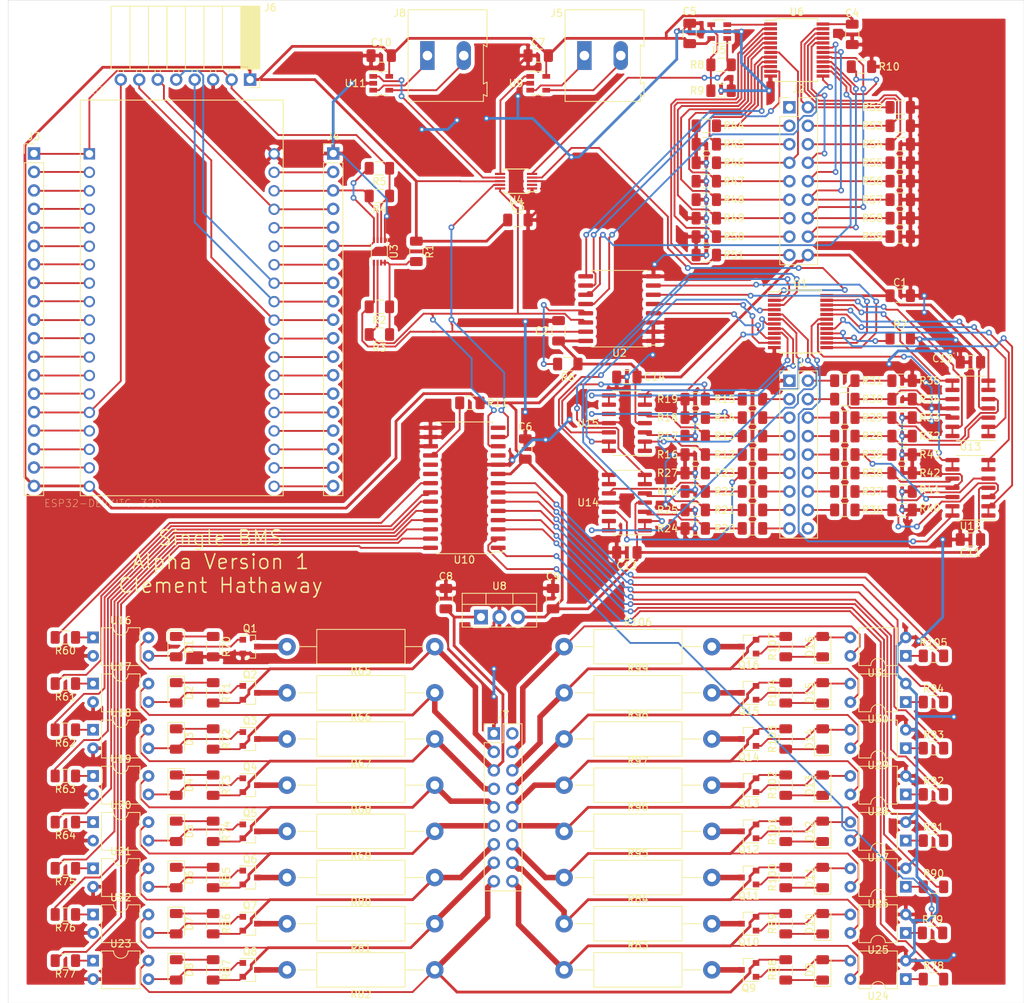
<source format=kicad_pcb>
(kicad_pcb (version 20171130) (host pcbnew "(5.1.4)-1")
  (layers (0 F.Cu signal) (31 B.Cu signal) (34 B.Paste user) (35 F.Paste user) (36 B.SilkS user) (37 F.SilkS user) (38 B.Mask user) (39 F.Mask user) (44 Edge.Cuts user))
  (net 0 "")
  (net 1 GND)
  (net 2 /passiveBalance16/BCell2)
  (net 3 "Net-(D1-Pad1)")
  (net 4 "Net-(D1-Pad2)")
  (net 5 "Net-(D2-Pad1)")
  (net 6 "Net-(D2-Pad2)")
  (net 7 "Net-(D3-Pad1)")
  (net 8 "Net-(D3-Pad2)")
  (net 9 "Net-(D4-Pad1)")
  (net 10 "Net-(D4-Pad2)")
  (net 11 "Net-(D5-Pad2)")
  (net 12 "Net-(D5-Pad1)")
  (net 13 "Net-(D6-Pad2)")
  (net 14 "Net-(D6-Pad1)")
  (net 15 "Net-(D7-Pad2)")
  (net 16 "Net-(D7-Pad1)")
  (net 17 "Net-(D8-Pad1)")
  (net 18 "Net-(D8-Pad2)")
  (net 19 "Net-(D9-Pad1)")
  (net 20 "Net-(D9-Pad2)")
  (net 21 "Net-(D10-Pad1)")
  (net 22 "Net-(D10-Pad2)")
  (net 23 "Net-(D11-Pad2)")
  (net 24 "Net-(D11-Pad1)")
  (net 25 "Net-(D12-Pad2)")
  (net 26 "Net-(D12-Pad1)")
  (net 27 "Net-(D13-Pad2)")
  (net 28 "Net-(D13-Pad1)")
  (net 29 "Net-(D14-Pad2)")
  (net 30 "Net-(D14-Pad1)")
  (net 31 "Net-(D15-Pad1)")
  (net 32 "Net-(D15-Pad2)")
  (net 33 "Net-(D16-Pad2)")
  (net 34 "Net-(D16-Pad1)")
  (net 35 /voltageDivider16/VBat1)
  (net 36 /voltageDivider16/VBat2)
  (net 37 /voltageDivider16/VBat3)
  (net 38 /voltageDivider16/VBat4)
  (net 39 /voltageDivider16/VBat5)
  (net 40 /voltageDivider16/VBat6)
  (net 41 /voltageDivider16/VBat7)
  (net 42 /voltageDivider16/VBat8)
  (net 43 /voltageDivider16/VBat9)
  (net 44 /voltageDivider16/VBat10)
  (net 45 /voltageDivider16/VBat11)
  (net 46 /voltageDivider16/VBat12)
  (net 47 /voltageDivider16/VBat13)
  (net 48 /voltageDivider16/VBat14)
  (net 49 /voltageDivider16/VBat15)
  (net 50 /voltageDivider16/VBat16)
  (net 51 "Net-(J1-Pad18)")
  (net 52 /tempDivider16/NTCReturn16)
  (net 53 /tempDivider16/NTCReturn15)
  (net 54 /tempDivider16/NTCReturn14)
  (net 55 /tempDivider16/NTCReturn13)
  (net 56 /tempDivider16/NTCReturn12)
  (net 57 /tempDivider16/NTCReturn11)
  (net 58 /tempDivider16/NTCReturn10)
  (net 59 /tempDivider16/NTCReturn9)
  (net 60 /tempDivider16/NTCReturn8)
  (net 61 /tempDivider16/NTCReturn7)
  (net 62 /tempDivider16/NTCReturn6)
  (net 63 /tempDivider16/NTCReturn5)
  (net 64 /tempDivider16/NTCReturn4)
  (net 65 /tempDivider16/NTCReturn3)
  (net 66 /tempDivider16/NTCReturn2)
  (net 67 /tempDivider16/NTCReturn1)
  (net 68 "Net-(J2-Pad1)")
  (net 69 "Net-(J3-Pad18)")
  (net 70 "Net-(J3-Pad17)")
  (net 71 "Net-(J3-Pad16)")
  (net 72 "Net-(J3-Pad15)")
  (net 73 "Net-(J3-Pad14)")
  (net 74 "Net-(J3-Pad13)")
  (net 75 "Net-(J3-Pad12)")
  (net 76 "Net-(J3-Pad11)")
  (net 77 "Net-(J3-Pad10)")
  (net 78 "Net-(J3-Pad9)")
  (net 79 "Net-(J3-Pad8)")
  (net 80 "Net-(J3-Pad7)")
  (net 81 "Net-(J3-Pad6)")
  (net 82 "Net-(J3-Pad5)")
  (net 83 "Net-(J3-Pad4)")
  (net 84 "Net-(J3-Pad3)")
  (net 85 "Net-(J3-Pad2)")
  (net 86 /Vcc33)
  (net 87 "Net-(J4-Pad2)")
  (net 88 "Net-(J4-Pad3)")
  (net 89 "Net-(J4-Pad4)")
  (net 90 "Net-(J4-Pad5)")
  (net 91 "Net-(J4-Pad6)")
  (net 92 "Net-(J4-Pad7)")
  (net 93 "Net-(J4-Pad8)")
  (net 94 "Net-(J4-Pad9)")
  (net 95 "Net-(J4-Pad10)")
  (net 96 "Net-(J4-Pad11)")
  (net 97 "Net-(J4-Pad12)")
  (net 98 "Net-(J4-Pad13)")
  (net 99 "Net-(J4-Pad14)")
  (net 100 "Net-(J4-Pad15)")
  (net 101 "Net-(J4-Pad16)")
  (net 102 "Net-(J4-Pad17)")
  (net 103 "Net-(J4-Pad18)")
  (net 104 "Net-(J4-Pad19)")
  (net 105 "Net-(J5-Pad2)")
  (net 106 "Net-(J5-Pad1)")
  (net 107 /passiveBalance16/BCell1)
  (net 108 /passiveBalance16/BCell3)
  (net 109 /passiveBalance16/BCell4)
  (net 110 /passiveBalance16/BCell5)
  (net 111 /passiveBalance16/BCell6)
  (net 112 /passiveBalance16/BCell7)
  (net 113 /passiveBalance16/BCell8)
  (net 114 /passiveBalance16/BCell9)
  (net 115 /passiveBalance16/BCell10)
  (net 116 /passiveBalance16/BCell11)
  (net 117 /passiveBalance16/BCell12)
  (net 118 /passiveBalance16/BCell13)
  (net 119 /passiveBalance16/BCell14)
  (net 120 /passiveBalance16/BCell15)
  (net 121 /passiveBalance16/BCell16)
  (net 122 "Net-(J7-Pad18)")
  (net 123 "Net-(J8-Pad1)")
  (net 124 "Net-(J8-Pad2)")
  (net 125 "Net-(Q1-Pad3)")
  (net 126 "Net-(Q2-Pad3)")
  (net 127 "Net-(Q3-Pad3)")
  (net 128 "Net-(Q4-Pad3)")
  (net 129 "Net-(Q5-Pad3)")
  (net 130 "Net-(Q6-Pad3)")
  (net 131 "Net-(Q7-Pad3)")
  (net 132 "Net-(Q8-Pad3)")
  (net 133 "Net-(Q9-Pad3)")
  (net 134 "Net-(Q10-Pad3)")
  (net 135 "Net-(Q11-Pad3)")
  (net 136 "Net-(Q12-Pad3)")
  (net 137 "Net-(Q13-Pad3)")
  (net 138 "Net-(Q14-Pad3)")
  (net 139 "Net-(Q15-Pad3)")
  (net 140 "Net-(Q16-Pad3)")
  (net 141 "Net-(R1-Pad2)")
  (net 142 /SDA)
  (net 143 /SCL)
  (net 144 "Net-(R6-Pad2)")
  (net 145 "Net-(R7-Pad1)")
  (net 146 "Net-(R8-Pad2)")
  (net 147 "Net-(R8-Pad1)")
  (net 148 "Net-(R10-Pad1)")
  (net 149 "Net-(R11-Pad2)")
  (net 150 /Buffers16/B4)
  (net 151 /Buffers16/B3)
  (net 152 /Buffers16/B2)
  (net 153 /Buffers16/B1)
  (net 154 /Buffers16/B8)
  (net 155 /Buffers16/B7)
  (net 156 /Buffers16/B6)
  (net 157 /Buffers16/B5)
  (net 158 /Buffers16/B12)
  (net 159 /Buffers16/B11)
  (net 160 /Buffers16/B10)
  (net 161 /Buffers16/B9)
  (net 162 /Buffers16/B16)
  (net 163 /Buffers16/B15)
  (net 164 /Buffers16/B14)
  (net 165 /Buffers16/B13)
  (net 166 /passiveBalance16/Bal1)
  (net 167 "Net-(R60-Pad1)")
  (net 168 /passiveBalance16/Bal2)
  (net 169 "Net-(R61-Pad1)")
  (net 170 "Net-(R62-Pad1)")
  (net 171 /passiveBalance16/Bal3)
  (net 172 "Net-(R63-Pad1)")
  (net 173 /passiveBalance16/Bal4)
  (net 174 "Net-(R64-Pad1)")
  (net 175 /passiveBalance16/Bal5)
  (net 176 "Net-(R75-Pad1)")
  (net 177 /passiveBalance16/Bal6)
  (net 178 "Net-(R76-Pad1)")
  (net 179 /passiveBalance16/Bal7)
  (net 180 "Net-(R77-Pad1)")
  (net 181 /passiveBalance16/Bal8)
  (net 182 "Net-(R78-Pad1)")
  (net 183 /passiveBalance16/Bal9)
  (net 184 "Net-(R79-Pad1)")
  (net 185 /passiveBalance16/Bal10)
  (net 186 "Net-(R90-Pad1)")
  (net 187 /passiveBalance16/Bal11)
  (net 188 "Net-(R91-Pad1)")
  (net 189 /passiveBalance16/Bal12)
  (net 190 "Net-(R92-Pad1)")
  (net 191 /passiveBalance16/Bal13)
  (net 192 "Net-(R93-Pad1)")
  (net 193 /passiveBalance16/Bal14)
  (net 194 "Net-(R94-Pad1)")
  (net 195 /passiveBalance16/Bal15)
  (net 196 "Net-(R105-Pad1)")
  (net 197 /passiveBalance16/Bal16)
  (net 198 "Net-(U1-Pad1)")
  (net 199 /Buffers16/BB8)
  (net 200 /Buffers16/BB7)
  (net 201 /Buffers16/BB6)
  (net 202 /Buffers16/BB5)
  (net 203 /Buffers16/BB4)
  (net 204 /Buffers16/BB3)
  (net 205 /Buffers16/BB2)
  (net 206 /Buffers16/BB1)
  (net 207 "Net-(U1-Pad10)")
  (net 208 "Net-(U1-Pad11)")
  (net 209 "Net-(U1-Pad13)")
  (net 210 "Net-(U1-Pad14)")
  (net 211 /Buffers16/BB16)
  (net 212 /Buffers16/BB15)
  (net 213 /Buffers16/BB14)
  (net 214 /Buffers16/BB13)
  (net 215 /Buffers16/BB12)
  (net 216 /Buffers16/BB11)
  (net 217 /Buffers16/BB10)
  (net 218 /Buffers16/BB9)
  (net 219 "Net-(U2-Pad9)")
  (net 220 "Net-(U2-Pad10)")
  (net 221 "Net-(U2-Pad11)")
  (net 222 "Net-(U2-Pad12)")
  (net 223 "Net-(U4-Pad2)")
  (net 224 "Net-(U4-Pad6)")
  (net 225 "Net-(U11-Pad1)")
  (net 226 "Net-(U5-Pad3)")
  (net 227 "Net-(U10-Pad11)")
  (net 228 "Net-(U10-Pad14)")
  (net 229 "Net-(U10-Pad19)")
  (net 230 "Net-(U10-Pad20)")
  (net 231 Vcc)
  (module Resistor_THT:R_Axial_DIN0414_L11.9mm_D4.5mm_P20.32mm_Horizontal (layer F.Cu) (at 208.534 100.838)
    (fp_text reference R106 (at 10.16 -3.37) (layer F.SilkS))
    (fp_text value 15R)
    (pad 2 thru_hole oval (at 20.32 0) (size 2.4 2.4) (drill 1.2) (layers *.Cu *.Mask) (net 140 "Net-(Q16-Pad3)"))
    (pad 1 thru_hole circle (at 0 0) (size 2.4 2.4) (drill 1.2) (layers *.Cu *.Mask) (net 121 /passiveBalance16/BCell16))
  )
  (module Resistor_THT:R_Axial_DIN0414_L11.9mm_D4.5mm_P20.32mm_Horizontal (layer F.Cu) (at 208.534 107.188)
    (fp_text reference R99 (at 10.16 -3.37) (layer F.SilkS))
    (fp_text value 15R)
    (pad 2 thru_hole oval (at 20.32 0) (size 2.4 2.4) (drill 1.2) (layers *.Cu *.Mask) (net 139 "Net-(Q15-Pad3)"))
    (pad 1 thru_hole circle (at 0 0) (size 2.4 2.4) (drill 1.2) (layers *.Cu *.Mask) (net 120 /passiveBalance16/BCell15))
  )
  (module Resistor_THT:R_Axial_DIN0414_L11.9mm_D4.5mm_P20.32mm_Horizontal (layer F.Cu) (at 208.534 113.538)
    (fp_text reference R98 (at 10.16 -3.37) (layer F.SilkS))
    (fp_text value 15R)
    (pad 2 thru_hole oval (at 20.32 0) (size 2.4 2.4) (drill 1.2) (layers *.Cu *.Mask) (net 138 "Net-(Q14-Pad3)"))
    (pad 1 thru_hole circle (at 0 0) (size 2.4 2.4) (drill 1.2) (layers *.Cu *.Mask) (net 119 /passiveBalance16/BCell14))
  )
  (module Resistor_THT:R_Axial_DIN0414_L11.9mm_D4.5mm_P20.32mm_Horizontal (layer F.Cu) (at 208.534 119.888)
    (fp_text reference R97 (at 10.16 -3.37) (layer F.SilkS))
    (fp_text value 15R)
    (pad 2 thru_hole oval (at 20.32 0) (size 2.4 2.4) (drill 1.2) (layers *.Cu *.Mask) (net 137 "Net-(Q13-Pad3)"))
    (pad 1 thru_hole circle (at 0 0) (size 2.4 2.4) (drill 1.2) (layers *.Cu *.Mask) (net 118 /passiveBalance16/BCell13))
  )
  (module Resistor_THT:R_Axial_DIN0414_L11.9mm_D4.5mm_P20.32mm_Horizontal (layer F.Cu) (at 208.534 126.238)
    (fp_text reference R96 (at 10.16 -3.37) (layer F.SilkS))
    (fp_text value 15R)
    (pad 2 thru_hole oval (at 20.32 0) (size 2.4 2.4) (drill 1.2) (layers *.Cu *.Mask) (net 136 "Net-(Q12-Pad3)"))
    (pad 1 thru_hole circle (at 0 0) (size 2.4 2.4) (drill 1.2) (layers *.Cu *.Mask) (net 117 /passiveBalance16/BCell12))
  )
  (module Resistor_THT:R_Axial_DIN0414_L11.9mm_D4.5mm_P20.32mm_Horizontal (layer F.Cu) (at 208.534 132.588)
    (fp_text reference R95 (at 10.16 -3.37) (layer F.SilkS))
    (fp_text value 15R)
    (pad 2 thru_hole oval (at 20.32 0) (size 2.4 2.4) (drill 1.2) (layers *.Cu *.Mask) (net 135 "Net-(Q11-Pad3)"))
    (pad 1 thru_hole circle (at 0 0) (size 2.4 2.4) (drill 1.2) (layers *.Cu *.Mask) (net 116 /passiveBalance16/BCell11))
  )
  (module Resistor_THT:R_Axial_DIN0414_L11.9mm_D4.5mm_P20.32mm_Horizontal (layer F.Cu) (at 208.534 138.938)
    (fp_text reference R84 (at 10.16 -3.37) (layer F.SilkS))
    (fp_text value 15R)
    (pad 2 thru_hole oval (at 20.32 0) (size 2.4 2.4) (drill 1.2) (layers *.Cu *.Mask) (net 134 "Net-(Q10-Pad3)"))
    (pad 1 thru_hole circle (at 0 0) (size 2.4 2.4) (drill 1.2) (layers *.Cu *.Mask) (net 115 /passiveBalance16/BCell10))
  )
  (module Resistor_THT:R_Axial_DIN0414_L11.9mm_D4.5mm_P20.32mm_Horizontal (layer F.Cu) (at 208.534 145.288)
    (fp_text reference R83 (at 10.16 -3.37) (layer F.SilkS))
    (fp_text value 15R)
    (pad 2 thru_hole oval (at 20.32 0) (size 2.4 2.4) (drill 1.2) (layers *.Cu *.Mask) (net 133 "Net-(Q9-Pad3)"))
    (pad 1 thru_hole circle (at 0 0) (size 2.4 2.4) (drill 1.2) (layers *.Cu *.Mask) (net 114 /passiveBalance16/BCell9))
  )
  (module Resistor_THT:R_Axial_DIN0414_L11.9mm_D4.5mm_P20.32mm_Horizontal (layer F.Cu) (at 190.754 145.288 180)
    (fp_text reference R82 (at 10.16 -3.37) (layer F.SilkS))
    (fp_text value 15R)
    (pad 2 thru_hole oval (at 20.32 0 180) (size 2.4 2.4) (drill 1.2) (layers *.Cu *.Mask) (net 132 "Net-(Q8-Pad3)"))
    (pad 1 thru_hole circle (at 0 0 180) (size 2.4 2.4) (drill 1.2) (layers *.Cu *.Mask) (net 113 /passiveBalance16/BCell8))
  )
  (module Resistor_THT:R_Axial_DIN0414_L11.9mm_D4.5mm_P20.32mm_Horizontal (layer F.Cu) (at 190.754 138.938 180)
    (fp_text reference R81 (at 10.16 -3.37) (layer F.SilkS))
    (fp_text value 15R)
    (pad 2 thru_hole oval (at 20.32 0 180) (size 2.4 2.4) (drill 1.2) (layers *.Cu *.Mask) (net 131 "Net-(Q7-Pad3)"))
    (pad 1 thru_hole circle (at 0 0 180) (size 2.4 2.4) (drill 1.2) (layers *.Cu *.Mask) (net 112 /passiveBalance16/BCell7))
  )
  (module Resistor_THT:R_Axial_DIN0414_L11.9mm_D4.5mm_P20.32mm_Horizontal (layer F.Cu) (at 190.754 132.588 180)
    (fp_text reference R80 (at 10.16 -3.37) (layer F.SilkS))
    (fp_text value 15R)
    (pad 2 thru_hole oval (at 20.32 0 180) (size 2.4 2.4) (drill 1.2) (layers *.Cu *.Mask) (net 130 "Net-(Q6-Pad3)"))
    (pad 1 thru_hole circle (at 0 0 180) (size 2.4 2.4) (drill 1.2) (layers *.Cu *.Mask) (net 111 /passiveBalance16/BCell6))
  )
  (module Resistor_THT:R_Axial_DIN0414_L11.9mm_D4.5mm_P20.32mm_Horizontal (layer F.Cu) (at 190.754 126.238 180)
    (fp_text reference R69 (at 10.16 -3.37) (layer F.SilkS))
    (fp_text value 15R)
    (pad 2 thru_hole oval (at 20.32 0 180) (size 2.4 2.4) (drill 1.2) (layers *.Cu *.Mask) (net 129 "Net-(Q5-Pad3)"))
    (pad 1 thru_hole circle (at 0 0 180) (size 2.4 2.4) (drill 1.2) (layers *.Cu *.Mask) (net 110 /passiveBalance16/BCell5))
  )
  (module Resistor_THT:R_Axial_DIN0414_L11.9mm_D4.5mm_P20.32mm_Horizontal (layer F.Cu) (at 190.754 119.888 180)
    (fp_text reference R68 (at 10.16 -3.37) (layer F.SilkS))
    (fp_text value 15R)
    (pad 2 thru_hole oval (at 20.32 0 180) (size 2.4 2.4) (drill 1.2) (layers *.Cu *.Mask) (net 128 "Net-(Q4-Pad3)"))
    (pad 1 thru_hole circle (at 0 0 180) (size 2.4 2.4) (drill 1.2) (layers *.Cu *.Mask) (net 109 /passiveBalance16/BCell4))
  )
  (module Resistor_THT:R_Axial_DIN0414_L11.9mm_D4.5mm_P20.32mm_Horizontal (layer F.Cu) (at 190.754 113.538 180)
    (fp_text reference R67 (at 10.16 -3.37) (layer F.SilkS))
    (fp_text value 15R)
    (pad 2 thru_hole oval (at 20.32 0 180) (size 2.4 2.4) (drill 1.2) (layers *.Cu *.Mask) (net 127 "Net-(Q3-Pad3)"))
    (pad 1 thru_hole circle (at 0 0 180) (size 2.4 2.4) (drill 1.2) (layers *.Cu *.Mask) (net 108 /passiveBalance16/BCell3))
  )
  (module Resistor_THT:R_Axial_DIN0414_L11.9mm_D4.5mm_P20.32mm_Horizontal (layer F.Cu) (at 190.754 107.188 180)
    (fp_text reference R66 (at 10.16 -3.37) (layer F.SilkS))
    (fp_text value 15R)
    (pad 2 thru_hole oval (at 20.32 0 180) (size 2.4 2.4) (drill 1.2) (layers *.Cu *.Mask) (net 126 "Net-(Q2-Pad3)"))
    (pad 1 thru_hole circle (at 0 0 180) (size 2.4 2.4) (drill 1.2) (layers *.Cu *.Mask) (net 2 /passiveBalance16/BCell2))
  )
  (module Resistor_THT:R_Axial_DIN0414_L11.9mm_D4.5mm_P20.32mm_Horizontal (layer F.Cu) (at 190.754 100.838 180)
    (fp_text reference R65 (at 10.16 -3.37) (layer F.SilkS))
    (fp_text value 15R)
    (pad 2 thru_hole oval (at 20.32 0 180) (size 2.4 2.4) (drill 1.2) (layers *.Cu *.Mask) (net 125 "Net-(Q1-Pad3)"))
    (pad 1 thru_hole circle (at 0 0 180) (size 2.4 2.4) (drill 1.2) (layers *.Cu *.Mask) (net 107 /passiveBalance16/BCell1))
  )
  (module SingleBMS:PinHeader_2x09_P2.54mm_VerticalCounterClockwiseOrdering (layer F.Cu) (at 200.152 122.936)
    (fp_text reference J7 (at 0 -12.7) (layer F.SilkS))
    (fp_text value Conn_02x09_Top_Bottom)
    (pad 2 thru_hole oval (at -1.27 -7.62) (size 1.7 1.7) (drill 1) (layers *.Cu *.Mask) (net 107 /passiveBalance16/BCell1))
    (pad 15 thru_hole oval (at 1.27 -2.54) (size 1.7 1.7) (drill 1) (layers *.Cu *.Mask) (net 119 /passiveBalance16/BCell14))
    (pad 3 thru_hole oval (at -1.27 -5.08) (size 1.7 1.7) (drill 1) (layers *.Cu *.Mask) (net 2 /passiveBalance16/BCell2))
    (pad 17 thru_hole oval (at 1.27 -7.62) (size 1.7 1.7) (drill 1) (layers *.Cu *.Mask) (net 121 /passiveBalance16/BCell16))
    (pad 4 thru_hole oval (at -1.27 -2.54) (size 1.7 1.7) (drill 1) (layers *.Cu *.Mask) (net 108 /passiveBalance16/BCell3))
    (pad 18 thru_hole oval (at 1.27 -10.16) (size 1.7 1.7) (drill 1) (layers *.Cu *.Mask) (net 122 "Net-(J7-Pad18)"))
    (pad 1 thru_hole rect (at -1.27 -10.16) (size 1.7 1.7) (drill 1) (layers *.Cu *.Mask) (net 1 GND))
    (pad 12 thru_hole oval (at 1.27 5.08) (size 1.7 1.7) (drill 1) (layers *.Cu *.Mask) (net 116 /passiveBalance16/BCell11))
    (pad 14 thru_hole oval (at 1.27 0) (size 1.7 1.7) (drill 1) (layers *.Cu *.Mask) (net 118 /passiveBalance16/BCell13))
    (pad 6 thru_hole oval (at -1.27 2.54) (size 1.7 1.7) (drill 1) (layers *.Cu *.Mask) (net 110 /passiveBalance16/BCell5))
    (pad 16 thru_hole oval (at 1.27 -5.08) (size 1.7 1.7) (drill 1) (layers *.Cu *.Mask) (net 120 /passiveBalance16/BCell15))
    (pad 8 thru_hole oval (at -1.27 7.62) (size 1.7 1.7) (drill 1) (layers *.Cu *.Mask) (net 112 /passiveBalance16/BCell7))
    (pad 7 thru_hole oval (at -1.27 5.08) (size 1.7 1.7) (drill 1) (layers *.Cu *.Mask) (net 111 /passiveBalance16/BCell6))
    (pad 9 thru_hole oval (at -1.27 10.16) (size 1.7 1.7) (drill 1) (layers *.Cu *.Mask) (net 113 /passiveBalance16/BCell8))
    (pad 10 thru_hole oval (at 1.27 10.16) (size 1.7 1.7) (drill 1) (layers *.Cu *.Mask) (net 114 /passiveBalance16/BCell9))
    (pad 5 thru_hole oval (at -1.27 0) (size 1.7 1.7) (drill 1) (layers *.Cu *.Mask) (net 109 /passiveBalance16/BCell4))
    (pad 11 thru_hole oval (at 1.27 7.62) (size 1.7 1.7) (drill 1) (layers *.Cu *.Mask) (net 115 /passiveBalance16/BCell10))
    (pad 13 thru_hole oval (at 1.27 2.54) (size 1.7 1.7) (drill 1) (layers *.Cu *.Mask) (net 117 /passiveBalance16/BCell12))
  )
  (module SingleBMS:PinHeader_2x09_P2.54mm_VerticalOrdering (layer F.Cu) (at 240.792 36.83)
    (fp_text reference J2 (at 0 -12.7) (layer F.SilkS))
    (fp_text value Conn_02x09_Top_Bottom)
    (pad 4 thru_hole oval (at -1.27 -2.54) (size 1.7 1.7) (drill 1) (layers *.Cu *.Mask) (net 65 /tempDivider16/NTCReturn3))
    (pad 14 thru_hole oval (at 1.27 0) (size 1.7 1.7) (drill 1) (layers *.Cu *.Mask) (net 55 /tempDivider16/NTCReturn13))
    (pad 15 thru_hole oval (at 1.27 2.54) (size 1.7 1.7) (drill 1) (layers *.Cu *.Mask) (net 54 /tempDivider16/NTCReturn14))
    (pad 7 thru_hole oval (at -1.27 5.08) (size 1.7 1.7) (drill 1) (layers *.Cu *.Mask) (net 62 /tempDivider16/NTCReturn6))
    (pad 8 thru_hole oval (at -1.27 7.62) (size 1.7 1.7) (drill 1) (layers *.Cu *.Mask) (net 61 /tempDivider16/NTCReturn7))
    (pad 10 thru_hole oval (at 1.27 -10.16) (size 1.7 1.7) (drill 1) (layers *.Cu *.Mask) (net 59 /tempDivider16/NTCReturn9))
    (pad 11 thru_hole oval (at 1.27 -7.62) (size 1.7 1.7) (drill 1) (layers *.Cu *.Mask) (net 58 /tempDivider16/NTCReturn10))
    (pad 13 thru_hole oval (at 1.27 -2.54) (size 1.7 1.7) (drill 1) (layers *.Cu *.Mask) (net 56 /tempDivider16/NTCReturn12))
    (pad 16 thru_hole oval (at 1.27 5.08) (size 1.7 1.7) (drill 1) (layers *.Cu *.Mask) (net 53 /tempDivider16/NTCReturn15))
    (pad 17 thru_hole oval (at 1.27 7.62) (size 1.7 1.7) (drill 1) (layers *.Cu *.Mask) (net 52 /tempDivider16/NTCReturn16))
    (pad 1 thru_hole rect (at -1.27 -10.16) (size 1.7 1.7) (drill 1) (layers *.Cu *.Mask) (net 68 "Net-(J2-Pad1)"))
    (pad 2 thru_hole oval (at -1.27 -7.62) (size 1.7 1.7) (drill 1) (layers *.Cu *.Mask) (net 67 /tempDivider16/NTCReturn1))
    (pad 3 thru_hole oval (at -1.27 -5.08) (size 1.7 1.7) (drill 1) (layers *.Cu *.Mask) (net 66 /tempDivider16/NTCReturn2))
    (pad 12 thru_hole oval (at 1.27 -5.08) (size 1.7 1.7) (drill 1) (layers *.Cu *.Mask) (net 57 /tempDivider16/NTCReturn11))
    (pad 5 thru_hole oval (at -1.27 0) (size 1.7 1.7) (drill 1) (layers *.Cu *.Mask) (net 64 /tempDivider16/NTCReturn4))
    (pad 6 thru_hole oval (at -1.27 2.54) (size 1.7 1.7) (drill 1) (layers *.Cu *.Mask) (net 63 /tempDivider16/NTCReturn5))
    (pad 9 thru_hole oval (at -1.27 10.16) (size 1.7 1.7) (drill 1) (layers *.Cu *.Mask) (net 60 /tempDivider16/NTCReturn8))
    (pad 18 thru_hole oval (at 1.27 10.16) (size 1.7 1.7) (drill 1) (layers *.Cu *.Mask) (net 231 Vcc))
  )
  (module SingleBMS:PinHeader_2x09_P2.54mm_VerticalOrdering (layer F.Cu) (at 240.792 74.422)
    (fp_text reference J1 (at 0 -12.7) (layer F.SilkS))
    (fp_text value Conn_02x09_Top_Bottom)
    (pad 4 thru_hole oval (at -1.27 -2.54) (size 1.7 1.7) (drill 1) (layers *.Cu *.Mask) (net 37 /voltageDivider16/VBat3))
    (pad 14 thru_hole oval (at 1.27 0) (size 1.7 1.7) (drill 1) (layers *.Cu *.Mask) (net 47 /voltageDivider16/VBat13))
    (pad 15 thru_hole oval (at 1.27 2.54) (size 1.7 1.7) (drill 1) (layers *.Cu *.Mask) (net 48 /voltageDivider16/VBat14))
    (pad 7 thru_hole oval (at -1.27 5.08) (size 1.7 1.7) (drill 1) (layers *.Cu *.Mask) (net 40 /voltageDivider16/VBat6))
    (pad 8 thru_hole oval (at -1.27 7.62) (size 1.7 1.7) (drill 1) (layers *.Cu *.Mask) (net 41 /voltageDivider16/VBat7))
    (pad 10 thru_hole oval (at 1.27 -10.16) (size 1.7 1.7) (drill 1) (layers *.Cu *.Mask) (net 43 /voltageDivider16/VBat9))
    (pad 11 thru_hole oval (at 1.27 -7.62) (size 1.7 1.7) (drill 1) (layers *.Cu *.Mask) (net 44 /voltageDivider16/VBat10))
    (pad 13 thru_hole oval (at 1.27 -2.54) (size 1.7 1.7) (drill 1) (layers *.Cu *.Mask) (net 46 /voltageDivider16/VBat12))
    (pad 16 thru_hole oval (at 1.27 5.08) (size 1.7 1.7) (drill 1) (layers *.Cu *.Mask) (net 49 /voltageDivider16/VBat15))
    (pad 17 thru_hole oval (at 1.27 7.62) (size 1.7 1.7) (drill 1) (layers *.Cu *.Mask) (net 50 /voltageDivider16/VBat16))
    (pad 1 thru_hole rect (at -1.27 -10.16) (size 1.7 1.7) (drill 1) (layers *.Cu *.Mask) (net 1 GND))
    (pad 2 thru_hole oval (at -1.27 -7.62) (size 1.7 1.7) (drill 1) (layers *.Cu *.Mask) (net 35 /voltageDivider16/VBat1))
    (pad 3 thru_hole oval (at -1.27 -5.08) (size 1.7 1.7) (drill 1) (layers *.Cu *.Mask) (net 36 /voltageDivider16/VBat2))
    (pad 12 thru_hole oval (at 1.27 -5.08) (size 1.7 1.7) (drill 1) (layers *.Cu *.Mask) (net 45 /voltageDivider16/VBat11))
    (pad 5 thru_hole oval (at -1.27 0) (size 1.7 1.7) (drill 1) (layers *.Cu *.Mask) (net 38 /voltageDivider16/VBat4))
    (pad 6 thru_hole oval (at -1.27 2.54) (size 1.7 1.7) (drill 1) (layers *.Cu *.Mask) (net 39 /voltageDivider16/VBat5))
    (pad 9 thru_hole oval (at -1.27 10.16) (size 1.7 1.7) (drill 1) (layers *.Cu *.Mask) (net 42 /voltageDivider16/VBat8))
    (pad 18 thru_hole oval (at 1.27 10.16) (size 1.7 1.7) (drill 1) (layers *.Cu *.Mask) (net 51 "Net-(J1-Pad18)"))
  )
  (module Package_SO:SOIC-28W_7.5x17.9mm_P1.27mm (layer F.Cu) (at 194.818 78.994 180)
    (fp_text reference U10 (at 0 -9.9) (layer F.SilkS))
    (fp_text value MCP23017_SP)
    (pad 28 smd roundrect (at 4.65 -8.255 180) (size 2.05 0.6) (layers F.Cu F.Paste F.Mask) (net 181 /passiveBalance16/Bal8))
    (pad 27 smd roundrect (at 4.65 -6.985 180) (size 2.05 0.6) (layers F.Cu F.Paste F.Mask) (net 179 /passiveBalance16/Bal7))
    (pad 26 smd roundrect (at 4.65 -5.715 180) (size 2.05 0.6) (layers F.Cu F.Paste F.Mask) (net 177 /passiveBalance16/Bal6))
    (pad 25 smd roundrect (at 4.65 -4.445 180) (size 2.05 0.6) (layers F.Cu F.Paste F.Mask) (net 175 /passiveBalance16/Bal5))
    (pad 24 smd roundrect (at 4.65 -3.175 180) (size 2.05 0.6) (layers F.Cu F.Paste F.Mask) (net 173 /passiveBalance16/Bal4))
    (pad 23 smd roundrect (at 4.65 -1.905 180) (size 2.05 0.6) (layers F.Cu F.Paste F.Mask) (net 171 /passiveBalance16/Bal3))
    (pad 22 smd roundrect (at 4.65 -0.635 180) (size 2.05 0.6) (layers F.Cu F.Paste F.Mask) (net 168 /passiveBalance16/Bal2))
    (pad 21 smd roundrect (at 4.65 0.635 180) (size 2.05 0.6) (layers F.Cu F.Paste F.Mask) (net 166 /passiveBalance16/Bal1))
    (pad 20 smd roundrect (at 4.65 1.905 180) (size 2.05 0.6) (layers F.Cu F.Paste F.Mask) (net 230 "Net-(U10-Pad20)"))
    (pad 19 smd roundrect (at 4.65 3.175 180) (size 2.05 0.6) (layers F.Cu F.Paste F.Mask) (net 229 "Net-(U10-Pad19)"))
    (pad 18 smd roundrect (at 4.65 4.445 180) (size 2.05 0.6) (layers F.Cu F.Paste F.Mask) (net 149 "Net-(R11-Pad2)"))
    (pad 17 smd roundrect (at 4.65 5.715 180) (size 2.05 0.6) (layers F.Cu F.Paste F.Mask) (net 1 GND))
    (pad 16 smd roundrect (at 4.65 6.985 180) (size 2.05 0.6) (layers F.Cu F.Paste F.Mask) (net 1 GND))
    (pad 15 smd roundrect (at 4.65 8.255 180) (size 2.05 0.6) (layers F.Cu F.Paste F.Mask) (net 1 GND))
    (pad 14 smd roundrect (at -4.65 8.255 180) (size 2.05 0.6) (layers F.Cu F.Paste F.Mask) (net 228 "Net-(U10-Pad14)"))
    (pad 13 smd roundrect (at -4.65 6.985 180) (size 2.05 0.6) (layers F.Cu F.Paste F.Mask) (net 142 /SDA))
    (pad 12 smd roundrect (at -4.65 5.715 180) (size 2.05 0.6) (layers F.Cu F.Paste F.Mask) (net 143 /SCL))
    (pad 11 smd roundrect (at -4.65 4.445 180) (size 2.05 0.6) (layers F.Cu F.Paste F.Mask) (net 227 "Net-(U10-Pad11)"))
    (pad 10 smd roundrect (at -4.65 3.175 180) (size 2.05 0.6) (layers F.Cu F.Paste F.Mask) (net 1 GND))
    (pad 9 smd roundrect (at -4.65 1.905 180) (size 2.05 0.6) (layers F.Cu F.Paste F.Mask) (net 231 Vcc))
    (pad 8 smd roundrect (at -4.65 0.635 180) (size 2.05 0.6) (layers F.Cu F.Paste F.Mask) (net 197 /passiveBalance16/Bal16))
    (pad 7 smd roundrect (at -4.65 -0.635 180) (size 2.05 0.6) (layers F.Cu F.Paste F.Mask) (net 195 /passiveBalance16/Bal15))
    (pad 6 smd roundrect (at -4.65 -1.905 180) (size 2.05 0.6) (layers F.Cu F.Paste F.Mask) (net 193 /passiveBalance16/Bal14))
    (pad 5 smd roundrect (at -4.65 -3.175 180) (size 2.05 0.6) (layers F.Cu F.Paste F.Mask) (net 191 /passiveBalance16/Bal13))
    (pad 4 smd roundrect (at -4.65 -4.445 180) (size 2.05 0.6) (layers F.Cu F.Paste F.Mask) (net 189 /passiveBalance16/Bal12))
    (pad 3 smd roundrect (at -4.65 -5.715 180) (size 2.05 0.6) (layers F.Cu F.Paste F.Mask) (net 187 /passiveBalance16/Bal11))
    (pad 2 smd roundrect (at -4.65 -6.985 180) (size 2.05 0.6) (layers F.Cu F.Paste F.Mask) (net 185 /passiveBalance16/Bal10))
    (pad 1 smd roundrect (at -4.65 -8.255 180) (size 2.05 0.6) (layers F.Cu F.Paste F.Mask) (net 183 /passiveBalance16/Bal9))
  )
  (module Package_SO:MSOP-10_3x3mm_P0.5mm (layer F.Cu) (at 201.93 36.83 180)
    (fp_text reference U4 (at 0 -2.6) (layer F.SilkS))
    (fp_text value ADS1115IDGS)
    (pad 10 smd rect (at 2.2 -1 180) (size 1.4 0.3) (layers F.Cu F.Paste F.Mask) (net 143 /SCL))
    (pad 9 smd rect (at 2.2 -0.5 180) (size 1.4 0.3) (layers F.Cu F.Paste F.Mask) (net 142 /SDA))
    (pad 8 smd rect (at 2.2 0 180) (size 1.4 0.3) (layers F.Cu F.Paste F.Mask) (net 231 Vcc))
    (pad 7 smd rect (at 2.2 0.5 180) (size 1.4 0.3) (layers F.Cu F.Paste F.Mask) (net 225 "Net-(U11-Pad1)"))
    (pad 6 smd rect (at 2.2 1 180) (size 1.4 0.3) (layers F.Cu F.Paste F.Mask) (net 224 "Net-(U4-Pad6)"))
    (pad 5 smd rect (at -2.2 1 180) (size 1.4 0.3) (layers F.Cu F.Paste F.Mask) (net 146 "Net-(R8-Pad2)"))
    (pad 4 smd rect (at -2.2 0.5 180) (size 1.4 0.3) (layers F.Cu F.Paste F.Mask) (net 198 "Net-(U1-Pad1)"))
    (pad 3 smd rect (at -2.2 0 180) (size 1.4 0.3) (layers F.Cu F.Paste F.Mask) (net 1 GND))
    (pad 2 smd rect (at -2.2 -0.5 180) (size 1.4 0.3) (layers F.Cu F.Paste F.Mask) (net 223 "Net-(U4-Pad2)"))
    (pad 1 smd rect (at -2.2 -1 180) (size 1.4 0.3) (layers F.Cu F.Paste F.Mask) (net 1 GND))
  )
  (module Package_SO:SSOP-24_5.3x8.2mm_P0.65mm (layer F.Cu) (at 240.538 18.796)
    (fp_text reference U6 (at 0 -5.25) (layer F.SilkS))
    (fp_text value CD74HC4067M)
    (pad 24 smd rect (at 3.6 -3.575) (size 1.75 0.45) (layers F.Cu F.Paste F.Mask) (net 231 Vcc))
    (pad 23 smd rect (at 3.6 -2.925) (size 1.75 0.45) (layers F.Cu F.Paste F.Mask) (net 59 /tempDivider16/NTCReturn9))
    (pad 22 smd rect (at 3.6 -2.275) (size 1.75 0.45) (layers F.Cu F.Paste F.Mask) (net 58 /tempDivider16/NTCReturn10))
    (pad 21 smd rect (at 3.6 -1.625) (size 1.75 0.45) (layers F.Cu F.Paste F.Mask) (net 57 /tempDivider16/NTCReturn11))
    (pad 20 smd rect (at 3.6 -0.975) (size 1.75 0.45) (layers F.Cu F.Paste F.Mask) (net 56 /tempDivider16/NTCReturn12))
    (pad 19 smd rect (at 3.6 -0.325) (size 1.75 0.45) (layers F.Cu F.Paste F.Mask) (net 55 /tempDivider16/NTCReturn13))
    (pad 18 smd rect (at 3.6 0.325) (size 1.75 0.45) (layers F.Cu F.Paste F.Mask) (net 54 /tempDivider16/NTCReturn14))
    (pad 17 smd rect (at 3.6 0.975) (size 1.75 0.45) (layers F.Cu F.Paste F.Mask) (net 53 /tempDivider16/NTCReturn15))
    (pad 16 smd rect (at 3.6 1.625) (size 1.75 0.45) (layers F.Cu F.Paste F.Mask) (net 52 /tempDivider16/NTCReturn16))
    (pad 15 smd rect (at 3.6 2.275) (size 1.75 0.45) (layers F.Cu F.Paste F.Mask) (net 148 "Net-(R10-Pad1)"))
    (pad 14 smd rect (at 3.6 2.925) (size 1.75 0.45) (layers F.Cu F.Paste F.Mask) (net 221 "Net-(U2-Pad11)"))
    (pad 13 smd rect (at 3.6 3.575) (size 1.75 0.45) (layers F.Cu F.Paste F.Mask) (net 222 "Net-(U2-Pad12)"))
    (pad 12 smd rect (at -3.6 3.575) (size 1.75 0.45) (layers F.Cu F.Paste F.Mask) (net 1 GND))
    (pad 11 smd rect (at -3.6 2.925) (size 1.75 0.45) (layers F.Cu F.Paste F.Mask) (net 220 "Net-(U2-Pad10)"))
    (pad 10 smd rect (at -3.6 2.275) (size 1.75 0.45) (layers F.Cu F.Paste F.Mask) (net 219 "Net-(U2-Pad9)"))
    (pad 9 smd rect (at -3.6 1.625) (size 1.75 0.45) (layers F.Cu F.Paste F.Mask) (net 67 /tempDivider16/NTCReturn1))
    (pad 8 smd rect (at -3.6 0.975) (size 1.75 0.45) (layers F.Cu F.Paste F.Mask) (net 66 /tempDivider16/NTCReturn2))
    (pad 7 smd rect (at -3.6 0.325) (size 1.75 0.45) (layers F.Cu F.Paste F.Mask) (net 65 /tempDivider16/NTCReturn3))
    (pad 6 smd rect (at -3.6 -0.325) (size 1.75 0.45) (layers F.Cu F.Paste F.Mask) (net 64 /tempDivider16/NTCReturn4))
    (pad 5 smd rect (at -3.6 -0.975) (size 1.75 0.45) (layers F.Cu F.Paste F.Mask) (net 63 /tempDivider16/NTCReturn5))
    (pad 4 smd rect (at -3.6 -1.625) (size 1.75 0.45) (layers F.Cu F.Paste F.Mask) (net 62 /tempDivider16/NTCReturn6))
    (pad 3 smd rect (at -3.6 -2.275) (size 1.75 0.45) (layers F.Cu F.Paste F.Mask) (net 61 /tempDivider16/NTCReturn7))
    (pad 2 smd rect (at -3.6 -2.925) (size 1.75 0.45) (layers F.Cu F.Paste F.Mask) (net 60 /tempDivider16/NTCReturn8))
    (pad 1 smd rect (at -3.6 -3.575) (size 1.75 0.45) (layers F.Cu F.Paste F.Mask) (net 226 "Net-(U5-Pad3)"))
  )
  (module Connector_PinHeader_2.54mm:PinHeader_1x19_P2.54mm_Vertical (layer F.Cu) (at 176.784 33.02)
    (fp_text reference J4 (at 0 -2.33) (layer F.SilkS))
    (fp_text value Conn_01x19)
    (pad 1 thru_hole rect (at 0 0) (size 1.7 1.7) (drill 1) (layers *.Cu *.Mask) (net 1 GND))
    (pad 2 thru_hole oval (at 0 2.54) (size 1.7 1.7) (drill 1) (layers *.Cu *.Mask) (net 87 "Net-(J4-Pad2)"))
    (pad 3 thru_hole oval (at 0 5.08) (size 1.7 1.7) (drill 1) (layers *.Cu *.Mask) (net 88 "Net-(J4-Pad3)"))
    (pad 4 thru_hole oval (at 0 7.62) (size 1.7 1.7) (drill 1) (layers *.Cu *.Mask) (net 89 "Net-(J4-Pad4)"))
    (pad 5 thru_hole oval (at 0 10.16) (size 1.7 1.7) (drill 1) (layers *.Cu *.Mask) (net 90 "Net-(J4-Pad5)"))
    (pad 6 thru_hole oval (at 0 12.7) (size 1.7 1.7) (drill 1) (layers *.Cu *.Mask) (net 91 "Net-(J4-Pad6)"))
    (pad 7 thru_hole oval (at 0 15.24) (size 1.7 1.7) (drill 1) (layers *.Cu *.Mask) (net 92 "Net-(J4-Pad7)"))
    (pad 8 thru_hole oval (at 0 17.78) (size 1.7 1.7) (drill 1) (layers *.Cu *.Mask) (net 93 "Net-(J4-Pad8)"))
    (pad 9 thru_hole oval (at 0 20.32) (size 1.7 1.7) (drill 1) (layers *.Cu *.Mask) (net 94 "Net-(J4-Pad9)"))
    (pad 10 thru_hole oval (at 0 22.86) (size 1.7 1.7) (drill 1) (layers *.Cu *.Mask) (net 95 "Net-(J4-Pad10)"))
    (pad 11 thru_hole oval (at 0 25.4) (size 1.7 1.7) (drill 1) (layers *.Cu *.Mask) (net 96 "Net-(J4-Pad11)"))
    (pad 12 thru_hole oval (at 0 27.94) (size 1.7 1.7) (drill 1) (layers *.Cu *.Mask) (net 97 "Net-(J4-Pad12)"))
    (pad 13 thru_hole oval (at 0 30.48) (size 1.7 1.7) (drill 1) (layers *.Cu *.Mask) (net 98 "Net-(J4-Pad13)"))
    (pad 14 thru_hole oval (at 0 33.02) (size 1.7 1.7) (drill 1) (layers *.Cu *.Mask) (net 99 "Net-(J4-Pad14)"))
    (pad 15 thru_hole oval (at 0 35.56) (size 1.7 1.7) (drill 1) (layers *.Cu *.Mask) (net 100 "Net-(J4-Pad15)"))
    (pad 16 thru_hole oval (at 0 38.1) (size 1.7 1.7) (drill 1) (layers *.Cu *.Mask) (net 101 "Net-(J4-Pad16)"))
    (pad 17 thru_hole oval (at 0 40.64) (size 1.7 1.7) (drill 1) (layers *.Cu *.Mask) (net 102 "Net-(J4-Pad17)"))
    (pad 18 thru_hole oval (at 0 43.18) (size 1.7 1.7) (drill 1) (layers *.Cu *.Mask) (net 103 "Net-(J4-Pad18)"))
    (pad 19 thru_hole oval (at 0 45.72) (size 1.7 1.7) (drill 1) (layers *.Cu *.Mask) (net 104 "Net-(J4-Pad19)"))
  )
  (module Capacitor_SMD:C_1206_3216Metric (layer F.Cu) (at 264.414 61.722 180)
    (fp_text reference C12 (at 3.81 0.508) (layer F.SilkS))
    (fp_text value 0.01uF)
    (pad 1 smd roundrect (at -1.4 0 180) (size 1.25 1.75) (layers F.Cu F.Paste F.Mask) (roundrect_rratio 0.2) (net 231 Vcc))
    (pad 2 smd roundrect (at 1.4 0 180) (size 1.25 1.75) (layers F.Cu F.Paste F.Mask) (roundrect_rratio 0.2) (net 1 GND))
  )
  (module Package_SO:SOIC-14_3.9x8.7mm_P1.27mm (layer F.Cu) (at 264.414 68.072 180)
    (fp_text reference U13 (at 0 -5.28) (layer F.SilkS))
    (fp_text value MCP6004)
    (pad 1 smd roundrect (at -2.475 -3.81 180) (size 1.95 0.6) (layers F.Cu F.Paste F.Mask) (net 215 /Buffers16/BB12))
    (pad 2 smd roundrect (at -2.475 -2.54 180) (size 1.95 0.6) (layers F.Cu F.Paste F.Mask) (net 215 /Buffers16/BB12))
    (pad 3 smd roundrect (at -2.475 -1.27 180) (size 1.95 0.6) (layers F.Cu F.Paste F.Mask) (net 158 /Buffers16/B12))
    (pad 4 smd roundrect (at -2.475 0 180) (size 1.95 0.6) (layers F.Cu F.Paste F.Mask) (net 231 Vcc))
    (pad 5 smd roundrect (at -2.475 1.27 180) (size 1.95 0.6) (layers F.Cu F.Paste F.Mask) (net 159 /Buffers16/B11))
    (pad 6 smd roundrect (at -2.475 2.54 180) (size 1.95 0.6) (layers F.Cu F.Paste F.Mask) (net 216 /Buffers16/BB11))
    (pad 7 smd roundrect (at -2.475 3.81 180) (size 1.95 0.6) (layers F.Cu F.Paste F.Mask) (net 216 /Buffers16/BB11))
    (pad 8 smd roundrect (at 2.475 3.81 180) (size 1.95 0.6) (layers F.Cu F.Paste F.Mask) (net 217 /Buffers16/BB10))
    (pad 9 smd roundrect (at 2.475 2.54 180) (size 1.95 0.6) (layers F.Cu F.Paste F.Mask) (net 217 /Buffers16/BB10))
    (pad 10 smd roundrect (at 2.475 1.27 180) (size 1.95 0.6) (layers F.Cu F.Paste F.Mask) (net 160 /Buffers16/B10))
    (pad 11 smd roundrect (at 2.475 0 180) (size 1.95 0.6) (layers F.Cu F.Paste F.Mask) (net 1 GND))
    (pad 12 smd roundrect (at 2.475 -1.27 180) (size 1.95 0.6) (layers F.Cu F.Paste F.Mask) (net 161 /Buffers16/B9))
    (pad 13 smd roundrect (at 2.475 -2.54 180) (size 1.95 0.6) (layers F.Cu F.Paste F.Mask) (net 218 /Buffers16/BB9))
    (pad 14 smd roundrect (at 2.475 -3.81 180) (size 1.95 0.6) (layers F.Cu F.Paste F.Mask) (net 218 /Buffers16/BB9))
  )
  (module ESP32-DEVKITC-32D:MODULE_ESP32-DEVKITC-32D (layer F.Cu) (at 155.956 52.832)
    (fp_text reference U7 (at -11.4644 -28.446) (layer F.SilkS) (effects (font (size 1.00039 1.00039) (thickness 0.05))))
    (fp_text value ESP32-DEVKITC-32D (at -10.8363 28.2945) (layer F.SilkS) (effects (font (size 1.00105 1.00105) (thickness 0.05))))
    (pad 1 thru_hole rect (at -12.7 -19.76) (size 1.56 1.56) (drill 1.04) (layers *.Cu *.Mask) (net 86 /Vcc33))
    (pad 2 thru_hole circle (at -12.7 -17.22) (size 1.56 1.56) (drill 1.04) (layers *.Cu *.Mask) (net 85 "Net-(J3-Pad2)"))
    (pad 19 thru_hole circle (at -12.7 25.96) (size 1.56 1.56) (drill 1.04) (layers *.Cu *.Mask) (net 231 Vcc))
    (pad 3 thru_hole circle (at -12.7 -14.68) (size 1.56 1.56) (drill 1.04) (layers *.Cu *.Mask) (net 84 "Net-(J3-Pad3)"))
    (pad 4 thru_hole circle (at -12.7 -12.14) (size 1.56 1.56) (drill 1.04) (layers *.Cu *.Mask) (net 83 "Net-(J3-Pad4)"))
    (pad 5 thru_hole circle (at -12.7 -9.6) (size 1.56 1.56) (drill 1.04) (layers *.Cu *.Mask) (net 82 "Net-(J3-Pad5)"))
    (pad 6 thru_hole circle (at -12.7 -7.06) (size 1.56 1.56) (drill 1.04) (layers *.Cu *.Mask) (net 81 "Net-(J3-Pad6)"))
    (pad 7 thru_hole circle (at -12.7 -4.52) (size 1.56 1.56) (drill 1.04) (layers *.Cu *.Mask) (net 80 "Net-(J3-Pad7)"))
    (pad 8 thru_hole circle (at -12.7 -1.98) (size 1.56 1.56) (drill 1.04) (layers *.Cu *.Mask) (net 79 "Net-(J3-Pad8)"))
    (pad 9 thru_hole circle (at -12.7 0.56) (size 1.56 1.56) (drill 1.04) (layers *.Cu *.Mask) (net 78 "Net-(J3-Pad9)"))
    (pad 10 thru_hole circle (at -12.7 3.1) (size 1.56 1.56) (drill 1.04) (layers *.Cu *.Mask) (net 77 "Net-(J3-Pad10)"))
    (pad 11 thru_hole circle (at -12.7 5.64) (size 1.56 1.56) (drill 1.04) (layers *.Cu *.Mask) (net 76 "Net-(J3-Pad11)"))
    (pad 12 thru_hole circle (at -12.7 8.18) (size 1.56 1.56) (drill 1.04) (layers *.Cu *.Mask) (net 75 "Net-(J3-Pad12)"))
    (pad 13 thru_hole circle (at -12.7 10.72) (size 1.56 1.56) (drill 1.04) (layers *.Cu *.Mask) (net 74 "Net-(J3-Pad13)"))
    (pad 14 thru_hole circle (at -12.7 13.26) (size 1.56 1.56) (drill 1.04) (layers *.Cu *.Mask) (net 73 "Net-(J3-Pad14)"))
    (pad 15 thru_hole circle (at -12.7 15.8) (size 1.56 1.56) (drill 1.04) (layers *.Cu *.Mask) (net 72 "Net-(J3-Pad15)"))
    (pad 16 thru_hole circle (at -12.7 18.34) (size 1.56 1.56) (drill 1.04) (layers *.Cu *.Mask) (net 71 "Net-(J3-Pad16)"))
    (pad 17 thru_hole circle (at -12.7 20.88) (size 1.56 1.56) (drill 1.04) (layers *.Cu *.Mask) (net 70 "Net-(J3-Pad17)"))
    (pad 18 thru_hole circle (at -12.7 23.42) (size 1.56 1.56) (drill 1.04) (layers *.Cu *.Mask) (net 69 "Net-(J3-Pad18)"))
    (pad 20 thru_hole circle (at 12.7 -19.76) (size 1.56 1.56) (drill 1.04) (layers *.Cu *.Mask) (net 1 GND))
    (pad 21 thru_hole circle (at 12.7 -17.22) (size 1.56 1.56) (drill 1.04) (layers *.Cu *.Mask) (net 87 "Net-(J4-Pad2)"))
    (pad 22 thru_hole circle (at 12.7 -14.68) (size 1.56 1.56) (drill 1.04) (layers *.Cu *.Mask) (net 88 "Net-(J4-Pad3)"))
    (pad 23 thru_hole circle (at 12.7 -12.14) (size 1.56 1.56) (drill 1.04) (layers *.Cu *.Mask) (net 89 "Net-(J4-Pad4)"))
    (pad 24 thru_hole circle (at 12.7 -9.6) (size 1.56 1.56) (drill 1.04) (layers *.Cu *.Mask) (net 90 "Net-(J4-Pad5)"))
    (pad 25 thru_hole circle (at 12.7 -7.06) (size 1.56 1.56) (drill 1.04) (layers *.Cu *.Mask) (net 91 "Net-(J4-Pad6)"))
    (pad 26 thru_hole circle (at 12.7 -4.52) (size 1.56 1.56) (drill 1.04) (layers *.Cu *.Mask) (net 92 "Net-(J4-Pad7)"))
    (pad 27 thru_hole circle (at 12.7 -1.98) (size 1.56 1.56) (drill 1.04) (layers *.Cu *.Mask) (net 93 "Net-(J4-Pad8)"))
    (pad 28 thru_hole circle (at 12.7 0.56) (size 1.56 1.56) (drill 1.04) (layers *.Cu *.Mask) (net 94 "Net-(J4-Pad9)"))
    (pad 29 thru_hole circle (at 12.7 3.1) (size 1.56 1.56) (drill 1.04) (layers *.Cu *.Mask) (net 95 "Net-(J4-Pad10)"))
    (pad 30 thru_hole circle (at 12.7 5.64) (size 1.56 1.56) (drill 1.04) (layers *.Cu *.Mask) (net 96 "Net-(J4-Pad11)"))
    (pad 31 thru_hole circle (at 12.7 8.18) (size 1.56 1.56) (drill 1.04) (layers *.Cu *.Mask) (net 97 "Net-(J4-Pad12)"))
    (pad 32 thru_hole circle (at 12.7 10.72) (size 1.56 1.56) (drill 1.04) (layers *.Cu *.Mask) (net 98 "Net-(J4-Pad13)"))
    (pad 33 thru_hole circle (at 12.7 13.26) (size 1.56 1.56) (drill 1.04) (layers *.Cu *.Mask) (net 99 "Net-(J4-Pad14)"))
    (pad 34 thru_hole circle (at 12.7 15.8) (size 1.56 1.56) (drill 1.04) (layers *.Cu *.Mask) (net 100 "Net-(J4-Pad15)"))
    (pad 35 thru_hole circle (at 12.7 18.34) (size 1.56 1.56) (drill 1.04) (layers *.Cu *.Mask) (net 101 "Net-(J4-Pad16)"))
    (pad 36 thru_hole circle (at 12.7 20.88) (size 1.56 1.56) (drill 1.04) (layers *.Cu *.Mask) (net 102 "Net-(J4-Pad17)"))
    (pad 37 thru_hole circle (at 12.7 23.42) (size 1.56 1.56) (drill 1.04) (layers *.Cu *.Mask) (net 103 "Net-(J4-Pad18)"))
    (pad 38 thru_hole circle (at 12.7 25.96) (size 1.56 1.56) (drill 1.04) (layers *.Cu *.Mask) (net 104 "Net-(J4-Pad19)"))
  )
  (module Capacitor_SMD:C_1206_3216Metric (layer F.Cu) (at 254.762 52.578)
    (fp_text reference C1 (at 0 -1.82) (layer F.SilkS))
    (fp_text value 0.01uF)
    (pad 2 smd roundrect (at 1.4 0) (size 1.25 1.75) (layers F.Cu F.Paste F.Mask) (roundrect_rratio 0.2) (net 1 GND))
    (pad 1 smd roundrect (at -1.4 0) (size 1.25 1.75) (layers F.Cu F.Paste F.Mask) (roundrect_rratio 0.2) (net 231 Vcc))
  )
  (module Capacitor_SMD:C_1206_3216Metric (layer F.Cu) (at 207.772 57.404 90)
    (fp_text reference C2 (at 0 -2.286 180) (layer F.SilkS))
    (fp_text value 0.01uF)
    (pad 2 smd roundrect (at 1.4 0 90) (size 1.25 1.75) (layers F.Cu F.Paste F.Mask) (roundrect_rratio 0.2) (net 1 GND))
    (pad 1 smd roundrect (at -1.4 0 90) (size 1.25 1.75) (layers F.Cu F.Paste F.Mask) (roundrect_rratio 0.2) (net 231 Vcc))
  )
  (module Capacitor_SMD:C_1206_3216Metric (layer F.Cu) (at 202.184 42.164)
    (fp_text reference C3 (at 0 -1.82) (layer F.SilkS))
    (fp_text value 0.01uF)
    (pad 1 smd roundrect (at -1.4 0) (size 1.25 1.75) (layers F.Cu F.Paste F.Mask) (roundrect_rratio 0.2) (net 231 Vcc))
    (pad 2 smd roundrect (at 1.4 0) (size 1.25 1.75) (layers F.Cu F.Paste F.Mask) (roundrect_rratio 0.2) (net 1 GND))
  )
  (module Capacitor_SMD:C_1206_3216Metric (layer F.Cu) (at 248.158 16.64 90)
    (fp_text reference C4 (at 2.924 0 180) (layer F.SilkS))
    (fp_text value 0.01uF)
    (pad 1 smd roundrect (at -1.4 0 90) (size 1.25 1.75) (layers F.Cu F.Paste F.Mask) (roundrect_rratio 0.2) (net 1 GND))
    (pad 2 smd roundrect (at 1.4 0 90) (size 1.25 1.75) (layers F.Cu F.Paste F.Mask) (roundrect_rratio 0.2) (net 231 Vcc))
  )
  (module Capacitor_SMD:C_1206_3216Metric (layer F.Cu) (at 225.806 16.51 270)
    (fp_text reference C5 (at -3.048 0 180) (layer F.SilkS))
    (fp_text value 0.01uF)
    (pad 2 smd roundrect (at 1.4 0 270) (size 1.25 1.75) (layers F.Cu F.Paste F.Mask) (roundrect_rratio 0.2) (net 231 Vcc))
    (pad 1 smd roundrect (at -1.4 0 270) (size 1.25 1.75) (layers F.Cu F.Paste F.Mask) (roundrect_rratio 0.2) (net 1 GND))
  )
  (module Capacitor_SMD:C_1206_3216Metric (layer F.Cu) (at 203.2 73.66 90)
    (fp_text reference C6 (at 3.048 0 180) (layer F.SilkS))
    (fp_text value 0.01uF)
    (pad 2 smd roundrect (at 1.4 0 90) (size 1.25 1.75) (layers F.Cu F.Paste F.Mask) (roundrect_rratio 0.2) (net 1 GND))
    (pad 1 smd roundrect (at -1.4 0 90) (size 1.25 1.75) (layers F.Cu F.Paste F.Mask) (roundrect_rratio 0.2) (net 231 Vcc))
  )
  (module Capacitor_SMD:C_1206_3216Metric (layer F.Cu) (at 204.978 19.558)
    (fp_text reference C7 (at 0 -1.82) (layer F.SilkS))
    (fp_text value 0.01uF)
    (pad 2 smd roundrect (at 1.4 0) (size 1.25 1.75) (layers F.Cu F.Paste F.Mask) (roundrect_rratio 0.2) (net 231 Vcc))
    (pad 1 smd roundrect (at -1.4 0) (size 1.25 1.75) (layers F.Cu F.Paste F.Mask) (roundrect_rratio 0.2) (net 1 GND))
  )
  (module Capacitor_SMD:C_1206_3216Metric (layer F.Cu) (at 192.278 94.234 90)
    (fp_text reference C8 (at 3.048 0 180) (layer F.SilkS))
    (fp_text value 0.33uF)
    (pad 1 smd roundrect (at -1.4 0 90) (size 1.25 1.75) (layers F.Cu F.Paste F.Mask) (roundrect_rratio 0.2) (net 2 /passiveBalance16/BCell2))
    (pad 2 smd roundrect (at 1.4 0 90) (size 1.25 1.75) (layers F.Cu F.Paste F.Mask) (roundrect_rratio 0.2) (net 1 GND))
  )
  (module Capacitor_SMD:C_1206_3216Metric (layer F.Cu) (at 207.01 94.234 90)
    (fp_text reference C9 (at 3.048 0 180) (layer F.SilkS))
    (fp_text value 0.1uF)
    (pad 1 smd roundrect (at -1.4 0 90) (size 1.25 1.75) (layers F.Cu F.Paste F.Mask) (roundrect_rratio 0.2) (net 231 Vcc))
    (pad 2 smd roundrect (at 1.4 0 90) (size 1.25 1.75) (layers F.Cu F.Paste F.Mask) (roundrect_rratio 0.2) (net 1 GND))
  )
  (module Capacitor_SMD:C_1206_3216Metric (layer F.Cu) (at 183.388 19.558)
    (fp_text reference C10 (at 0 -1.82) (layer F.SilkS))
    (fp_text value 0.01uF)
    (pad 1 smd roundrect (at -1.4 0) (size 1.25 1.75) (layers F.Cu F.Paste F.Mask) (roundrect_rratio 0.2) (net 1 GND))
    (pad 2 smd roundrect (at 1.4 0) (size 1.25 1.75) (layers F.Cu F.Paste F.Mask) (roundrect_rratio 0.2) (net 231 Vcc))
  )
  (module Capacitor_SMD:C_1206_3216Metric (layer F.Cu) (at 264.414 86.106 180)
    (fp_text reference C11 (at 0 -1.82) (layer F.SilkS))
    (fp_text value 0.01uF)
    (pad 2 smd roundrect (at 1.4 0 180) (size 1.25 1.75) (layers F.Cu F.Paste F.Mask) (roundrect_rratio 0.2) (net 1 GND))
    (pad 1 smd roundrect (at -1.4 0 180) (size 1.25 1.75) (layers F.Cu F.Paste F.Mask) (roundrect_rratio 0.2) (net 231 Vcc))
  )
  (module Capacitor_SMD:C_1206_3216Metric (layer F.Cu) (at 217.17 87.884 180)
    (fp_text reference C13 (at 0 -1.82) (layer F.SilkS))
    (fp_text value 0.01uF)
    (pad 1 smd roundrect (at -1.4 0 180) (size 1.25 1.75) (layers F.Cu F.Paste F.Mask) (roundrect_rratio 0.2) (net 231 Vcc))
    (pad 2 smd roundrect (at 1.4 0 180) (size 1.25 1.75) (layers F.Cu F.Paste F.Mask) (roundrect_rratio 0.2) (net 1 GND))
  )
  (module Capacitor_SMD:C_1206_3216Metric (layer F.Cu) (at 217.17 63.754 180)
    (fp_text reference C14 (at -3.81 0) (layer F.SilkS))
    (fp_text value 0.01uF)
    (pad 2 smd roundrect (at 1.4 0 180) (size 1.25 1.75) (layers F.Cu F.Paste F.Mask) (roundrect_rratio 0.2) (net 1 GND))
    (pad 1 smd roundrect (at -1.4 0 180) (size 1.25 1.75) (layers F.Cu F.Paste F.Mask) (roundrect_rratio 0.2) (net 231 Vcc))
  )
  (module LED_SMD:LED_1206_3216Metric (layer F.Cu) (at 155.194 100.838 270)
    (fp_text reference D1 (at 0 -1.82 90) (layer F.SilkS))
    (fp_text value LED)
    (pad 1 smd roundrect (at -1.4 0 270) (size 1.25 1.75) (layers F.Cu F.Paste F.Mask) (roundrect_rratio 0.2) (net 3 "Net-(D1-Pad1)"))
    (pad 2 smd roundrect (at 1.4 0 270) (size 1.25 1.75) (layers F.Cu F.Paste F.Mask) (roundrect_rratio 0.2) (net 4 "Net-(D1-Pad2)"))
  )
  (module LED_SMD:LED_1206_3216Metric (layer F.Cu) (at 155.194 107.188 270)
    (fp_text reference D2 (at 0 -1.82 90) (layer F.SilkS))
    (fp_text value LED)
    (pad 1 smd roundrect (at -1.4 0 270) (size 1.25 1.75) (layers F.Cu F.Paste F.Mask) (roundrect_rratio 0.2) (net 5 "Net-(D2-Pad1)"))
    (pad 2 smd roundrect (at 1.4 0 270) (size 1.25 1.75) (layers F.Cu F.Paste F.Mask) (roundrect_rratio 0.2) (net 6 "Net-(D2-Pad2)"))
  )
  (module LED_SMD:LED_1206_3216Metric (layer F.Cu) (at 155.194 113.538 270)
    (fp_text reference D3 (at 0 -1.82 90) (layer F.SilkS))
    (fp_text value LED)
    (pad 1 smd roundrect (at -1.4 0 270) (size 1.25 1.75) (layers F.Cu F.Paste F.Mask) (roundrect_rratio 0.2) (net 7 "Net-(D3-Pad1)"))
    (pad 2 smd roundrect (at 1.4 0 270) (size 1.25 1.75) (layers F.Cu F.Paste F.Mask) (roundrect_rratio 0.2) (net 8 "Net-(D3-Pad2)"))
  )
  (module LED_SMD:LED_1206_3216Metric (layer F.Cu) (at 155.194 119.888 270)
    (fp_text reference D4 (at 0 -1.82 90) (layer F.SilkS))
    (fp_text value LED)
    (pad 1 smd roundrect (at -1.4 0 270) (size 1.25 1.75) (layers F.Cu F.Paste F.Mask) (roundrect_rratio 0.2) (net 9 "Net-(D4-Pad1)"))
    (pad 2 smd roundrect (at 1.4 0 270) (size 1.25 1.75) (layers F.Cu F.Paste F.Mask) (roundrect_rratio 0.2) (net 10 "Net-(D4-Pad2)"))
  )
  (module LED_SMD:LED_1206_3216Metric (layer F.Cu) (at 155.194 126.238 270)
    (fp_text reference D5 (at 0 -1.82 90) (layer F.SilkS))
    (fp_text value LED)
    (pad 2 smd roundrect (at 1.4 0 270) (size 1.25 1.75) (layers F.Cu F.Paste F.Mask) (roundrect_rratio 0.2) (net 11 "Net-(D5-Pad2)"))
    (pad 1 smd roundrect (at -1.4 0 270) (size 1.25 1.75) (layers F.Cu F.Paste F.Mask) (roundrect_rratio 0.2) (net 12 "Net-(D5-Pad1)"))
  )
  (module LED_SMD:LED_1206_3216Metric (layer F.Cu) (at 155.194 132.588 270)
    (fp_text reference D6 (at 0 -1.82 90) (layer F.SilkS))
    (fp_text value LED)
    (pad 2 smd roundrect (at 1.4 0 270) (size 1.25 1.75) (layers F.Cu F.Paste F.Mask) (roundrect_rratio 0.2) (net 13 "Net-(D6-Pad2)"))
    (pad 1 smd roundrect (at -1.4 0 270) (size 1.25 1.75) (layers F.Cu F.Paste F.Mask) (roundrect_rratio 0.2) (net 14 "Net-(D6-Pad1)"))
  )
  (module LED_SMD:LED_1206_3216Metric (layer F.Cu) (at 155.194 138.938 270)
    (fp_text reference D7 (at 0 -1.82 90) (layer F.SilkS))
    (fp_text value LED)
    (pad 2 smd roundrect (at 1.4 0 270) (size 1.25 1.75) (layers F.Cu F.Paste F.Mask) (roundrect_rratio 0.2) (net 15 "Net-(D7-Pad2)"))
    (pad 1 smd roundrect (at -1.4 0 270) (size 1.25 1.75) (layers F.Cu F.Paste F.Mask) (roundrect_rratio 0.2) (net 16 "Net-(D7-Pad1)"))
  )
  (module LED_SMD:LED_1206_3216Metric (layer F.Cu) (at 155.194 145.288 270)
    (fp_text reference D8 (at 0 -1.82 90) (layer F.SilkS))
    (fp_text value LED)
    (pad 1 smd roundrect (at -1.4 0 270) (size 1.25 1.75) (layers F.Cu F.Paste F.Mask) (roundrect_rratio 0.2) (net 17 "Net-(D8-Pad1)"))
    (pad 2 smd roundrect (at 1.4 0 270) (size 1.25 1.75) (layers F.Cu F.Paste F.Mask) (roundrect_rratio 0.2) (net 18 "Net-(D8-Pad2)"))
  )
  (module LED_SMD:LED_1206_3216Metric (layer F.Cu) (at 244.094 145.288 90)
    (fp_text reference D9 (at 0 -1.82 90) (layer F.SilkS))
    (fp_text value LED)
    (pad 1 smd roundrect (at -1.4 0 90) (size 1.25 1.75) (layers F.Cu F.Paste F.Mask) (roundrect_rratio 0.2) (net 19 "Net-(D9-Pad1)"))
    (pad 2 smd roundrect (at 1.4 0 90) (size 1.25 1.75) (layers F.Cu F.Paste F.Mask) (roundrect_rratio 0.2) (net 20 "Net-(D9-Pad2)"))
  )
  (module LED_SMD:LED_1206_3216Metric (layer F.Cu) (at 244.094 138.938 90)
    (fp_text reference D10 (at 0 -1.82 90) (layer F.SilkS))
    (fp_text value LED)
    (pad 1 smd roundrect (at -1.4 0 90) (size 1.25 1.75) (layers F.Cu F.Paste F.Mask) (roundrect_rratio 0.2) (net 21 "Net-(D10-Pad1)"))
    (pad 2 smd roundrect (at 1.4 0 90) (size 1.25 1.75) (layers F.Cu F.Paste F.Mask) (roundrect_rratio 0.2) (net 22 "Net-(D10-Pad2)"))
  )
  (module LED_SMD:LED_1206_3216Metric (layer F.Cu) (at 244.094 132.588 90)
    (fp_text reference D11 (at 0 -1.82 90) (layer F.SilkS))
    (fp_text value LED)
    (pad 2 smd roundrect (at 1.4 0 90) (size 1.25 1.75) (layers F.Cu F.Paste F.Mask) (roundrect_rratio 0.2) (net 23 "Net-(D11-Pad2)"))
    (pad 1 smd roundrect (at -1.4 0 90) (size 1.25 1.75) (layers F.Cu F.Paste F.Mask) (roundrect_rratio 0.2) (net 24 "Net-(D11-Pad1)"))
  )
  (module LED_SMD:LED_1206_3216Metric (layer F.Cu) (at 244.094 126.238 90)
    (fp_text reference D12 (at 0 -1.82 90) (layer F.SilkS))
    (fp_text value LED)
    (pad 2 smd roundrect (at 1.4 0 90) (size 1.25 1.75) (layers F.Cu F.Paste F.Mask) (roundrect_rratio 0.2) (net 25 "Net-(D12-Pad2)"))
    (pad 1 smd roundrect (at -1.4 0 90) (size 1.25 1.75) (layers F.Cu F.Paste F.Mask) (roundrect_rratio 0.2) (net 26 "Net-(D12-Pad1)"))
  )
  (module LED_SMD:LED_1206_3216Metric (layer F.Cu) (at 244.094 119.888 90)
    (fp_text reference D13 (at 0 -1.82 90) (layer F.SilkS))
    (fp_text value LED)
    (pad 2 smd roundrect (at 1.4 0 90) (size 1.25 1.75) (layers F.Cu F.Paste F.Mask) (roundrect_rratio 0.2) (net 27 "Net-(D13-Pad2)"))
    (pad 1 smd roundrect (at -1.4 0 90) (size 1.25 1.75) (layers F.Cu F.Paste F.Mask) (roundrect_rratio 0.2) (net 28 "Net-(D13-Pad1)"))
  )
  (module LED_SMD:LED_1206_3216Metric (layer F.Cu) (at 244.094 113.538 90)
    (fp_text reference D14 (at 0 -1.82 90) (layer F.SilkS))
    (fp_text value LED)
    (pad 2 smd roundrect (at 1.4 0 90) (size 1.25 1.75) (layers F.Cu F.Paste F.Mask) (roundrect_rratio 0.2) (net 29 "Net-(D14-Pad2)"))
    (pad 1 smd roundrect (at -1.4 0 90) (size 1.25 1.75) (layers F.Cu F.Paste F.Mask) (roundrect_rratio 0.2) (net 30 "Net-(D14-Pad1)"))
  )
  (module LED_SMD:LED_1206_3216Metric (layer F.Cu) (at 244.094 107.188 90)
    (fp_text reference D15 (at 0 -1.82 90) (layer F.SilkS))
    (fp_text value LED)
    (pad 1 smd roundrect (at -1.4 0 90) (size 1.25 1.75) (layers F.Cu F.Paste F.Mask) (roundrect_rratio 0.2) (net 31 "Net-(D15-Pad1)"))
    (pad 2 smd roundrect (at 1.4 0 90) (size 1.25 1.75) (layers F.Cu F.Paste F.Mask) (roundrect_rratio 0.2) (net 32 "Net-(D15-Pad2)"))
  )
  (module LED_SMD:LED_1206_3216Metric (layer F.Cu) (at 244.094 100.838 90)
    (fp_text reference D16 (at 0 -1.82 90) (layer F.SilkS))
    (fp_text value LED)
    (pad 2 smd roundrect (at 1.4 0 90) (size 1.25 1.75) (layers F.Cu F.Paste F.Mask) (roundrect_rratio 0.2) (net 33 "Net-(D16-Pad2)"))
    (pad 1 smd roundrect (at -1.4 0 90) (size 1.25 1.75) (layers F.Cu F.Paste F.Mask) (roundrect_rratio 0.2) (net 34 "Net-(D16-Pad1)"))
  )
  (module Connector_PinHeader_2.54mm:PinHeader_1x19_P2.54mm_Vertical (layer F.Cu) (at 135.636 33.02)
    (fp_text reference J3 (at 0 -2.33) (layer F.SilkS))
    (fp_text value Conn_01x19)
    (pad 19 thru_hole oval (at 0 45.72) (size 1.7 1.7) (drill 1) (layers *.Cu *.Mask) (net 231 Vcc))
    (pad 18 thru_hole oval (at 0 43.18) (size 1.7 1.7) (drill 1) (layers *.Cu *.Mask) (net 69 "Net-(J3-Pad18)"))
    (pad 17 thru_hole oval (at 0 40.64) (size 1.7 1.7) (drill 1) (layers *.Cu *.Mask) (net 70 "Net-(J3-Pad17)"))
    (pad 16 thru_hole oval (at 0 38.1) (size 1.7 1.7) (drill 1) (layers *.Cu *.Mask) (net 71 "Net-(J3-Pad16)"))
    (pad 15 thru_hole oval (at 0 35.56) (size 1.7 1.7) (drill 1) (layers *.Cu *.Mask) (net 72 "Net-(J3-Pad15)"))
    (pad 14 thru_hole oval (at 0 33.02) (size 1.7 1.7) (drill 1) (layers *.Cu *.Mask) (net 73 "Net-(J3-Pad14)"))
    (pad 13 thru_hole oval (at 0 30.48) (size 1.7 1.7) (drill 1) (layers *.Cu *.Mask) (net 74 "Net-(J3-Pad13)"))
    (pad 12 thru_hole oval (at 0 27.94) (size 1.7 1.7) (drill 1) (layers *.Cu *.Mask) (net 75 "Net-(J3-Pad12)"))
    (pad 11 thru_hole oval (at 0 25.4) (size 1.7 1.7) (drill 1) (layers *.Cu *.Mask) (net 76 "Net-(J3-Pad11)"))
    (pad 10 thru_hole oval (at 0 22.86) (size 1.7 1.7) (drill 1) (layers *.Cu *.Mask) (net 77 "Net-(J3-Pad10)"))
    (pad 9 thru_hole oval (at 0 20.32) (size 1.7 1.7) (drill 1) (layers *.Cu *.Mask) (net 78 "Net-(J3-Pad9)"))
    (pad 8 thru_hole oval (at 0 17.78) (size 1.7 1.7) (drill 1) (layers *.Cu *.Mask) (net 79 "Net-(J3-Pad8)"))
    (pad 7 thru_hole oval (at 0 15.24) (size 1.7 1.7) (drill 1) (layers *.Cu *.Mask) (net 80 "Net-(J3-Pad7)"))
    (pad 6 thru_hole oval (at 0 12.7) (size 1.7 1.7) (drill 1) (layers *.Cu *.Mask) (net 81 "Net-(J3-Pad6)"))
    (pad 5 thru_hole oval (at 0 10.16) (size 1.7 1.7) (drill 1) (layers *.Cu *.Mask) (net 82 "Net-(J3-Pad5)"))
    (pad 4 thru_hole oval (at 0 7.62) (size 1.7 1.7) (drill 1) (layers *.Cu *.Mask) (net 83 "Net-(J3-Pad4)"))
    (pad 3 thru_hole oval (at 0 5.08) (size 1.7 1.7) (drill 1) (layers *.Cu *.Mask) (net 84 "Net-(J3-Pad3)"))
    (pad 2 thru_hole oval (at 0 2.54) (size 1.7 1.7) (drill 1) (layers *.Cu *.Mask) (net 85 "Net-(J3-Pad2)"))
    (pad 1 thru_hole rect (at 0 0) (size 1.7 1.7) (drill 1) (layers *.Cu *.Mask) (net 86 /Vcc33))
  )
  (module TerminalBlock:TerminalBlock_Altech_AK300-2_P5.00mm (layer F.Cu) (at 211.328 19.558)
    (fp_text reference J5 (at -3.81 -5.842) (layer F.SilkS))
    (fp_text value Conn_01x02)
    (pad 2 thru_hole oval (at 5 0) (size 1.98 3.96) (drill 1.32) (layers *.Cu *.Mask) (net 105 "Net-(J5-Pad2)"))
    (pad 1 thru_hole rect (at 0 0) (size 1.98 3.96) (drill 1.32) (layers *.Cu *.Mask) (net 106 "Net-(J5-Pad1)"))
  )
  (module Connector_PinSocket_2.54mm:PinSocket_1x08_P2.54mm_Horizontal (layer F.Cu) (at 165.354 22.86 270)
    (fp_text reference J6 (at -9.906 -2.794 180) (layer F.SilkS))
    (fp_text value Conn_01x08)
    (pad 1 thru_hole rect (at 0 0 270) (size 1.7 1.7) (drill 1) (layers *.Cu *.Mask) (net 231 Vcc))
    (pad 2 thru_hole oval (at 0 2.54 270) (size 1.7 1.7) (drill 1) (layers *.Cu *.Mask) (net 86 /Vcc33))
    (pad 3 thru_hole oval (at 0 5.08 270) (size 1.7 1.7) (drill 1) (layers *.Cu *.Mask) (net 1 GND))
    (pad 4 thru_hole oval (at 0 7.62 270) (size 1.7 1.7) (drill 1) (layers *.Cu *.Mask) (net 94 "Net-(J4-Pad9)"))
    (pad 5 thru_hole oval (at 0 10.16 270) (size 1.7 1.7) (drill 1) (layers *.Cu *.Mask) (net 93 "Net-(J4-Pad8)"))
    (pad 6 thru_hole oval (at 0 12.7 270) (size 1.7 1.7) (drill 1) (layers *.Cu *.Mask) (net 89 "Net-(J4-Pad4)"))
    (pad 7 thru_hole oval (at 0 15.24 270) (size 1.7 1.7) (drill 1) (layers *.Cu *.Mask) (net 95 "Net-(J4-Pad10)"))
    (pad 8 thru_hole oval (at 0 17.78 270) (size 1.7 1.7) (drill 1) (layers *.Cu *.Mask) (net 72 "Net-(J3-Pad15)"))
  )
  (module TerminalBlock:TerminalBlock_Altech_AK300-2_P5.00mm (layer F.Cu) (at 189.738 19.558)
    (fp_text reference J8 (at -3.81 -5.842) (layer F.SilkS))
    (fp_text value Conn_01x02)
    (pad 1 thru_hole rect (at 0 0) (size 1.98 3.96) (drill 1.32) (layers *.Cu *.Mask) (net 123 "Net-(J8-Pad1)"))
    (pad 2 thru_hole oval (at 5 0) (size 1.98 3.96) (drill 1.32) (layers *.Cu *.Mask) (net 124 "Net-(J8-Pad2)"))
  )
  (module Package_TO_SOT_SMD:SOT-23 (layer F.Cu) (at 165.354 100.838)
    (fp_text reference Q1 (at 0 -2.5) (layer F.SilkS))
    (fp_text value 2N7002)
    (pad 3 smd rect (at 1 0) (size 0.9 0.8) (layers F.Cu F.Paste F.Mask) (net 125 "Net-(Q1-Pad3)"))
    (pad 2 smd rect (at -1 0.95) (size 0.9 0.8) (layers F.Cu F.Paste F.Mask) (net 1 GND))
    (pad 1 smd rect (at -1 -0.95) (size 0.9 0.8) (layers F.Cu F.Paste F.Mask) (net 4 "Net-(D1-Pad2)"))
  )
  (module Package_TO_SOT_SMD:SOT-23 (layer F.Cu) (at 165.354 107.188)
    (fp_text reference Q2 (at 0 -2.5) (layer F.SilkS))
    (fp_text value 2N7002)
    (pad 1 smd rect (at -1 -0.95) (size 0.9 0.8) (layers F.Cu F.Paste F.Mask) (net 6 "Net-(D2-Pad2)"))
    (pad 2 smd rect (at -1 0.95) (size 0.9 0.8) (layers F.Cu F.Paste F.Mask) (net 107 /passiveBalance16/BCell1))
    (pad 3 smd rect (at 1 0) (size 0.9 0.8) (layers F.Cu F.Paste F.Mask) (net 126 "Net-(Q2-Pad3)"))
  )
  (module Package_TO_SOT_SMD:SOT-23 (layer F.Cu) (at 165.354 113.538)
    (fp_text reference Q3 (at 0 -2.5) (layer F.SilkS))
    (fp_text value 2N7002)
    (pad 3 smd rect (at 1 0) (size 0.9 0.8) (layers F.Cu F.Paste F.Mask) (net 127 "Net-(Q3-Pad3)"))
    (pad 2 smd rect (at -1 0.95) (size 0.9 0.8) (layers F.Cu F.Paste F.Mask) (net 2 /passiveBalance16/BCell2))
    (pad 1 smd rect (at -1 -0.95) (size 0.9 0.8) (layers F.Cu F.Paste F.Mask) (net 8 "Net-(D3-Pad2)"))
  )
  (module Package_TO_SOT_SMD:SOT-23 (layer F.Cu) (at 165.354 119.888)
    (fp_text reference Q4 (at 0 -2.5) (layer F.SilkS))
    (fp_text value 2N7002)
    (pad 1 smd rect (at -1 -0.95) (size 0.9 0.8) (layers F.Cu F.Paste F.Mask) (net 10 "Net-(D4-Pad2)"))
    (pad 2 smd rect (at -1 0.95) (size 0.9 0.8) (layers F.Cu F.Paste F.Mask) (net 108 /passiveBalance16/BCell3))
    (pad 3 smd rect (at 1 0) (size 0.9 0.8) (layers F.Cu F.Paste F.Mask) (net 128 "Net-(Q4-Pad3)"))
  )
  (module Package_TO_SOT_SMD:SOT-23 (layer F.Cu) (at 165.354 126.238)
    (fp_text reference Q5 (at 0 -2.5) (layer F.SilkS))
    (fp_text value 2N7002)
    (pad 3 smd rect (at 1 0) (size 0.9 0.8) (layers F.Cu F.Paste F.Mask) (net 129 "Net-(Q5-Pad3)"))
    (pad 2 smd rect (at -1 0.95) (size 0.9 0.8) (layers F.Cu F.Paste F.Mask) (net 109 /passiveBalance16/BCell4))
    (pad 1 smd rect (at -1 -0.95) (size 0.9 0.8) (layers F.Cu F.Paste F.Mask) (net 11 "Net-(D5-Pad2)"))
  )
  (module Package_TO_SOT_SMD:SOT-23 (layer F.Cu) (at 165.354 132.588)
    (fp_text reference Q6 (at 0 -2.5) (layer F.SilkS))
    (fp_text value 2N7002)
    (pad 1 smd rect (at -1 -0.95) (size 0.9 0.8) (layers F.Cu F.Paste F.Mask) (net 13 "Net-(D6-Pad2)"))
    (pad 2 smd rect (at -1 0.95) (size 0.9 0.8) (layers F.Cu F.Paste F.Mask) (net 110 /passiveBalance16/BCell5))
    (pad 3 smd rect (at 1 0) (size 0.9 0.8) (layers F.Cu F.Paste F.Mask) (net 130 "Net-(Q6-Pad3)"))
  )
  (module Package_TO_SOT_SMD:SOT-23 (layer F.Cu) (at 165.354 138.938)
    (fp_text reference Q7 (at 0 -2.5) (layer F.SilkS))
    (fp_text value 2N7002)
    (pad 3 smd rect (at 1 0) (size 0.9 0.8) (layers F.Cu F.Paste F.Mask) (net 131 "Net-(Q7-Pad3)"))
    (pad 2 smd rect (at -1 0.95) (size 0.9 0.8) (layers F.Cu F.Paste F.Mask) (net 111 /passiveBalance16/BCell6))
    (pad 1 smd rect (at -1 -0.95) (size 0.9 0.8) (layers F.Cu F.Paste F.Mask) (net 15 "Net-(D7-Pad2)"))
  )
  (module Package_TO_SOT_SMD:SOT-23 (layer F.Cu) (at 165.354 145.288)
    (fp_text reference Q8 (at 0 -2.5) (layer F.SilkS))
    (fp_text value 2N7002)
    (pad 1 smd rect (at -1 -0.95) (size 0.9 0.8) (layers F.Cu F.Paste F.Mask) (net 18 "Net-(D8-Pad2)"))
    (pad 2 smd rect (at -1 0.95) (size 0.9 0.8) (layers F.Cu F.Paste F.Mask) (net 112 /passiveBalance16/BCell7))
    (pad 3 smd rect (at 1 0) (size 0.9 0.8) (layers F.Cu F.Paste F.Mask) (net 132 "Net-(Q8-Pad3)"))
  )
  (module Package_TO_SOT_SMD:SOT-23 (layer F.Cu) (at 233.934 145.288 180)
    (fp_text reference Q9 (at 0 -2.5) (layer F.SilkS))
    (fp_text value 2N7002)
    (pad 3 smd rect (at 1 0 180) (size 0.9 0.8) (layers F.Cu F.Paste F.Mask) (net 133 "Net-(Q9-Pad3)"))
    (pad 2 smd rect (at -1 0.95 180) (size 0.9 0.8) (layers F.Cu F.Paste F.Mask) (net 113 /passiveBalance16/BCell8))
    (pad 1 smd rect (at -1 -0.95 180) (size 0.9 0.8) (layers F.Cu F.Paste F.Mask) (net 20 "Net-(D9-Pad2)"))
  )
  (module Package_TO_SOT_SMD:SOT-23 (layer F.Cu) (at 233.934 138.938 180)
    (fp_text reference Q10 (at 0 -2.5) (layer F.SilkS))
    (fp_text value 2N7002)
    (pad 1 smd rect (at -1 -0.95 180) (size 0.9 0.8) (layers F.Cu F.Paste F.Mask) (net 22 "Net-(D10-Pad2)"))
    (pad 2 smd rect (at -1 0.95 180) (size 0.9 0.8) (layers F.Cu F.Paste F.Mask) (net 114 /passiveBalance16/BCell9))
    (pad 3 smd rect (at 1 0 180) (size 0.9 0.8) (layers F.Cu F.Paste F.Mask) (net 134 "Net-(Q10-Pad3)"))
  )
  (module Package_TO_SOT_SMD:SOT-23 (layer F.Cu) (at 233.934 132.588 180)
    (fp_text reference Q11 (at 0 -2.5) (layer F.SilkS))
    (fp_text value 2N7002)
    (pad 3 smd rect (at 1 0 180) (size 0.9 0.8) (layers F.Cu F.Paste F.Mask) (net 135 "Net-(Q11-Pad3)"))
    (pad 2 smd rect (at -1 0.95 180) (size 0.9 0.8) (layers F.Cu F.Paste F.Mask) (net 115 /passiveBalance16/BCell10))
    (pad 1 smd rect (at -1 -0.95 180) (size 0.9 0.8) (layers F.Cu F.Paste F.Mask) (net 23 "Net-(D11-Pad2)"))
  )
  (module Package_TO_SOT_SMD:SOT-23 (layer F.Cu) (at 233.934 126.238 180)
    (fp_text reference Q12 (at 0 -2.5) (layer F.SilkS))
    (fp_text value 2N7002)
    (pad 1 smd rect (at -1 -0.95 180) (size 0.9 0.8) (layers F.Cu F.Paste F.Mask) (net 25 "Net-(D12-Pad2)"))
    (pad 2 smd rect (at -1 0.95 180) (size 0.9 0.8) (layers F.Cu F.Paste F.Mask) (net 116 /passiveBalance16/BCell11))
    (pad 3 smd rect (at 1 0 180) (size 0.9 0.8) (layers F.Cu F.Paste F.Mask) (net 136 "Net-(Q12-Pad3)"))
  )
  (module Package_TO_SOT_SMD:SOT-23 (layer F.Cu) (at 233.934 119.888 180)
    (fp_text reference Q13 (at 0 -2.5) (layer F.SilkS))
    (fp_text value 2N7002)
    (pad 3 smd rect (at 1 0 180) (size 0.9 0.8) (layers F.Cu F.Paste F.Mask) (net 137 "Net-(Q13-Pad3)"))
    (pad 2 smd rect (at -1 0.95 180) (size 0.9 0.8) (layers F.Cu F.Paste F.Mask) (net 117 /passiveBalance16/BCell12))
    (pad 1 smd rect (at -1 -0.95 180) (size 0.9 0.8) (layers F.Cu F.Paste F.Mask) (net 27 "Net-(D13-Pad2)"))
  )
  (module Package_TO_SOT_SMD:SOT-23 (layer F.Cu) (at 233.934 113.538 180)
    (fp_text reference Q14 (at 0 -2.5) (layer F.SilkS))
    (fp_text value 2N7002)
    (pad 1 smd rect (at -1 -0.95 180) (size 0.9 0.8) (layers F.Cu F.Paste F.Mask) (net 29 "Net-(D14-Pad2)"))
    (pad 2 smd rect (at -1 0.95 180) (size 0.9 0.8) (layers F.Cu F.Paste F.Mask) (net 118 /passiveBalance16/BCell13))
    (pad 3 smd rect (at 1 0 180) (size 0.9 0.8) (layers F.Cu F.Paste F.Mask) (net 138 "Net-(Q14-Pad3)"))
  )
  (module Package_TO_SOT_SMD:SOT-23 (layer F.Cu) (at 233.934 107.188 180)
    (fp_text reference Q15 (at 0 -2.5) (layer F.SilkS))
    (fp_text value 2N7002)
    (pad 1 smd rect (at -1 -0.95 180) (size 0.9 0.8) (layers F.Cu F.Paste F.Mask) (net 32 "Net-(D15-Pad2)"))
    (pad 2 smd rect (at -1 0.95 180) (size 0.9 0.8) (layers F.Cu F.Paste F.Mask) (net 119 /passiveBalance16/BCell14))
    (pad 3 smd rect (at 1 0 180) (size 0.9 0.8) (layers F.Cu F.Paste F.Mask) (net 139 "Net-(Q15-Pad3)"))
  )
  (module Package_TO_SOT_SMD:SOT-23 (layer F.Cu) (at 233.934 100.838 180)
    (fp_text reference Q16 (at 0 -2.5) (layer F.SilkS))
    (fp_text value 2N7002)
    (pad 3 smd rect (at 1 0 180) (size 0.9 0.8) (layers F.Cu F.Paste F.Mask) (net 140 "Net-(Q16-Pad3)"))
    (pad 2 smd rect (at -1 0.95 180) (size 0.9 0.8) (layers F.Cu F.Paste F.Mask) (net 120 /passiveBalance16/BCell15))
    (pad 1 smd rect (at -1 -0.95 180) (size 0.9 0.8) (layers F.Cu F.Paste F.Mask) (net 33 "Net-(D16-Pad2)"))
  )
  (module Resistor_SMD:R_1206_3216Metric (layer F.Cu) (at 188.214 46.482 270)
    (fp_text reference R1 (at 0 -1.82 90) (layer F.SilkS))
    (fp_text value 200k)
    (pad 1 smd roundrect (at -1.4 0 270) (size 1.25 1.75) (layers F.Cu F.Paste F.Mask) (roundrect_rratio 0.2) (net 231 Vcc))
    (pad 2 smd roundrect (at 1.4 0 270) (size 1.25 1.75) (layers F.Cu F.Paste F.Mask) (roundrect_rratio 0.2) (net 141 "Net-(R1-Pad2)"))
  )
  (module Resistor_SMD:R_1206_3216Metric (layer F.Cu) (at 183.134 54.102 180)
    (fp_text reference R2 (at 0 -1.82) (layer F.SilkS))
    (fp_text value 4.7k)
    (pad 1 smd roundrect (at -1.4 0 180) (size 1.25 1.75) (layers F.Cu F.Paste F.Mask) (roundrect_rratio 0.2) (net 141 "Net-(R1-Pad2)"))
    (pad 2 smd roundrect (at 1.4 0 180) (size 1.25 1.75) (layers F.Cu F.Paste F.Mask) (roundrect_rratio 0.2) (net 142 /SDA))
  )
  (module Resistor_SMD:R_1206_3216Metric (layer F.Cu) (at 183.134 57.912 180)
    (fp_text reference R3 (at 0 -1.82) (layer F.SilkS))
    (fp_text value 4.7k)
    (pad 2 smd roundrect (at 1.4 0 180) (size 1.25 1.75) (layers F.Cu F.Paste F.Mask) (roundrect_rratio 0.2) (net 143 /SCL))
    (pad 1 smd roundrect (at -1.4 0 180) (size 1.25 1.75) (layers F.Cu F.Paste F.Mask) (roundrect_rratio 0.2) (net 141 "Net-(R1-Pad2)"))
  )
  (module Resistor_SMD:R_1206_3216Metric (layer F.Cu) (at 183.134 38.862 180)
    (fp_text reference R4 (at 0 -1.82) (layer F.SilkS))
    (fp_text value 4.7k)
    (pad 2 smd roundrect (at 1.4 0 180) (size 1.25 1.75) (layers F.Cu F.Paste F.Mask) (roundrect_rratio 0.2) (net 88 "Net-(J4-Pad3)"))
    (pad 1 smd roundrect (at -1.4 0 180) (size 1.25 1.75) (layers F.Cu F.Paste F.Mask) (roundrect_rratio 0.2) (net 86 /Vcc33))
  )
  (module Resistor_SMD:R_1206_3216Metric (layer F.Cu) (at 183.134 35.052 180)
    (fp_text reference R5 (at 0 -1.82) (layer F.SilkS))
    (fp_text value 4.7k)
    (pad 1 smd roundrect (at -1.4 0 180) (size 1.25 1.75) (layers F.Cu F.Paste F.Mask) (roundrect_rratio 0.2) (net 86 /Vcc33))
    (pad 2 smd roundrect (at 1.4 0 180) (size 1.25 1.75) (layers F.Cu F.Paste F.Mask) (roundrect_rratio 0.2) (net 91 "Net-(J4-Pad6)"))
  )
  (module Resistor_SMD:R_1206_3216Metric (layer F.Cu) (at 209.042 61.976 180)
    (fp_text reference R6 (at 0 -1.82) (layer F.SilkS))
    (fp_text value 4.7k)
    (pad 2 smd roundrect (at 1.4 0 180) (size 1.25 1.75) (layers F.Cu F.Paste F.Mask) (roundrect_rratio 0.2) (net 144 "Net-(R6-Pad2)"))
    (pad 1 smd roundrect (at -1.4 0 180) (size 1.25 1.75) (layers F.Cu F.Paste F.Mask) (roundrect_rratio 0.2) (net 231 Vcc))
  )
  (module Resistor_SMD:R_1206_3216Metric (layer F.Cu) (at 254.762 58.42)
    (fp_text reference R7 (at 0 -1.82) (layer F.SilkS))
    (fp_text value 4.7k)
    (pad 2 smd roundrect (at 1.4 0) (size 1.25 1.75) (layers F.Cu F.Paste F.Mask) (roundrect_rratio 0.2) (net 1 GND))
    (pad 1 smd roundrect (at -1.4 0) (size 1.25 1.75) (layers F.Cu F.Paste F.Mask) (roundrect_rratio 0.2) (net 145 "Net-(R7-Pad1)"))
  )
  (module Resistor_SMD:R_1206_3216Metric (layer F.Cu) (at 230.124 20.828)
    (fp_text reference R8 (at -3.302 0) (layer F.SilkS))
    (fp_text value 43k)
    (pad 2 smd roundrect (at 1.4 0) (size 1.25 1.75) (layers F.Cu F.Paste F.Mask) (roundrect_rratio 0.2) (net 146 "Net-(R8-Pad2)"))
    (pad 1 smd roundrect (at -1.4 0) (size 1.25 1.75) (layers F.Cu F.Paste F.Mask) (roundrect_rratio 0.2) (net 147 "Net-(R8-Pad1)"))
  )
  (module Resistor_SMD:R_1206_3216Metric (layer F.Cu) (at 230.124 24.384 180)
    (fp_text reference R9 (at 3.302 0) (layer F.SilkS))
    (fp_text value 11k)
    (pad 1 smd roundrect (at -1.4 0 180) (size 1.25 1.75) (layers F.Cu F.Paste F.Mask) (roundrect_rratio 0.2) (net 1 GND))
    (pad 2 smd roundrect (at 1.4 0 180) (size 1.25 1.75) (layers F.Cu F.Paste F.Mask) (roundrect_rratio 0.2) (net 147 "Net-(R8-Pad1)"))
  )
  (module Resistor_SMD:R_1206_3216Metric (layer F.Cu) (at 249.428 21.082)
    (fp_text reference R10 (at 3.81 0) (layer F.SilkS))
    (fp_text value 4.7k)
    (pad 2 smd roundrect (at 1.4 0) (size 1.25 1.75) (layers F.Cu F.Paste F.Mask) (roundrect_rratio 0.2) (net 1 GND))
    (pad 1 smd roundrect (at -1.4 0) (size 1.25 1.75) (layers F.Cu F.Paste F.Mask) (roundrect_rratio 0.2) (net 148 "Net-(R10-Pad1)"))
  )
  (module Resistor_SMD:R_1206_3216Metric (layer F.Cu) (at 195.58 67.31 180)
    (fp_text reference R11 (at -3.81 0) (layer F.SilkS))
    (fp_text value 4.7k)
    (pad 2 smd roundrect (at 1.4 0 180) (size 1.25 1.75) (layers F.Cu F.Paste F.Mask) (roundrect_rratio 0.2) (net 149 "Net-(R11-Pad2)"))
    (pad 1 smd roundrect (at -1.4 0 180) (size 1.25 1.75) (layers F.Cu F.Paste F.Mask) (roundrect_rratio 0.2) (net 231 Vcc))
  )
  (module Resistor_SMD:R_1206_3216Metric (layer F.Cu) (at 234.442 74.422 180)
    (fp_text reference R12 (at 3.81 0) (layer F.SilkS))
    (fp_text value 300k)
    (pad 2 smd roundrect (at 1.4 0 180) (size 1.25 1.75) (layers F.Cu F.Paste F.Mask) (roundrect_rratio 0.2) (net 150 /Buffers16/B4))
    (pad 1 smd roundrect (at -1.4 0 180) (size 1.25 1.75) (layers F.Cu F.Paste F.Mask) (roundrect_rratio 0.2) (net 38 /voltageDivider16/VBat4))
  )
  (module Resistor_SMD:R_1206_3216Metric (layer F.Cu) (at 234.442 71.882 180)
    (fp_text reference R13 (at 3.81 0) (layer F.SilkS))
    (fp_text value 240k)
    (pad 2 smd roundrect (at 1.4 0 180) (size 1.25 1.75) (layers F.Cu F.Paste F.Mask) (roundrect_rratio 0.2) (net 151 /Buffers16/B3))
    (pad 1 smd roundrect (at -1.4 0 180) (size 1.25 1.75) (layers F.Cu F.Paste F.Mask) (roundrect_rratio 0.2) (net 37 /voltageDivider16/VBat3))
  )
  (module Resistor_SMD:R_1206_3216Metric (layer F.Cu) (at 234.442 69.342 180)
    (fp_text reference R14 (at 3.81 0) (layer F.SilkS))
    (fp_text value 100k)
    (pad 2 smd roundrect (at 1.4 0 180) (size 1.25 1.75) (layers F.Cu F.Paste F.Mask) (roundrect_rratio 0.2) (net 152 /Buffers16/B2))
    (pad 1 smd roundrect (at -1.4 0 180) (size 1.25 1.75) (layers F.Cu F.Paste F.Mask) (roundrect_rratio 0.2) (net 36 /voltageDivider16/VBat2))
  )
  (module Resistor_SMD:R_1206_3216Metric (layer F.Cu) (at 234.442 66.802 180)
    (fp_text reference R15 (at 3.81 0) (layer F.SilkS))
    (fp_text value 1k)
    (pad 1 smd roundrect (at -1.4 0 180) (size 1.25 1.75) (layers F.Cu F.Paste F.Mask) (roundrect_rratio 0.2) (net 35 /voltageDivider16/VBat1))
    (pad 2 smd roundrect (at 1.4 0 180) (size 1.25 1.75) (layers F.Cu F.Paste F.Mask) (roundrect_rratio 0.2) (net 153 /Buffers16/B1))
  )
  (module Resistor_SMD:R_1206_3216Metric (layer F.Cu) (at 226.568 74.422 180)
    (fp_text reference R16 (at 3.81 0) (layer F.SilkS))
    (fp_text value 100k)
    (pad 1 smd roundrect (at -1.4 0 180) (size 1.25 1.75) (layers F.Cu F.Paste F.Mask) (roundrect_rratio 0.2) (net 150 /Buffers16/B4))
    (pad 2 smd roundrect (at 1.4 0 180) (size 1.25 1.75) (layers F.Cu F.Paste F.Mask) (roundrect_rratio 0.2) (net 1 GND))
  )
  (module Resistor_SMD:R_1206_3216Metric (layer F.Cu) (at 226.568 71.882 180)
    (fp_text reference R17 (at 3.81 0) (layer F.SilkS))
    (fp_text value 120k)
    (pad 1 smd roundrect (at -1.4 0 180) (size 1.25 1.75) (layers F.Cu F.Paste F.Mask) (roundrect_rratio 0.2) (net 151 /Buffers16/B3))
    (pad 2 smd roundrect (at 1.4 0 180) (size 1.25 1.75) (layers F.Cu F.Paste F.Mask) (roundrect_rratio 0.2) (net 1 GND))
  )
  (module Resistor_SMD:R_1206_3216Metric (layer F.Cu) (at 226.568 69.342 180)
    (fp_text reference R18 (at 3.81 0) (layer F.SilkS))
    (fp_text value 100k)
    (pad 1 smd roundrect (at -1.4 0 180) (size 1.25 1.75) (layers F.Cu F.Paste F.Mask) (roundrect_rratio 0.2) (net 152 /Buffers16/B2))
    (pad 2 smd roundrect (at 1.4 0 180) (size 1.25 1.75) (layers F.Cu F.Paste F.Mask) (roundrect_rratio 0.2) (net 1 GND))
  )
  (module Resistor_SMD:R_1206_3216Metric (layer F.Cu) (at 226.568 66.802 180)
    (fp_text reference R19 (at 3.81 0) (layer F.SilkS))
    (fp_text value 300k)
    (pad 2 smd roundrect (at 1.4 0 180) (size 1.25 1.75) (layers F.Cu F.Paste F.Mask) (roundrect_rratio 0.2) (net 1 GND))
    (pad 1 smd roundrect (at -1.4 0 180) (size 1.25 1.75) (layers F.Cu F.Paste F.Mask) (roundrect_rratio 0.2) (net 153 /Buffers16/B1))
  )
  (module Resistor_SMD:R_1206_3216Metric (layer F.Cu) (at 234.442 84.582 180)
    (fp_text reference R20 (at 3.81 0) (layer F.SilkS))
    (fp_text value 91k)
    (pad 1 smd roundrect (at -1.4 0 180) (size 1.25 1.75) (layers F.Cu F.Paste F.Mask) (roundrect_rratio 0.2) (net 42 /voltageDivider16/VBat8))
    (pad 2 smd roundrect (at 1.4 0 180) (size 1.25 1.75) (layers F.Cu F.Paste F.Mask) (roundrect_rratio 0.2) (net 154 /Buffers16/B8))
  )
  (module Resistor_SMD:R_1206_3216Metric (layer F.Cu) (at 234.442 82.042 180)
    (fp_text reference R21 (at 3.81 0) (layer F.SilkS))
    (fp_text value 180k)
    (pad 2 smd roundrect (at 1.4 0 180) (size 1.25 1.75) (layers F.Cu F.Paste F.Mask) (roundrect_rratio 0.2) (net 155 /Buffers16/B7))
    (pad 1 smd roundrect (at -1.4 0 180) (size 1.25 1.75) (layers F.Cu F.Paste F.Mask) (roundrect_rratio 0.2) (net 41 /voltageDivider16/VBat7))
  )
  (module Resistor_SMD:R_1206_3216Metric (layer F.Cu) (at 234.442 79.502 180)
    (fp_text reference R22 (at 3.81 0) (layer F.SilkS))
    (fp_text value 110k)
    (pad 2 smd roundrect (at 1.4 0 180) (size 1.25 1.75) (layers F.Cu F.Paste F.Mask) (roundrect_rratio 0.2) (net 156 /Buffers16/B6))
    (pad 1 smd roundrect (at -1.4 0 180) (size 1.25 1.75) (layers F.Cu F.Paste F.Mask) (roundrect_rratio 0.2) (net 40 /voltageDivider16/VBat6))
  )
  (module Resistor_SMD:R_1206_3216Metric (layer F.Cu) (at 234.442 76.962 180)
    (fp_text reference R23 (at 3.81 0) (layer F.SilkS))
    (fp_text value 120k)
    (pad 2 smd roundrect (at 1.4 0 180) (size 1.25 1.75) (layers F.Cu F.Paste F.Mask) (roundrect_rratio 0.2) (net 157 /Buffers16/B5))
    (pad 1 smd roundrect (at -1.4 0 180) (size 1.25 1.75) (layers F.Cu F.Paste F.Mask) (roundrect_rratio 0.2) (net 39 /voltageDivider16/VBat5))
  )
  (module Resistor_SMD:R_1206_3216Metric (layer F.Cu) (at 226.568 84.582 180)
    (fp_text reference R24 (at 3.81 0) (layer F.SilkS))
    (fp_text value 13K)
    (pad 2 smd roundrect (at 1.4 0 180) (size 1.25 1.75) (layers F.Cu F.Paste F.Mask) (roundrect_rratio 0.2) (net 1 GND))
    (pad 1 smd roundrect (at -1.4 0 180) (size 1.25 1.75) (layers F.Cu F.Paste F.Mask) (roundrect_rratio 0.2) (net 154 /Buffers16/B8))
  )
  (module Resistor_SMD:R_1206_3216Metric (layer F.Cu) (at 226.568 82.042 180)
    (fp_text reference R25 (at 3.81 0) (layer F.SilkS))
    (fp_text value 30k)
    (pad 2 smd roundrect (at 1.4 0 180) (size 1.25 1.75) (layers F.Cu F.Paste F.Mask) (roundrect_rratio 0.2) (net 1 GND))
    (pad 1 smd roundrect (at -1.4 0 180) (size 1.25 1.75) (layers F.Cu F.Paste F.Mask) (roundrect_rratio 0.2) (net 155 /Buffers16/B7))
  )
  (module Resistor_SMD:R_1206_3216Metric (layer F.Cu) (at 226.568 79.502 180)
    (fp_text reference R26 (at 3.81 0) (layer F.SilkS))
    (fp_text value 22k)
    (pad 1 smd roundrect (at -1.4 0 180) (size 1.25 1.75) (layers F.Cu F.Paste F.Mask) (roundrect_rratio 0.2) (net 156 /Buffers16/B6))
    (pad 2 smd roundrect (at 1.4 0 180) (size 1.25 1.75) (layers F.Cu F.Paste F.Mask) (roundrect_rratio 0.2) (net 1 GND))
  )
  (module Resistor_SMD:R_1206_3216Metric (layer F.Cu) (at 226.568 76.962 180)
    (fp_text reference R27 (at 3.81 0) (layer F.SilkS))
    (fp_text value 30k)
    (pad 1 smd roundrect (at -1.4 0 180) (size 1.25 1.75) (layers F.Cu F.Paste F.Mask) (roundrect_rratio 0.2) (net 157 /Buffers16/B5))
    (pad 2 smd roundrect (at 1.4 0 180) (size 1.25 1.75) (layers F.Cu F.Paste F.Mask) (roundrect_rratio 0.2) (net 1 GND))
  )
  (module Resistor_SMD:R_1206_3216Metric (layer F.Cu) (at 247.142 71.882)
    (fp_text reference R28 (at 3.81 0) (layer F.SilkS))
    (fp_text value 330k)
    (pad 2 smd roundrect (at 1.4 0) (size 1.25 1.75) (layers F.Cu F.Paste F.Mask) (roundrect_rratio 0.2) (net 158 /Buffers16/B12))
    (pad 1 smd roundrect (at -1.4 0) (size 1.25 1.75) (layers F.Cu F.Paste F.Mask) (roundrect_rratio 0.2) (net 46 /voltageDivider16/VBat12))
  )
  (module Resistor_SMD:R_1206_3216Metric (layer F.Cu) (at 247.142 69.342)
    (fp_text reference R29 (at 3.81 0) (layer F.SilkS))
    (fp_text value 180k)
    (pad 1 smd roundrect (at -1.4 0) (size 1.25 1.75) (layers F.Cu F.Paste F.Mask) (roundrect_rratio 0.2) (net 45 /voltageDivider16/VBat11))
    (pad 2 smd roundrect (at 1.4 0) (size 1.25 1.75) (layers F.Cu F.Paste F.Mask) (roundrect_rratio 0.2) (net 159 /Buffers16/B11))
  )
  (module Resistor_SMD:R_1206_3216Metric (layer F.Cu) (at 247.142 66.802)
    (fp_text reference R30 (at 3.81 0) (layer F.SilkS))
    (fp_text value 270k)
    (pad 2 smd roundrect (at 1.4 0) (size 1.25 1.75) (layers F.Cu F.Paste F.Mask) (roundrect_rratio 0.2) (net 160 /Buffers16/B10))
    (pad 1 smd roundrect (at -1.4 0) (size 1.25 1.75) (layers F.Cu F.Paste F.Mask) (roundrect_rratio 0.2) (net 44 /voltageDivider16/VBat10))
  )
  (module Resistor_SMD:R_1206_3216Metric (layer F.Cu) (at 247.142 64.262)
    (fp_text reference R31 (at 3.81 0) (layer F.SilkS))
    (fp_text value 240k)
    (pad 1 smd roundrect (at -1.4 0) (size 1.25 1.75) (layers F.Cu F.Paste F.Mask) (roundrect_rratio 0.2) (net 43 /voltageDivider16/VBat9))
    (pad 2 smd roundrect (at 1.4 0) (size 1.25 1.75) (layers F.Cu F.Paste F.Mask) (roundrect_rratio 0.2) (net 161 /Buffers16/B9))
  )
  (module Resistor_SMD:R_1206_3216Metric (layer F.Cu) (at 255.016 71.882)
    (fp_text reference R32 (at 3.81 0) (layer F.SilkS))
    (fp_text value 30k)
    (pad 2 smd roundrect (at 1.4 0) (size 1.25 1.75) (layers F.Cu F.Paste F.Mask) (roundrect_rratio 0.2) (net 1 GND))
    (pad 1 smd roundrect (at -1.4 0) (size 1.25 1.75) (layers F.Cu F.Paste F.Mask) (roundrect_rratio 0.2) (net 158 /Buffers16/B12))
  )
  (module Resistor_SMD:R_1206_3216Metric (layer F.Cu) (at 255.016 69.342)
    (fp_text reference R33 (at 3.81 0) (layer F.SilkS))
    (fp_text value 18k)
    (pad 1 smd roundrect (at -1.4 0) (size 1.25 1.75) (layers F.Cu F.Paste F.Mask) (roundrect_rratio 0.2) (net 159 /Buffers16/B11))
    (pad 2 smd roundrect (at 1.4 0) (size 1.25 1.75) (layers F.Cu F.Paste F.Mask) (roundrect_rratio 0.2) (net 1 GND))
  )
  (module Resistor_SMD:R_1206_3216Metric (layer F.Cu) (at 255.016 66.802)
    (fp_text reference R34 (at 3.81 0) (layer F.SilkS))
    (fp_text value 30k)
    (pad 1 smd roundrect (at -1.4 0) (size 1.25 1.75) (layers F.Cu F.Paste F.Mask) (roundrect_rratio 0.2) (net 160 /Buffers16/B10))
    (pad 2 smd roundrect (at 1.4 0) (size 1.25 1.75) (layers F.Cu F.Paste F.Mask) (roundrect_rratio 0.2) (net 1 GND))
  )
  (module Resistor_SMD:R_1206_3216Metric (layer F.Cu) (at 255.016 64.262)
    (fp_text reference R35 (at 3.81 0) (layer F.SilkS))
    (fp_text value 30k)
    (pad 2 smd roundrect (at 1.4 0) (size 1.25 1.75) (layers F.Cu F.Paste F.Mask) (roundrect_rratio 0.2) (net 1 GND))
    (pad 1 smd roundrect (at -1.4 0) (size 1.25 1.75) (layers F.Cu F.Paste F.Mask) (roundrect_rratio 0.2) (net 161 /Buffers16/B9))
  )
  (module Resistor_SMD:R_1206_3216Metric (layer F.Cu) (at 247.142 82.042)
    (fp_text reference R36 (at 3.81 0) (layer F.SilkS))
    (fp_text value 270k)
    (pad 1 smd roundrect (at -1.4 0) (size 1.25 1.75) (layers F.Cu F.Paste F.Mask) (roundrect_rratio 0.2) (net 50 /voltageDivider16/VBat16))
    (pad 2 smd roundrect (at 1.4 0) (size 1.25 1.75) (layers F.Cu F.Paste F.Mask) (roundrect_rratio 0.2) (net 162 /Buffers16/B16))
  )
  (module Resistor_SMD:R_1206_3216Metric (layer F.Cu) (at 247.142 79.502)
    (fp_text reference R37 (at 3.81 0) (layer F.SilkS))
    (fp_text value 180k)
    (pad 2 smd roundrect (at 1.4 0) (size 1.25 1.75) (layers F.Cu F.Paste F.Mask) (roundrect_rratio 0.2) (net 163 /Buffers16/B15))
    (pad 1 smd roundrect (at -1.4 0) (size 1.25 1.75) (layers F.Cu F.Paste F.Mask) (roundrect_rratio 0.2) (net 49 /voltageDivider16/VBat15))
  )
  (module Resistor_SMD:R_1206_3216Metric (layer F.Cu) (at 247.142 76.962)
    (fp_text reference R38 (at 3.81 0) (layer F.SilkS))
    (fp_text value 390k)
    (pad 2 smd roundrect (at 1.4 0) (size 1.25 1.75) (layers F.Cu F.Paste F.Mask) (roundrect_rratio 0.2) (net 164 /Buffers16/B14))
    (pad 1 smd roundrect (at -1.4 0) (size 1.25 1.75) (layers F.Cu F.Paste F.Mask) (roundrect_rratio 0.2) (net 48 /voltageDivider16/VBat14))
  )
  (module Resistor_SMD:R_1206_3216Metric (layer F.Cu) (at 247.142 74.422)
    (fp_text reference R39 (at 3.81 0) (layer F.SilkS))
    (fp_text value 240k)
    (pad 1 smd roundrect (at -1.4 0) (size 1.25 1.75) (layers F.Cu F.Paste F.Mask) (roundrect_rratio 0.2) (net 47 /voltageDivider16/VBat13))
    (pad 2 smd roundrect (at 1.4 0) (size 1.25 1.75) (layers F.Cu F.Paste F.Mask) (roundrect_rratio 0.2) (net 165 /Buffers16/B13))
  )
  (module Resistor_SMD:R_1206_3216Metric (layer F.Cu) (at 255.016 82.042)
    (fp_text reference R40 (at 3.81 -0.254) (layer F.SilkS))
    (fp_text value 18k)
    (pad 2 smd roundrect (at 1.4 0) (size 1.25 1.75) (layers F.Cu F.Paste F.Mask) (roundrect_rratio 0.2) (net 1 GND))
    (pad 1 smd roundrect (at -1.4 0) (size 1.25 1.75) (layers F.Cu F.Paste F.Mask) (roundrect_rratio 0.2) (net 162 /Buffers16/B16))
  )
  (module Resistor_SMD:R_1206_3216Metric (layer F.Cu) (at 255.016 79.502)
    (fp_text reference R41 (at 3.81 -0.254) (layer F.SilkS))
    (fp_text value 13k)
    (pad 2 smd roundrect (at 1.4 0) (size 1.25 1.75) (layers F.Cu F.Paste F.Mask) (roundrect_rratio 0.2) (net 1 GND))
    (pad 1 smd roundrect (at -1.4 0) (size 1.25 1.75) (layers F.Cu F.Paste F.Mask) (roundrect_rratio 0.2) (net 163 /Buffers16/B15))
  )
  (module Resistor_SMD:R_1206_3216Metric (layer F.Cu) (at 255.016 76.962)
    (fp_text reference R42 (at 3.81 0) (layer F.SilkS))
    (fp_text value 30k)
    (pad 1 smd roundrect (at -1.4 0) (size 1.25 1.75) (layers F.Cu F.Paste F.Mask) (roundrect_rratio 0.2) (net 164 /Buffers16/B14))
    (pad 2 smd roundrect (at 1.4 0) (size 1.25 1.75) (layers F.Cu F.Paste F.Mask) (roundrect_rratio 0.2) (net 1 GND))
  )
  (module Resistor_SMD:R_1206_3216Metric (layer F.Cu) (at 255.016 74.422)
    (fp_text reference R43 (at 3.81 0) (layer F.SilkS))
    (fp_text value 20k)
    (pad 1 smd roundrect (at -1.4 0) (size 1.25 1.75) (layers F.Cu F.Paste F.Mask) (roundrect_rratio 0.2) (net 165 /Buffers16/B13))
    (pad 2 smd roundrect (at 1.4 0) (size 1.25 1.75) (layers F.Cu F.Paste F.Mask) (roundrect_rratio 0.2) (net 1 GND))
  )
  (module Resistor_SMD:R_1206_3216Metric (layer F.Cu) (at 228.092 29.21 180)
    (fp_text reference R44 (at -3.81 0) (layer F.SilkS))
    (fp_text value 220k)
    (pad 1 smd roundrect (at -1.4 0 180) (size 1.25 1.75) (layers F.Cu F.Paste F.Mask) (roundrect_rratio 0.2) (net 67 /tempDivider16/NTCReturn1))
    (pad 2 smd roundrect (at 1.4 0 180) (size 1.25 1.75) (layers F.Cu F.Paste F.Mask) (roundrect_rratio 0.2) (net 1 GND))
  )
  (module Resistor_SMD:R_1206_3216Metric (layer F.Cu) (at 228.092 31.75 180)
    (fp_text reference R45 (at -3.81 0) (layer F.SilkS))
    (fp_text value 220k)
    (pad 2 smd roundrect (at 1.4 0 180) (size 1.25 1.75) (layers F.Cu F.Paste F.Mask) (roundrect_rratio 0.2) (net 1 GND))
    (pad 1 smd roundrect (at -1.4 0 180) (size 1.25 1.75) (layers F.Cu F.Paste F.Mask) (roundrect_rratio 0.2) (net 66 /tempDivider16/NTCReturn2))
  )
  (module Resistor_SMD:R_1206_3216Metric (layer F.Cu) (at 228.092 34.29 180)
    (fp_text reference R46 (at -3.81 0) (layer F.SilkS))
    (fp_text value 220k)
    (pad 1 smd roundrect (at -1.4 0 180) (size 1.25 1.75) (layers F.Cu F.Paste F.Mask) (roundrect_rratio 0.2) (net 65 /tempDivider16/NTCReturn3))
    (pad 2 smd roundrect (at 1.4 0 180) (size 1.25 1.75) (layers F.Cu F.Paste F.Mask) (roundrect_rratio 0.2) (net 1 GND))
  )
  (module Resistor_SMD:R_1206_3216Metric (layer F.Cu) (at 228.092 36.83 180)
    (fp_text reference R47 (at -3.81 0) (layer F.SilkS))
    (fp_text value 220k)
    (pad 2 smd roundrect (at 1.4 0 180) (size 1.25 1.75) (layers F.Cu F.Paste F.Mask) (roundrect_rratio 0.2) (net 1 GND))
    (pad 1 smd roundrect (at -1.4 0 180) (size 1.25 1.75) (layers F.Cu F.Paste F.Mask) (roundrect_rratio 0.2) (net 64 /tempDivider16/NTCReturn4))
  )
  (module Resistor_SMD:R_1206_3216Metric (layer F.Cu) (at 228.092 39.37 180)
    (fp_text reference R48 (at -3.81 0) (layer F.SilkS))
    (fp_text value 220k)
    (pad 1 smd roundrect (at -1.4 0 180) (size 1.25 1.75) (layers F.Cu F.Paste F.Mask) (roundrect_rratio 0.2) (net 63 /tempDivider16/NTCReturn5))
    (pad 2 smd roundrect (at 1.4 0 180) (size 1.25 1.75) (layers F.Cu F.Paste F.Mask) (roundrect_rratio 0.2) (net 1 GND))
  )
  (module Resistor_SMD:R_1206_3216Metric (layer F.Cu) (at 228.092 41.91 180)
    (fp_text reference R49 (at -3.81 0) (layer F.SilkS))
    (fp_text value 220k)
    (pad 1 smd roundrect (at -1.4 0 180) (size 1.25 1.75) (layers F.Cu F.Paste F.Mask) (roundrect_rratio 0.2) (net 62 /tempDivider16/NTCReturn6))
    (pad 2 smd roundrect (at 1.4 0 180) (size 1.25 1.75) (layers F.Cu F.Paste F.Mask) (roundrect_rratio 0.2) (net 1 GND))
  )
  (module Resistor_SMD:R_1206_3216Metric (layer F.Cu) (at 228.092 44.45 180)
    (fp_text reference R50 (at -3.81 0) (layer F.SilkS))
    (fp_text value 220k)
    (pad 1 smd roundrect (at -1.4 0 180) (size 1.25 1.75) (layers F.Cu F.Paste F.Mask) (roundrect_rratio 0.2) (net 61 /tempDivider16/NTCReturn7))
    (pad 2 smd roundrect (at 1.4 0 180) (size 1.25 1.75) (layers F.Cu F.Paste F.Mask) (roundrect_rratio 0.2) (net 1 GND))
  )
  (module Resistor_SMD:R_1206_3216Metric (layer F.Cu) (at 228.092 46.99 180)
    (fp_text reference R51 (at -3.81 0) (layer F.SilkS))
    (fp_text value 220k)
    (pad 2 smd roundrect (at 1.4 0 180) (size 1.25 1.75) (layers F.Cu F.Paste F.Mask) (roundrect_rratio 0.2) (net 1 GND))
    (pad 1 smd roundrect (at -1.4 0 180) (size 1.25 1.75) (layers F.Cu F.Paste F.Mask) (roundrect_rratio 0.2) (net 60 /tempDivider16/NTCReturn8))
  )
  (module Resistor_SMD:R_1206_3216Metric (layer F.Cu) (at 254.762 26.67)
    (fp_text reference R52 (at -3.81 0) (layer F.SilkS))
    (fp_text value 220k)
    (pad 1 smd roundrect (at -1.4 0) (size 1.25 1.75) (layers F.Cu F.Paste F.Mask) (roundrect_rratio 0.2) (net 59 /tempDivider16/NTCReturn9))
    (pad 2 smd roundrect (at 1.4 0) (size 1.25 1.75) (layers F.Cu F.Paste F.Mask) (roundrect_rratio 0.2) (net 1 GND))
  )
  (module Resistor_SMD:R_1206_3216Metric (layer F.Cu) (at 254.762 29.21)
    (fp_text reference R53 (at -3.81 0) (layer F.SilkS))
    (fp_text value 220k)
    (pad 2 smd roundrect (at 1.4 0) (size 1.25 1.75) (layers F.Cu F.Paste F.Mask) (roundrect_rratio 0.2) (net 1 GND))
    (pad 1 smd roundrect (at -1.4 0) (size 1.25 1.75) (layers F.Cu F.Paste F.Mask) (roundrect_rratio 0.2) (net 58 /tempDivider16/NTCReturn10))
  )
  (module Resistor_SMD:R_1206_3216Metric (layer F.Cu) (at 254.762 31.75)
    (fp_text reference R54 (at -3.81 0) (layer F.SilkS))
    (fp_text value 220k)
    (pad 1 smd roundrect (at -1.4 0) (size 1.25 1.75) (layers F.Cu F.Paste F.Mask) (roundrect_rratio 0.2) (net 57 /tempDivider16/NTCReturn11))
    (pad 2 smd roundrect (at 1.4 0) (size 1.25 1.75) (layers F.Cu F.Paste F.Mask) (roundrect_rratio 0.2) (net 1 GND))
  )
  (module Resistor_SMD:R_1206_3216Metric (layer F.Cu) (at 254.762 34.29)
    (fp_text reference R55 (at -3.81 0) (layer F.SilkS))
    (fp_text value 220k)
    (pad 2 smd roundrect (at 1.4 0) (size 1.25 1.75) (layers F.Cu F.Paste F.Mask) (roundrect_rratio 0.2) (net 1 GND))
    (pad 1 smd roundrect (at -1.4 0) (size 1.25 1.75) (layers F.Cu F.Paste F.Mask) (roundrect_rratio 0.2) (net 56 /tempDivider16/NTCReturn12))
  )
  (module Resistor_SMD:R_1206_3216Metric (layer F.Cu) (at 254.762 36.83)
    (fp_text reference R56 (at -3.81 0) (layer F.SilkS))
    (fp_text value 220k)
    (pad 2 smd roundrect (at 1.4 0) (size 1.25 1.75) (layers F.Cu F.Paste F.Mask) (roundrect_rratio 0.2) (net 1 GND))
    (pad 1 smd roundrect (at -1.4 0) (size 1.25 1.75) (layers F.Cu F.Paste F.Mask) (roundrect_rratio 0.2) (net 55 /tempDivider16/NTCReturn13))
  )
  (module Resistor_SMD:R_1206_3216Metric (layer F.Cu) (at 254.762 39.37)
    (fp_text reference R57 (at -3.81 0) (layer F.SilkS))
    (fp_text value 220k)
    (pad 1 smd roundrect (at -1.4 0) (size 1.25 1.75) (layers F.Cu F.Paste F.Mask) (roundrect_rratio 0.2) (net 54 /tempDivider16/NTCReturn14))
    (pad 2 smd roundrect (at 1.4 0) (size 1.25 1.75) (layers F.Cu F.Paste F.Mask) (roundrect_rratio 0.2) (net 1 GND))
  )
  (module Resistor_SMD:R_1206_3216Metric (layer F.Cu) (at 254.762 41.91)
    (fp_text reference R58 (at -3.81 0) (layer F.SilkS))
    (fp_text value 220k)
    (pad 2 smd roundrect (at 1.4 0) (size 1.25 1.75) (layers F.Cu F.Paste F.Mask) (roundrect_rratio 0.2) (net 1 GND))
    (pad 1 smd roundrect (at -1.4 0) (size 1.25 1.75) (layers F.Cu F.Paste F.Mask) (roundrect_rratio 0.2) (net 53 /tempDivider16/NTCReturn15))
  )
  (module Resistor_SMD:R_1206_3216Metric (layer F.Cu) (at 254.762 44.45)
    (fp_text reference R59 (at -3.81 0) (layer F.SilkS))
    (fp_text value 220k)
    (pad 1 smd roundrect (at -1.4 0) (size 1.25 1.75) (layers F.Cu F.Paste F.Mask) (roundrect_rratio 0.2) (net 52 /tempDivider16/NTCReturn16))
    (pad 2 smd roundrect (at 1.4 0) (size 1.25 1.75) (layers F.Cu F.Paste F.Mask) (roundrect_rratio 0.2) (net 1 GND))
  )
  (module Resistor_SMD:R_1206_3216Metric (layer F.Cu) (at 139.954 99.568 180)
    (fp_text reference R60 (at 0 -1.82) (layer F.SilkS))
    (fp_text value 510R)
    (pad 2 smd roundrect (at 1.4 0 180) (size 1.25 1.75) (layers F.Cu F.Paste F.Mask) (roundrect_rratio 0.2) (net 166 /passiveBalance16/Bal1))
    (pad 1 smd roundrect (at -1.4 0 180) (size 1.25 1.75) (layers F.Cu F.Paste F.Mask) (roundrect_rratio 0.2) (net 167 "Net-(R60-Pad1)"))
  )
  (module Resistor_SMD:R_1206_3216Metric (layer F.Cu) (at 139.954 105.918 180)
    (fp_text reference R61 (at 0 -1.82) (layer F.SilkS))
    (fp_text value 510R)
    (pad 2 smd roundrect (at 1.4 0 180) (size 1.25 1.75) (layers F.Cu F.Paste F.Mask) (roundrect_rratio 0.2) (net 168 /passiveBalance16/Bal2))
    (pad 1 smd roundrect (at -1.4 0 180) (size 1.25 1.75) (layers F.Cu F.Paste F.Mask) (roundrect_rratio 0.2) (net 169 "Net-(R61-Pad1)"))
  )
  (module Resistor_SMD:R_1206_3216Metric (layer F.Cu) (at 139.954 112.268 180)
    (fp_text reference R62 (at 0 -1.82) (layer F.SilkS))
    (fp_text value 510R)
    (pad 1 smd roundrect (at -1.4 0 180) (size 1.25 1.75) (layers F.Cu F.Paste F.Mask) (roundrect_rratio 0.2) (net 170 "Net-(R62-Pad1)"))
    (pad 2 smd roundrect (at 1.4 0 180) (size 1.25 1.75) (layers F.Cu F.Paste F.Mask) (roundrect_rratio 0.2) (net 171 /passiveBalance16/Bal3))
  )
  (module Resistor_SMD:R_1206_3216Metric (layer F.Cu) (at 139.954 118.618 180)
    (fp_text reference R63 (at 0 -1.82) (layer F.SilkS))
    (fp_text value 510R)
    (pad 1 smd roundrect (at -1.4 0 180) (size 1.25 1.75) (layers F.Cu F.Paste F.Mask) (roundrect_rratio 0.2) (net 172 "Net-(R63-Pad1)"))
    (pad 2 smd roundrect (at 1.4 0 180) (size 1.25 1.75) (layers F.Cu F.Paste F.Mask) (roundrect_rratio 0.2) (net 173 /passiveBalance16/Bal4))
  )
  (module Resistor_SMD:R_1206_3216Metric (layer F.Cu) (at 139.954 124.968 180)
    (fp_text reference R64 (at 0 -1.82) (layer F.SilkS))
    (fp_text value 510R)
    (pad 1 smd roundrect (at -1.4 0 180) (size 1.25 1.75) (layers F.Cu F.Paste F.Mask) (roundrect_rratio 0.2) (net 174 "Net-(R64-Pad1)"))
    (pad 2 smd roundrect (at 1.4 0 180) (size 1.25 1.75) (layers F.Cu F.Paste F.Mask) (roundrect_rratio 0.2) (net 175 /passiveBalance16/Bal5))
  )
  (module Resistor_SMD:R_1206_3216Metric (layer F.Cu) (at 160.274 100.838 270)
    (fp_text reference R70 (at 0 -1.82 90) (layer F.SilkS))
    (fp_text value 270R)
    (pad 1 smd roundrect (at -1.4 0 270) (size 1.25 1.75) (layers F.Cu F.Paste F.Mask) (roundrect_rratio 0.2) (net 3 "Net-(D1-Pad1)"))
    (pad 2 smd roundrect (at 1.4 0 270) (size 1.25 1.75) (layers F.Cu F.Paste F.Mask) (roundrect_rratio 0.2) (net 1 GND))
  )
  (module Resistor_SMD:R_1206_3216Metric (layer F.Cu) (at 160.274 107.188 270)
    (fp_text reference R71 (at 0 -1.82 90) (layer F.SilkS))
    (fp_text value 270R)
    (pad 2 smd roundrect (at 1.4 0 270) (size 1.25 1.75) (layers F.Cu F.Paste F.Mask) (roundrect_rratio 0.2) (net 107 /passiveBalance16/BCell1))
    (pad 1 smd roundrect (at -1.4 0 270) (size 1.25 1.75) (layers F.Cu F.Paste F.Mask) (roundrect_rratio 0.2) (net 5 "Net-(D2-Pad1)"))
  )
  (module Resistor_SMD:R_1206_3216Metric (layer F.Cu) (at 160.274 113.538 270)
    (fp_text reference R72 (at 0 -1.82 90) (layer F.SilkS))
    (fp_text value 270R)
    (pad 1 smd roundrect (at -1.4 0 270) (size 1.25 1.75) (layers F.Cu F.Paste F.Mask) (roundrect_rratio 0.2) (net 7 "Net-(D3-Pad1)"))
    (pad 2 smd roundrect (at 1.4 0 270) (size 1.25 1.75) (layers F.Cu F.Paste F.Mask) (roundrect_rratio 0.2) (net 2 /passiveBalance16/BCell2))
  )
  (module Resistor_SMD:R_1206_3216Metric (layer F.Cu) (at 160.274 119.888 270)
    (fp_text reference R73 (at 0 -1.82 90) (layer F.SilkS))
    (fp_text value 270R)
    (pad 2 smd roundrect (at 1.4 0 270) (size 1.25 1.75) (layers F.Cu F.Paste F.Mask) (roundrect_rratio 0.2) (net 108 /passiveBalance16/BCell3))
    (pad 1 smd roundrect (at -1.4 0 270) (size 1.25 1.75) (layers F.Cu F.Paste F.Mask) (roundrect_rratio 0.2) (net 9 "Net-(D4-Pad1)"))
  )
  (module Resistor_SMD:R_1206_3216Metric (layer F.Cu) (at 160.274 126.238 270)
    (fp_text reference R74 (at 0 -1.82 90) (layer F.SilkS))
    (fp_text value 270R)
    (pad 2 smd roundrect (at 1.4 0 270) (size 1.25 1.75) (layers F.Cu F.Paste F.Mask) (roundrect_rratio 0.2) (net 109 /passiveBalance16/BCell4))
    (pad 1 smd roundrect (at -1.4 0 270) (size 1.25 1.75) (layers F.Cu F.Paste F.Mask) (roundrect_rratio 0.2) (net 12 "Net-(D5-Pad1)"))
  )
  (module Resistor_SMD:R_1206_3216Metric (layer F.Cu) (at 139.954 131.318 180)
    (fp_text reference R75 (at 0 -1.82) (layer F.SilkS))
    (fp_text value 510R)
    (pad 1 smd roundrect (at -1.4 0 180) (size 1.25 1.75) (layers F.Cu F.Paste F.Mask) (roundrect_rratio 0.2) (net 176 "Net-(R75-Pad1)"))
    (pad 2 smd roundrect (at 1.4 0 180) (size 1.25 1.75) (layers F.Cu F.Paste F.Mask) (roundrect_rratio 0.2) (net 177 /passiveBalance16/Bal6))
  )
  (module Resistor_SMD:R_1206_3216Metric (layer F.Cu) (at 139.954 137.668 180)
    (fp_text reference R76 (at 0 -1.82) (layer F.SilkS))
    (fp_text value 510R)
    (pad 1 smd roundrect (at -1.4 0 180) (size 1.25 1.75) (layers F.Cu F.Paste F.Mask) (roundrect_rratio 0.2) (net 178 "Net-(R76-Pad1)"))
    (pad 2 smd roundrect (at 1.4 0 180) (size 1.25 1.75) (layers F.Cu F.Paste F.Mask) (roundrect_rratio 0.2) (net 179 /passiveBalance16/Bal7))
  )
  (module Resistor_SMD:R_1206_3216Metric (layer F.Cu) (at 139.954 144.018 180)
    (fp_text reference R77 (at 0 -1.82) (layer F.SilkS))
    (fp_text value 510R)
    (pad 1 smd roundrect (at -1.4 0 180) (size 1.25 1.75) (layers F.Cu F.Paste F.Mask) (roundrect_rratio 0.2) (net 180 "Net-(R77-Pad1)"))
    (pad 2 smd roundrect (at 1.4 0 180) (size 1.25 1.75) (layers F.Cu F.Paste F.Mask) (roundrect_rratio 0.2) (net 181 /passiveBalance16/Bal8))
  )
  (module Resistor_SMD:R_1206_3216Metric (layer F.Cu) (at 259.334 146.558)
    (fp_text reference R78 (at 0 -1.82) (layer F.SilkS))
    (fp_text value 510R)
    (pad 1 smd roundrect (at -1.4 0) (size 1.25 1.75) (layers F.Cu F.Paste F.Mask) (roundrect_rratio 0.2) (net 182 "Net-(R78-Pad1)"))
    (pad 2 smd roundrect (at 1.4 0) (size 1.25 1.75) (layers F.Cu F.Paste F.Mask) (roundrect_rratio 0.2) (net 183 /passiveBalance16/Bal9))
  )
  (module Resistor_SMD:R_1206_3216Metric (layer F.Cu) (at 259.204 140.208)
    (fp_text reference R79 (at 0 -1.82) (layer F.SilkS))
    (fp_text value 510R)
    (pad 1 smd roundrect (at -1.4 0) (size 1.25 1.75) (layers F.Cu F.Paste F.Mask) (roundrect_rratio 0.2) (net 184 "Net-(R79-Pad1)"))
    (pad 2 smd roundrect (at 1.4 0) (size 1.25 1.75) (layers F.Cu F.Paste F.Mask) (roundrect_rratio 0.2) (net 185 /passiveBalance16/Bal10))
  )
  (module Resistor_SMD:R_1206_3216Metric (layer F.Cu) (at 160.274 132.588 270)
    (fp_text reference R85 (at 0 -1.82 90) (layer F.SilkS))
    (fp_text value 270R)
    (pad 2 smd roundrect (at 1.4 0 270) (size 1.25 1.75) (layers F.Cu F.Paste F.Mask) (roundrect_rratio 0.2) (net 110 /passiveBalance16/BCell5))
    (pad 1 smd roundrect (at -1.4 0 270) (size 1.25 1.75) (layers F.Cu F.Paste F.Mask) (roundrect_rratio 0.2) (net 14 "Net-(D6-Pad1)"))
  )
  (module Resistor_SMD:R_1206_3216Metric (layer F.Cu) (at 160.274 138.938 270)
    (fp_text reference R86 (at 0 -1.82 90) (layer F.SilkS))
    (fp_text value 270R)
    (pad 2 smd roundrect (at 1.4 0 270) (size 1.25 1.75) (layers F.Cu F.Paste F.Mask) (roundrect_rratio 0.2) (net 111 /passiveBalance16/BCell6))
    (pad 1 smd roundrect (at -1.4 0 270) (size 1.25 1.75) (layers F.Cu F.Paste F.Mask) (roundrect_rratio 0.2) (net 16 "Net-(D7-Pad1)"))
  )
  (module Resistor_SMD:R_1206_3216Metric (layer F.Cu) (at 160.274 145.288 270)
    (fp_text reference R87 (at 0 -1.82 90) (layer F.SilkS))
    (fp_text value 270R)
    (pad 2 smd roundrect (at 1.4 0 270) (size 1.25 1.75) (layers F.Cu F.Paste F.Mask) (roundrect_rratio 0.2) (net 112 /passiveBalance16/BCell7))
    (pad 1 smd roundrect (at -1.4 0 270) (size 1.25 1.75) (layers F.Cu F.Paste F.Mask) (roundrect_rratio 0.2) (net 17 "Net-(D8-Pad1)"))
  )
  (module Resistor_SMD:R_1206_3216Metric (layer F.Cu) (at 239.014 145.288 90)
    (fp_text reference R88 (at 0 -1.82 90) (layer F.SilkS))
    (fp_text value 270R)
    (pad 2 smd roundrect (at 1.4 0 90) (size 1.25 1.75) (layers F.Cu F.Paste F.Mask) (roundrect_rratio 0.2) (net 113 /passiveBalance16/BCell8))
    (pad 1 smd roundrect (at -1.4 0 90) (size 1.25 1.75) (layers F.Cu F.Paste F.Mask) (roundrect_rratio 0.2) (net 19 "Net-(D9-Pad1)"))
  )
  (module Resistor_SMD:R_1206_3216Metric (layer F.Cu) (at 239.014 138.938 90)
    (fp_text reference R89 (at 0 -1.82 90) (layer F.SilkS))
    (fp_text value 270R)
    (pad 2 smd roundrect (at 1.4 0 90) (size 1.25 1.75) (layers F.Cu F.Paste F.Mask) (roundrect_rratio 0.2) (net 114 /passiveBalance16/BCell9))
    (pad 1 smd roundrect (at -1.4 0 90) (size 1.25 1.75) (layers F.Cu F.Paste F.Mask) (roundrect_rratio 0.2) (net 21 "Net-(D10-Pad1)"))
  )
  (module Resistor_SMD:R_1206_3216Metric (layer F.Cu) (at 259.334 133.858)
    (fp_text reference R90 (at 0 -1.82) (layer F.SilkS))
    (fp_text value 510R)
    (pad 1 smd roundrect (at -1.4 0) (size 1.25 1.75) (layers F.Cu F.Paste F.Mask) (roundrect_rratio 0.2) (net 186 "Net-(R90-Pad1)"))
    (pad 2 smd roundrect (at 1.4 0) (size 1.25 1.75) (layers F.Cu F.Paste F.Mask) (roundrect_rratio 0.2) (net 187 /passiveBalance16/Bal11))
  )
  (module Resistor_SMD:R_1206_3216Metric (layer F.Cu) (at 259.334 127.508)
    (fp_text reference R91 (at 0 -1.82) (layer F.SilkS))
    (fp_text value 510R)
    (pad 1 smd roundrect (at -1.4 0) (size 1.25 1.75) (layers F.Cu F.Paste F.Mask) (roundrect_rratio 0.2) (net 188 "Net-(R91-Pad1)"))
    (pad 2 smd roundrect (at 1.4 0) (size 1.25 1.75) (layers F.Cu F.Paste F.Mask) (roundrect_rratio 0.2) (net 189 /passiveBalance16/Bal12))
  )
  (module Resistor_SMD:R_1206_3216Metric (layer F.Cu) (at 259.334 121.158)
    (fp_text reference R92 (at 0 -1.82) (layer F.SilkS))
    (fp_text value 510R)
    (pad 1 smd roundrect (at -1.4 0) (size 1.25 1.75) (layers F.Cu F.Paste F.Mask) (roundrect_rratio 0.2) (net 190 "Net-(R92-Pad1)"))
    (pad 2 smd roundrect (at 1.4 0) (size 1.25 1.75) (layers F.Cu F.Paste F.Mask) (roundrect_rratio 0.2) (net 191 /passiveBalance16/Bal13))
  )
  (module Resistor_SMD:R_1206_3216Metric (layer F.Cu) (at 259.334 114.808)
    (fp_text reference R93 (at 0 -1.82) (layer F.SilkS))
    (fp_text value 510R)
    (pad 1 smd roundrect (at -1.4 0) (size 1.25 1.75) (layers F.Cu F.Paste F.Mask) (roundrect_rratio 0.2) (net 192 "Net-(R93-Pad1)"))
    (pad 2 smd roundrect (at 1.4 0) (size 1.25 1.75) (layers F.Cu F.Paste F.Mask) (roundrect_rratio 0.2) (net 193 /passiveBalance16/Bal14))
  )
  (module Resistor_SMD:R_1206_3216Metric (layer F.Cu) (at 259.334 108.458)
    (fp_text reference R94 (at 0 -1.82) (layer F.SilkS))
    (fp_text value 510R)
    (pad 1 smd roundrect (at -1.4 0) (size 1.25 1.75) (layers F.Cu F.Paste F.Mask) (roundrect_rratio 0.2) (net 194 "Net-(R94-Pad1)"))
    (pad 2 smd roundrect (at 1.4 0) (size 1.25 1.75) (layers F.Cu F.Paste F.Mask) (roundrect_rratio 0.2) (net 195 /passiveBalance16/Bal15))
  )
  (module Resistor_SMD:R_1206_3216Metric (layer F.Cu) (at 239.014 132.588 90)
    (fp_text reference R100 (at 0 -1.82 90) (layer F.SilkS))
    (fp_text value 270R)
    (pad 1 smd roundrect (at -1.4 0 90) (size 1.25 1.75) (layers F.Cu F.Paste F.Mask) (roundrect_rratio 0.2) (net 24 "Net-(D11-Pad1)"))
    (pad 2 smd roundrect (at 1.4 0 90) (size 1.25 1.75) (layers F.Cu F.Paste F.Mask) (roundrect_rratio 0.2) (net 115 /passiveBalance16/BCell10))
  )
  (module Resistor_SMD:R_1206_3216Metric (layer F.Cu) (at 239.014 126.238 90)
    (fp_text reference R101 (at 0 -1.82 90) (layer F.SilkS))
    (fp_text value 270R)
    (pad 2 smd roundrect (at 1.4 0 90) (size 1.25 1.75) (layers F.Cu F.Paste F.Mask) (roundrect_rratio 0.2) (net 116 /passiveBalance16/BCell11))
    (pad 1 smd roundrect (at -1.4 0 90) (size 1.25 1.75) (layers F.Cu F.Paste F.Mask) (roundrect_rratio 0.2) (net 26 "Net-(D12-Pad1)"))
  )
  (module Resistor_SMD:R_1206_3216Metric (layer F.Cu) (at 239.014 119.888 90)
    (fp_text reference R102 (at 0 -1.82 90) (layer F.SilkS))
    (fp_text value 270R)
    (pad 2 smd roundrect (at 1.4 0 90) (size 1.25 1.75) (layers F.Cu F.Paste F.Mask) (roundrect_rratio 0.2) (net 117 /passiveBalance16/BCell12))
    (pad 1 smd roundrect (at -1.4 0 90) (size 1.25 1.75) (layers F.Cu F.Paste F.Mask) (roundrect_rratio 0.2) (net 28 "Net-(D13-Pad1)"))
  )
  (module Resistor_SMD:R_1206_3216Metric (layer F.Cu) (at 239.014 113.538 90)
    (fp_text reference R103 (at 0 -1.82 90) (layer F.SilkS))
    (fp_text value 270R)
    (pad 2 smd roundrect (at 1.4 0 90) (size 1.25 1.75) (layers F.Cu F.Paste F.Mask) (roundrect_rratio 0.2) (net 118 /passiveBalance16/BCell13))
    (pad 1 smd roundrect (at -1.4 0 90) (size 1.25 1.75) (layers F.Cu F.Paste F.Mask) (roundrect_rratio 0.2) (net 30 "Net-(D14-Pad1)"))
  )
  (module Resistor_SMD:R_1206_3216Metric (layer F.Cu) (at 239.014 107.188 90)
    (fp_text reference R104 (at 0 -1.82 90) (layer F.SilkS))
    (fp_text value 270R)
    (pad 2 smd roundrect (at 1.4 0 90) (size 1.25 1.75) (layers F.Cu F.Paste F.Mask) (roundrect_rratio 0.2) (net 119 /passiveBalance16/BCell14))
    (pad 1 smd roundrect (at -1.4 0 90) (size 1.25 1.75) (layers F.Cu F.Paste F.Mask) (roundrect_rratio 0.2) (net 31 "Net-(D15-Pad1)"))
  )
  (module Resistor_SMD:R_1206_3216Metric (layer F.Cu) (at 259.334 102.108)
    (fp_text reference R105 (at 0 -1.82) (layer F.SilkS))
    (fp_text value 510R)
    (pad 1 smd roundrect (at -1.4 0) (size 1.25 1.75) (layers F.Cu F.Paste F.Mask) (roundrect_rratio 0.2) (net 196 "Net-(R105-Pad1)"))
    (pad 2 smd roundrect (at 1.4 0) (size 1.25 1.75) (layers F.Cu F.Paste F.Mask) (roundrect_rratio 0.2) (net 197 /passiveBalance16/Bal16))
  )
  (module Resistor_SMD:R_1206_3216Metric (layer F.Cu) (at 239.014 100.838 90)
    (fp_text reference R107 (at 0 -1.82 90) (layer F.SilkS))
    (fp_text value 270R)
    (pad 1 smd roundrect (at -1.4 0 90) (size 1.25 1.75) (layers F.Cu F.Paste F.Mask) (roundrect_rratio 0.2) (net 34 "Net-(D16-Pad1)"))
    (pad 2 smd roundrect (at 1.4 0 90) (size 1.25 1.75) (layers F.Cu F.Paste F.Mask) (roundrect_rratio 0.2) (net 120 /passiveBalance16/BCell15))
  )
  (module Package_SO:SSOP-24_5.3x8.2mm_P0.65mm (layer F.Cu) (at 241.046 56.134)
    (fp_text reference U1 (at 0 -5.25) (layer F.SilkS))
    (fp_text value CD74HC4067M)
    (pad 1 smd rect (at -3.6 -3.575) (size 1.75 0.45) (layers F.Cu F.Paste F.Mask) (net 198 "Net-(U1-Pad1)"))
    (pad 2 smd rect (at -3.6 -2.925) (size 1.75 0.45) (layers F.Cu F.Paste F.Mask) (net 199 /Buffers16/BB8))
    (pad 3 smd rect (at -3.6 -2.275) (size 1.75 0.45) (layers F.Cu F.Paste F.Mask) (net 200 /Buffers16/BB7))
    (pad 4 smd rect (at -3.6 -1.625) (size 1.75 0.45) (layers F.Cu F.Paste F.Mask) (net 201 /Buffers16/BB6))
    (pad 5 smd rect (at -3.6 -0.975) (size 1.75 0.45) (layers F.Cu F.Paste F.Mask) (net 202 /Buffers16/BB5))
    (pad 6 smd rect (at -3.6 -0.325) (size 1.75 0.45) (layers F.Cu F.Paste F.Mask) (net 203 /Buffers16/BB4))
    (pad 7 smd rect (at -3.6 0.325) (size 1.75 0.45) (layers F.Cu F.Paste F.Mask) (net 204 /Buffers16/BB3))
    (pad 8 smd rect (at -3.6 0.975) (size 1.75 0.45) (layers F.Cu F.Paste F.Mask) (net 205 /Buffers16/BB2))
    (pad 9 smd rect (at -3.6 1.625) (size 1.75 0.45) (layers F.Cu F.Paste F.Mask) (net 206 /Buffers16/BB1))
    (pad 10 smd rect (at -3.6 2.275) (size 1.75 0.45) (layers F.Cu F.Paste F.Mask) (net 207 "Net-(U1-Pad10)"))
    (pad 11 smd rect (at -3.6 2.925) (size 1.75 0.45) (layers F.Cu F.Paste F.Mask) (net 208 "Net-(U1-Pad11)"))
    (pad 12 smd rect (at -3.6 3.575) (size 1.75 0.45) (layers F.Cu F.Paste F.Mask) (net 1 GND))
    (pad 13 smd rect (at 3.6 3.575) (size 1.75 0.45) (layers F.Cu F.Paste F.Mask) (net 209 "Net-(U1-Pad13)"))
    (pad 14 smd rect (at 3.6 2.925) (size 1.75 0.45) (layers F.Cu F.Paste F.Mask) (net 210 "Net-(U1-Pad14)"))
    (pad 15 smd rect (at 3.6 2.275) (size 1.75 0.45) (layers F.Cu F.Paste F.Mask) (net 145 "Net-(R7-Pad1)"))
    (pad 16 smd rect (at 3.6 1.625) (size 1.75 0.45) (layers F.Cu F.Paste F.Mask) (net 211 /Buffers16/BB16))
    (pad 17 smd rect (at 3.6 0.975) (size 1.75 0.45) (layers F.Cu F.Paste F.Mask) (net 212 /Buffers16/BB15))
    (pad 18 smd rect (at 3.6 0.325) (size 1.75 0.45) (layers F.Cu F.Paste F.Mask) (net 213 /Buffers16/BB14))
    (pad 19 smd rect (at 3.6 -0.325) (size 1.75 0.45) (layers F.Cu F.Paste F.Mask) (net 214 /Buffers16/BB13))
    (pad 20 smd rect (at 3.6 -0.975) (size 1.75 0.45) (layers F.Cu F.Paste F.Mask) (net 215 /Buffers16/BB12))
    (pad 21 smd rect (at 3.6 -1.625) (size 1.75 0.45) (layers F.Cu F.Paste F.Mask) (net 216 /Buffers16/BB11))
    (pad 22 smd rect (at 3.6 -2.275) (size 1.75 0.45) (layers F.Cu F.Paste F.Mask) (net 217 /Buffers16/BB10))
    (pad 23 smd rect (at 3.6 -2.925) (size 1.75 0.45) (layers F.Cu F.Paste F.Mask) (net 218 /Buffers16/BB9))
    (pad 24 smd rect (at 3.6 -3.575) (size 1.75 0.45) (layers F.Cu F.Paste F.Mask) (net 231 Vcc))
  )
  (module Package_SO:SOIC-16W_7.5x10.3mm_P1.27mm (layer F.Cu) (at 216.154 54.356 180)
    (fp_text reference U2 (at 0 -6.1) (layer F.SilkS))
    (fp_text value PCF8574)
    (pad 1 smd roundrect (at -4.65 -4.445 180) (size 2.05 0.6) (layers F.Cu F.Paste F.Mask) (net 1 GND))
    (pad 2 smd roundrect (at -4.65 -3.175 180) (size 2.05 0.6) (layers F.Cu F.Paste F.Mask) (net 1 GND))
    (pad 3 smd roundrect (at -4.65 -1.905 180) (size 2.05 0.6) (layers F.Cu F.Paste F.Mask) (net 1 GND))
    (pad 4 smd roundrect (at -4.65 -0.635 180) (size 2.05 0.6) (layers F.Cu F.Paste F.Mask) (net 207 "Net-(U1-Pad10)"))
    (pad 5 smd roundrect (at -4.65 0.635 180) (size 2.05 0.6) (layers F.Cu F.Paste F.Mask) (net 208 "Net-(U1-Pad11)"))
    (pad 6 smd roundrect (at -4.65 1.905 180) (size 2.05 0.6) (layers F.Cu F.Paste F.Mask) (net 210 "Net-(U1-Pad14)"))
    (pad 7 smd roundrect (at -4.65 3.175 180) (size 2.05 0.6) (layers F.Cu F.Paste F.Mask) (net 209 "Net-(U1-Pad13)"))
    (pad 8 smd roundrect (at -4.65 4.445 180) (size 2.05 0.6) (layers F.Cu F.Paste F.Mask) (net 1 GND))
    (pad 9 smd roundrect (at 4.65 4.445 180) (size 2.05 0.6) (layers F.Cu F.Paste F.Mask) (net 219 "Net-(U2-Pad9)"))
    (pad 10 smd roundrect (at 4.65 3.175 180) (size 2.05 0.6) (layers F.Cu F.Paste F.Mask) (net 220 "Net-(U2-Pad10)"))
    (pad 11 smd roundrect (at 4.65 1.905 180) (size 2.05 0.6) (layers F.Cu F.Paste F.Mask) (net 221 "Net-(U2-Pad11)"))
    (pad 12 smd roundrect (at 4.65 0.635 180) (size 2.05 0.6) (layers F.Cu F.Paste F.Mask) (net 222 "Net-(U2-Pad12)"))
    (pad 13 smd roundrect (at 4.65 -0.635 180) (size 2.05 0.6) (layers F.Cu F.Paste F.Mask) (net 144 "Net-(R6-Pad2)"))
    (pad 14 smd roundrect (at 4.65 -1.905 180) (size 2.05 0.6) (layers F.Cu F.Paste F.Mask) (net 143 /SCL))
    (pad 15 smd roundrect (at 4.65 -3.175 180) (size 2.05 0.6) (layers F.Cu F.Paste F.Mask) (net 142 /SDA))
    (pad 16 smd roundrect (at 4.65 -4.445 180) (size 2.05 0.6) (layers F.Cu F.Paste F.Mask) (net 231 Vcc))
  )
  (module Package_SO:VSSOP-8_2.3x2mm_P0.5mm (layer F.Cu) (at 183.134 46.482 270)
    (fp_text reference U3 (at 0 -2 90) (layer F.SilkS))
    (fp_text value PCA9306)
    (pad 1 smd rect (at -1.55 -0.75 180) (size 0.3 0.8) (layers F.Cu F.Paste F.Mask) (net 1 GND))
    (pad 2 smd rect (at -1.55 -0.25 180) (size 0.3 0.8) (layers F.Cu F.Paste F.Mask) (net 86 /Vcc33))
    (pad 3 smd rect (at -1.55 0.25 180) (size 0.3 0.8) (layers F.Cu F.Paste F.Mask) (net 88 "Net-(J4-Pad3)"))
    (pad 4 smd rect (at -1.55 0.75 180) (size 0.3 0.8) (layers F.Cu F.Paste F.Mask) (net 91 "Net-(J4-Pad6)"))
    (pad 5 smd rect (at 1.55 0.75 180) (size 0.3 0.8) (layers F.Cu F.Paste F.Mask) (net 142 /SDA))
    (pad 6 smd rect (at 1.55 0.25 180) (size 0.3 0.8) (layers F.Cu F.Paste F.Mask) (net 143 /SCL))
    (pad 7 smd rect (at 1.55 -0.25 180) (size 0.3 0.8) (layers F.Cu F.Paste F.Mask) (net 141 "Net-(R1-Pad2)"))
    (pad 8 smd rect (at 1.55 -0.75 180) (size 0.3 0.8) (layers F.Cu F.Paste F.Mask) (net 141 "Net-(R1-Pad2)"))
  )
  (module Package_TO_SOT_SMD:SOT-23-5 (layer F.Cu) (at 229.87 16.256 180)
    (fp_text reference U5 (at 0 -2.54) (layer F.SilkS))
    (fp_text value MCP6001-OT)
    (pad 1 smd rect (at -1.1 -0.95 180) (size 1.06 0.65) (layers F.Cu F.Paste F.Mask) (net 146 "Net-(R8-Pad2)"))
    (pad 2 smd rect (at -1.1 0 180) (size 1.06 0.65) (layers F.Cu F.Paste F.Mask) (net 1 GND))
    (pad 3 smd rect (at -1.1 0.95 180) (size 1.06 0.65) (layers F.Cu F.Paste F.Mask) (net 226 "Net-(U5-Pad3)"))
    (pad 4 smd rect (at 1.1 0.95 180) (size 1.06 0.65) (layers F.Cu F.Paste F.Mask) (net 147 "Net-(R8-Pad1)"))
    (pad 5 smd rect (at 1.1 -0.95 180) (size 1.06 0.65) (layers F.Cu F.Paste F.Mask) (net 231 Vcc))
  )
  (module Package_TO_SOT_THT:TO-220-3_Vertical (layer F.Cu) (at 197.104 96.774)
    (fp_text reference U8 (at 2.54 -4.27) (layer F.SilkS))
    (fp_text value LM7805_TO220)
    (pad 1 thru_hole rect (at 0 0) (size 1.905 2) (drill 1.1) (layers *.Cu *.Mask) (net 2 /passiveBalance16/BCell2))
    (pad 2 thru_hole oval (at 2.54 0) (size 1.905 2) (drill 1.1) (layers *.Cu *.Mask) (net 1 GND))
    (pad 3 thru_hole oval (at 5.08 0) (size 1.905 2) (drill 1.1) (layers *.Cu *.Mask) (net 231 Vcc))
  )
  (module Package_TO_SOT_SMD:SOT-23-5 (layer F.Cu) (at 204.978 23.368)
    (fp_text reference U9 (at -3.048 0) (layer F.SilkS))
    (fp_text value INA194)
    (pad 1 smd rect (at -1.1 -0.95) (size 1.06 0.65) (layers F.Cu F.Paste F.Mask) (net 224 "Net-(U4-Pad6)"))
    (pad 2 smd rect (at -1.1 0) (size 1.06 0.65) (layers F.Cu F.Paste F.Mask) (net 1 GND))
    (pad 3 smd rect (at -1.1 0.95) (size 1.06 0.65) (layers F.Cu F.Paste F.Mask) (net 106 "Net-(J5-Pad1)"))
    (pad 4 smd rect (at 1.1 0.95) (size 1.06 0.65) (layers F.Cu F.Paste F.Mask) (net 105 "Net-(J5-Pad2)"))
    (pad 5 smd rect (at 1.1 -0.95) (size 1.06 0.65) (layers F.Cu F.Paste F.Mask) (net 231 Vcc))
  )
  (module Package_TO_SOT_SMD:SOT-23-5 (layer F.Cu) (at 183.388 23.368)
    (fp_text reference U11 (at -3.556 0) (layer F.SilkS))
    (fp_text value INA194)
    (pad 5 smd rect (at 1.1 -0.95) (size 1.06 0.65) (layers F.Cu F.Paste F.Mask) (net 231 Vcc))
    (pad 4 smd rect (at 1.1 0.95) (size 1.06 0.65) (layers F.Cu F.Paste F.Mask) (net 124 "Net-(J8-Pad2)"))
    (pad 3 smd rect (at -1.1 0.95) (size 1.06 0.65) (layers F.Cu F.Paste F.Mask) (net 123 "Net-(J8-Pad1)"))
    (pad 2 smd rect (at -1.1 0) (size 1.06 0.65) (layers F.Cu F.Paste F.Mask) (net 1 GND))
    (pad 1 smd rect (at -1.1 -0.95) (size 1.06 0.65) (layers F.Cu F.Paste F.Mask) (net 225 "Net-(U11-Pad1)"))
  )
  (module Package_SO:SOIC-14_3.9x8.7mm_P1.27mm (layer F.Cu) (at 264.414 78.994 180)
    (fp_text reference U12 (at 0 -5.28) (layer F.SilkS))
    (fp_text value MCP6004)
    (pad 14 smd roundrect (at 2.475 -3.81 180) (size 1.95 0.6) (layers F.Cu F.Paste F.Mask) (net 214 /Buffers16/BB13))
    (pad 13 smd roundrect (at 2.475 -2.54 180) (size 1.95 0.6) (layers F.Cu F.Paste F.Mask) (net 214 /Buffers16/BB13))
    (pad 12 smd roundrect (at 2.475 -1.27 180) (size 1.95 0.6) (layers F.Cu F.Paste F.Mask) (net 165 /Buffers16/B13))
    (pad 11 smd roundrect (at 2.475 0 180) (size 1.95 0.6) (layers F.Cu F.Paste F.Mask) (net 1 GND))
    (pad 10 smd roundrect (at 2.475 1.27 180) (size 1.95 0.6) (layers F.Cu F.Paste F.Mask) (net 164 /Buffers16/B14))
    (pad 9 smd roundrect (at 2.475 2.54 180) (size 1.95 0.6) (layers F.Cu F.Paste F.Mask) (net 213 /Buffers16/BB14))
    (pad 8 smd roundrect (at 2.475 3.81 180) (size 1.95 0.6) (layers F.Cu F.Paste F.Mask) (net 213 /Buffers16/BB14))
    (pad 7 smd roundrect (at -2.475 3.81 180) (size 1.95 0.6) (layers F.Cu F.Paste F.Mask) (net 212 /Buffers16/BB15))
    (pad 6 smd roundrect (at -2.475 2.54 180) (size 1.95 0.6) (layers F.Cu F.Paste F.Mask) (net 212 /Buffers16/BB15))
    (pad 5 smd roundrect (at -2.475 1.27 180) (size 1.95 0.6) (layers F.Cu F.Paste F.Mask) (net 163 /Buffers16/B15))
    (pad 4 smd roundrect (at -2.475 0 180) (size 1.95 0.6) (layers F.Cu F.Paste F.Mask) (net 231 Vcc))
    (pad 3 smd roundrect (at -2.475 -1.27 180) (size 1.95 0.6) (layers F.Cu F.Paste F.Mask) (net 162 /Buffers16/B16))
    (pad 2 smd roundrect (at -2.475 -2.54 180) (size 1.95 0.6) (layers F.Cu F.Paste F.Mask) (net 211 /Buffers16/BB16))
    (pad 1 smd roundrect (at -2.475 -3.81 180) (size 1.95 0.6) (layers F.Cu F.Paste F.Mask) (net 211 /Buffers16/BB16))
  )
  (module Package_SO:SOIC-14_3.9x8.7mm_P1.27mm (layer F.Cu) (at 217.17 81.026 180)
    (fp_text reference U14 (at 5.334 0) (layer F.SilkS))
    (fp_text value MCP6004)
    (pad 14 smd roundrect (at 2.475 -3.81 180) (size 1.95 0.6) (layers F.Cu F.Paste F.Mask) (net 202 /Buffers16/BB5))
    (pad 13 smd roundrect (at 2.475 -2.54 180) (size 1.95 0.6) (layers F.Cu F.Paste F.Mask) (net 202 /Buffers16/BB5))
    (pad 12 smd roundrect (at 2.475 -1.27 180) (size 1.95 0.6) (layers F.Cu F.Paste F.Mask) (net 157 /Buffers16/B5))
    (pad 11 smd roundrect (at 2.475 0 180) (size 1.95 0.6) (layers F.Cu F.Paste F.Mask) (net 1 GND))
    (pad 10 smd roundrect (at 2.475 1.27 180) (size 1.95 0.6) (layers F.Cu F.Paste F.Mask) (net 156 /Buffers16/B6))
    (pad 9 smd roundrect (at 2.475 2.54 180) (size 1.95 0.6) (layers F.Cu F.Paste F.Mask) (net 201 /Buffers16/BB6))
    (pad 8 smd roundrect (at 2.475 3.81 180) (size 1.95 0.6) (layers F.Cu F.Paste F.Mask) (net 201 /Buffers16/BB6))
    (pad 7 smd roundrect (at -2.475 3.81 180) (size 1.95 0.6) (layers F.Cu F.Paste F.Mask) (net 200 /Buffers16/BB7))
    (pad 6 smd roundrect (at -2.475 2.54 180) (size 1.95 0.6) (layers F.Cu F.Paste F.Mask) (net 200 /Buffers16/BB7))
    (pad 5 smd roundrect (at -2.475 1.27 180) (size 1.95 0.6) (layers F.Cu F.Paste F.Mask) (net 155 /Buffers16/B7))
    (pad 4 smd roundrect (at -2.475 0 180) (size 1.95 0.6) (layers F.Cu F.Paste F.Mask) (net 231 Vcc))
    (pad 3 smd roundrect (at -2.475 -1.27 180) (size 1.95 0.6) (layers F.Cu F.Paste F.Mask) (net 154 /Buffers16/B8))
    (pad 2 smd roundrect (at -2.475 -2.54 180) (size 1.95 0.6) (layers F.Cu F.Paste F.Mask) (net 199 /Buffers16/BB8))
    (pad 1 smd roundrect (at -2.475 -3.81 180) (size 1.95 0.6) (layers F.Cu F.Paste F.Mask) (net 199 /Buffers16/BB8))
  )
  (module Package_SO:SOIC-14_3.9x8.7mm_P1.27mm (layer F.Cu) (at 217.17 70.104 180)
    (fp_text reference U15 (at 5.334 0) (layer F.SilkS))
    (fp_text value MCP6004)
    (pad 1 smd roundrect (at -2.475 -3.81 180) (size 1.95 0.6) (layers F.Cu F.Paste F.Mask) (net 203 /Buffers16/BB4))
    (pad 2 smd roundrect (at -2.475 -2.54 180) (size 1.95 0.6) (layers F.Cu F.Paste F.Mask) (net 203 /Buffers16/BB4))
    (pad 3 smd roundrect (at -2.475 -1.27 180) (size 1.95 0.6) (layers F.Cu F.Paste F.Mask) (net 150 /Buffers16/B4))
    (pad 4 smd roundrect (at -2.475 0 180) (size 1.95 0.6) (layers F.Cu F.Paste F.Mask) (net 231 Vcc))
    (pad 5 smd roundrect (at -2.475 1.27 180) (size 1.95 0.6) (layers F.Cu F.Paste F.Mask) (net 151 /Buffers16/B3))
    (pad 6 smd roundrect (at -2.475 2.54 180) (size 1.95 0.6) (layers F.Cu F.Paste F.Mask) (net 204 /Buffers16/BB3))
    (pad 7 smd roundrect (at -2.475 3.81 180) (size 1.95 0.6) (layers F.Cu F.Paste F.Mask) (net 204 /Buffers16/BB3))
    (pad 8 smd roundrect (at 2.475 3.81 180) (size 1.95 0.6) (layers F.Cu F.Paste F.Mask) (net 205 /Buffers16/BB2))
    (pad 9 smd roundrect (at 2.475 2.54 180) (size 1.95 0.6) (layers F.Cu F.Paste F.Mask) (net 205 /Buffers16/BB2))
    (pad 10 smd roundrect (at 2.475 1.27 180) (size 1.95 0.6) (layers F.Cu F.Paste F.Mask) (net 152 /Buffers16/B2))
    (pad 11 smd roundrect (at 2.475 0 180) (size 1.95 0.6) (layers F.Cu F.Paste F.Mask) (net 1 GND))
    (pad 12 smd roundrect (at 2.475 -1.27 180) (size 1.95 0.6) (layers F.Cu F.Paste F.Mask) (net 153 /Buffers16/B1))
    (pad 13 smd roundrect (at 2.475 -2.54 180) (size 1.95 0.6) (layers F.Cu F.Paste F.Mask) (net 206 /Buffers16/BB1))
    (pad 14 smd roundrect (at 2.475 -3.81 180) (size 1.95 0.6) (layers F.Cu F.Paste F.Mask) (net 206 /Buffers16/BB1))
  )
  (module Package_DIP:DIP-4_W7.62mm (layer F.Cu) (at 143.764 99.568)
    (fp_text reference U16 (at 3.81 -2.33) (layer F.SilkS))
    (fp_text value PC817)
    (pad 4 thru_hole oval (at 7.62 0) (size 1.6 1.6) (drill 0.8) (layers *.Cu *.Mask) (net 107 /passiveBalance16/BCell1))
    (pad 2 thru_hole oval (at 0 2.54) (size 1.6 1.6) (drill 0.8) (layers *.Cu *.Mask) (net 1 GND))
    (pad 3 thru_hole oval (at 7.62 2.54) (size 1.6 1.6) (drill 0.8) (layers *.Cu *.Mask) (net 4 "Net-(D1-Pad2)"))
    (pad 1 thru_hole rect (at 0 0) (size 1.6 1.6) (drill 0.8) (layers *.Cu *.Mask) (net 167 "Net-(R60-Pad1)"))
  )
  (module Package_DIP:DIP-4_W7.62mm (layer F.Cu) (at 143.764 105.918)
    (fp_text reference U17 (at 3.81 -2.33) (layer F.SilkS))
    (fp_text value PC817)
    (pad 1 thru_hole rect (at 0 0) (size 1.6 1.6) (drill 0.8) (layers *.Cu *.Mask) (net 169 "Net-(R61-Pad1)"))
    (pad 3 thru_hole oval (at 7.62 2.54) (size 1.6 1.6) (drill 0.8) (layers *.Cu *.Mask) (net 6 "Net-(D2-Pad2)"))
    (pad 2 thru_hole oval (at 0 2.54) (size 1.6 1.6) (drill 0.8) (layers *.Cu *.Mask) (net 1 GND))
    (pad 4 thru_hole oval (at 7.62 0) (size 1.6 1.6) (drill 0.8) (layers *.Cu *.Mask) (net 2 /passiveBalance16/BCell2))
  )
  (module Package_DIP:DIP-4_W7.62mm (layer F.Cu) (at 143.764 112.268)
    (fp_text reference U18 (at 3.81 -2.33) (layer F.SilkS))
    (fp_text value PC817)
    (pad 4 thru_hole oval (at 7.62 0) (size 1.6 1.6) (drill 0.8) (layers *.Cu *.Mask) (net 108 /passiveBalance16/BCell3))
    (pad 2 thru_hole oval (at 0 2.54) (size 1.6 1.6) (drill 0.8) (layers *.Cu *.Mask) (net 1 GND))
    (pad 3 thru_hole oval (at 7.62 2.54) (size 1.6 1.6) (drill 0.8) (layers *.Cu *.Mask) (net 8 "Net-(D3-Pad2)"))
    (pad 1 thru_hole rect (at 0 0) (size 1.6 1.6) (drill 0.8) (layers *.Cu *.Mask) (net 170 "Net-(R62-Pad1)"))
  )
  (module Package_DIP:DIP-4_W7.62mm (layer F.Cu) (at 143.764 118.618)
    (fp_text reference U19 (at 3.81 -2.33) (layer F.SilkS))
    (fp_text value PC817)
    (pad 1 thru_hole rect (at 0 0) (size 1.6 1.6) (drill 0.8) (layers *.Cu *.Mask) (net 172 "Net-(R63-Pad1)"))
    (pad 3 thru_hole oval (at 7.62 2.54) (size 1.6 1.6) (drill 0.8) (layers *.Cu *.Mask) (net 10 "Net-(D4-Pad2)"))
    (pad 2 thru_hole oval (at 0 2.54) (size 1.6 1.6) (drill 0.8) (layers *.Cu *.Mask) (net 1 GND))
    (pad 4 thru_hole oval (at 7.62 0) (size 1.6 1.6) (drill 0.8) (layers *.Cu *.Mask) (net 109 /passiveBalance16/BCell4))
  )
  (module Package_DIP:DIP-4_W7.62mm (layer F.Cu) (at 143.764 124.968)
    (fp_text reference U20 (at 3.81 -2.33) (layer F.SilkS))
    (fp_text value PC817)
    (pad 4 thru_hole oval (at 7.62 0) (size 1.6 1.6) (drill 0.8) (layers *.Cu *.Mask) (net 110 /passiveBalance16/BCell5))
    (pad 2 thru_hole oval (at 0 2.54) (size 1.6 1.6) (drill 0.8) (layers *.Cu *.Mask) (net 1 GND))
    (pad 3 thru_hole oval (at 7.62 2.54) (size 1.6 1.6) (drill 0.8) (layers *.Cu *.Mask) (net 11 "Net-(D5-Pad2)"))
    (pad 1 thru_hole rect (at 0 0) (size 1.6 1.6) (drill 0.8) (layers *.Cu *.Mask) (net 174 "Net-(R64-Pad1)"))
  )
  (module Package_DIP:DIP-4_W7.62mm (layer F.Cu) (at 143.764 131.318)
    (fp_text reference U21 (at 3.81 -2.33) (layer F.SilkS))
    (fp_text value PC817)
    (pad 1 thru_hole rect (at 0 0) (size 1.6 1.6) (drill 0.8) (layers *.Cu *.Mask) (net 176 "Net-(R75-Pad1)"))
    (pad 3 thru_hole oval (at 7.62 2.54) (size 1.6 1.6) (drill 0.8) (layers *.Cu *.Mask) (net 13 "Net-(D6-Pad2)"))
    (pad 2 thru_hole oval (at 0 2.54) (size 1.6 1.6) (drill 0.8) (layers *.Cu *.Mask) (net 1 GND))
    (pad 4 thru_hole oval (at 7.62 0) (size 1.6 1.6) (drill 0.8) (layers *.Cu *.Mask) (net 111 /passiveBalance16/BCell6))
  )
  (module Package_DIP:DIP-4_W7.62mm (layer F.Cu) (at 143.764 137.668)
    (fp_text reference U22 (at 3.81 -2.33) (layer F.SilkS))
    (fp_text value PC817)
    (pad 4 thru_hole oval (at 7.62 0) (size 1.6 1.6) (drill 0.8) (layers *.Cu *.Mask) (net 112 /passiveBalance16/BCell7))
    (pad 2 thru_hole oval (at 0 2.54) (size 1.6 1.6) (drill 0.8) (layers *.Cu *.Mask) (net 1 GND))
    (pad 3 thru_hole oval (at 7.62 2.54) (size 1.6 1.6) (drill 0.8) (layers *.Cu *.Mask) (net 15 "Net-(D7-Pad2)"))
    (pad 1 thru_hole rect (at 0 0) (size 1.6 1.6) (drill 0.8) (layers *.Cu *.Mask) (net 178 "Net-(R76-Pad1)"))
  )
  (module Package_DIP:DIP-4_W7.62mm (layer F.Cu) (at 143.764 144.018)
    (fp_text reference U23 (at 3.81 -2.33) (layer F.SilkS))
    (fp_text value PC817)
    (pad 1 thru_hole rect (at 0 0) (size 1.6 1.6) (drill 0.8) (layers *.Cu *.Mask) (net 180 "Net-(R77-Pad1)"))
    (pad 3 thru_hole oval (at 7.62 2.54) (size 1.6 1.6) (drill 0.8) (layers *.Cu *.Mask) (net 18 "Net-(D8-Pad2)"))
    (pad 2 thru_hole oval (at 0 2.54) (size 1.6 1.6) (drill 0.8) (layers *.Cu *.Mask) (net 1 GND))
    (pad 4 thru_hole oval (at 7.62 0) (size 1.6 1.6) (drill 0.8) (layers *.Cu *.Mask) (net 113 /passiveBalance16/BCell8))
  )
  (module Package_DIP:DIP-4_W7.62mm (layer F.Cu) (at 255.524 146.558 180)
    (fp_text reference U24 (at 3.81 -2.33) (layer F.SilkS))
    (fp_text value PC817)
    (pad 4 thru_hole oval (at 7.62 0 180) (size 1.6 1.6) (drill 0.8) (layers *.Cu *.Mask) (net 114 /passiveBalance16/BCell9))
    (pad 2 thru_hole oval (at 0 2.54 180) (size 1.6 1.6) (drill 0.8) (layers *.Cu *.Mask) (net 1 GND))
    (pad 3 thru_hole oval (at 7.62 2.54 180) (size 1.6 1.6) (drill 0.8) (layers *.Cu *.Mask) (net 20 "Net-(D9-Pad2)"))
    (pad 1 thru_hole rect (at 0 0 180) (size 1.6 1.6) (drill 0.8) (layers *.Cu *.Mask) (net 182 "Net-(R78-Pad1)"))
  )
  (module Package_DIP:DIP-4_W7.62mm (layer F.Cu) (at 255.524 140.208 180)
    (fp_text reference U25 (at 3.81 -2.33) (layer F.SilkS))
    (fp_text value PC817)
    (pad 1 thru_hole rect (at 0 0 180) (size 1.6 1.6) (drill 0.8) (layers *.Cu *.Mask) (net 184 "Net-(R79-Pad1)"))
    (pad 3 thru_hole oval (at 7.62 2.54 180) (size 1.6 1.6) (drill 0.8) (layers *.Cu *.Mask) (net 22 "Net-(D10-Pad2)"))
    (pad 2 thru_hole oval (at 0 2.54 180) (size 1.6 1.6) (drill 0.8) (layers *.Cu *.Mask) (net 1 GND))
    (pad 4 thru_hole oval (at 7.62 0 180) (size 1.6 1.6) (drill 0.8) (layers *.Cu *.Mask) (net 115 /passiveBalance16/BCell10))
  )
  (module Package_DIP:DIP-4_W7.62mm (layer F.Cu) (at 255.524 133.858 180)
    (fp_text reference U26 (at 3.81 -2.33) (layer F.SilkS))
    (fp_text value PC817)
    (pad 1 thru_hole rect (at 0 0 180) (size 1.6 1.6) (drill 0.8) (layers *.Cu *.Mask) (net 186 "Net-(R90-Pad1)"))
    (pad 3 thru_hole oval (at 7.62 2.54 180) (size 1.6 1.6) (drill 0.8) (layers *.Cu *.Mask) (net 23 "Net-(D11-Pad2)"))
    (pad 2 thru_hole oval (at 0 2.54 180) (size 1.6 1.6) (drill 0.8) (layers *.Cu *.Mask) (net 1 GND))
    (pad 4 thru_hole oval (at 7.62 0 180) (size 1.6 1.6) (drill 0.8) (layers *.Cu *.Mask) (net 116 /passiveBalance16/BCell11))
  )
  (module Package_DIP:DIP-4_W7.62mm (layer F.Cu) (at 255.524 127.508 180)
    (fp_text reference U27 (at 3.81 -2.33) (layer F.SilkS))
    (fp_text value PC817)
    (pad 4 thru_hole oval (at 7.62 0 180) (size 1.6 1.6) (drill 0.8) (layers *.Cu *.Mask) (net 117 /passiveBalance16/BCell12))
    (pad 2 thru_hole oval (at 0 2.54 180) (size 1.6 1.6) (drill 0.8) (layers *.Cu *.Mask) (net 1 GND))
    (pad 3 thru_hole oval (at 7.62 2.54 180) (size 1.6 1.6) (drill 0.8) (layers *.Cu *.Mask) (net 25 "Net-(D12-Pad2)"))
    (pad 1 thru_hole rect (at 0 0 180) (size 1.6 1.6) (drill 0.8) (layers *.Cu *.Mask) (net 188 "Net-(R91-Pad1)"))
  )
  (module Package_DIP:DIP-4_W7.62mm (layer F.Cu) (at 255.524 121.158 180)
    (fp_text reference U28 (at 3.81 -2.33) (layer F.SilkS))
    (fp_text value PC817)
    (pad 4 thru_hole oval (at 7.62 0 180) (size 1.6 1.6) (drill 0.8) (layers *.Cu *.Mask) (net 118 /passiveBalance16/BCell13))
    (pad 2 thru_hole oval (at 0 2.54 180) (size 1.6 1.6) (drill 0.8) (layers *.Cu *.Mask) (net 1 GND))
    (pad 3 thru_hole oval (at 7.62 2.54 180) (size 1.6 1.6) (drill 0.8) (layers *.Cu *.Mask) (net 27 "Net-(D13-Pad2)"))
    (pad 1 thru_hole rect (at 0 0 180) (size 1.6 1.6) (drill 0.8) (layers *.Cu *.Mask) (net 190 "Net-(R92-Pad1)"))
  )
  (module Package_DIP:DIP-4_W7.62mm (layer F.Cu) (at 255.524 114.808 180)
    (fp_text reference U29 (at 3.81 -2.33) (layer F.SilkS))
    (fp_text value PC817)
    (pad 1 thru_hole rect (at 0 0 180) (size 1.6 1.6) (drill 0.8) (layers *.Cu *.Mask) (net 192 "Net-(R93-Pad1)"))
    (pad 3 thru_hole oval (at 7.62 2.54 180) (size 1.6 1.6) (drill 0.8) (layers *.Cu *.Mask) (net 29 "Net-(D14-Pad2)"))
    (pad 2 thru_hole oval (at 0 2.54 180) (size 1.6 1.6) (drill 0.8) (layers *.Cu *.Mask) (net 1 GND))
    (pad 4 thru_hole oval (at 7.62 0 180) (size 1.6 1.6) (drill 0.8) (layers *.Cu *.Mask) (net 119 /passiveBalance16/BCell14))
  )
  (module Package_DIP:DIP-4_W7.62mm (layer F.Cu) (at 255.524 108.458 180)
    (fp_text reference U30 (at 3.81 -2.33) (layer F.SilkS))
    (fp_text value PC817)
    (pad 4 thru_hole oval (at 7.62 0 180) (size 1.6 1.6) (drill 0.8) (layers *.Cu *.Mask) (net 120 /passiveBalance16/BCell15))
    (pad 2 thru_hole oval (at 0 2.54 180) (size 1.6 1.6) (drill 0.8) (layers *.Cu *.Mask) (net 1 GND))
    (pad 3 thru_hole oval (at 7.62 2.54 180) (size 1.6 1.6) (drill 0.8) (layers *.Cu *.Mask) (net 32 "Net-(D15-Pad2)"))
    (pad 1 thru_hole rect (at 0 0 180) (size 1.6 1.6) (drill 0.8) (layers *.Cu *.Mask) (net 194 "Net-(R94-Pad1)"))
  )
  (module Package_DIP:DIP-4_W7.62mm (layer F.Cu) (at 255.524 102.108 180)
    (fp_text reference U31 (at 3.81 -2.33) (layer F.SilkS))
    (fp_text value PC817)
    (pad 1 thru_hole rect (at 0 0 180) (size 1.6 1.6) (drill 0.8) (layers *.Cu *.Mask) (net 196 "Net-(R105-Pad1)"))
    (pad 3 thru_hole oval (at 7.62 2.54 180) (size 1.6 1.6) (drill 0.8) (layers *.Cu *.Mask) (net 33 "Net-(D16-Pad2)"))
    (pad 2 thru_hole oval (at 0 2.54 180) (size 1.6 1.6) (drill 0.8) (layers *.Cu *.Mask) (net 1 GND))
    (pad 4 thru_hole oval (at 7.62 0 180) (size 1.6 1.6) (drill 0.8) (layers *.Cu *.Mask) (net 121 /passiveBalance16/BCell16))
  )
  (gr_text "Single BMS\nAlpha Version 1\nClement Hathaway" (at 161.29 89.154) (layer F.SilkS) (effects (font (size 2.032 2.032) (thickness 0.2032))))
  (gr_line (start 132.08 149.86) (end 132.08 11.938) (layer Edge.Cuts) (width 0.05))
  (gr_line (start 271.78 149.86) (end 132.08 149.86) (layer Edge.Cuts) (width 0.05))
  (gr_line (start 271.78 11.938) (end 271.78 149.86) (layer Edge.Cuts) (width 0.05))
  (gr_line (start 132.08 11.938) (end 271.78 11.938) (layer Edge.Cuts) (width 0.05))
  (via (at 203.2 68.58) (size 0.8) (drill 0.4) (layers F.Cu B.Cu) (net 1))
  (segment (start 203.2 72.26) (end 203.2 68.58) (width 0.381) (layer F.Cu) (net 1))
  (via (at 203.2 56.134) (size 0.8) (drill 0.4) (layers F.Cu B.Cu) (net 1))
  (segment (start 203.2 68.58) (end 203.2 56.134) (width 0.381) (layer B.Cu) (net 1))
  (segment (start 207.642 56.134) (end 207.772 56.004) (width 0.381) (layer F.Cu) (net 1))
  (segment (start 203.2 56.134) (end 207.642 56.134) (width 0.381) (layer F.Cu) (net 1))
  (via (at 205.994 72.39) (size 0.8) (drill 0.4) (layers F.Cu B.Cu) (net 1))
  (segment (start 203.33 72.39) (end 203.2 72.26) (width 0.381) (layer F.Cu) (net 1))
  (segment (start 205.994 72.39) (end 203.33 72.39) (width 0.381) (layer F.Cu) (net 1))
  (via (at 257.302 100.076) (size 0.8) (drill 0.4) (layers F.Cu B.Cu) (net 1))
  (segment (start 255.524 99.568) (end 256.794 99.568) (width 0.381) (layer F.Cu) (net 1))
  (segment (start 256.794 99.568) (end 257.302 100.076) (width 0.381) (layer F.Cu) (net 1))
  (segment (start 257.302 100.076) (end 260.604 96.774) (width 0.381) (layer B.Cu) (net 1))
  (via (at 260.604 86.106) (size 0.8) (drill 0.4) (layers F.Cu B.Cu) (net 1))
  (segment (start 260.604 96.774) (end 260.604 86.106) (width 0.381) (layer B.Cu) (net 1))
  (segment (start 260.604 86.106) (end 263.014 86.106) (width 0.381) (layer F.Cu) (net 1))
  (segment (start 256.995942 112.977942) (end 257.048 113.03) (width 0.381) (layer B.Cu) (net 1))
  (via (at 262.128 110.49) (size 0.8) (drill 0.4) (layers F.Cu B.Cu) (net 1))
  (segment (start 262.075942 110.437942) (end 262.128 110.49) (width 0.381) (layer B.Cu) (net 1))
  (segment (start 256.995942 110.437942) (end 262.075942 110.437942) (width 0.381) (layer B.Cu) (net 1))
  (segment (start 257.048 113.03) (end 257.048 119.126) (width 0.381) (layer B.Cu) (net 1))
  (segment (start 256.794 112.268) (end 255.524 112.268) (width 0.381) (layer B.Cu) (net 1))
  (segment (start 256.995942 112.469942) (end 256.794 112.268) (width 0.381) (layer B.Cu) (net 1))
  (segment (start 256.995942 112.469942) (end 256.995942 112.977942) (width 0.381) (layer B.Cu) (net 1))
  (segment (start 256.995942 110.437942) (end 256.995942 112.469942) (width 0.381) (layer B.Cu) (net 1))
  (segment (start 256.995942 107.389942) (end 255.524 105.918) (width 0.381) (layer B.Cu) (net 1))
  (segment (start 256.995942 110.437942) (end 256.995942 107.389942) (width 0.381) (layer B.Cu) (net 1))
  (segment (start 256.323999 119.417999) (end 255.524 118.618) (width 0.381) (layer B.Cu) (net 1))
  (segment (start 256.756001 119.417999) (end 256.323999 119.417999) (width 0.381) (layer B.Cu) (net 1))
  (segment (start 257.048 119.126) (end 256.756001 119.417999) (width 0.381) (layer B.Cu) (net 1))
  (segment (start 257.048 123.444) (end 255.524 124.968) (width 0.381) (layer B.Cu) (net 1))
  (segment (start 257.048 119.126) (end 257.048 123.444) (width 0.381) (layer B.Cu) (net 1))
  (segment (start 257.048 129.794) (end 255.524 131.318) (width 0.381) (layer B.Cu) (net 1))
  (segment (start 257.048 123.444) (end 257.048 129.794) (width 0.381) (layer B.Cu) (net 1))
  (segment (start 256.323999 138.467999) (end 255.524 137.668) (width 0.381) (layer B.Cu) (net 1))
  (segment (start 258.687943 138.467999) (end 256.323999 138.467999) (width 0.381) (layer B.Cu) (net 1))
  (segment (start 259.870501 137.285441) (end 258.687943 138.467999) (width 0.381) (layer B.Cu) (net 1))
  (segment (start 259.870501 135.28403) (end 259.870501 137.285441) (width 0.381) (layer B.Cu) (net 1))
  (segment (start 257.048 132.461529) (end 259.870501 135.28403) (width 0.381) (layer B.Cu) (net 1))
  (segment (start 257.048 129.794) (end 257.048 132.461529) (width 0.381) (layer B.Cu) (net 1))
  (segment (start 256.323999 143.218001) (end 255.524 144.018) (width 0.381) (layer B.Cu) (net 1))
  (segment (start 256.714501 142.827499) (end 256.323999 143.218001) (width 0.381) (layer B.Cu) (net 1))
  (segment (start 256.714501 138.858501) (end 256.714501 142.827499) (width 0.381) (layer B.Cu) (net 1))
  (segment (start 255.524 137.668) (end 256.714501 138.858501) (width 0.381) (layer B.Cu) (net 1))
  (via (at 262.128 143.256) (size 0.8) (drill 0.4) (layers F.Cu B.Cu) (net 1))
  (segment (start 255.524 144.018) (end 261.366 144.018) (width 0.381) (layer B.Cu) (net 1))
  (segment (start 261.366 144.018) (end 262.128 143.256) (width 0.381) (layer B.Cu) (net 1))
  (via (at 179.324 23.368) (size 0.8) (drill 0.4) (layers F.Cu B.Cu) (net 1))
  (segment (start 176.784 33.02) (end 176.784 25.908) (width 0.381) (layer B.Cu) (net 1))
  (segment (start 176.784 25.908) (end 179.324 23.368) (width 0.381) (layer B.Cu) (net 1))
  (segment (start 179.324 23.368) (end 182.288 23.368) (width 0.381) (layer F.Cu) (net 1))
  (via (at 197.866 28.194) (size 0.8) (drill 0.4) (layers F.Cu B.Cu) (net 1))
  (segment (start 203.578 19.558) (end 197.866 25.27) (width 0.381) (layer F.Cu) (net 1))
  (segment (start 197.866 25.27) (end 197.866 28.194) (width 0.381) (layer F.Cu) (net 1))
  (via (at 209.55 33.528) (size 0.8) (drill 0.4) (layers F.Cu B.Cu) (net 1))
  (segment (start 204.216 28.194) (end 209.55 33.528) (width 0.381) (layer B.Cu) (net 1))
  (segment (start 209.55 33.528) (end 206.756 36.322) (width 0.381) (layer F.Cu) (net 1))
  (via (at 188.976 29.718) (size 0.8) (drill 0.4) (layers F.Cu B.Cu) (net 1))
  (segment (start 179.324 23.368) (end 185.674 29.718) (width 0.381) (layer F.Cu) (net 1))
  (segment (start 185.674 29.718) (end 188.976 29.718) (width 0.381) (layer F.Cu) (net 1))
  (via (at 193.802 28.448) (size 0.8) (drill 0.4) (layers F.Cu B.Cu) (net 1))
  (segment (start 188.976 29.718) (end 192.532 29.718) (width 0.381) (layer B.Cu) (net 1))
  (segment (start 192.532 29.718) (end 193.802 28.448) (width 0.381) (layer B.Cu) (net 1))
  (segment (start 197.612 28.448) (end 197.866 28.194) (width 0.381) (layer F.Cu) (net 1))
  (segment (start 193.802 28.448) (end 197.612 28.448) (width 0.381) (layer F.Cu) (net 1))
  (via (at 202.184 25.146) (size 0.8) (drill 0.4) (layers F.Cu B.Cu) (net 1))
  (segment (start 202.184 28.194) (end 202.184 25.146) (width 0.381) (layer B.Cu) (net 1))
  (segment (start 202.184 28.194) (end 204.216 28.194) (width 0.381) (layer B.Cu) (net 1))
  (segment (start 197.866 28.194) (end 202.184 28.194) (width 0.381) (layer B.Cu) (net 1))
  (segment (start 202.967 23.368) (end 203.878 23.368) (width 0.381) (layer F.Cu) (net 1))
  (segment (start 202.184 24.151) (end 202.967 23.368) (width 0.381) (layer F.Cu) (net 1))
  (segment (start 202.184 25.146) (end 202.184 24.151) (width 0.381) (layer F.Cu) (net 1))
  (via (at 253.238 61.976) (size 0.8) (drill 0.4) (layers F.Cu B.Cu) (net 1))
  (segment (start 256.416 64.262) (end 255.524 64.262) (width 0.381) (layer F.Cu) (net 1))
  (segment (start 255.524 64.262) (end 253.238 61.976) (width 0.381) (layer F.Cu) (net 1))
  (via (at 261.62 60.261068) (size 0.8) (drill 0.4) (layers F.Cu B.Cu) (net 1))
  (segment (start 261.528431 60.169499) (end 261.62 60.261068) (width 0.381) (layer B.Cu) (net 1))
  (segment (start 254.478816 60.169499) (end 261.528431 60.169499) (width 0.381) (layer B.Cu) (net 1))
  (segment (start 253.238 61.976) (end 253.238 61.410315) (width 0.381) (layer B.Cu) (net 1))
  (segment (start 253.238 61.410315) (end 254.478816 60.169499) (width 0.381) (layer B.Cu) (net 1))
  (segment (start 261.62 60.328) (end 263.014 61.722) (width 0.381) (layer F.Cu) (net 1))
  (segment (start 261.62 60.261068) (end 261.62 60.328) (width 0.381) (layer F.Cu) (net 1))
  (via (at 257.422933 58.553067) (size 0.8) (drill 0.4) (layers F.Cu B.Cu) (net 1))
  (segment (start 256.162 58.42) (end 257.289866 58.42) (width 0.381) (layer F.Cu) (net 1))
  (segment (start 257.289866 58.42) (end 257.422933 58.553067) (width 0.381) (layer F.Cu) (net 1))
  (via (at 262.382 58.674) (size 0.8) (drill 0.4) (layers F.Cu B.Cu) (net 1))
  (segment (start 257.422933 58.553067) (end 262.261067 58.553067) (width 0.381) (layer B.Cu) (net 1))
  (segment (start 262.261067 58.553067) (end 262.382 58.674) (width 0.381) (layer B.Cu) (net 1))
  (segment (start 262.382 61.09) (end 263.014 61.722) (width 0.381) (layer F.Cu) (net 1))
  (segment (start 262.382 58.674) (end 262.382 61.09) (width 0.381) (layer F.Cu) (net 1))
  (segment (start 260.204001 86.505999) (end 260.604 86.106) (width 0.381) (layer F.Cu) (net 1))
  (segment (start 259.559499 87.150501) (end 260.204001 86.505999) (width 0.381) (layer F.Cu) (net 1))
  (segment (start 256.160559 87.150501) (end 259.559499 87.150501) (width 0.381) (layer F.Cu) (net 1))
  (segment (start 255.72029 86.710232) (end 256.160559 87.150501) (width 0.381) (layer F.Cu) (net 1))
  (segment (start 256.416 82.042) (end 255.72029 82.73771) (width 0.381) (layer F.Cu) (net 1))
  (segment (start 256.416 76.962) (end 256.416 74.422) (width 0.381) (layer F.Cu) (net 1))
  (segment (start 262.30971 78.62329) (end 261.939 78.994) (width 0.254) (layer F.Cu) (net 1))
  (segment (start 263.24101 78.071586) (end 262.689306 78.62329) (width 0.254) (layer F.Cu) (net 1))
  (segment (start 263.24101 77.376414) (end 263.24101 78.071586) (width 0.254) (layer F.Cu) (net 1))
  (segment (start 262.961586 77.09699) (end 263.24101 77.376414) (width 0.254) (layer F.Cu) (net 1))
  (segment (start 262.689306 78.62329) (end 262.30971 78.62329) (width 0.254) (layer F.Cu) (net 1))
  (segment (start 257.27599 77.09699) (end 262.961586 77.09699) (width 0.254) (layer F.Cu) (net 1))
  (segment (start 257.141 76.962) (end 257.27599 77.09699) (width 0.254) (layer F.Cu) (net 1))
  (segment (start 256.416 76.962) (end 257.141 76.962) (width 0.254) (layer F.Cu) (net 1))
  (segment (start 261.75129 78.80629) (end 261.939 78.994) (width 0.254) (layer F.Cu) (net 1))
  (segment (start 257.11171 78.80629) (end 261.75129 78.80629) (width 0.254) (layer F.Cu) (net 1))
  (segment (start 256.416 79.502) (end 257.11171 78.80629) (width 0.254) (layer F.Cu) (net 1))
  (via (at 255.016 71.882) (size 0.8) (drill 0.4) (layers F.Cu B.Cu) (net 1))
  (segment (start 256.416 71.882) (end 255.016 71.882) (width 0.254) (layer F.Cu) (net 1))
  (via (at 255.016 69.342) (size 0.8) (drill 0.4) (layers F.Cu B.Cu) (net 1))
  (segment (start 255.016 71.882) (end 255.016 69.342) (width 0.254) (layer B.Cu) (net 1))
  (segment (start 255.016 69.342) (end 256.416 69.342) (width 0.254) (layer F.Cu) (net 1))
  (via (at 259.08 69.85) (size 0.8) (drill 0.4) (layers F.Cu B.Cu) (net 1))
  (segment (start 258.89229 70.03771) (end 259.08 69.85) (width 0.254) (layer F.Cu) (net 1))
  (segment (start 256.416 69.342) (end 257.11171 70.03771) (width 0.254) (layer F.Cu) (net 1))
  (segment (start 257.11171 70.03771) (end 258.89229 70.03771) (width 0.254) (layer F.Cu) (net 1))
  (via (at 259.08 68.072) (size 0.8) (drill 0.4) (layers F.Cu B.Cu) (net 1))
  (segment (start 259.08 69.85) (end 259.08 68.072) (width 0.254) (layer B.Cu) (net 1))
  (segment (start 259.08 68.072) (end 261.939 68.072) (width 0.254) (layer F.Cu) (net 1))
  (segment (start 257.11171 67.49771) (end 256.416 66.802) (width 0.254) (layer F.Cu) (net 1))
  (segment (start 257.164 67.55) (end 257.11171 67.49771) (width 0.254) (layer F.Cu) (net 1))
  (segment (start 258.558 67.55) (end 257.164 67.55) (width 0.254) (layer F.Cu) (net 1))
  (segment (start 259.08 68.072) (end 258.558 67.55) (width 0.254) (layer F.Cu) (net 1))
  (via (at 258.318 64.516) (size 0.8) (drill 0.4) (layers F.Cu B.Cu) (net 1))
  (segment (start 259.08 68.072) (end 259.08 65.278) (width 0.254) (layer B.Cu) (net 1))
  (segment (start 259.08 65.278) (end 258.318 64.516) (width 0.254) (layer B.Cu) (net 1))
  (segment (start 256.67 64.516) (end 256.416 64.262) (width 0.254) (layer F.Cu) (net 1))
  (segment (start 258.318 64.516) (end 256.67 64.516) (width 0.254) (layer F.Cu) (net 1))
  (via (at 255.016 74.422) (size 0.8) (drill 0.4) (layers F.Cu B.Cu) (net 1))
  (segment (start 255.016 71.882) (end 255.016 74.422) (width 0.254) (layer B.Cu) (net 1))
  (segment (start 255.016 74.422) (end 256.416 74.422) (width 0.254) (layer F.Cu) (net 1))
  (via (at 258.064 54.864) (size 0.8) (drill 0.4) (layers F.Cu B.Cu) (net 1))
  (segment (start 262.382 58.674) (end 258.572 54.864) (width 0.254) (layer F.Cu) (net 1))
  (segment (start 258.572 54.864) (end 258.064 54.864) (width 0.254) (layer F.Cu) (net 1))
  (via (at 258.064 52.578) (size 0.8) (drill 0.4) (layers F.Cu B.Cu) (net 1))
  (segment (start 258.064 54.864) (end 258.064 52.578) (width 0.254) (layer B.Cu) (net 1))
  (segment (start 258.064 52.578) (end 256.162 52.578) (width 0.254) (layer F.Cu) (net 1))
  (via (at 230.124 24.384) (size 0.8) (drill 0.4) (layers F.Cu B.Cu) (net 1))
  (segment (start 231.524 24.384) (end 230.124 24.384) (width 0.254) (layer F.Cu) (net 1))
  (via (at 236.728 24.384) (size 0.8) (drill 0.4) (layers F.Cu B.Cu) (net 1))
  (segment (start 236.728 22.581) (end 236.938 22.371) (width 0.254) (layer F.Cu) (net 1))
  (segment (start 236.728 24.384) (end 236.728 22.581) (width 0.254) (layer F.Cu) (net 1))
  (segment (start 226.692 30.185) (end 226.692 31.75) (width 0.254) (layer F.Cu) (net 1))
  (segment (start 226.692 29.21) (end 226.692 30.185) (width 0.254) (layer F.Cu) (net 1))
  (segment (start 226.692 32.725) (end 226.692 34.29) (width 0.254) (layer F.Cu) (net 1))
  (segment (start 226.692 31.75) (end 226.692 32.725) (width 0.254) (layer F.Cu) (net 1))
  (via (at 228.092 34.29) (size 0.8) (drill 0.4) (layers F.Cu B.Cu) (net 1))
  (segment (start 226.692 34.29) (end 228.092 34.29) (width 0.254) (layer F.Cu) (net 1))
  (via (at 228.092 36.83) (size 0.8) (drill 0.4) (layers F.Cu B.Cu) (net 1))
  (segment (start 228.092 34.29) (end 228.092 36.83) (width 0.254) (layer B.Cu) (net 1))
  (segment (start 228.092 36.83) (end 226.692 36.83) (width 0.254) (layer F.Cu) (net 1))
  (via (at 228.092 39.37) (size 0.8) (drill 0.4) (layers F.Cu B.Cu) (net 1))
  (segment (start 228.092 36.83) (end 228.092 39.37) (width 0.254) (layer B.Cu) (net 1))
  (segment (start 228.092 39.37) (end 226.692 39.37) (width 0.254) (layer F.Cu) (net 1))
  (via (at 228.092 41.91) (size 0.8) (drill 0.4) (layers F.Cu B.Cu) (net 1))
  (segment (start 228.092 39.37) (end 228.092 41.91) (width 0.254) (layer B.Cu) (net 1))
  (segment (start 228.092 41.91) (end 226.692 41.91) (width 0.254) (layer F.Cu) (net 1))
  (via (at 228.092 44.45) (size 0.8) (drill 0.4) (layers F.Cu B.Cu) (net 1))
  (segment (start 228.092 41.91) (end 228.092 44.45) (width 0.254) (layer B.Cu) (net 1))
  (segment (start 228.092 44.45) (end 226.692 44.45) (width 0.254) (layer F.Cu) (net 1))
  (segment (start 226.692 45.425) (end 226.692 46.99) (width 0.254) (layer F.Cu) (net 1))
  (segment (start 226.692 44.45) (end 226.692 45.425) (width 0.254) (layer F.Cu) (net 1))
  (via (at 224.028 16.256) (size 0.8) (drill 0.4) (layers F.Cu B.Cu) (net 1))
  (segment (start 224.66 16.256) (end 225.806 15.11) (width 0.254) (layer F.Cu) (net 1))
  (segment (start 224.028 16.256) (end 224.66 16.256) (width 0.254) (layer F.Cu) (net 1))
  (via (at 228.092 46.99) (size 0.8) (drill 0.4) (layers F.Cu B.Cu) (net 1))
  (segment (start 226.692 46.99) (end 228.092 46.99) (width 0.254) (layer F.Cu) (net 1))
  (via (at 220.98 48.26) (size 0.8) (drill 0.4) (layers F.Cu B.Cu) (net 1))
  (segment (start 228.092 46.99) (end 222.25 46.99) (width 0.254) (layer B.Cu) (net 1))
  (segment (start 222.25 46.99) (end 220.98 48.26) (width 0.254) (layer B.Cu) (net 1))
  (segment (start 220.98 49.735) (end 220.804 49.911) (width 0.254) (layer F.Cu) (net 1))
  (segment (start 220.98 48.26) (end 220.98 49.735) (width 0.254) (layer F.Cu) (net 1))
  (segment (start 254.724001 105.118001) (end 255.524 105.918) (width 0.381) (layer B.Cu) (net 1))
  (segment (start 254.333499 104.727499) (end 254.724001 105.118001) (width 0.381) (layer B.Cu) (net 1))
  (segment (start 254.333499 100.758501) (end 254.333499 104.727499) (width 0.381) (layer B.Cu) (net 1))
  (segment (start 255.524 99.568) (end 254.333499 100.758501) (width 0.381) (layer B.Cu) (net 1))
  (segment (start 209.55 33.528) (end 210.566 33.528) (width 0.381) (layer B.Cu) (net 1))
  (segment (start 224.028 20.066) (end 224.028 16.256) (width 0.381) (layer B.Cu) (net 1))
  (segment (start 210.566 33.528) (end 224.028 20.066) (width 0.381) (layer B.Cu) (net 1))
  (via (at 232.918 16.256) (size 0.8) (drill 0.4) (layers F.Cu B.Cu) (net 1))
  (segment (start 224.028 16.256) (end 232.918 16.256) (width 0.381) (layer B.Cu) (net 1))
  (segment (start 232.918 20.574) (end 236.728 24.384) (width 0.381) (layer B.Cu) (net 1))
  (segment (start 232.918 16.256) (end 232.918 20.574) (width 0.381) (layer B.Cu) (net 1))
  (segment (start 236.728 24.384) (end 230.124 24.384) (width 0.381) (layer B.Cu) (net 1))
  (segment (start 232.918 16.256) (end 230.97 16.256) (width 0.254) (layer F.Cu) (net 1))
  (segment (start 209.296 67.918058) (end 209.296 69.596) (width 0.381) (layer F.Cu) (net 1))
  (segment (start 211.551868 70.104) (end 211.102501 69.654633) (width 0.381) (layer F.Cu) (net 1))
  (segment (start 214.695 70.104) (end 211.551868 70.104) (width 0.381) (layer F.Cu) (net 1))
  (segment (start 211.102501 69.654633) (end 211.102501 67.692559) (width 0.381) (layer F.Cu) (net 1))
  (segment (start 211.102501 67.692559) (end 210.691441 67.281499) (width 0.381) (layer F.Cu) (net 1))
  (via (at 209.296 69.596) (size 0.8) (drill 0.4) (layers F.Cu B.Cu) (net 1))
  (segment (start 210.691441 67.281499) (end 209.932559 67.281499) (width 0.381) (layer F.Cu) (net 1))
  (segment (start 209.932559 67.281499) (end 209.296 67.918058) (width 0.381) (layer F.Cu) (net 1))
  (segment (start 206.502 72.39) (end 205.994 72.39) (width 0.381) (layer B.Cu) (net 1))
  (segment (start 209.296 69.596) (end 206.502 72.39) (width 0.381) (layer B.Cu) (net 1))
  (via (at 198.882 107.696) (size 0.8) (drill 0.4) (layers F.Cu B.Cu) (net 1))
  (segment (start 198.882 112.776) (end 198.882 107.696) (width 0.381) (layer F.Cu) (net 1))
  (via (at 198.882 103.886) (size 0.8) (drill 0.4) (layers F.Cu B.Cu) (net 1))
  (segment (start 198.882 107.696) (end 198.882 103.886) (width 0.381) (layer B.Cu) (net 1))
  (segment (start 198.882 97.536) (end 199.644 96.774) (width 0.381) (layer F.Cu) (net 1))
  (segment (start 198.882 103.886) (end 198.882 97.536) (width 0.381) (layer F.Cu) (net 1))
  (segment (start 225.168 68.367) (end 225.168 66.802) (width 0.254) (layer F.Cu) (net 1))
  (segment (start 225.168 69.342) (end 225.168 68.367) (width 0.254) (layer F.Cu) (net 1))
  (via (at 226.568 71.882) (size 0.8) (drill 0.4) (layers F.Cu B.Cu) (net 1))
  (segment (start 225.168 71.882) (end 226.568 71.882) (width 0.254) (layer F.Cu) (net 1))
  (via (at 223.52 74.422) (size 0.8) (drill 0.4) (layers F.Cu B.Cu) (net 1))
  (segment (start 222.952038 74.422) (end 223.52 74.422) (width 0.254) (layer B.Cu) (net 1))
  (segment (start 221.522999 72.992961) (end 222.952038 74.422) (width 0.254) (layer B.Cu) (net 1))
  (segment (start 221.522999 72.295039) (end 221.522999 72.992961) (width 0.254) (layer B.Cu) (net 1))
  (segment (start 226.568 71.882) (end 221.936038 71.882) (width 0.254) (layer B.Cu) (net 1))
  (segment (start 221.936038 71.882) (end 221.522999 72.295039) (width 0.254) (layer B.Cu) (net 1))
  (segment (start 223.52 74.422) (end 225.168 74.422) (width 0.254) (layer F.Cu) (net 1))
  (segment (start 225.168 75.397) (end 225.168 76.962) (width 0.254) (layer F.Cu) (net 1))
  (segment (start 225.168 74.422) (end 225.168 75.397) (width 0.254) (layer F.Cu) (net 1))
  (via (at 226.568 69.596) (size 0.8) (drill 0.4) (layers F.Cu B.Cu) (net 1))
  (segment (start 226.568 71.882) (end 226.568 69.596) (width 0.254) (layer B.Cu) (net 1))
  (segment (start 225.422 69.596) (end 225.168 69.342) (width 0.254) (layer F.Cu) (net 1))
  (segment (start 226.568 69.596) (end 225.422 69.596) (width 0.254) (layer F.Cu) (net 1))
  (via (at 226.568 76.962) (size 0.8) (drill 0.4) (layers F.Cu B.Cu) (net 1))
  (segment (start 225.168 76.962) (end 226.568 76.962) (width 0.254) (layer F.Cu) (net 1))
  (via (at 226.568 79.248) (size 0.8) (drill 0.4) (layers F.Cu B.Cu) (net 1))
  (segment (start 226.568 76.962) (end 226.568 79.248) (width 0.254) (layer B.Cu) (net 1))
  (segment (start 225.422 79.248) (end 225.168 79.502) (width 0.254) (layer F.Cu) (net 1))
  (segment (start 226.568 79.248) (end 225.422 79.248) (width 0.254) (layer F.Cu) (net 1))
  (via (at 222.504 81.28) (size 0.8) (drill 0.4) (layers F.Cu B.Cu) (net 1))
  (segment (start 225.168 82.042) (end 223.266 82.042) (width 0.254) (layer F.Cu) (net 1))
  (segment (start 223.266 82.042) (end 222.504 81.28) (width 0.254) (layer F.Cu) (net 1))
  (segment (start 224.536 79.248) (end 226.568 79.248) (width 0.254) (layer B.Cu) (net 1))
  (segment (start 222.504 81.28) (end 224.536 79.248) (width 0.254) (layer B.Cu) (net 1))
  (segment (start 222.504 75.438) (end 223.52 74.422) (width 0.254) (layer B.Cu) (net 1))
  (segment (start 222.504 81.28) (end 222.504 75.438) (width 0.254) (layer B.Cu) (net 1))
  (via (at 255.016 82.042) (size 0.8) (drill 0.4) (layers F.Cu B.Cu) (net 1))
  (segment (start 256.416 82.042) (end 255.016 82.042) (width 0.254) (layer F.Cu) (net 1))
  (via (at 255.016 79.502) (size 0.8) (drill 0.4) (layers F.Cu B.Cu) (net 1))
  (segment (start 255.016 82.042) (end 255.016 79.502) (width 0.254) (layer B.Cu) (net 1))
  (segment (start 255.016 79.502) (end 256.416 79.502) (width 0.254) (layer F.Cu) (net 1))
  (segment (start 225.65929 86.04829) (end 255.72029 86.04829) (width 0.254) (layer F.Cu) (net 1))
  (segment (start 225.168 85.557) (end 225.65929 86.04829) (width 0.254) (layer F.Cu) (net 1))
  (segment (start 225.168 84.582) (end 225.168 85.557) (width 0.254) (layer F.Cu) (net 1))
  (segment (start 255.72029 82.73771) (end 255.72029 86.04829) (width 0.381) (layer F.Cu) (net 1))
  (segment (start 255.72029 86.04829) (end 255.72029 86.710232) (width 0.381) (layer F.Cu) (net 1))
  (via (at 226.568 84.582) (size 0.8) (drill 0.4) (layers F.Cu B.Cu) (net 1))
  (segment (start 225.168 84.582) (end 226.568 84.582) (width 0.254) (layer F.Cu) (net 1))
  (via (at 226.568 82.042) (size 0.8) (drill 0.4) (layers F.Cu B.Cu) (net 1))
  (segment (start 226.568 84.582) (end 226.568 82.042) (width 0.254) (layer B.Cu) (net 1))
  (segment (start 226.568 82.042) (end 225.168 82.042) (width 0.254) (layer F.Cu) (net 1))
  (via (at 217.17 63.754) (size 0.8) (drill 0.4) (layers F.Cu B.Cu) (net 1))
  (segment (start 215.77 63.754) (end 217.17 63.754) (width 0.254) (layer F.Cu) (net 1))
  (via (at 220.726 60.706) (size 0.8) (drill 0.4) (layers F.Cu B.Cu) (net 1))
  (segment (start 217.17 63.754) (end 220.218 60.706) (width 0.254) (layer B.Cu) (net 1))
  (segment (start 220.218 60.706) (end 220.726 60.706) (width 0.254) (layer B.Cu) (net 1))
  (segment (start 220.726 58.879) (end 220.804 58.801) (width 0.254) (layer F.Cu) (net 1))
  (segment (start 220.726 60.706) (end 220.726 58.879) (width 0.254) (layer F.Cu) (net 1))
  (via (at 184.15 41.656) (size 0.8) (drill 0.4) (layers F.Cu B.Cu) (net 1))
  (segment (start 183.884 44.932) (end 183.884 41.922) (width 0.254) (layer F.Cu) (net 1))
  (segment (start 183.884 41.922) (end 184.15 41.656) (width 0.254) (layer F.Cu) (net 1))
  (segment (start 177.888 33.02) (end 176.784 33.02) (width 0.254) (layer B.Cu) (net 1))
  (segment (start 184.15 39.282) (end 177.888 33.02) (width 0.254) (layer B.Cu) (net 1))
  (segment (start 184.15 41.656) (end 184.15 39.282) (width 0.254) (layer B.Cu) (net 1))
  (via (at 201.422 75.184) (size 0.8) (drill 0.4) (layers F.Cu B.Cu) (net 1))
  (segment (start 199.468 75.819) (end 200.787 75.819) (width 0.381) (layer F.Cu) (net 1))
  (segment (start 200.787 75.819) (end 201.422 75.184) (width 0.381) (layer F.Cu) (net 1))
  (segment (start 204.216 72.39) (end 205.994 72.39) (width 0.381) (layer B.Cu) (net 1))
  (segment (start 201.422 75.184) (end 204.216 72.39) (width 0.381) (layer B.Cu) (net 1))
  (segment (start 206.502 36.83) (end 206.756 37.084) (width 0.254) (layer F.Cu) (net 1))
  (segment (start 204.13 36.83) (end 206.502 36.83) (width 0.254) (layer F.Cu) (net 1))
  (segment (start 206.756 36.322) (end 206.756 37.084) (width 0.381) (layer F.Cu) (net 1))
  (segment (start 206.756 37.084) (end 206.756 38.992) (width 0.381) (layer F.Cu) (net 1))
  (segment (start 205.458 39.562) (end 206.186 39.562) (width 0.254) (layer F.Cu) (net 1))
  (segment (start 204.13 38.234) (end 205.458 39.562) (width 0.254) (layer F.Cu) (net 1))
  (segment (start 204.13 37.83) (end 204.13 38.234) (width 0.254) (layer F.Cu) (net 1))
  (segment (start 206.756 38.992) (end 206.186 39.562) (width 0.381) (layer F.Cu) (net 1))
  (segment (start 206.186 39.562) (end 203.584 42.164) (width 0.381) (layer F.Cu) (net 1))
  (segment (start 190.754 109.728) (end 190.754 107.188) (width 0.762) (layer F.Cu) (net 2))
  (segment (start 198.882 117.856) (end 190.754 109.728) (width 0.762) (layer F.Cu) (net 2))
  (segment (start 165.185 113.154098) (end 168.103098 110.236) (width 0.381) (layer F.Cu) (net 2))
  (segment (start 165.185 113.707) (end 165.185 113.154098) (width 0.381) (layer F.Cu) (net 2))
  (segment (start 164.354 114.488) (end 164.404 114.488) (width 0.381) (layer F.Cu) (net 2))
  (segment (start 164.404 114.488) (end 165.185 113.707) (width 0.381) (layer F.Cu) (net 2))
  (segment (start 187.706 110.236) (end 190.754 107.188) (width 0.381) (layer F.Cu) (net 2))
  (segment (start 168.103098 110.236) (end 187.706 110.236) (width 0.381) (layer F.Cu) (net 2))
  (segment (start 163.904 114.938) (end 164.354 114.488) (width 0.254) (layer F.Cu) (net 2))
  (segment (start 160.274 114.938) (end 163.904 114.938) (width 0.254) (layer F.Cu) (net 2))
  (segment (start 151.494038 110.236) (end 168.103098 110.236) (width 0.254) (layer F.Cu) (net 2))
  (segment (start 150.256999 108.998961) (end 151.494038 110.236) (width 0.254) (layer F.Cu) (net 2))
  (segment (start 150.256999 107.045001) (end 150.256999 108.998961) (width 0.254) (layer F.Cu) (net 2))
  (segment (start 151.384 105.918) (end 150.256999 107.045001) (width 0.254) (layer F.Cu) (net 2))
  (segment (start 193.418 96.774) (end 192.278 95.634) (width 0.381) (layer F.Cu) (net 2))
  (segment (start 197.104 96.774) (end 193.418 96.774) (width 0.381) (layer F.Cu) (net 2))
  (segment (start 193.418 96.774) (end 193.418 100.708) (width 0.381) (layer F.Cu) (net 2))
  (segment (start 199.731999 117.006001) (end 198.882 117.856) (width 0.381) (layer F.Cu) (net 2))
  (segment (start 200.122501 116.615499) (end 199.731999 117.006001) (width 0.381) (layer F.Cu) (net 2))
  (segment (start 200.122501 107.412501) (end 200.122501 116.615499) (width 0.381) (layer F.Cu) (net 2))
  (segment (start 193.418 100.708) (end 200.122501 107.412501) (width 0.381) (layer F.Cu) (net 2))
  (segment (start 156.169 99.438) (end 160.274 99.438) (width 0.254) (layer F.Cu) (net 3))
  (segment (start 155.194 99.438) (end 156.169 99.438) (width 0.254) (layer F.Cu) (net 3))
  (segment (start 163.65 99.888) (end 162.7 100.838) (width 0.254) (layer F.Cu) (net 4))
  (segment (start 164.354 99.888) (end 163.65 99.888) (width 0.254) (layer F.Cu) (net 4))
  (segment (start 156.594 100.838) (end 155.194 102.238) (width 0.254) (layer F.Cu) (net 4))
  (segment (start 162.7 100.838) (end 156.594 100.838) (width 0.254) (layer F.Cu) (net 4))
  (segment (start 155.064 102.108) (end 155.194 102.238) (width 0.254) (layer F.Cu) (net 4))
  (segment (start 151.384 102.108) (end 155.064 102.108) (width 0.254) (layer F.Cu) (net 4))
  (segment (start 156.169 105.788) (end 160.274 105.788) (width 0.254) (layer F.Cu) (net 5))
  (segment (start 155.194 105.788) (end 156.169 105.788) (width 0.254) (layer F.Cu) (net 5))
  (segment (start 163.65 106.238) (end 162.7 107.188) (width 0.254) (layer F.Cu) (net 6))
  (segment (start 164.354 106.238) (end 163.65 106.238) (width 0.254) (layer F.Cu) (net 6))
  (segment (start 156.594 107.188) (end 155.194 108.588) (width 0.254) (layer F.Cu) (net 6))
  (segment (start 162.7 107.188) (end 156.594 107.188) (width 0.254) (layer F.Cu) (net 6))
  (segment (start 155.064 108.458) (end 155.194 108.588) (width 0.254) (layer F.Cu) (net 6))
  (segment (start 151.384 108.458) (end 155.064 108.458) (width 0.254) (layer F.Cu) (net 6))
  (segment (start 156.169 112.138) (end 160.274 112.138) (width 0.254) (layer F.Cu) (net 7))
  (segment (start 155.194 112.138) (end 156.169 112.138) (width 0.254) (layer F.Cu) (net 7))
  (segment (start 163.65 112.588) (end 162.7 113.538) (width 0.254) (layer F.Cu) (net 8))
  (segment (start 164.354 112.588) (end 163.65 112.588) (width 0.254) (layer F.Cu) (net 8))
  (segment (start 156.594 113.538) (end 155.194 114.938) (width 0.254) (layer F.Cu) (net 8))
  (segment (start 162.7 113.538) (end 156.594 113.538) (width 0.254) (layer F.Cu) (net 8))
  (segment (start 155.064 114.808) (end 155.194 114.938) (width 0.254) (layer F.Cu) (net 8))
  (segment (start 151.384 114.808) (end 155.064 114.808) (width 0.254) (layer F.Cu) (net 8))
  (segment (start 156.169 118.488) (end 160.274 118.488) (width 0.254) (layer F.Cu) (net 9))
  (segment (start 155.194 118.488) (end 156.169 118.488) (width 0.254) (layer F.Cu) (net 9))
  (segment (start 163.65 118.938) (end 162.7 119.888) (width 0.254) (layer F.Cu) (net 10))
  (segment (start 164.354 118.938) (end 163.65 118.938) (width 0.254) (layer F.Cu) (net 10))
  (segment (start 156.594 119.888) (end 155.194 121.288) (width 0.254) (layer F.Cu) (net 10))
  (segment (start 162.7 119.888) (end 156.594 119.888) (width 0.254) (layer F.Cu) (net 10))
  (segment (start 155.064 121.158) (end 155.194 121.288) (width 0.254) (layer F.Cu) (net 10))
  (segment (start 151.384 121.158) (end 155.064 121.158) (width 0.254) (layer F.Cu) (net 10))
  (segment (start 163.65 125.288) (end 162.954 125.984) (width 0.254) (layer F.Cu) (net 11))
  (segment (start 164.354 125.288) (end 163.65 125.288) (width 0.254) (layer F.Cu) (net 11))
  (segment (start 156.848 125.984) (end 155.194 127.638) (width 0.254) (layer F.Cu) (net 11))
  (segment (start 162.954 125.984) (end 156.848 125.984) (width 0.254) (layer F.Cu) (net 11))
  (segment (start 155.064 127.508) (end 155.194 127.638) (width 0.254) (layer F.Cu) (net 11))
  (segment (start 151.384 127.508) (end 155.064 127.508) (width 0.254) (layer F.Cu) (net 11))
  (segment (start 155.194 124.838) (end 160.274 124.838) (width 0.254) (layer F.Cu) (net 12))
  (segment (start 163.65 131.638) (end 162.7 132.588) (width 0.254) (layer F.Cu) (net 13))
  (segment (start 164.354 131.638) (end 163.65 131.638) (width 0.254) (layer F.Cu) (net 13))
  (segment (start 156.594 132.588) (end 155.194 133.988) (width 0.254) (layer F.Cu) (net 13))
  (segment (start 162.7 132.588) (end 156.594 132.588) (width 0.254) (layer F.Cu) (net 13))
  (segment (start 155.064 133.858) (end 155.194 133.988) (width 0.254) (layer F.Cu) (net 13))
  (segment (start 151.384 133.858) (end 155.064 133.858) (width 0.254) (layer F.Cu) (net 13))
  (segment (start 156.169 131.188) (end 160.274 131.188) (width 0.254) (layer F.Cu) (net 14))
  (segment (start 155.194 131.188) (end 156.169 131.188) (width 0.254) (layer F.Cu) (net 14))
  (segment (start 163.65 137.988) (end 162.7 138.938) (width 0.254) (layer F.Cu) (net 15))
  (segment (start 164.354 137.988) (end 163.65 137.988) (width 0.254) (layer F.Cu) (net 15))
  (segment (start 156.594 138.938) (end 155.194 140.338) (width 0.254) (layer F.Cu) (net 15))
  (segment (start 162.7 138.938) (end 156.594 138.938) (width 0.254) (layer F.Cu) (net 15))
  (segment (start 155.064 140.208) (end 155.194 140.338) (width 0.254) (layer F.Cu) (net 15))
  (segment (start 151.384 140.208) (end 155.064 140.208) (width 0.254) (layer F.Cu) (net 15))
  (segment (start 156.169 137.538) (end 160.274 137.538) (width 0.254) (layer F.Cu) (net 16))
  (segment (start 155.194 137.538) (end 156.169 137.538) (width 0.254) (layer F.Cu) (net 16))
  (segment (start 156.169 143.888) (end 160.274 143.888) (width 0.254) (layer F.Cu) (net 17))
  (segment (start 155.194 143.888) (end 156.169 143.888) (width 0.254) (layer F.Cu) (net 17))
  (segment (start 163.65 144.338) (end 162.7 145.288) (width 0.254) (layer F.Cu) (net 18))
  (segment (start 164.354 144.338) (end 163.65 144.338) (width 0.254) (layer F.Cu) (net 18))
  (segment (start 156.594 145.288) (end 155.194 146.688) (width 0.254) (layer F.Cu) (net 18))
  (segment (start 162.7 145.288) (end 156.594 145.288) (width 0.254) (layer F.Cu) (net 18))
  (segment (start 155.064 146.558) (end 155.194 146.688) (width 0.254) (layer F.Cu) (net 18))
  (segment (start 151.384 146.558) (end 155.064 146.558) (width 0.254) (layer F.Cu) (net 18))
  (segment (start 243.119 146.688) (end 239.014 146.688) (width 0.254) (layer F.Cu) (net 19))
  (segment (start 244.094 146.688) (end 243.119 146.688) (width 0.254) (layer F.Cu) (net 19))
  (segment (start 244.224 144.018) (end 244.094 143.888) (width 0.254) (layer F.Cu) (net 20))
  (segment (start 247.904 144.018) (end 244.224 144.018) (width 0.254) (layer F.Cu) (net 20))
  (segment (start 243.119 143.888) (end 241.719 145.288) (width 0.254) (layer F.Cu) (net 20))
  (segment (start 244.094 143.888) (end 243.119 143.888) (width 0.254) (layer F.Cu) (net 20))
  (segment (start 235.638 146.238) (end 234.934 146.238) (width 0.254) (layer F.Cu) (net 20))
  (segment (start 236.588 145.288) (end 235.638 146.238) (width 0.254) (layer F.Cu) (net 20))
  (segment (start 241.719 145.288) (end 236.588 145.288) (width 0.254) (layer F.Cu) (net 20))
  (segment (start 244.094 140.338) (end 239.014 140.338) (width 0.254) (layer F.Cu) (net 21))
  (segment (start 244.224 137.668) (end 244.094 137.538) (width 0.254) (layer F.Cu) (net 22))
  (segment (start 247.904 137.668) (end 244.224 137.668) (width 0.254) (layer F.Cu) (net 22))
  (segment (start 243.119 137.538) (end 241.719 138.938) (width 0.254) (layer F.Cu) (net 22))
  (segment (start 244.094 137.538) (end 243.119 137.538) (width 0.254) (layer F.Cu) (net 22))
  (segment (start 235.638 139.888) (end 234.934 139.888) (width 0.254) (layer F.Cu) (net 22))
  (segment (start 236.588 138.938) (end 235.638 139.888) (width 0.254) (layer F.Cu) (net 22))
  (segment (start 241.719 138.938) (end 236.588 138.938) (width 0.254) (layer F.Cu) (net 22))
  (segment (start 244.224 131.318) (end 244.094 131.188) (width 0.254) (layer F.Cu) (net 23))
  (segment (start 247.904 131.318) (end 244.224 131.318) (width 0.254) (layer F.Cu) (net 23))
  (segment (start 243.119 131.188) (end 241.719 132.588) (width 0.254) (layer F.Cu) (net 23))
  (segment (start 244.094 131.188) (end 243.119 131.188) (width 0.254) (layer F.Cu) (net 23))
  (segment (start 235.638 133.538) (end 234.934 133.538) (width 0.254) (layer F.Cu) (net 23))
  (segment (start 236.588 132.588) (end 235.638 133.538) (width 0.254) (layer F.Cu) (net 23))
  (segment (start 241.719 132.588) (end 236.588 132.588) (width 0.254) (layer F.Cu) (net 23))
  (segment (start 243.119 133.988) (end 239.014 133.988) (width 0.254) (layer F.Cu) (net 24))
  (segment (start 244.094 133.988) (end 243.119 133.988) (width 0.254) (layer F.Cu) (net 24))
  (segment (start 244.224 124.968) (end 244.094 124.838) (width 0.254) (layer F.Cu) (net 25))
  (segment (start 247.904 124.968) (end 244.224 124.968) (width 0.254) (layer F.Cu) (net 25))
  (segment (start 243.119 124.838) (end 241.719 126.238) (width 0.254) (layer F.Cu) (net 25))
  (segment (start 244.094 124.838) (end 243.119 124.838) (width 0.254) (layer F.Cu) (net 25))
  (segment (start 235.638 127.188) (end 234.934 127.188) (width 0.254) (layer F.Cu) (net 25))
  (segment (start 236.588 126.238) (end 235.638 127.188) (width 0.254) (layer F.Cu) (net 25))
  (segment (start 241.719 126.238) (end 236.588 126.238) (width 0.254) (layer F.Cu) (net 25))
  (segment (start 244.094 127.638) (end 239.014 127.638) (width 0.254) (layer F.Cu) (net 26))
  (segment (start 244.224 118.618) (end 244.094 118.488) (width 0.254) (layer F.Cu) (net 27))
  (segment (start 247.904 118.618) (end 244.224 118.618) (width 0.254) (layer F.Cu) (net 27))
  (segment (start 243.119 118.488) (end 241.719 119.888) (width 0.254) (layer F.Cu) (net 27))
  (segment (start 244.094 118.488) (end 243.119 118.488) (width 0.254) (layer F.Cu) (net 27))
  (segment (start 235.638 120.838) (end 234.934 120.838) (width 0.254) (layer F.Cu) (net 27))
  (segment (start 236.588 119.888) (end 235.638 120.838) (width 0.254) (layer F.Cu) (net 27))
  (segment (start 241.719 119.888) (end 236.588 119.888) (width 0.254) (layer F.Cu) (net 27))
  (segment (start 243.119 121.288) (end 239.014 121.288) (width 0.254) (layer F.Cu) (net 28))
  (segment (start 244.094 121.288) (end 243.119 121.288) (width 0.254) (layer F.Cu) (net 28))
  (segment (start 244.224 112.268) (end 244.094 112.138) (width 0.254) (layer F.Cu) (net 29))
  (segment (start 247.904 112.268) (end 244.224 112.268) (width 0.254) (layer F.Cu) (net 29))
  (segment (start 243.119 112.138) (end 241.719 113.538) (width 0.254) (layer F.Cu) (net 29))
  (segment (start 244.094 112.138) (end 243.119 112.138) (width 0.254) (layer F.Cu) (net 29))
  (segment (start 235.638 114.488) (end 234.934 114.488) (width 0.254) (layer F.Cu) (net 29))
  (segment (start 236.588 113.538) (end 235.638 114.488) (width 0.254) (layer F.Cu) (net 29))
  (segment (start 241.719 113.538) (end 236.588 113.538) (width 0.254) (layer F.Cu) (net 29))
  (segment (start 244.094 114.938) (end 239.014 114.938) (width 0.254) (layer F.Cu) (net 30))
  (segment (start 243.119 108.588) (end 239.014 108.588) (width 0.254) (layer F.Cu) (net 31))
  (segment (start 244.094 108.588) (end 243.119 108.588) (width 0.254) (layer F.Cu) (net 31))
  (segment (start 244.224 105.918) (end 244.094 105.788) (width 0.254) (layer F.Cu) (net 32))
  (segment (start 247.904 105.918) (end 244.224 105.918) (width 0.254) (layer F.Cu) (net 32))
  (segment (start 243.119 105.788) (end 241.719 107.188) (width 0.254) (layer F.Cu) (net 32))
  (segment (start 244.094 105.788) (end 243.119 105.788) (width 0.254) (layer F.Cu) (net 32))
  (segment (start 235.638 108.138) (end 234.934 108.138) (width 0.254) (layer F.Cu) (net 32))
  (segment (start 236.588 107.188) (end 235.638 108.138) (width 0.254) (layer F.Cu) (net 32))
  (segment (start 241.719 107.188) (end 236.588 107.188) (width 0.254) (layer F.Cu) (net 32))
  (segment (start 244.224 99.568) (end 244.094 99.438) (width 0.254) (layer F.Cu) (net 33))
  (segment (start 247.904 99.568) (end 244.224 99.568) (width 0.254) (layer F.Cu) (net 33))
  (segment (start 243.119 99.438) (end 241.719 100.838) (width 0.254) (layer F.Cu) (net 33))
  (segment (start 244.094 99.438) (end 243.119 99.438) (width 0.254) (layer F.Cu) (net 33))
  (segment (start 235.638 101.788) (end 234.934 101.788) (width 0.254) (layer F.Cu) (net 33))
  (segment (start 236.588 100.838) (end 235.638 101.788) (width 0.254) (layer F.Cu) (net 33))
  (segment (start 241.719 100.838) (end 236.588 100.838) (width 0.254) (layer F.Cu) (net 33))
  (segment (start 243.119 102.238) (end 239.014 102.238) (width 0.254) (layer F.Cu) (net 34))
  (segment (start 244.094 102.238) (end 243.119 102.238) (width 0.254) (layer F.Cu) (net 34))
  (segment (start 236.567 66.802) (end 239.522 66.802) (width 0.254) (layer F.Cu) (net 35))
  (segment (start 235.842 66.802) (end 236.567 66.802) (width 0.254) (layer F.Cu) (net 35))
  (segment (start 235.842 69.342) (end 239.522 69.342) (width 0.254) (layer F.Cu) (net 36))
  (segment (start 235.842 71.882) (end 239.522 71.882) (width 0.254) (layer F.Cu) (net 37))
  (segment (start 235.842 74.422) (end 239.522 74.422) (width 0.254) (layer F.Cu) (net 38))
  (segment (start 235.842 76.962) (end 239.522 76.962) (width 0.254) (layer F.Cu) (net 39))
  (segment (start 236.567 79.502) (end 239.522 79.502) (width 0.254) (layer F.Cu) (net 40))
  (segment (start 235.842 79.502) (end 236.567 79.502) (width 0.254) (layer F.Cu) (net 40))
  (segment (start 235.842 82.042) (end 239.522 82.042) (width 0.254) (layer F.Cu) (net 41))
  (segment (start 235.842 84.582) (end 239.522 84.582) (width 0.254) (layer F.Cu) (net 42))
  (segment (start 245.742 64.262) (end 242.062 64.262) (width 0.254) (layer F.Cu) (net 43))
  (segment (start 245.742 66.802) (end 242.062 66.802) (width 0.254) (layer F.Cu) (net 44))
  (segment (start 245.017 69.342) (end 242.062 69.342) (width 0.254) (layer F.Cu) (net 45))
  (segment (start 245.742 69.342) (end 245.017 69.342) (width 0.254) (layer F.Cu) (net 45))
  (segment (start 245.742 71.882) (end 242.062 71.882) (width 0.254) (layer F.Cu) (net 46))
  (segment (start 245.742 74.422) (end 242.062 74.422) (width 0.254) (layer F.Cu) (net 47))
  (segment (start 245.742 76.962) (end 242.062 76.962) (width 0.254) (layer F.Cu) (net 48))
  (segment (start 245.742 79.502) (end 242.062 79.502) (width 0.254) (layer F.Cu) (net 49))
  (segment (start 245.742 82.042) (end 242.062 82.042) (width 0.254) (layer F.Cu) (net 50))
  (segment (start 252.637 44.45) (end 242.062 44.45) (width 0.254) (layer F.Cu) (net 52))
  (segment (start 253.362 44.45) (end 252.637 44.45) (width 0.254) (layer F.Cu) (net 52))
  (via (at 248.666 24.13) (size 0.8) (drill 0.4) (layers F.Cu B.Cu) (net 52))
  (segment (start 248.666 23.82) (end 248.666 24.13) (width 0.254) (layer F.Cu) (net 52))
  (segment (start 244.138 20.421) (end 245.267 20.421) (width 0.254) (layer F.Cu) (net 52))
  (segment (start 245.267 20.421) (end 248.666 23.82) (width 0.254) (layer F.Cu) (net 52))
  (via (at 248.666 43.18) (size 0.8) (drill 0.4) (layers F.Cu B.Cu) (net 52))
  (segment (start 248.666 24.13) (end 248.666 43.18) (width 0.254) (layer B.Cu) (net 52))
  (segment (start 243.332 43.18) (end 242.062 44.45) (width 0.254) (layer F.Cu) (net 52))
  (segment (start 248.666 43.18) (end 243.332 43.18) (width 0.254) (layer F.Cu) (net 52))
  (segment (start 253.362 41.91) (end 242.062 41.91) (width 0.254) (layer F.Cu) (net 53))
  (via (at 249.682 24.13) (size 0.8) (drill 0.4) (layers F.Cu B.Cu) (net 53))
  (segment (start 249.682 20.919982) (end 249.682 24.13) (width 0.254) (layer F.Cu) (net 53))
  (segment (start 248.642008 19.87999) (end 249.682 20.919982) (width 0.254) (layer F.Cu) (net 53))
  (segment (start 245.37599 19.87999) (end 248.642008 19.87999) (width 0.254) (layer F.Cu) (net 53))
  (segment (start 244.138 19.771) (end 245.267 19.771) (width 0.254) (layer F.Cu) (net 53))
  (segment (start 245.267 19.771) (end 245.37599 19.87999) (width 0.254) (layer F.Cu) (net 53))
  (via (at 249.682 40.386) (size 0.8) (drill 0.4) (layers F.Cu B.Cu) (net 53))
  (segment (start 249.682 24.13) (end 249.682 40.386) (width 0.254) (layer B.Cu) (net 53))
  (segment (start 243.586 40.386) (end 242.062 41.91) (width 0.254) (layer F.Cu) (net 53))
  (segment (start 249.682 40.386) (end 243.586 40.386) (width 0.254) (layer F.Cu) (net 53))
  (segment (start 253.362 39.37) (end 242.062 39.37) (width 0.254) (layer F.Cu) (net 54))
  (via (at 246.599 19.05) (size 0.8) (drill 0.4) (layers F.Cu B.Cu) (net 54))
  (segment (start 244.138 19.121) (end 246.528 19.121) (width 0.254) (layer F.Cu) (net 54))
  (segment (start 246.528 19.121) (end 246.599 19.05) (width 0.254) (layer F.Cu) (net 54))
  (via (at 246.634 38.1) (size 0.8) (drill 0.4) (layers F.Cu B.Cu) (net 54))
  (segment (start 246.599 19.05) (end 246.599 38.065) (width 0.254) (layer B.Cu) (net 54))
  (segment (start 246.599 38.065) (end 246.634 38.1) (width 0.254) (layer B.Cu) (net 54))
  (segment (start 243.332 38.1) (end 242.062 39.37) (width 0.254) (layer F.Cu) (net 54))
  (segment (start 246.634 38.1) (end 243.332 38.1) (width 0.254) (layer F.Cu) (net 54))
  (segment (start 253.362 36.83) (end 242.062 36.83) (width 0.254) (layer F.Cu) (net 55))
  (via (at 245.872 18.034) (size 0.8) (drill 0.4) (layers F.Cu B.Cu) (net 55))
  (segment (start 244.138 18.471) (end 245.435 18.471) (width 0.254) (layer F.Cu) (net 55))
  (segment (start 245.435 18.471) (end 245.872 18.034) (width 0.254) (layer F.Cu) (net 55))
  (via (at 245.872 35.56) (size 0.8) (drill 0.4) (layers F.Cu B.Cu) (net 55))
  (segment (start 245.872 18.034) (end 245.872 35.56) (width 0.254) (layer B.Cu) (net 55))
  (segment (start 243.332 35.56) (end 242.062 36.83) (width 0.254) (layer F.Cu) (net 55))
  (segment (start 245.872 35.56) (end 243.332 35.56) (width 0.254) (layer F.Cu) (net 55))
  (segment (start 253.362 34.29) (end 242.062 34.29) (width 0.254) (layer F.Cu) (net 56))
  (segment (start 243.099398 17.821) (end 242.57 18.350398) (width 0.254) (layer F.Cu) (net 56))
  (segment (start 244.138 17.821) (end 243.099398 17.821) (width 0.254) (layer F.Cu) (net 56))
  (segment (start 242.57 18.350398) (end 242.57 24.13) (width 0.254) (layer F.Cu) (net 56))
  (via (at 244.348 25.03498) (size 0.8) (drill 0.4) (layers F.Cu B.Cu) (net 56))
  (segment (start 242.57 24.13) (end 243.47498 25.03498) (width 0.254) (layer F.Cu) (net 56))
  (segment (start 243.47498 25.03498) (end 244.348 25.03498) (width 0.254) (layer F.Cu) (net 56))
  (via (at 244.348 33.02) (size 0.8) (drill 0.4) (layers F.Cu B.Cu) (net 56))
  (segment (start 244.348 25.03498) (end 244.348 33.02) (width 0.254) (layer B.Cu) (net 56))
  (segment (start 243.332 33.02) (end 242.062 34.29) (width 0.254) (layer F.Cu) (net 56))
  (segment (start 244.348 33.02) (end 243.332 33.02) (width 0.254) (layer F.Cu) (net 56))
  (segment (start 253.362 31.75) (end 242.062 31.75) (width 0.254) (layer F.Cu) (net 57))
  (segment (start 243.099398 17.171) (end 242.061031 18.209367) (width 0.254) (layer F.Cu) (net 57))
  (segment (start 244.138 17.171) (end 243.099398 17.171) (width 0.254) (layer F.Cu) (net 57))
  (segment (start 242.061031 18.209367) (end 242.061031 24.285003) (width 0.254) (layer F.Cu) (net 57))
  (segment (start 242.061031 24.285003) (end 243.538008 25.76198) (width 0.254) (layer F.Cu) (net 57))
  (segment (start 254.05771 31.05429) (end 253.362 31.75) (width 0.254) (layer F.Cu) (net 57))
  (segment (start 254.76802 30.34398) (end 254.05771 31.05429) (width 0.254) (layer F.Cu) (net 57))
  (segment (start 254.76802 25.617935) (end 254.76802 30.34398) (width 0.254) (layer F.Cu) (net 57))
  (segment (start 254.164065 25.01398) (end 254.76802 25.617935) (width 0.254) (layer F.Cu) (net 57))
  (segment (start 252.559935 25.01398) (end 254.164065 25.01398) (width 0.254) (layer F.Cu) (net 57))
  (segment (start 251.811936 25.76198) (end 252.559935 25.01398) (width 0.254) (layer F.Cu) (net 57))
  (segment (start 243.538008 25.76198) (end 251.811936 25.76198) (width 0.254) (layer F.Cu) (net 57))
  (segment (start 253.362 29.21) (end 242.062 29.21) (width 0.254) (layer F.Cu) (net 58))
  (segment (start 243.099398 16.521) (end 241.607021 18.013377) (width 0.254) (layer F.Cu) (net 58))
  (segment (start 244.138 16.521) (end 243.099398 16.521) (width 0.254) (layer F.Cu) (net 58))
  (segment (start 241.607021 24.473059) (end 243.332 26.198038) (width 0.254) (layer F.Cu) (net 58))
  (segment (start 241.607021 18.013377) (end 241.607021 24.473059) (width 0.254) (layer F.Cu) (net 58))
  (segment (start 243.368038 26.198038) (end 243.38599 26.21599) (width 0.254) (layer F.Cu) (net 58))
  (segment (start 243.332 26.198038) (end 243.368038 26.198038) (width 0.254) (layer F.Cu) (net 58))
  (segment (start 254.05771 28.51429) (end 253.362 29.21) (width 0.254) (layer F.Cu) (net 58))
  (segment (start 254.31401 25.805992) (end 254.31401 28.25799) (width 0.254) (layer F.Cu) (net 58))
  (segment (start 253.976008 25.46799) (end 254.31401 25.805992) (width 0.254) (layer F.Cu) (net 58))
  (segment (start 252.747992 25.46799) (end 253.976008 25.46799) (width 0.254) (layer F.Cu) (net 58))
  (segment (start 251.999992 26.21599) (end 252.747992 25.46799) (width 0.254) (layer F.Cu) (net 58))
  (segment (start 254.31401 28.25799) (end 254.05771 28.51429) (width 0.254) (layer F.Cu) (net 58))
  (segment (start 243.38599 26.21599) (end 251.999992 26.21599) (width 0.254) (layer F.Cu) (net 58))
  (segment (start 253.362 26.67) (end 242.062 26.67) (width 0.254) (layer F.Cu) (net 59))
  (segment (start 241.153011 25.761011) (end 242.062 26.67) (width 0.254) (layer F.Cu) (net 59))
  (segment (start 241.153011 17.726989) (end 241.153011 25.761011) (width 0.254) (layer F.Cu) (net 59))
  (segment (start 244.138 15.871) (end 243.009 15.871) (width 0.254) (layer F.Cu) (net 59))
  (segment (start 243.009 15.871) (end 241.153011 17.726989) (width 0.254) (layer F.Cu) (net 59))
  (segment (start 229.492 46.99) (end 239.522 46.99) (width 0.254) (layer F.Cu) (net 60))
  (segment (start 232.138008 25.58601) (end 223.96001 25.58601) (width 0.254) (layer F.Cu) (net 60))
  (segment (start 232.47601 25.248008) (end 232.138008 25.58601) (width 0.254) (layer F.Cu) (net 60))
  (segment (start 232.47601 19.294388) (end 232.47601 25.248008) (width 0.254) (layer F.Cu) (net 60))
  (segment (start 236.938 15.871) (end 235.899398 15.871) (width 0.254) (layer F.Cu) (net 60))
  (segment (start 235.899398 15.871) (end 232.47601 19.294388) (width 0.254) (layer F.Cu) (net 60))
  (segment (start 223.96001 25.58601) (end 223.266 26.28002) (width 0.254) (layer F.Cu) (net 60))
  (segment (start 228.79629 47.68571) (end 229.492 46.99) (width 0.254) (layer F.Cu) (net 60))
  (segment (start 228.28999 48.19201) (end 228.79629 47.68571) (width 0.254) (layer F.Cu) (net 60))
  (segment (start 226.077992 48.19201) (end 228.28999 48.19201) (width 0.254) (layer F.Cu) (net 60))
  (segment (start 223.266 45.380018) (end 226.077992 48.19201) (width 0.254) (layer F.Cu) (net 60))
  (segment (start 223.266 26.28002) (end 223.266 45.380018) (width 0.254) (layer F.Cu) (net 60))
  (segment (start 229.492 44.45) (end 239.522 44.45) (width 0.254) (layer F.Cu) (net 61))
  (segment (start 232.93002 25.436065) (end 232.326065 26.04002) (width 0.254) (layer F.Cu) (net 61))
  (segment (start 232.93002 19.490378) (end 232.93002 25.436065) (width 0.254) (layer F.Cu) (net 61))
  (segment (start 236.938 16.521) (end 235.899398 16.521) (width 0.254) (layer F.Cu) (net 61))
  (segment (start 235.899398 16.521) (end 232.93002 19.490378) (width 0.254) (layer F.Cu) (net 61))
  (segment (start 224.14998 26.04002) (end 223.72001 26.46999) (width 0.254) (layer F.Cu) (net 61))
  (segment (start 232.326065 26.04002) (end 224.14998 26.04002) (width 0.254) (layer F.Cu) (net 61))
  (segment (start 228.79629 43.75429) (end 229.492 44.45) (width 0.254) (layer F.Cu) (net 61))
  (segment (start 228.28999 43.24799) (end 228.79629 43.75429) (width 0.254) (layer F.Cu) (net 61))
  (segment (start 225.36599 43.24799) (end 228.28999 43.24799) (width 0.254) (layer F.Cu) (net 61))
  (segment (start 223.72001 41.60201) (end 225.36599 43.24799) (width 0.254) (layer F.Cu) (net 61))
  (segment (start 223.72001 26.46999) (end 223.72001 41.60201) (width 0.254) (layer F.Cu) (net 61))
  (segment (start 229.492 41.91) (end 239.522 41.91) (width 0.254) (layer F.Cu) (net 62))
  (segment (start 228.79629 41.21429) (end 229.492 41.91) (width 0.254) (layer F.Cu) (net 62))
  (segment (start 226.12799 40.70799) (end 228.28999 40.70799) (width 0.254) (layer F.Cu) (net 62))
  (segment (start 228.28999 40.70799) (end 228.79629 41.21429) (width 0.254) (layer F.Cu) (net 62))
  (segment (start 224.17402 27.03198) (end 224.17402 38.75402) (width 0.254) (layer F.Cu) (net 62))
  (segment (start 236.938 17.171) (end 235.899398 17.171) (width 0.254) (layer F.Cu) (net 62))
  (segment (start 235.899398 17.171) (end 233.38403 19.686368) (width 0.254) (layer F.Cu) (net 62))
  (segment (start 224.17402 38.75402) (end 226.12799 40.70799) (width 0.254) (layer F.Cu) (net 62))
  (segment (start 233.38403 19.686368) (end 233.38403 25.624122) (width 0.254) (layer F.Cu) (net 62))
  (segment (start 233.38403 25.624122) (end 232.514122 26.49403) (width 0.254) (layer F.Cu) (net 62))
  (segment (start 232.514122 26.49403) (end 224.71197 26.49403) (width 0.254) (layer F.Cu) (net 62))
  (segment (start 224.71197 26.49403) (end 224.17402 27.03198) (width 0.254) (layer F.Cu) (net 62))
  (segment (start 229.492 39.37) (end 239.522 39.37) (width 0.254) (layer F.Cu) (net 63))
  (segment (start 233.83804 25.812179) (end 232.702179 26.94804) (width 0.254) (layer F.Cu) (net 63))
  (segment (start 233.83804 19.882358) (end 233.83804 25.812179) (width 0.254) (layer F.Cu) (net 63))
  (segment (start 236.938 17.821) (end 235.899398 17.821) (width 0.254) (layer F.Cu) (net 63))
  (segment (start 235.899398 17.821) (end 233.83804 19.882358) (width 0.254) (layer F.Cu) (net 63))
  (segment (start 225.78196 26.94804) (end 224.62803 28.10197) (width 0.254) (layer F.Cu) (net 63))
  (segment (start 232.702179 26.94804) (end 225.78196 26.94804) (width 0.254) (layer F.Cu) (net 63))
  (segment (start 228.79629 38.67429) (end 229.492 39.37) (width 0.254) (layer F.Cu) (net 63))
  (segment (start 228.28999 38.16799) (end 228.79629 38.67429) (width 0.254) (layer F.Cu) (net 63))
  (segment (start 226.213972 38.16799) (end 228.28999 38.16799) (width 0.254) (layer F.Cu) (net 63))
  (segment (start 224.62803 36.582048) (end 226.213972 38.16799) (width 0.254) (layer F.Cu) (net 63))
  (segment (start 224.62803 28.10197) (end 224.62803 36.582048) (width 0.254) (layer F.Cu) (net 63))
  (segment (start 229.492 36.83) (end 239.522 36.83) (width 0.254) (layer F.Cu) (net 64))
  (segment (start 235.899398 18.471) (end 234.29205 20.078348) (width 0.254) (layer F.Cu) (net 64))
  (segment (start 236.938 18.471) (end 235.899398 18.471) (width 0.254) (layer F.Cu) (net 64))
  (segment (start 234.29205 26.000236) (end 232.860286 27.432) (width 0.254) (layer F.Cu) (net 64))
  (segment (start 234.29205 20.078348) (end 234.29205 26.000236) (width 0.254) (layer F.Cu) (net 64))
  (segment (start 228.28999 35.62799) (end 228.79629 36.13429) (width 0.254) (layer F.Cu) (net 64))
  (segment (start 228.79629 36.13429) (end 229.492 36.83) (width 0.254) (layer F.Cu) (net 64))
  (segment (start 226.213972 35.62799) (end 228.28999 35.62799) (width 0.254) (layer F.Cu) (net 64))
  (segment (start 225.73999 35.154008) (end 226.213972 35.62799) (width 0.254) (layer F.Cu) (net 64))
  (segment (start 225.73999 28.345992) (end 225.73999 35.154008) (width 0.254) (layer F.Cu) (net 64))
  (segment (start 226.653982 27.432) (end 225.73999 28.345992) (width 0.254) (layer F.Cu) (net 64))
  (segment (start 232.860286 27.432) (end 226.653982 27.432) (width 0.254) (layer F.Cu) (net 64))
  (segment (start 229.492 34.29) (end 239.522 34.29) (width 0.254) (layer F.Cu) (net 65))
  (segment (start 240.371999 33.440001) (end 239.522 34.29) (width 0.254) (layer F.Cu) (net 65))
  (segment (start 240.699001 33.112999) (end 240.371999 33.440001) (width 0.254) (layer F.Cu) (net 65))
  (segment (start 240.699001 21.753001) (end 240.699001 33.112999) (width 0.254) (layer F.Cu) (net 65))
  (segment (start 238.067 19.121) (end 240.699001 21.753001) (width 0.254) (layer F.Cu) (net 65))
  (segment (start 236.938 19.121) (end 238.067 19.121) (width 0.254) (layer F.Cu) (net 65))
  (segment (start 229.492 31.75) (end 239.522 31.75) (width 0.254) (layer F.Cu) (net 66))
  (segment (start 235.809 19.771) (end 234.74606 20.83394) (width 0.254) (layer F.Cu) (net 66))
  (segment (start 236.938 19.771) (end 235.809 19.771) (width 0.254) (layer F.Cu) (net 66))
  (segment (start 228.79629 31.05429) (end 229.492 31.75) (width 0.254) (layer F.Cu) (net 66))
  (segment (start 228.53999 30.79799) (end 228.79629 31.05429) (width 0.254) (layer F.Cu) (net 66))
  (segment (start 228.877992 28.00799) (end 228.53999 28.345992) (width 0.254) (layer F.Cu) (net 66))
  (segment (start 232.926363 28.00799) (end 228.877992 28.00799) (width 0.254) (layer F.Cu) (net 66))
  (segment (start 228.53999 28.345992) (end 228.53999 30.79799) (width 0.254) (layer F.Cu) (net 66))
  (segment (start 234.74606 26.188293) (end 232.926363 28.00799) (width 0.254) (layer F.Cu) (net 66))
  (segment (start 234.74606 20.83394) (end 234.74606 26.188293) (width 0.254) (layer F.Cu) (net 66))
  (segment (start 229.492 29.21) (end 239.522 29.21) (width 0.254) (layer F.Cu) (net 67))
  (segment (start 230.217 29.21) (end 229.492 29.21) (width 0.254) (layer F.Cu) (net 67))
  (segment (start 232.36642 29.21) (end 230.217 29.21) (width 0.254) (layer F.Cu) (net 67))
  (segment (start 235.20007 26.37635) (end 232.36642 29.21) (width 0.254) (layer F.Cu) (net 67))
  (segment (start 235.20007 21.02993) (end 235.20007 26.37635) (width 0.254) (layer F.Cu) (net 67))
  (segment (start 235.809 20.421) (end 235.20007 21.02993) (width 0.254) (layer F.Cu) (net 67))
  (segment (start 236.938 20.421) (end 235.809 20.421) (width 0.254) (layer F.Cu) (net 67))
  (segment (start 143.204 76.2) (end 143.256 76.252) (width 0.254) (layer F.Cu) (net 69))
  (segment (start 135.636 76.2) (end 143.204 76.2) (width 0.254) (layer F.Cu) (net 69))
  (segment (start 135.688 73.712) (end 135.636 73.66) (width 0.254) (layer F.Cu) (net 70))
  (segment (start 143.256 73.712) (end 135.688 73.712) (width 0.254) (layer F.Cu) (net 70))
  (segment (start 143.204 71.12) (end 143.256 71.172) (width 0.254) (layer F.Cu) (net 71))
  (segment (start 135.636 71.12) (end 143.204 71.12) (width 0.254) (layer F.Cu) (net 71))
  (segment (start 135.688 68.632) (end 135.636 68.58) (width 0.254) (layer F.Cu) (net 72))
  (segment (start 143.256 68.632) (end 135.688 68.632) (width 0.254) (layer F.Cu) (net 72))
  (segment (start 147.574 64.314) (end 143.256 68.632) (width 0.254) (layer F.Cu) (net 72))
  (segment (start 147.574 22.86) (end 147.574 64.314) (width 0.254) (layer F.Cu) (net 72))
  (segment (start 143.204 66.04) (end 143.256 66.092) (width 0.254) (layer F.Cu) (net 73))
  (segment (start 135.636 66.04) (end 143.204 66.04) (width 0.254) (layer F.Cu) (net 73))
  (segment (start 135.688 63.552) (end 135.636 63.5) (width 0.254) (layer F.Cu) (net 74))
  (segment (start 143.256 63.552) (end 135.688 63.552) (width 0.254) (layer F.Cu) (net 74))
  (segment (start 143.204 60.96) (end 143.256 61.012) (width 0.254) (layer F.Cu) (net 75))
  (segment (start 135.636 60.96) (end 143.204 60.96) (width 0.254) (layer F.Cu) (net 75))
  (segment (start 143.204 58.42) (end 143.256 58.472) (width 0.254) (layer F.Cu) (net 76))
  (segment (start 135.636 58.42) (end 143.204 58.42) (width 0.254) (layer F.Cu) (net 76))
  (segment (start 135.688 55.932) (end 135.636 55.88) (width 0.254) (layer F.Cu) (net 77))
  (segment (start 143.256 55.932) (end 135.688 55.932) (width 0.254) (layer F.Cu) (net 77))
  (segment (start 143.204 53.34) (end 143.256 53.392) (width 0.254) (layer F.Cu) (net 78))
  (segment (start 135.636 53.34) (end 143.204 53.34) (width 0.254) (layer F.Cu) (net 78))
  (segment (start 135.688 50.852) (end 135.636 50.8) (width 0.254) (layer F.Cu) (net 79))
  (segment (start 143.256 50.852) (end 135.688 50.852) (width 0.254) (layer F.Cu) (net 79))
  (segment (start 143.204 48.26) (end 143.256 48.312) (width 0.254) (layer F.Cu) (net 80))
  (segment (start 135.636 48.26) (end 143.204 48.26) (width 0.254) (layer F.Cu) (net 80))
  (segment (start 135.688 45.772) (end 135.636 45.72) (width 0.254) (layer F.Cu) (net 81))
  (segment (start 143.256 45.772) (end 135.688 45.772) (width 0.254) (layer F.Cu) (net 81))
  (segment (start 135.688 43.232) (end 135.636 43.18) (width 0.254) (layer F.Cu) (net 82))
  (segment (start 143.256 43.232) (end 135.688 43.232) (width 0.254) (layer F.Cu) (net 82))
  (segment (start 143.204 40.64) (end 143.256 40.692) (width 0.254) (layer F.Cu) (net 83))
  (segment (start 135.636 40.64) (end 143.204 40.64) (width 0.254) (layer F.Cu) (net 83))
  (segment (start 135.688 38.152) (end 135.636 38.1) (width 0.254) (layer F.Cu) (net 84))
  (segment (start 143.256 38.152) (end 135.688 38.152) (width 0.254) (layer F.Cu) (net 84))
  (segment (start 143.204 35.56) (end 143.256 35.612) (width 0.254) (layer F.Cu) (net 85))
  (segment (start 135.636 35.56) (end 143.204 35.56) (width 0.254) (layer F.Cu) (net 85))
  (segment (start 135.688 33.072) (end 135.636 33.02) (width 0.254) (layer F.Cu) (net 86))
  (segment (start 143.256 33.072) (end 135.688 33.072) (width 0.254) (layer F.Cu) (net 86))
  (segment (start 161.964001 22.010001) (end 162.814 22.86) (width 0.254) (layer F.Cu) (net 86))
  (segment (start 161.636999 21.682999) (end 161.964001 22.010001) (width 0.254) (layer F.Cu) (net 86))
  (segment (start 147.009039 21.682999) (end 161.636999 21.682999) (width 0.254) (layer F.Cu) (net 86))
  (segment (start 143.256 25.436038) (end 147.009039 21.682999) (width 0.254) (layer F.Cu) (net 86))
  (segment (start 143.256 33.072) (end 143.256 25.436038) (width 0.254) (layer F.Cu) (net 86))
  (segment (start 162.814 24.062081) (end 169.231919 30.48) (width 0.254) (layer F.Cu) (net 86))
  (segment (start 162.814 22.86) (end 162.814 24.062081) (width 0.254) (layer F.Cu) (net 86))
  (segment (start 179.962 30.48) (end 184.534 35.052) (width 0.254) (layer F.Cu) (net 86))
  (segment (start 169.231919 30.48) (end 179.962 30.48) (width 0.254) (layer F.Cu) (net 86))
  (segment (start 184.534 35.052) (end 184.534 38.862) (width 0.254) (layer F.Cu) (net 86))
  (segment (start 183.384 40.012) (end 183.384 44.932) (width 0.254) (layer F.Cu) (net 86))
  (segment (start 184.534 38.862) (end 183.384 40.012) (width 0.254) (layer F.Cu) (net 86))
  (segment (start 176.732 35.612) (end 176.784 35.56) (width 0.254) (layer F.Cu) (net 87))
  (segment (start 168.656 35.612) (end 176.732 35.612) (width 0.254) (layer F.Cu) (net 87))
  (segment (start 176.732 38.152) (end 176.784 38.1) (width 0.254) (layer F.Cu) (net 88))
  (segment (start 168.656 38.152) (end 176.732 38.152) (width 0.254) (layer F.Cu) (net 88))
  (segment (start 182.884 44.278) (end 182.884 44.932) (width 0.254) (layer F.Cu) (net 88))
  (segment (start 182.884 40.987) (end 182.884 44.278) (width 0.254) (layer F.Cu) (net 88))
  (segment (start 181.734 39.837) (end 182.884 40.987) (width 0.254) (layer F.Cu) (net 88))
  (segment (start 181.734 38.862) (end 181.734 39.837) (width 0.254) (layer F.Cu) (net 88))
  (segment (start 180.972 38.1) (end 181.734 38.862) (width 0.254) (layer F.Cu) (net 88))
  (segment (start 176.784 38.1) (end 180.972 38.1) (width 0.254) (layer F.Cu) (net 88))
  (segment (start 176.732 40.692) (end 176.784 40.64) (width 0.254) (layer F.Cu) (net 89))
  (segment (start 168.656 40.692) (end 176.732 40.692) (width 0.254) (layer F.Cu) (net 89))
  (segment (start 167.876001 39.912001) (end 168.656 40.692) (width 0.254) (layer F.Cu) (net 89))
  (segment (start 153.503999 25.539999) (end 167.876001 39.912001) (width 0.254) (layer F.Cu) (net 89))
  (segment (start 153.503999 23.709999) (end 153.503999 25.539999) (width 0.254) (layer F.Cu) (net 89))
  (segment (start 152.654 22.86) (end 153.503999 23.709999) (width 0.254) (layer F.Cu) (net 89))
  (segment (start 176.732 43.232) (end 176.784 43.18) (width 0.254) (layer F.Cu) (net 90))
  (segment (start 168.656 43.232) (end 176.732 43.232) (width 0.254) (layer F.Cu) (net 90))
  (segment (start 176.732 45.772) (end 176.784 45.72) (width 0.254) (layer F.Cu) (net 91))
  (segment (start 168.656 45.772) (end 176.732 45.772) (width 0.254) (layer F.Cu) (net 91))
  (segment (start 182.384 45.182) (end 182.384 44.932) (width 0.254) (layer F.Cu) (net 91))
  (segment (start 181.846 45.72) (end 182.384 45.182) (width 0.254) (layer F.Cu) (net 91))
  (segment (start 176.784 45.72) (end 181.846 45.72) (width 0.254) (layer F.Cu) (net 91))
  (via (at 179.578 39.116) (size 0.8) (drill 0.4) (layers F.Cu B.Cu) (net 91))
  (segment (start 182.384 44.932) (end 182.384 41.922) (width 0.254) (layer F.Cu) (net 91))
  (segment (start 182.384 41.922) (end 179.578 39.116) (width 0.254) (layer F.Cu) (net 91))
  (via (at 179.578 37.084) (size 0.8) (drill 0.4) (layers F.Cu B.Cu) (net 91))
  (segment (start 179.578 39.116) (end 179.578 37.084) (width 0.254) (layer B.Cu) (net 91))
  (segment (start 181.61 35.052) (end 181.734 35.052) (width 0.254) (layer F.Cu) (net 91))
  (segment (start 179.578 37.084) (end 181.61 35.052) (width 0.254) (layer F.Cu) (net 91))
  (segment (start 176.732 48.312) (end 176.784 48.26) (width 0.254) (layer F.Cu) (net 92))
  (segment (start 168.656 48.312) (end 176.732 48.312) (width 0.254) (layer F.Cu) (net 92))
  (segment (start 176.732 50.852) (end 176.784 50.8) (width 0.254) (layer F.Cu) (net 93))
  (segment (start 168.656 50.852) (end 176.732 50.852) (width 0.254) (layer F.Cu) (net 93))
  (segment (start 156.043999 22.010001) (end 155.194 22.86) (width 0.254) (layer B.Cu) (net 93))
  (segment (start 156.371001 21.682999) (end 156.043999 22.010001) (width 0.254) (layer B.Cu) (net 93))
  (segment (start 158.298961 21.682999) (end 156.371001 21.682999) (width 0.254) (layer B.Cu) (net 93))
  (segment (start 158.911001 22.295039) (end 158.298961 21.682999) (width 0.254) (layer B.Cu) (net 93))
  (segment (start 158.911001 41.107001) (end 158.911001 22.295039) (width 0.254) (layer B.Cu) (net 93))
  (segment (start 168.656 50.852) (end 158.911001 41.107001) (width 0.254) (layer B.Cu) (net 93))
  (segment (start 176.732 53.392) (end 176.784 53.34) (width 0.254) (layer F.Cu) (net 94))
  (segment (start 168.656 53.392) (end 176.732 53.392) (width 0.254) (layer F.Cu) (net 94))
  (segment (start 157.734 42.47) (end 157.734 22.86) (width 0.254) (layer B.Cu) (net 94))
  (segment (start 168.656 53.392) (end 157.734 42.47) (width 0.254) (layer B.Cu) (net 94))
  (segment (start 176.732 55.932) (end 176.784 55.88) (width 0.254) (layer F.Cu) (net 95))
  (segment (start 168.656 55.932) (end 176.732 55.932) (width 0.254) (layer F.Cu) (net 95))
  (segment (start 150.114 24.062081) (end 160.02 33.968081) (width 0.254) (layer F.Cu) (net 95))
  (segment (start 150.114 22.86) (end 150.114 24.062081) (width 0.254) (layer F.Cu) (net 95))
  (segment (start 160.02 47.296) (end 168.656 55.932) (width 0.254) (layer F.Cu) (net 95))
  (segment (start 160.02 33.968081) (end 160.02 47.296) (width 0.254) (layer F.Cu) (net 95))
  (segment (start 176.732 58.472) (end 176.784 58.42) (width 0.254) (layer F.Cu) (net 96))
  (segment (start 168.656 58.472) (end 176.732 58.472) (width 0.254) (layer F.Cu) (net 96))
  (segment (start 176.732 61.012) (end 176.784 60.96) (width 0.254) (layer F.Cu) (net 97))
  (segment (start 168.656 61.012) (end 176.732 61.012) (width 0.254) (layer F.Cu) (net 97))
  (segment (start 176.732 63.552) (end 176.784 63.5) (width 0.254) (layer F.Cu) (net 98))
  (segment (start 168.656 63.552) (end 176.732 63.552) (width 0.254) (layer F.Cu) (net 98))
  (segment (start 176.732 66.092) (end 176.784 66.04) (width 0.254) (layer F.Cu) (net 99))
  (segment (start 168.656 66.092) (end 176.732 66.092) (width 0.254) (layer F.Cu) (net 99))
  (segment (start 176.732 68.632) (end 176.784 68.58) (width 0.254) (layer F.Cu) (net 100))
  (segment (start 168.656 68.632) (end 176.732 68.632) (width 0.254) (layer F.Cu) (net 100))
  (segment (start 176.732 71.172) (end 176.784 71.12) (width 0.254) (layer F.Cu) (net 101))
  (segment (start 168.656 71.172) (end 176.732 71.172) (width 0.254) (layer F.Cu) (net 101))
  (segment (start 176.732 73.712) (end 176.784 73.66) (width 0.254) (layer F.Cu) (net 102))
  (segment (start 168.656 73.712) (end 176.732 73.712) (width 0.254) (layer F.Cu) (net 102))
  (segment (start 176.732 76.252) (end 176.784 76.2) (width 0.254) (layer F.Cu) (net 103))
  (segment (start 168.656 76.252) (end 176.732 76.252) (width 0.254) (layer F.Cu) (net 103))
  (segment (start 176.732 78.792) (end 176.784 78.74) (width 0.254) (layer F.Cu) (net 104))
  (segment (start 168.656 78.792) (end 176.732 78.792) (width 0.254) (layer F.Cu) (net 104))
  (segment (start 216.328 20.548) (end 216.328 19.558) (width 0.254) (layer F.Cu) (net 105))
  (segment (start 212.558 24.318) (end 216.328 20.548) (width 0.254) (layer F.Cu) (net 105))
  (segment (start 206.078 24.318) (end 212.558 24.318) (width 0.254) (layer F.Cu) (net 105))
  (segment (start 204.662 24.318) (end 203.878 24.318) (width 0.254) (layer F.Cu) (net 106))
  (segment (start 205.314001 23.665999) (end 204.662 24.318) (width 0.254) (layer F.Cu) (net 106))
  (segment (start 208.210001 23.665999) (end 205.314001 23.665999) (width 0.254) (layer F.Cu) (net 106))
  (segment (start 211.328 20.548) (end 208.210001 23.665999) (width 0.254) (layer F.Cu) (net 106))
  (segment (start 211.328 19.558) (end 211.328 20.548) (width 0.254) (layer F.Cu) (net 106))
  (segment (start 196.342 106.426) (end 190.754 100.838) (width 0.762) (layer F.Cu) (net 107))
  (segment (start 196.342 112.776) (end 196.342 106.426) (width 0.762) (layer F.Cu) (net 107))
  (segment (start 165.185 106.804098) (end 168.103098 103.886) (width 0.381) (layer F.Cu) (net 107))
  (segment (start 165.185 107.357) (end 165.185 106.804098) (width 0.381) (layer F.Cu) (net 107))
  (segment (start 164.354 108.138) (end 164.404 108.138) (width 0.381) (layer F.Cu) (net 107))
  (segment (start 164.404 108.138) (end 165.185 107.357) (width 0.381) (layer F.Cu) (net 107))
  (segment (start 187.706 103.886) (end 190.754 100.838) (width 0.381) (layer F.Cu) (net 107))
  (segment (start 168.103098 103.886) (end 187.706 103.886) (width 0.381) (layer F.Cu) (net 107))
  (segment (start 163.904 108.588) (end 164.354 108.138) (width 0.254) (layer F.Cu) (net 107))
  (segment (start 160.274 108.588) (end 163.904 108.588) (width 0.254) (layer F.Cu) (net 107))
  (segment (start 151.494038 103.886) (end 168.103098 103.886) (width 0.254) (layer F.Cu) (net 107))
  (segment (start 150.256999 102.648961) (end 151.494038 103.886) (width 0.254) (layer F.Cu) (net 107))
  (segment (start 150.256999 100.695001) (end 150.256999 102.648961) (width 0.254) (layer F.Cu) (net 107))
  (segment (start 151.384 99.568) (end 150.256999 100.695001) (width 0.254) (layer F.Cu) (net 107))
  (segment (start 196.342 112.776) (end 198.882 115.316) (width 0.762) (layer F.Cu) (net 107))
  (segment (start 197.612 120.396) (end 190.754 113.538) (width 0.762) (layer F.Cu) (net 108))
  (segment (start 198.882 120.396) (end 197.612 120.396) (width 0.762) (layer F.Cu) (net 108))
  (segment (start 165.185 119.504098) (end 168.103098 116.586) (width 0.381) (layer F.Cu) (net 108))
  (segment (start 165.185 120.057) (end 165.185 119.504098) (width 0.381) (layer F.Cu) (net 108))
  (segment (start 164.354 120.838) (end 164.404 120.838) (width 0.381) (layer F.Cu) (net 108))
  (segment (start 164.404 120.838) (end 165.185 120.057) (width 0.381) (layer F.Cu) (net 108))
  (segment (start 187.706 116.586) (end 190.754 113.538) (width 0.381) (layer F.Cu) (net 108))
  (segment (start 168.103098 116.586) (end 187.706 116.586) (width 0.381) (layer F.Cu) (net 108))
  (segment (start 163.904 121.288) (end 164.354 120.838) (width 0.254) (layer F.Cu) (net 108))
  (segment (start 160.274 121.288) (end 163.904 121.288) (width 0.254) (layer F.Cu) (net 108))
  (segment (start 151.494038 116.586) (end 168.103098 116.586) (width 0.254) (layer F.Cu) (net 108))
  (segment (start 150.256999 115.348961) (end 151.494038 116.586) (width 0.254) (layer F.Cu) (net 108))
  (segment (start 150.256999 113.395001) (end 150.256999 115.348961) (width 0.254) (layer F.Cu) (net 108))
  (segment (start 151.384 112.268) (end 150.256999 113.395001) (width 0.254) (layer F.Cu) (net 108))
  (segment (start 202.271999 114.466001) (end 201.422 115.316) (width 0.762) (layer F.Cu) (net 121))
  (segment (start 192.952001 122.086001) (end 190.754 119.888) (width 0.762) (layer F.Cu) (net 109))
  (segment (start 198.882 122.936) (end 198.032001 122.086001) (width 0.762) (layer F.Cu) (net 109))
  (segment (start 198.032001 122.086001) (end 192.952001 122.086001) (width 0.762) (layer F.Cu) (net 109))
  (segment (start 165.513499 125.525599) (end 168.103098 122.936) (width 0.381) (layer F.Cu) (net 109))
  (segment (start 165.513499 126.078501) (end 165.513499 125.525599) (width 0.381) (layer F.Cu) (net 109))
  (segment (start 164.354 127.188) (end 164.404 127.188) (width 0.381) (layer F.Cu) (net 109))
  (segment (start 164.404 127.188) (end 165.513499 126.078501) (width 0.381) (layer F.Cu) (net 109))
  (segment (start 187.706 122.936) (end 190.754 119.888) (width 0.381) (layer F.Cu) (net 109))
  (segment (start 168.103098 122.936) (end 187.706 122.936) (width 0.381) (layer F.Cu) (net 109))
  (segment (start 163.904 127.638) (end 164.354 127.188) (width 0.254) (layer F.Cu) (net 109))
  (segment (start 160.274 127.638) (end 163.904 127.638) (width 0.254) (layer F.Cu) (net 109))
  (segment (start 151.494038 122.936) (end 168.103098 122.936) (width 0.254) (layer F.Cu) (net 109))
  (segment (start 150.256999 121.698961) (end 151.494038 122.936) (width 0.254) (layer F.Cu) (net 109))
  (segment (start 150.256999 119.745001) (end 150.256999 121.698961) (width 0.254) (layer F.Cu) (net 109))
  (segment (start 151.384 118.618) (end 150.256999 119.745001) (width 0.254) (layer F.Cu) (net 109))
  (segment (start 190.754 126.238) (end 190.754 125.8237) (width 0.25) (layer B.Cu) (net 110))
  (segment (start 191.516 125.476) (end 190.754 126.238) (width 0.762) (layer F.Cu) (net 110))
  (segment (start 198.882 125.476) (end 191.516 125.476) (width 0.762) (layer F.Cu) (net 110))
  (segment (start 165.185 132.204098) (end 168.103098 129.286) (width 0.381) (layer F.Cu) (net 110))
  (segment (start 165.185 132.757) (end 165.185 132.204098) (width 0.381) (layer F.Cu) (net 110))
  (segment (start 164.354 133.538) (end 164.404 133.538) (width 0.381) (layer F.Cu) (net 110))
  (segment (start 164.404 133.538) (end 165.185 132.757) (width 0.381) (layer F.Cu) (net 110))
  (segment (start 187.706 129.286) (end 190.754 126.238) (width 0.381) (layer F.Cu) (net 110))
  (segment (start 168.103098 129.286) (end 187.706 129.286) (width 0.381) (layer F.Cu) (net 110))
  (segment (start 163.904 133.988) (end 164.354 133.538) (width 0.254) (layer F.Cu) (net 110))
  (segment (start 160.274 133.988) (end 163.904 133.988) (width 0.254) (layer F.Cu) (net 110))
  (segment (start 151.494038 129.286) (end 168.103098 129.286) (width 0.254) (layer F.Cu) (net 110))
  (segment (start 150.256999 128.048961) (end 151.494038 129.286) (width 0.254) (layer F.Cu) (net 110))
  (segment (start 150.256999 126.095001) (end 150.256999 128.048961) (width 0.254) (layer F.Cu) (net 110))
  (segment (start 151.384 124.968) (end 150.256999 126.095001) (width 0.254) (layer F.Cu) (net 110))
  (segment (start 194.31 132.588) (end 190.754 132.588) (width 0.762) (layer F.Cu) (net 111))
  (segment (start 198.882 128.016) (end 194.31 132.588) (width 0.762) (layer F.Cu) (net 111))
  (segment (start 165.513499 138.225599) (end 168.103098 135.636) (width 0.381) (layer F.Cu) (net 111))
  (segment (start 165.513499 138.778501) (end 165.513499 138.225599) (width 0.381) (layer F.Cu) (net 111))
  (segment (start 164.354 139.888) (end 164.404 139.888) (width 0.381) (layer F.Cu) (net 111))
  (segment (start 164.404 139.888) (end 165.513499 138.778501) (width 0.381) (layer F.Cu) (net 111))
  (segment (start 187.706 135.636) (end 190.754 132.588) (width 0.381) (layer F.Cu) (net 111))
  (segment (start 168.103098 135.636) (end 187.706 135.636) (width 0.381) (layer F.Cu) (net 111))
  (segment (start 163.904 140.338) (end 164.354 139.888) (width 0.254) (layer F.Cu) (net 111))
  (segment (start 160.274 140.338) (end 163.904 140.338) (width 0.254) (layer F.Cu) (net 111))
  (segment (start 151.13 135.636) (end 168.103098 135.636) (width 0.254) (layer F.Cu) (net 111))
  (segment (start 150.256999 134.762999) (end 151.13 135.636) (width 0.254) (layer F.Cu) (net 111))
  (segment (start 150.256999 132.445001) (end 150.256999 134.762999) (width 0.254) (layer F.Cu) (net 111))
  (segment (start 151.384 131.318) (end 150.256999 132.445001) (width 0.254) (layer F.Cu) (net 111))
  (segment (start 190.754 138.684) (end 190.754 138.938) (width 0.762) (layer F.Cu) (net 112))
  (segment (start 198.882 130.556) (end 190.754 138.684) (width 0.762) (layer F.Cu) (net 112))
  (segment (start 165.513499 144.575599) (end 167.849098 142.24) (width 0.381) (layer F.Cu) (net 112))
  (segment (start 165.513499 145.128501) (end 165.513499 144.575599) (width 0.381) (layer F.Cu) (net 112))
  (segment (start 164.354 146.238) (end 164.404 146.238) (width 0.381) (layer F.Cu) (net 112))
  (segment (start 164.404 146.238) (end 165.513499 145.128501) (width 0.381) (layer F.Cu) (net 112))
  (segment (start 187.452 142.24) (end 190.754 138.938) (width 0.381) (layer F.Cu) (net 112))
  (segment (start 167.849098 142.24) (end 187.452 142.24) (width 0.381) (layer F.Cu) (net 112))
  (segment (start 163.904 146.688) (end 164.354 146.238) (width 0.254) (layer F.Cu) (net 112))
  (segment (start 160.274 146.688) (end 163.904 146.688) (width 0.254) (layer F.Cu) (net 112))
  (segment (start 151.273962 142.24) (end 167.849098 142.24) (width 0.254) (layer F.Cu) (net 112))
  (segment (start 150.256999 141.223037) (end 151.273962 142.24) (width 0.254) (layer F.Cu) (net 112))
  (segment (start 150.256999 138.795001) (end 150.256999 141.223037) (width 0.254) (layer F.Cu) (net 112))
  (segment (start 151.384 137.668) (end 150.256999 138.795001) (width 0.254) (layer F.Cu) (net 112))
  (segment (start 191.953999 144.088001) (end 190.754 145.288) (width 0.762) (layer F.Cu) (net 113))
  (segment (start 198.032001 138.009999) (end 191.953999 144.088001) (width 0.762) (layer F.Cu) (net 113))
  (segment (start 198.032001 133.945999) (end 198.032001 138.009999) (width 0.762) (layer F.Cu) (net 113))
  (segment (start 198.882 133.096) (end 198.032001 133.945999) (width 0.762) (layer F.Cu) (net 113))
  (segment (start 235.384 143.888) (end 234.934 144.338) (width 0.254) (layer F.Cu) (net 113))
  (segment (start 239.014 143.888) (end 235.384 143.888) (width 0.254) (layer F.Cu) (net 113))
  (segment (start 234.093499 145.681403) (end 231.438902 148.336) (width 0.381) (layer F.Cu) (net 113))
  (segment (start 234.093499 145.128501) (end 234.093499 145.681403) (width 0.381) (layer F.Cu) (net 113))
  (segment (start 234.934 144.338) (end 234.884 144.338) (width 0.381) (layer F.Cu) (net 113))
  (segment (start 234.884 144.338) (end 234.093499 145.128501) (width 0.381) (layer F.Cu) (net 113))
  (segment (start 193.802 148.336) (end 190.754 145.288) (width 0.381) (layer F.Cu) (net 113))
  (segment (start 231.438902 148.336) (end 193.802 148.336) (width 0.381) (layer F.Cu) (net 113))
  (segment (start 150.256999 147.098961) (end 151.494038 148.336) (width 0.254) (layer F.Cu) (net 113))
  (segment (start 151.384 144.018) (end 150.256999 145.145001) (width 0.254) (layer F.Cu) (net 113))
  (segment (start 150.256999 145.145001) (end 150.256999 147.098961) (width 0.254) (layer F.Cu) (net 113))
  (segment (start 187.706 148.336) (end 190.754 145.288) (width 0.254) (layer F.Cu) (net 113))
  (segment (start 151.494038 148.336) (end 187.706 148.336) (width 0.254) (layer F.Cu) (net 113))
  (segment (start 207.334001 144.088001) (end 208.534 145.288) (width 0.762) (layer F.Cu) (net 114))
  (segment (start 202.271999 139.025999) (end 207.334001 144.088001) (width 0.762) (layer F.Cu) (net 114))
  (segment (start 202.271999 133.945999) (end 202.271999 139.025999) (width 0.762) (layer F.Cu) (net 114))
  (segment (start 201.422 133.096) (end 202.271999 133.945999) (width 0.762) (layer F.Cu) (net 114))
  (segment (start 235.384 137.538) (end 234.934 137.988) (width 0.254) (layer F.Cu) (net 114))
  (segment (start 239.014 137.538) (end 235.384 137.538) (width 0.254) (layer F.Cu) (net 114))
  (segment (start 234.103 139.321902) (end 231.438902 141.986) (width 0.381) (layer F.Cu) (net 114))
  (segment (start 234.103 138.769) (end 234.103 139.321902) (width 0.381) (layer F.Cu) (net 114))
  (segment (start 234.934 137.988) (end 234.884 137.988) (width 0.381) (layer F.Cu) (net 114))
  (segment (start 234.884 137.988) (end 234.103 138.769) (width 0.381) (layer F.Cu) (net 114))
  (segment (start 211.836 141.986) (end 208.534 145.288) (width 0.381) (layer F.Cu) (net 114))
  (segment (start 231.438902 141.986) (end 211.836 141.986) (width 0.381) (layer F.Cu) (net 114))
  (segment (start 247.539962 141.986) (end 231.438902 141.986) (width 0.254) (layer F.Cu) (net 114))
  (segment (start 249.031001 143.477039) (end 247.539962 141.986) (width 0.254) (layer F.Cu) (net 114))
  (segment (start 249.031001 145.430999) (end 249.031001 143.477039) (width 0.254) (layer F.Cu) (net 114))
  (segment (start 247.904 146.558) (end 249.031001 145.430999) (width 0.254) (layer F.Cu) (net 114))
  (segment (start 208.534 137.240944) (end 208.534 138.938) (width 0.762) (layer F.Cu) (net 115))
  (segment (start 202.699055 131.405999) (end 208.534 137.240944) (width 0.762) (layer F.Cu) (net 115))
  (segment (start 202.271999 131.405999) (end 202.699055 131.405999) (width 0.762) (layer F.Cu) (net 115))
  (segment (start 201.422 130.556) (end 202.271999 131.405999) (width 0.762) (layer F.Cu) (net 115))
  (segment (start 235.384 131.188) (end 234.934 131.638) (width 0.254) (layer F.Cu) (net 115))
  (segment (start 239.014 131.188) (end 235.384 131.188) (width 0.254) (layer F.Cu) (net 115))
  (segment (start 234.103 132.971902) (end 231.438902 135.636) (width 0.381) (layer F.Cu) (net 115))
  (segment (start 234.103 132.419) (end 234.103 132.971902) (width 0.381) (layer F.Cu) (net 115))
  (segment (start 234.934 131.638) (end 234.884 131.638) (width 0.381) (layer F.Cu) (net 115))
  (segment (start 234.884 131.638) (end 234.103 132.419) (width 0.381) (layer F.Cu) (net 115))
  (segment (start 211.836 135.636) (end 208.534 138.938) (width 0.381) (layer F.Cu) (net 115))
  (segment (start 247.539962 135.636) (end 231.14 135.636) (width 0.254) (layer F.Cu) (net 115))
  (segment (start 249.031001 137.127039) (end 247.539962 135.636) (width 0.254) (layer F.Cu) (net 115))
  (segment (start 249.031001 139.080999) (end 249.031001 137.127039) (width 0.254) (layer F.Cu) (net 115))
  (segment (start 247.904 140.208) (end 249.031001 139.080999) (width 0.254) (layer F.Cu) (net 115))
  (segment (start 231.438902 135.636) (end 231.14 135.636) (width 0.381) (layer F.Cu) (net 115))
  (segment (start 231.14 135.636) (end 211.836 135.636) (width 0.381) (layer F.Cu) (net 115))
  (segment (start 205.994 132.588) (end 208.534 132.588) (width 0.762) (layer F.Cu) (net 116))
  (segment (start 235.384 124.838) (end 234.934 125.288) (width 0.254) (layer F.Cu) (net 116))
  (segment (start 239.014 124.838) (end 235.384 124.838) (width 0.254) (layer F.Cu) (net 116))
  (segment (start 234.103 126.621902) (end 231.438902 129.286) (width 0.381) (layer F.Cu) (net 116))
  (segment (start 234.103 126.069) (end 234.103 126.621902) (width 0.381) (layer F.Cu) (net 116))
  (segment (start 234.934 125.288) (end 234.884 125.288) (width 0.381) (layer F.Cu) (net 116))
  (segment (start 234.884 125.288) (end 234.103 126.069) (width 0.381) (layer F.Cu) (net 116))
  (segment (start 211.836 129.286) (end 208.534 132.588) (width 0.381) (layer F.Cu) (net 116))
  (segment (start 231.438902 129.286) (end 211.836 129.286) (width 0.381) (layer F.Cu) (net 116))
  (segment (start 247.539962 129.286) (end 231.438902 129.286) (width 0.254) (layer F.Cu) (net 116))
  (segment (start 249.031001 130.777039) (end 247.539962 129.286) (width 0.254) (layer F.Cu) (net 116))
  (segment (start 249.031001 132.730999) (end 249.031001 130.777039) (width 0.254) (layer F.Cu) (net 116))
  (segment (start 247.904 133.858) (end 249.031001 132.730999) (width 0.254) (layer F.Cu) (net 116))
  (segment (start 201.422 128.016) (end 205.994 132.588) (width 0.762) (layer F.Cu) (net 116))
  (segment (start 235.384 118.488) (end 234.934 118.938) (width 0.254) (layer F.Cu) (net 117))
  (segment (start 239.014 118.488) (end 235.384 118.488) (width 0.254) (layer F.Cu) (net 117))
  (segment (start 234.103 120.271902) (end 231.438902 122.936) (width 0.381) (layer F.Cu) (net 117))
  (segment (start 234.103 119.719) (end 234.103 120.271902) (width 0.381) (layer F.Cu) (net 117))
  (segment (start 234.934 118.938) (end 234.884 118.938) (width 0.381) (layer F.Cu) (net 117))
  (segment (start 234.884 118.938) (end 234.103 119.719) (width 0.381) (layer F.Cu) (net 117))
  (segment (start 211.836 122.936) (end 208.534 126.238) (width 0.381) (layer F.Cu) (net 117))
  (segment (start 231.438902 122.936) (end 211.836 122.936) (width 0.381) (layer F.Cu) (net 117))
  (segment (start 247.539962 122.936) (end 231.438902 122.936) (width 0.254) (layer F.Cu) (net 117))
  (segment (start 249.031001 124.427039) (end 247.539962 122.936) (width 0.254) (layer F.Cu) (net 117))
  (segment (start 249.031001 126.380999) (end 249.031001 124.427039) (width 0.254) (layer F.Cu) (net 117))
  (segment (start 247.904 127.508) (end 249.031001 126.380999) (width 0.254) (layer F.Cu) (net 117))
  (segment (start 207.772 125.476) (end 208.534 126.238) (width 0.762) (layer F.Cu) (net 117))
  (segment (start 201.422 125.476) (end 207.772 125.476) (width 0.762) (layer F.Cu) (net 117))
  (segment (start 204.47 119.888) (end 208.534 119.888) (width 0.762) (layer F.Cu) (net 118))
  (segment (start 235.384 112.138) (end 234.934 112.588) (width 0.254) (layer F.Cu) (net 118))
  (segment (start 239.014 112.138) (end 235.384 112.138) (width 0.254) (layer F.Cu) (net 118))
  (segment (start 233.774501 114.250401) (end 231.438902 116.586) (width 0.381) (layer F.Cu) (net 118))
  (segment (start 233.774501 113.697499) (end 233.774501 114.250401) (width 0.381) (layer F.Cu) (net 118))
  (segment (start 234.934 112.588) (end 234.884 112.588) (width 0.381) (layer F.Cu) (net 118))
  (segment (start 234.884 112.588) (end 233.774501 113.697499) (width 0.381) (layer F.Cu) (net 118))
  (segment (start 211.836 116.586) (end 208.534 119.888) (width 0.381) (layer F.Cu) (net 118))
  (segment (start 231.438902 116.586) (end 211.836 116.586) (width 0.381) (layer F.Cu) (net 118))
  (segment (start 247.539962 116.586) (end 231.438902 116.586) (width 0.254) (layer F.Cu) (net 118))
  (segment (start 249.031001 118.077039) (end 247.539962 116.586) (width 0.254) (layer F.Cu) (net 118))
  (segment (start 249.031001 120.030999) (end 249.031001 118.077039) (width 0.254) (layer F.Cu) (net 118))
  (segment (start 247.904 121.158) (end 249.031001 120.030999) (width 0.254) (layer F.Cu) (net 118))
  (segment (start 201.422 122.936) (end 204.47 119.888) (width 0.762) (layer F.Cu) (net 118))
  (segment (start 208.28 113.538) (end 208.534 113.538) (width 0.762) (layer F.Cu) (net 119))
  (segment (start 235.384 105.788) (end 234.934 106.238) (width 0.254) (layer F.Cu) (net 119))
  (segment (start 239.014 105.788) (end 235.384 105.788) (width 0.254) (layer F.Cu) (net 119))
  (segment (start 233.774501 107.900401) (end 231.438902 110.236) (width 0.381) (layer F.Cu) (net 119))
  (segment (start 233.774501 107.347499) (end 233.774501 107.900401) (width 0.381) (layer F.Cu) (net 119))
  (segment (start 234.934 106.238) (end 234.884 106.238) (width 0.381) (layer F.Cu) (net 119))
  (segment (start 234.884 106.238) (end 233.774501 107.347499) (width 0.381) (layer F.Cu) (net 119))
  (segment (start 211.836 110.236) (end 208.534 113.538) (width 0.381) (layer F.Cu) (net 119))
  (segment (start 231.438902 110.236) (end 211.836 110.236) (width 0.381) (layer F.Cu) (net 119))
  (segment (start 247.539962 110.236) (end 231.438902 110.236) (width 0.254) (layer F.Cu) (net 119))
  (segment (start 249.031001 111.727039) (end 247.539962 110.236) (width 0.254) (layer F.Cu) (net 119))
  (segment (start 249.031001 113.680999) (end 249.031001 111.727039) (width 0.254) (layer F.Cu) (net 119))
  (segment (start 247.904 114.808) (end 249.031001 113.680999) (width 0.254) (layer F.Cu) (net 119))
  (segment (start 201.422 120.396) (end 208.28 113.538) (width 0.762) (layer F.Cu) (net 119))
  (segment (start 205.232 110.49) (end 208.534 107.188) (width 0.762) (layer F.Cu) (net 120))
  (segment (start 205.232 114.046) (end 205.232 110.49) (width 0.762) (layer F.Cu) (net 120))
  (segment (start 235.384 99.438) (end 234.934 99.888) (width 0.254) (layer F.Cu) (net 120))
  (segment (start 239.014 99.438) (end 235.384 99.438) (width 0.254) (layer F.Cu) (net 120))
  (segment (start 233.774501 101.550401) (end 231.438902 103.886) (width 0.381) (layer F.Cu) (net 120))
  (segment (start 233.774501 100.997499) (end 233.774501 101.550401) (width 0.381) (layer F.Cu) (net 120))
  (segment (start 234.934 99.888) (end 234.884 99.888) (width 0.381) (layer F.Cu) (net 120))
  (segment (start 234.884 99.888) (end 233.774501 100.997499) (width 0.381) (layer F.Cu) (net 120))
  (segment (start 211.836 103.886) (end 208.534 107.188) (width 0.381) (layer F.Cu) (net 120))
  (segment (start 231.438902 103.886) (end 211.836 103.886) (width 0.381) (layer F.Cu) (net 120))
  (segment (start 247.539962 103.886) (end 231.438902 103.886) (width 0.254) (layer F.Cu) (net 120))
  (segment (start 249.031001 105.377039) (end 247.539962 103.886) (width 0.254) (layer F.Cu) (net 120))
  (segment (start 249.031001 107.330999) (end 249.031001 105.377039) (width 0.254) (layer F.Cu) (net 120))
  (segment (start 247.904 108.458) (end 249.031001 107.330999) (width 0.254) (layer F.Cu) (net 120))
  (segment (start 201.422 117.856) (end 205.232 114.046) (width 0.762) (layer F.Cu) (net 120))
  (segment (start 202.853001 106.518999) (end 202.853001 113.884999) (width 0.762) (layer F.Cu) (net 121))
  (segment (start 208.534 100.838) (end 202.853001 106.518999) (width 0.762) (layer F.Cu) (net 121))
  (segment (start 249.174 99.170038) (end 248.047962 98.044) (width 0.254) (layer F.Cu) (net 121))
  (segment (start 247.904 102.108) (end 249.174 100.838) (width 0.254) (layer F.Cu) (net 121))
  (segment (start 249.174 100.838) (end 249.174 99.170038) (width 0.254) (layer F.Cu) (net 121))
  (segment (start 211.328 98.044) (end 208.534 100.838) (width 0.254) (layer F.Cu) (net 121))
  (segment (start 248.047962 98.044) (end 211.328 98.044) (width 0.254) (layer F.Cu) (net 121))
  (segment (start 202.853001 113.884999) (end 202.271999 114.466001) (width 0.762) (layer F.Cu) (net 121))
  (segment (start 183.072 24.318) (end 182.288 24.318) (width 0.254) (layer F.Cu) (net 123))
  (segment (start 183.724001 23.665999) (end 183.072 24.318) (width 0.254) (layer F.Cu) (net 123))
  (segment (start 186.620001 23.665999) (end 183.724001 23.665999) (width 0.254) (layer F.Cu) (net 123))
  (segment (start 189.738 20.548) (end 186.620001 23.665999) (width 0.254) (layer F.Cu) (net 123))
  (segment (start 189.738 19.558) (end 189.738 20.548) (width 0.254) (layer F.Cu) (net 123))
  (segment (start 194.738 20.548) (end 194.738 19.558) (width 0.254) (layer F.Cu) (net 124))
  (segment (start 190.968 24.318) (end 194.738 20.548) (width 0.254) (layer F.Cu) (net 124))
  (segment (start 184.488 24.318) (end 190.968 24.318) (width 0.254) (layer F.Cu) (net 124))
  (segment (start 170.434 100.838) (end 166.354 100.838) (width 0.762) (layer F.Cu) (net 125))
  (segment (start 170.434 107.188) (end 166.354 107.188) (width 0.762) (layer F.Cu) (net 126))
  (segment (start 170.434 113.538) (end 166.354 113.538) (width 0.762) (layer F.Cu) (net 127))
  (segment (start 170.434 119.888) (end 166.354 119.888) (width 0.762) (layer F.Cu) (net 128))
  (segment (start 170.434 126.238) (end 166.354 126.238) (width 0.762) (layer F.Cu) (net 129))
  (segment (start 170.434 132.588) (end 166.354 132.588) (width 0.762) (layer F.Cu) (net 130))
  (segment (start 170.434 138.938) (end 166.354 138.938) (width 0.762) (layer F.Cu) (net 131))
  (segment (start 170.434 145.288) (end 166.354 145.288) (width 0.762) (layer F.Cu) (net 132))
  (segment (start 228.854 145.288) (end 232.934 145.288) (width 0.762) (layer F.Cu) (net 133))
  (segment (start 228.854 138.938) (end 232.934 138.938) (width 0.762) (layer F.Cu) (net 134))
  (segment (start 228.854 132.588) (end 232.934 132.588) (width 0.762) (layer F.Cu) (net 135))
  (segment (start 228.854 126.238) (end 232.934 126.238) (width 0.762) (layer F.Cu) (net 136))
  (segment (start 228.854 119.888) (end 232.934 119.888) (width 0.762) (layer F.Cu) (net 137))
  (segment (start 228.854 113.538) (end 232.934 113.538) (width 0.762) (layer F.Cu) (net 138))
  (segment (start 228.854 107.188) (end 232.934 107.188) (width 0.762) (layer F.Cu) (net 139))
  (segment (start 228.854 100.838) (end 232.934 100.838) (width 0.762) (layer F.Cu) (net 140))
  (segment (start 184.534 57.912) (end 184.534 54.102) (width 0.25) (layer F.Cu) (net 141))
  (segment (start 184.288 48.032) (end 183.884 48.032) (width 0.254) (layer F.Cu) (net 141))
  (segment (start 184.534 48.278) (end 184.288 48.032) (width 0.254) (layer F.Cu) (net 141))
  (segment (start 184.534 54.102) (end 184.534 48.278) (width 0.254) (layer F.Cu) (net 141))
  (segment (start 183.884 48.032) (end 183.384 48.032) (width 0.254) (layer F.Cu) (net 141))
  (segment (start 186.843 48.278) (end 184.534 48.278) (width 0.254) (layer F.Cu) (net 141))
  (segment (start 187.239 47.882) (end 186.843 48.278) (width 0.254) (layer F.Cu) (net 141))
  (segment (start 188.214 47.882) (end 187.239 47.882) (width 0.254) (layer F.Cu) (net 141))
  (segment (start 182.384 53.452) (end 181.734 54.102) (width 0.254) (layer F.Cu) (net 142))
  (segment (start 182.384 48.032) (end 182.384 53.452) (width 0.254) (layer F.Cu) (net 142))
  (segment (start 181.03829 54.79771) (end 181.734 54.102) (width 0.254) (layer F.Cu) (net 142))
  (segment (start 180.78199 55.05401) (end 181.03829 54.79771) (width 0.254) (layer F.Cu) (net 142))
  (segment (start 180.78199 58.776008) (end 180.78199 55.05401) (width 0.254) (layer F.Cu) (net 142))
  (segment (start 181.574002 59.56802) (end 180.78199 58.776008) (width 0.254) (layer F.Cu) (net 142))
  (segment (start 185.336065 59.56802) (end 181.574002 59.56802) (width 0.254) (layer F.Cu) (net 142))
  (segment (start 187.373084 57.531) (end 185.336065 59.56802) (width 0.254) (layer F.Cu) (net 142))
  (via (at 193.04 43.18) (size 0.8) (drill 0.4) (layers F.Cu B.Cu) (net 142))
  (segment (start 193.105 43.18) (end 193.04 43.18) (width 0.254) (layer F.Cu) (net 142))
  (segment (start 199.78 37.33) (end 198.955 37.33) (width 0.254) (layer F.Cu) (net 142))
  (via (at 193.04 55.88) (size 0.8) (drill 0.4) (layers F.Cu B.Cu) (net 142))
  (segment (start 193.04 43.18) (end 193.04 55.88) (width 0.254) (layer B.Cu) (net 142))
  (segment (start 190.823315 57.531) (end 190.373 57.531) (width 0.254) (layer F.Cu) (net 142))
  (segment (start 190.373 57.531) (end 187.373084 57.531) (width 0.254) (layer F.Cu) (net 142))
  (segment (start 193.167 56.572685) (end 193.167 57.531) (width 0.254) (layer F.Cu) (net 142))
  (segment (start 193.04 56.445685) (end 193.167 56.572685) (width 0.254) (layer F.Cu) (net 142))
  (segment (start 193.04 55.88) (end 193.04 56.445685) (width 0.254) (layer F.Cu) (net 142))
  (segment (start 211.504 57.531) (end 193.167 57.531) (width 0.254) (layer F.Cu) (net 142))
  (segment (start 193.167 57.531) (end 190.373 57.531) (width 0.254) (layer F.Cu) (net 142))
  (via (at 199.898 68.326) (size 0.8) (drill 0.4) (layers F.Cu B.Cu) (net 142))
  (segment (start 200.82001 69.24801) (end 199.898 68.326) (width 0.254) (layer F.Cu) (net 142))
  (segment (start 200.82001 71.78199) (end 200.82001 69.24801) (width 0.254) (layer F.Cu) (net 142))
  (segment (start 199.468 72.009) (end 200.593 72.009) (width 0.254) (layer F.Cu) (net 142))
  (segment (start 200.593 72.009) (end 200.82001 71.78199) (width 0.254) (layer F.Cu) (net 142))
  (segment (start 193.439999 56.279999) (end 193.04 55.88) (width 0.254) (layer B.Cu) (net 142))
  (segment (start 200.297999 63.137999) (end 193.439999 56.279999) (width 0.254) (layer B.Cu) (net 142))
  (segment (start 200.297999 67.926001) (end 200.297999 63.137999) (width 0.254) (layer B.Cu) (net 142))
  (segment (start 199.898 68.326) (end 200.297999 67.926001) (width 0.254) (layer B.Cu) (net 142))
  (segment (start 198.89 37.33) (end 199.73 37.33) (width 0.254) (layer F.Cu) (net 142))
  (segment (start 193.04 43.18) (end 198.89 37.33) (width 0.254) (layer F.Cu) (net 142))
  (segment (start 182.884 56.762) (end 181.734 57.912) (width 0.254) (layer F.Cu) (net 143))
  (segment (start 182.884 48.032) (end 182.884 56.762) (width 0.254) (layer F.Cu) (net 143))
  (segment (start 182.42971 58.60771) (end 181.734 57.912) (width 0.254) (layer F.Cu) (net 143))
  (segment (start 182.93601 59.11401) (end 182.42971 58.60771) (width 0.254) (layer F.Cu) (net 143))
  (segment (start 185.148008 59.11401) (end 182.93601 59.11401) (width 0.254) (layer F.Cu) (net 143))
  (segment (start 189.210028 55.05199) (end 185.148008 59.11401) (width 0.254) (layer F.Cu) (net 143))
  (segment (start 209.474308 55.89029) (end 208.636008 55.05199) (width 0.254) (layer F.Cu) (net 143))
  (segment (start 211.13329 55.89029) (end 209.474308 55.89029) (width 0.254) (layer F.Cu) (net 143))
  (segment (start 211.504 56.261) (end 211.13329 55.89029) (width 0.254) (layer F.Cu) (net 143))
  (segment (start 202.184 54.98598) (end 202.25001 55.05199) (width 0.254) (layer F.Cu) (net 143))
  (segment (start 202.184 40.484) (end 202.184 54.98598) (width 0.254) (layer F.Cu) (net 143))
  (segment (start 208.636008 55.05199) (end 202.25001 55.05199) (width 0.254) (layer F.Cu) (net 143))
  (segment (start 202.25001 55.05199) (end 189.210028 55.05199) (width 0.254) (layer F.Cu) (net 143))
  (via (at 190.5 55.88) (size 0.8) (drill 0.4) (layers F.Cu B.Cu) (net 143))
  (segment (start 195.834 61.214) (end 190.5 55.88) (width 0.254) (layer B.Cu) (net 143))
  (segment (start 190.5 55.314315) (end 190.303685 55.118) (width 0.254) (layer F.Cu) (net 143))
  (segment (start 190.5 55.88) (end 190.5 55.314315) (width 0.254) (layer F.Cu) (net 143))
  (via (at 198.882 68.326) (size 0.8) (drill 0.4) (layers F.Cu B.Cu) (net 143))
  (segment (start 198.11599 69.09201) (end 198.882 68.326) (width 0.254) (layer F.Cu) (net 143))
  (segment (start 198.11599 73.05199) (end 198.11599 69.09201) (width 0.254) (layer F.Cu) (net 143))
  (segment (start 199.468 73.279) (end 198.343 73.279) (width 0.254) (layer F.Cu) (net 143))
  (segment (start 198.343 73.279) (end 198.11599 73.05199) (width 0.254) (layer F.Cu) (net 143))
  (segment (start 195.834 65.278) (end 195.834 61.214) (width 0.254) (layer B.Cu) (net 143))
  (segment (start 198.882 68.326) (end 195.834 65.278) (width 0.254) (layer B.Cu) (net 143))
  (segment (start 199.73 38.234) (end 199.73 37.83) (width 0.254) (layer F.Cu) (net 143))
  (segment (start 201.98 40.484) (end 199.73 38.234) (width 0.254) (layer F.Cu) (net 143))
  (segment (start 202.184 40.484) (end 201.98 40.484) (width 0.254) (layer F.Cu) (net 143))
  (via (at 205.74 53.848) (size 0.8) (drill 0.4) (layers F.Cu B.Cu) (net 144))
  (segment (start 206.48998 54.59798) (end 205.74 53.848) (width 0.254) (layer F.Cu) (net 144))
  (segment (start 211.504 54.991) (end 211.11098 54.59798) (width 0.254) (layer F.Cu) (net 144))
  (segment (start 211.11098 54.59798) (end 206.48998 54.59798) (width 0.254) (layer F.Cu) (net 144))
  (via (at 205.74 61.976) (size 0.8) (drill 0.4) (layers F.Cu B.Cu) (net 144))
  (segment (start 205.74 53.848) (end 205.74 61.976) (width 0.254) (layer B.Cu) (net 144))
  (segment (start 205.74 61.976) (end 207.642 61.976) (width 0.254) (layer F.Cu) (net 144))
  (via (at 248.405933 58.332) (size 0.8) (drill 0.4) (layers F.Cu B.Cu) (net 145))
  (segment (start 244.646 58.409) (end 248.328933 58.409) (width 0.254) (layer F.Cu) (net 145))
  (segment (start 248.328933 58.409) (end 248.405933 58.332) (width 0.254) (layer F.Cu) (net 145))
  (via (at 251.339067 58.807067) (size 0.8) (drill 0.4) (layers F.Cu B.Cu) (net 145))
  (segment (start 248.405933 58.332) (end 248.881 58.807067) (width 0.254) (layer B.Cu) (net 145))
  (segment (start 248.881 58.807067) (end 251.339067 58.807067) (width 0.254) (layer B.Cu) (net 145))
  (segment (start 252.974933 58.807067) (end 253.362 58.42) (width 0.254) (layer F.Cu) (net 145))
  (segment (start 251.339067 58.807067) (end 252.974933 58.807067) (width 0.254) (layer F.Cu) (net 145))
  (segment (start 230.97 20.274) (end 231.524 20.828) (width 0.254) (layer F.Cu) (net 146))
  (segment (start 230.97 17.206) (end 230.97 20.274) (width 0.254) (layer F.Cu) (net 146))
  (via (at 229.616 22.606) (size 0.8) (drill 0.4) (layers F.Cu B.Cu) (net 146))
  (segment (start 231.524 20.828) (end 229.746 22.606) (width 0.254) (layer F.Cu) (net 146))
  (segment (start 229.746 22.606) (end 229.616 22.606) (width 0.254) (layer F.Cu) (net 146))
  (via (at 227.838 22.606) (size 0.8) (drill 0.4) (layers F.Cu B.Cu) (net 146))
  (segment (start 229.616 22.606) (end 227.838 22.606) (width 0.254) (layer B.Cu) (net 146))
  (segment (start 217.304 22.606) (end 204.08 35.83) (width 0.254) (layer F.Cu) (net 146))
  (segment (start 227.838 22.606) (end 217.304 22.606) (width 0.254) (layer F.Cu) (net 146))
  (segment (start 228.724 23.409) (end 228.724 20.828) (width 0.254) (layer F.Cu) (net 147))
  (segment (start 228.724 24.384) (end 228.724 23.409) (width 0.254) (layer F.Cu) (net 147))
  (segment (start 228.77 15.885) (end 228.77 15.306) (width 0.254) (layer F.Cu) (net 147))
  (segment (start 229.627001 16.742001) (end 228.77 15.885) (width 0.254) (layer F.Cu) (net 147))
  (segment (start 229.627001 18.949999) (end 229.627001 16.742001) (width 0.254) (layer F.Cu) (net 147))
  (segment (start 228.724 19.853) (end 229.627001 18.949999) (width 0.254) (layer F.Cu) (net 147))
  (segment (start 228.724 20.828) (end 228.724 19.853) (width 0.254) (layer F.Cu) (net 147))
  (via (at 251.46 22.86) (size 0.8) (drill 0.4) (layers F.Cu B.Cu) (net 148))
  (segment (start 251.46 23.427962) (end 251.46 22.86) (width 0.254) (layer F.Cu) (net 148))
  (segment (start 245.267 21.071) (end 247.938999 23.742999) (width 0.254) (layer F.Cu) (net 148))
  (segment (start 244.138 21.071) (end 245.267 21.071) (width 0.254) (layer F.Cu) (net 148))
  (segment (start 247.938999 24.478961) (end 248.317039 24.857001) (width 0.254) (layer F.Cu) (net 148))
  (segment (start 247.938999 23.742999) (end 247.938999 24.478961) (width 0.254) (layer F.Cu) (net 148))
  (segment (start 248.317039 24.857001) (end 250.030961 24.857001) (width 0.254) (layer F.Cu) (net 148))
  (segment (start 250.030961 24.857001) (end 251.46 23.427962) (width 0.254) (layer F.Cu) (net 148))
  (via (at 248.700067 22.825933) (size 0.8) (drill 0.4) (layers F.Cu B.Cu) (net 148))
  (segment (start 251.46 22.86) (end 248.734134 22.86) (width 0.254) (layer B.Cu) (net 148))
  (segment (start 248.734134 22.86) (end 248.700067 22.825933) (width 0.254) (layer B.Cu) (net 148))
  (segment (start 248.700067 21.754067) (end 248.028 21.082) (width 0.254) (layer F.Cu) (net 148))
  (segment (start 248.700067 22.825933) (end 248.700067 21.754067) (width 0.254) (layer F.Cu) (net 148))
  (segment (start 194.18 68.285) (end 194.18 67.31) (width 0.254) (layer F.Cu) (net 149))
  (segment (start 194.18 70.966596) (end 194.18 68.285) (width 0.254) (layer F.Cu) (net 149))
  (segment (start 190.968306 74.17829) (end 194.18 70.966596) (width 0.254) (layer F.Cu) (net 149))
  (segment (start 190.53871 74.17829) (end 190.968306 74.17829) (width 0.254) (layer F.Cu) (net 149))
  (segment (start 190.168 74.549) (end 190.53871 74.17829) (width 0.254) (layer F.Cu) (net 149))
  (segment (start 233.042 74.422) (end 227.968 74.422) (width 0.254) (layer F.Cu) (net 150))
  (segment (start 227.27229 73.72629) (end 227.968 74.422) (width 0.254) (layer F.Cu) (net 150))
  (segment (start 226.76599 73.21999) (end 227.27229 73.72629) (width 0.254) (layer F.Cu) (net 150))
  (segment (start 224.689972 73.21999) (end 226.76599 73.21999) (width 0.254) (layer F.Cu) (net 150))
  (segment (start 223.214692 71.74471) (end 224.689972 73.21999) (width 0.254) (layer F.Cu) (net 150))
  (segment (start 220.01571 71.74471) (end 223.214692 71.74471) (width 0.254) (layer F.Cu) (net 150))
  (segment (start 219.645 71.374) (end 220.01571 71.74471) (width 0.254) (layer F.Cu) (net 150))
  (segment (start 233.042 71.882) (end 227.968 71.882) (width 0.254) (layer F.Cu) (net 151))
  (segment (start 227.27229 71.18629) (end 227.968 71.882) (width 0.254) (layer F.Cu) (net 151))
  (segment (start 226.76599 70.67999) (end 227.27229 71.18629) (width 0.254) (layer F.Cu) (net 151))
  (segment (start 224.60399 70.67999) (end 226.76599 70.67999) (width 0.254) (layer F.Cu) (net 151))
  (segment (start 223.12871 69.20471) (end 224.60399 70.67999) (width 0.254) (layer F.Cu) (net 151))
  (segment (start 220.01571 69.20471) (end 223.12871 69.20471) (width 0.254) (layer F.Cu) (net 151))
  (segment (start 219.645 68.834) (end 220.01571 69.20471) (width 0.254) (layer F.Cu) (net 151))
  (via (at 212.344 68.834) (size 0.8) (drill 0.4) (layers F.Cu B.Cu) (net 152))
  (segment (start 214.695 68.834) (end 212.344 68.834) (width 0.254) (layer F.Cu) (net 152))
  (via (at 230.632 68.58) (size 0.8) (drill 0.4) (layers F.Cu B.Cu) (net 152))
  (segment (start 212.344 68.834) (end 230.378 68.834) (width 0.254) (layer B.Cu) (net 152))
  (segment (start 230.378 68.834) (end 230.632 68.58) (width 0.254) (layer B.Cu) (net 152))
  (segment (start 231.394 69.342) (end 232.41 69.342) (width 0.254) (layer F.Cu) (net 152))
  (segment (start 230.632 68.58) (end 231.394 69.342) (width 0.254) (layer F.Cu) (net 152))
  (segment (start 233.042 69.342) (end 232.41 69.342) (width 0.254) (layer F.Cu) (net 152))
  (segment (start 232.41 69.342) (end 227.968 69.342) (width 0.254) (layer F.Cu) (net 152))
  (segment (start 233.042 66.802) (end 227.968 66.802) (width 0.254) (layer F.Cu) (net 153))
  (via (at 213.614 64.77) (size 0.8) (drill 0.4) (layers F.Cu B.Cu) (net 153))
  (via (at 227.838 64.77) (size 0.8) (drill 0.4) (layers F.Cu B.Cu) (net 153))
  (segment (start 213.614 64.77) (end 227.838 64.77) (width 0.254) (layer B.Cu) (net 153))
  (segment (start 227.838 66.672) (end 227.968 66.802) (width 0.254) (layer F.Cu) (net 153))
  (segment (start 227.838 64.77) (end 227.838 66.672) (width 0.254) (layer F.Cu) (net 153))
  (segment (start 210.82 71.374) (end 214.695 71.374) (width 0.254) (layer F.Cu) (net 153))
  (segment (start 209.495066 71.374) (end 210.82 71.374) (width 0.254) (layer F.Cu) (net 153))
  (segment (start 208.28 70.158934) (end 209.495066 71.374) (width 0.254) (layer F.Cu) (net 153))
  (segment (start 208.28 67.056) (end 208.28 70.158934) (width 0.254) (layer F.Cu) (net 153))
  (segment (start 213.614 64.77) (end 210.566 64.77) (width 0.254) (layer F.Cu) (net 153))
  (segment (start 210.566 64.77) (end 208.28 67.056) (width 0.254) (layer F.Cu) (net 153))
  (segment (start 232.317 84.582) (end 227.968 84.582) (width 0.254) (layer F.Cu) (net 154))
  (segment (start 233.042 84.582) (end 232.317 84.582) (width 0.254) (layer F.Cu) (net 154))
  (segment (start 227.27229 83.88629) (end 227.968 84.582) (width 0.254) (layer F.Cu) (net 154))
  (segment (start 226.76599 83.37999) (end 227.27229 83.88629) (width 0.254) (layer F.Cu) (net 154))
  (segment (start 224.689972 83.37999) (end 226.76599 83.37999) (width 0.254) (layer F.Cu) (net 154))
  (segment (start 223.976692 82.66671) (end 224.689972 83.37999) (width 0.254) (layer F.Cu) (net 154))
  (segment (start 220.01571 82.66671) (end 223.976692 82.66671) (width 0.254) (layer F.Cu) (net 154))
  (segment (start 219.645 82.296) (end 220.01571 82.66671) (width 0.254) (layer F.Cu) (net 154))
  (segment (start 232.317 82.042) (end 227.968 82.042) (width 0.254) (layer F.Cu) (net 155))
  (segment (start 233.042 82.042) (end 232.317 82.042) (width 0.254) (layer F.Cu) (net 155))
  (segment (start 227.27229 81.34629) (end 227.968 82.042) (width 0.254) (layer F.Cu) (net 155))
  (segment (start 226.76599 80.83999) (end 227.27229 81.34629) (width 0.254) (layer F.Cu) (net 155))
  (segment (start 223.84199 80.83999) (end 226.76599 80.83999) (width 0.254) (layer F.Cu) (net 155))
  (segment (start 223.12871 80.12671) (end 223.84199 80.83999) (width 0.254) (layer F.Cu) (net 155))
  (segment (start 220.01571 80.12671) (end 223.12871 80.12671) (width 0.254) (layer F.Cu) (net 155))
  (segment (start 219.645 79.756) (end 220.01571 80.12671) (width 0.254) (layer F.Cu) (net 155))
  (segment (start 233.042 79.502) (end 227.968 79.502) (width 0.254) (layer F.Cu) (net 156))
  (segment (start 227.27229 78.80629) (end 227.968 79.502) (width 0.254) (layer F.Cu) (net 156))
  (segment (start 226.76599 78.29999) (end 227.27229 78.80629) (width 0.254) (layer F.Cu) (net 156))
  (segment (start 224.553992 78.29999) (end 226.76599 78.29999) (width 0.254) (layer F.Cu) (net 156))
  (segment (start 223.724992 79.12899) (end 224.553992 78.29999) (width 0.254) (layer F.Cu) (net 156))
  (segment (start 215.32201 79.12899) (end 223.724992 79.12899) (width 0.254) (layer F.Cu) (net 156))
  (segment (start 214.695 79.756) (end 215.32201 79.12899) (width 0.254) (layer F.Cu) (net 156))
  (segment (start 233.042 76.962) (end 227.968 76.962) (width 0.254) (layer F.Cu) (net 157))
  (via (at 217.17 86.106) (size 0.8) (drill 0.4) (layers F.Cu B.Cu) (net 157))
  (segment (start 217.17 83.696) (end 217.17 86.106) (width 0.254) (layer F.Cu) (net 157))
  (segment (start 214.695 82.296) (end 215.77 82.296) (width 0.254) (layer F.Cu) (net 157))
  (segment (start 215.77 82.296) (end 217.17 83.696) (width 0.254) (layer F.Cu) (net 157))
  (via (at 231.648 78.232) (size 0.8) (drill 0.4) (layers F.Cu B.Cu) (net 157))
  (segment (start 231.902 76.962) (end 233.042 76.962) (width 0.254) (layer F.Cu) (net 157))
  (segment (start 231.648 84.074) (end 231.648 79.248) (width 0.254) (layer B.Cu) (net 157))
  (segment (start 217.17 86.106) (end 229.616 86.106) (width 0.254) (layer B.Cu) (net 157))
  (segment (start 229.616 86.106) (end 231.648 84.074) (width 0.254) (layer B.Cu) (net 157))
  (segment (start 231.648 79.248) (end 231.648 78.232) (width 0.254) (layer B.Cu) (net 157))
  (segment (start 231.772 78.232) (end 233.042 76.962) (width 0.254) (layer F.Cu) (net 157))
  (segment (start 231.648 78.232) (end 231.772 78.232) (width 0.254) (layer F.Cu) (net 157))
  (segment (start 248.542 71.882) (end 253.616 71.882) (width 0.254) (layer F.Cu) (net 158))
  (segment (start 254.31171 72.57771) (end 253.616 71.882) (width 0.254) (layer F.Cu) (net 158))
  (segment (start 254.81801 73.08401) (end 254.31171 72.57771) (width 0.254) (layer F.Cu) (net 158))
  (segment (start 264.14903 71.963633) (end 263.028653 73.08401) (width 0.254) (layer F.Cu) (net 158))
  (segment (start 264.14903 71.00697) (end 264.14903 71.963633) (width 0.254) (layer F.Cu) (net 158))
  (segment (start 263.028653 73.08401) (end 254.81801 73.08401) (width 0.254) (layer F.Cu) (net 158))
  (segment (start 265.814 69.342) (end 264.14903 71.00697) (width 0.254) (layer F.Cu) (net 158))
  (segment (start 266.889 69.342) (end 265.814 69.342) (width 0.254) (layer F.Cu) (net 158))
  (segment (start 249.267 69.342) (end 253.616 69.342) (width 0.254) (layer F.Cu) (net 159))
  (segment (start 248.542 69.342) (end 249.267 69.342) (width 0.254) (layer F.Cu) (net 159))
  (segment (start 268.19101 67.02901) (end 267.964 66.802) (width 0.254) (layer F.Cu) (net 159))
  (segment (start 267.964 66.802) (end 266.889 66.802) (width 0.254) (layer F.Cu) (net 159))
  (segment (start 268.19101 68.419586) (end 268.19101 67.02901) (width 0.254) (layer F.Cu) (net 159))
  (segment (start 267.911586 68.69901) (end 268.19101 68.419586) (width 0.254) (layer F.Cu) (net 159))
  (segment (start 265.814923 68.69901) (end 267.911586 68.69901) (width 0.254) (layer F.Cu) (net 159))
  (segment (start 253.616 69.342) (end 254.81801 70.54401) (width 0.254) (layer F.Cu) (net 159))
  (segment (start 254.81801 70.54401) (end 256.894028 70.54401) (width 0.254) (layer F.Cu) (net 159))
  (segment (start 263.69502 70.818913) (end 265.814923 68.69901) (width 0.254) (layer F.Cu) (net 159))
  (segment (start 256.894028 70.54401) (end 258.859028 72.50901) (width 0.254) (layer F.Cu) (net 159))
  (segment (start 258.859028 72.50901) (end 262.961586 72.50901) (width 0.254) (layer F.Cu) (net 159))
  (segment (start 262.961586 72.50901) (end 263.69502 71.775576) (width 0.254) (layer F.Cu) (net 159))
  (segment (start 263.69502 71.775576) (end 263.69502 70.818913) (width 0.254) (layer F.Cu) (net 159))
  (segment (start 248.542 66.802) (end 253.616 66.802) (width 0.254) (layer F.Cu) (net 160))
  (segment (start 254.31171 66.10629) (end 253.616 66.802) (width 0.254) (layer F.Cu) (net 160))
  (segment (start 254.81801 65.59999) (end 254.31171 66.10629) (width 0.254) (layer F.Cu) (net 160))
  (segment (start 257.030008 65.59999) (end 254.81801 65.59999) (width 0.254) (layer F.Cu) (net 160))
  (segment (start 258.232018 66.802) (end 257.030008 65.59999) (width 0.254) (layer F.Cu) (net 160))
  (segment (start 261.939 66.802) (end 258.232018 66.802) (width 0.254) (layer F.Cu) (net 160))
  (segment (start 248.542 64.262) (end 253.616 64.262) (width 0.254) (layer F.Cu) (net 161))
  (segment (start 247.84629 64.95771) (end 248.542 64.262) (width 0.254) (layer F.Cu) (net 161))
  (segment (start 247.58999 67.666008) (end 247.58999 65.21401) (width 0.254) (layer F.Cu) (net 161))
  (segment (start 256.98001 68.00401) (end 247.927992 68.00401) (width 0.254) (layer F.Cu) (net 161))
  (segment (start 247.927992 68.00401) (end 247.58999 67.666008) (width 0.254) (layer F.Cu) (net 161))
  (segment (start 257.94729 68.97129) (end 256.98001 68.00401) (width 0.254) (layer F.Cu) (net 161))
  (segment (start 261.56829 68.97129) (end 257.94729 68.97129) (width 0.254) (layer F.Cu) (net 161))
  (segment (start 247.58999 65.21401) (end 247.84629 64.95771) (width 0.254) (layer F.Cu) (net 161))
  (segment (start 261.939 69.342) (end 261.56829 68.97129) (width 0.254) (layer F.Cu) (net 161))
  (segment (start 248.542 82.042) (end 253.616 82.042) (width 0.254) (layer F.Cu) (net 162))
  (via (at 257.048 84.328) (size 0.8) (drill 0.4) (layers F.Cu B.Cu) (net 162))
  (segment (start 262.961586 80.89101) (end 260.48499 80.89101) (width 0.254) (layer F.Cu) (net 162))
  (segment (start 265.485606 78.36699) (end 262.961586 80.89101) (width 0.254) (layer F.Cu) (net 162))
  (segment (start 267.25971 79.89329) (end 267.639306 79.89329) (width 0.254) (layer F.Cu) (net 162))
  (segment (start 266.889 80.264) (end 267.25971 79.89329) (width 0.254) (layer F.Cu) (net 162))
  (segment (start 267.639306 79.89329) (end 268.19101 79.341586) (width 0.254) (layer F.Cu) (net 162))
  (segment (start 268.19101 79.341586) (end 268.19101 78.646414) (width 0.254) (layer F.Cu) (net 162))
  (segment (start 268.19101 78.646414) (end 267.911586 78.36699) (width 0.254) (layer F.Cu) (net 162))
  (segment (start 260.48499 80.89101) (end 257.048 84.328) (width 0.254) (layer F.Cu) (net 162))
  (segment (start 267.911586 78.36699) (end 265.485606 78.36699) (width 0.254) (layer F.Cu) (net 162))
  (via (at 254.508 84.328) (size 0.8) (drill 0.4) (layers F.Cu B.Cu) (net 162))
  (segment (start 257.048 84.328) (end 254.508 84.328) (width 0.254) (layer B.Cu) (net 162))
  (segment (start 254.508 82.934) (end 253.616 82.042) (width 0.254) (layer F.Cu) (net 162))
  (segment (start 254.508 84.328) (end 254.508 82.934) (width 0.254) (layer F.Cu) (net 162))
  (segment (start 248.542 79.502) (end 253.616 79.502) (width 0.254) (layer F.Cu) (net 163))
  (segment (start 253.616 79.88) (end 253.616 79.502) (width 0.254) (layer F.Cu) (net 163))
  (segment (start 264.858596 77.724) (end 262.961586 79.62101) (width 0.254) (layer F.Cu) (net 163))
  (segment (start 266.889 77.724) (end 264.858596 77.724) (width 0.254) (layer F.Cu) (net 163))
  (segment (start 262.961586 79.62101) (end 258.113008 79.62101) (width 0.254) (layer F.Cu) (net 163))
  (segment (start 257.030008 80.70401) (end 254.44001 80.70401) (width 0.254) (layer F.Cu) (net 163))
  (segment (start 258.113008 79.62101) (end 257.030008 80.70401) (width 0.254) (layer F.Cu) (net 163))
  (segment (start 254.44001 80.70401) (end 253.616 79.88) (width 0.254) (layer F.Cu) (net 163))
  (segment (start 248.542 76.962) (end 253.616 76.962) (width 0.254) (layer F.Cu) (net 164))
  (segment (start 254.31171 77.65771) (end 253.616 76.962) (width 0.254) (layer F.Cu) (net 164))
  (segment (start 254.81801 78.16401) (end 254.31171 77.65771) (width 0.254) (layer F.Cu) (net 164))
  (segment (start 261.49899 78.16401) (end 254.81801 78.16401) (width 0.254) (layer F.Cu) (net 164))
  (segment (start 261.939 77.724) (end 261.49899 78.16401) (width 0.254) (layer F.Cu) (net 164))
  (segment (start 248.542 74.422) (end 253.616 74.422) (width 0.254) (layer F.Cu) (net 165))
  (via (at 258.318 80.518) (size 0.8) (drill 0.4) (layers F.Cu B.Cu) (net 165))
  (segment (start 261.939 80.264) (end 258.572 80.264) (width 0.254) (layer F.Cu) (net 165))
  (segment (start 258.572 80.264) (end 258.318 80.518) (width 0.254) (layer F.Cu) (net 165))
  (via (at 250.952 75.692) (size 0.8) (drill 0.4) (layers F.Cu B.Cu) (net 165))
  (segment (start 258.318 80.518) (end 253.492 75.692) (width 0.254) (layer B.Cu) (net 165))
  (segment (start 253.492 75.692) (end 250.952 75.692) (width 0.254) (layer B.Cu) (net 165))
  (segment (start 249.682 74.422) (end 248.542 74.422) (width 0.254) (layer F.Cu) (net 165))
  (segment (start 250.952 75.692) (end 249.682 74.422) (width 0.254) (layer F.Cu) (net 165))
  (segment (start 188.849 78.359) (end 190.168 78.359) (width 0.254) (layer F.Cu) (net 166))
  (segment (start 183.388 83.82) (end 188.849 78.359) (width 0.254) (layer F.Cu) (net 166))
  (segment (start 138.554 99.568) (end 154.302 83.82) (width 0.254) (layer F.Cu) (net 166))
  (segment (start 154.302 83.82) (end 183.388 83.82) (width 0.254) (layer F.Cu) (net 166))
  (segment (start 143.764 99.568) (end 141.354 99.568) (width 0.25) (layer F.Cu) (net 167))
  (segment (start 188.98629 79.99971) (end 189.79729 79.99971) (width 0.254) (layer F.Cu) (net 168))
  (segment (start 184.71199 84.27401) (end 188.98629 79.99971) (width 0.254) (layer F.Cu) (net 168))
  (segment (start 138.554 105.918) (end 139.75601 104.71599) (width 0.254) (layer F.Cu) (net 168))
  (segment (start 139.75601 104.71599) (end 142.823972 104.71599) (width 0.254) (layer F.Cu) (net 168))
  (segment (start 142.823972 104.71599) (end 144.891001 102.648961) (width 0.254) (layer F.Cu) (net 168))
  (segment (start 144.891001 93.873065) (end 154.490056 84.27401) (width 0.254) (layer F.Cu) (net 168))
  (segment (start 189.79729 79.99971) (end 190.168 79.629) (width 0.254) (layer F.Cu) (net 168))
  (segment (start 144.891001 102.648961) (end 144.891001 93.873065) (width 0.254) (layer F.Cu) (net 168))
  (segment (start 154.490056 84.27401) (end 184.71199 84.27401) (width 0.254) (layer F.Cu) (net 168))
  (segment (start 143.764 105.918) (end 141.354 105.918) (width 0.25) (layer F.Cu) (net 169))
  (segment (start 143.764 112.268) (end 141.354 112.268) (width 0.25) (layer F.Cu) (net 170))
  (segment (start 189.043 80.899) (end 190.168 80.899) (width 0.254) (layer F.Cu) (net 171))
  (segment (start 188.820736 80.899) (end 189.043 80.899) (width 0.254) (layer F.Cu) (net 171))
  (segment (start 184.991716 84.72802) (end 188.820736 80.899) (width 0.254) (layer F.Cu) (net 171))
  (segment (start 154.678111 84.72802) (end 184.991716 84.72802) (width 0.254) (layer F.Cu) (net 171))
  (segment (start 138.554 111.293) (end 142.516001 107.330999) (width 0.254) (layer F.Cu) (net 171))
  (segment (start 138.554 112.268) (end 138.554 111.293) (width 0.254) (layer F.Cu) (net 171))
  (segment (start 142.516001 107.330999) (end 144.539603 107.330999) (width 0.254) (layer F.Cu) (net 171))
  (segment (start 144.539603 107.330999) (end 145.345012 106.52559) (width 0.254) (layer F.Cu) (net 171))
  (segment (start 145.345012 106.52559) (end 145.345012 94.06112) (width 0.254) (layer F.Cu) (net 171))
  (segment (start 145.345012 94.06112) (end 154.678111 84.72802) (width 0.254) (layer F.Cu) (net 171))
  (segment (start 143.764 118.618) (end 141.354 118.618) (width 0.25) (layer F.Cu) (net 172))
  (segment (start 189.043 82.169) (end 190.168 82.169) (width 0.254) (layer F.Cu) (net 173))
  (segment (start 185.179772 85.18203) (end 188.192802 82.169) (width 0.254) (layer F.Cu) (net 173))
  (segment (start 154.866168 85.18203) (end 185.179772 85.18203) (width 0.254) (layer F.Cu) (net 173))
  (segment (start 138.554 118.618) (end 138.554 117.643) (width 0.254) (layer F.Cu) (net 173))
  (segment (start 188.192802 82.169) (end 189.043 82.169) (width 0.254) (layer F.Cu) (net 173))
  (segment (start 138.554 117.643) (end 142.516001 113.680999) (width 0.254) (layer F.Cu) (net 173))
  (segment (start 142.516001 113.680999) (end 144.539603 113.680999) (width 0.254) (layer F.Cu) (net 173))
  (segment (start 144.539603 113.680999) (end 145.799021 112.421581) (width 0.254) (layer F.Cu) (net 173))
  (segment (start 145.799021 112.421581) (end 145.799021 94.249177) (width 0.254) (layer F.Cu) (net 173))
  (segment (start 145.799021 94.249177) (end 154.866168 85.18203) (width 0.254) (layer F.Cu) (net 173))
  (segment (start 143.764 124.968) (end 141.354 124.968) (width 0.25) (layer F.Cu) (net 174))
  (segment (start 187.564868 83.439) (end 189.043 83.439) (width 0.254) (layer F.Cu) (net 175))
  (segment (start 138.554 124.968) (end 139.75601 123.76599) (width 0.254) (layer F.Cu) (net 175))
  (segment (start 139.75601 123.76599) (end 142.823972 123.76599) (width 0.254) (layer F.Cu) (net 175))
  (segment (start 189.043 83.439) (end 190.168 83.439) (width 0.254) (layer F.Cu) (net 175))
  (segment (start 142.823972 123.76599) (end 146.253031 120.336931) (width 0.254) (layer F.Cu) (net 175))
  (segment (start 146.253031 120.336931) (end 146.253031 94.437233) (width 0.254) (layer F.Cu) (net 175))
  (segment (start 185.367828 85.63604) (end 187.564868 83.439) (width 0.254) (layer F.Cu) (net 175))
  (segment (start 146.253031 94.437233) (end 155.054224 85.63604) (width 0.254) (layer F.Cu) (net 175))
  (segment (start 155.054224 85.63604) (end 185.367828 85.63604) (width 0.254) (layer F.Cu) (net 175))
  (segment (start 143.764 131.318) (end 141.354 131.318) (width 0.25) (layer F.Cu) (net 176))
  (segment (start 189.043 84.709) (end 190.168 84.709) (width 0.254) (layer F.Cu) (net 177))
  (segment (start 186.936934 84.709) (end 189.043 84.709) (width 0.254) (layer F.Cu) (net 177))
  (segment (start 138.554 131.318) (end 139.75601 130.11599) (width 0.254) (layer F.Cu) (net 177))
  (segment (start 185.539934 86.106) (end 186.936934 84.709) (width 0.254) (layer F.Cu) (net 177))
  (segment (start 139.75601 130.11599) (end 142.823972 130.11599) (width 0.254) (layer F.Cu) (net 177))
  (segment (start 142.823972 130.11599) (end 146.707041 126.232921) (width 0.254) (layer F.Cu) (net 177))
  (segment (start 146.707041 126.232921) (end 146.707041 94.625289) (width 0.254) (layer F.Cu) (net 177))
  (segment (start 146.707041 94.625289) (end 155.22633 86.106) (width 0.254) (layer F.Cu) (net 177))
  (segment (start 155.22633 86.106) (end 185.539934 86.106) (width 0.254) (layer F.Cu) (net 177))
  (segment (start 143.764 137.668) (end 141.354 137.668) (width 0.25) (layer F.Cu) (net 178))
  (segment (start 186.309 85.979) (end 190.168 85.979) (width 0.254) (layer F.Cu) (net 179))
  (segment (start 185.72799 86.56001) (end 186.309 85.979) (width 0.254) (layer F.Cu) (net 179))
  (segment (start 155.414386 86.56001) (end 185.72799 86.56001) (width 0.254) (layer F.Cu) (net 179))
  (segment (start 138.554 136.693) (end 142.659 132.588) (width 0.254) (layer F.Cu) (net 179))
  (segment (start 138.554 137.668) (end 138.554 136.693) (width 0.254) (layer F.Cu) (net 179))
  (segment (start 142.659 132.588) (end 144.682602 132.588) (width 0.254) (layer F.Cu) (net 179))
  (segment (start 144.682602 132.588) (end 147.161051 130.109551) (width 0.254) (layer F.Cu) (net 179))
  (segment (start 147.161051 130.109551) (end 147.161051 94.813345) (width 0.254) (layer F.Cu) (net 179))
  (segment (start 147.161051 94.813345) (end 155.414386 86.56001) (width 0.254) (layer F.Cu) (net 179))
  (segment (start 143.764 144.018) (end 141.354 144.018) (width 0.25) (layer F.Cu) (net 180))
  (segment (start 180.591292 87.249) (end 190.168 87.249) (width 0.254) (layer F.Cu) (net 181))
  (segment (start 139.75601 142.81599) (end 142.823972 142.81599) (width 0.254) (layer F.Cu) (net 181))
  (segment (start 138.554 144.018) (end 139.75601 142.81599) (width 0.254) (layer F.Cu) (net 181))
  (segment (start 180.356312 87.01402) (end 180.591292 87.249) (width 0.254) (layer F.Cu) (net 181))
  (segment (start 142.823972 142.81599) (end 147.615061 138.024901) (width 0.254) (layer F.Cu) (net 181))
  (segment (start 147.615061 138.024901) (end 147.615061 95.001401) (width 0.254) (layer F.Cu) (net 181))
  (segment (start 147.615061 95.001401) (end 155.602442 87.01402) (width 0.254) (layer F.Cu) (net 181))
  (segment (start 155.602442 87.01402) (end 180.356312 87.01402) (width 0.254) (layer F.Cu) (net 181))
  (segment (start 255.524 146.558) (end 257.934 146.558) (width 0.25) (layer F.Cu) (net 182))
  (via (at 207.48501 88.392) (size 0.8) (drill 0.4) (layers F.Cu B.Cu) (net 183))
  (segment (start 207.48501 88.08001) (end 207.48501 88.392) (width 0.254) (layer F.Cu) (net 183))
  (via (at 217.678 97.282) (size 0.8) (drill 0.4) (layers F.Cu B.Cu) (net 183))
  (segment (start 207.48501 88.392) (end 216.37501 97.282) (width 0.254) (layer B.Cu) (net 183))
  (segment (start 216.37501 97.282) (end 217.678 97.282) (width 0.254) (layer B.Cu) (net 183))
  (segment (start 255.511001 141.335001) (end 260.03829 145.86229) (width 0.254) (layer F.Cu) (net 183))
  (segment (start 219.00199 95.95801) (end 247.85001 95.95801) (width 0.254) (layer F.Cu) (net 183))
  (segment (start 217.678 97.282) (end 219.00199 95.95801) (width 0.254) (layer F.Cu) (net 183))
  (segment (start 247.85001 95.95801) (end 252.07598 100.18398) (width 0.254) (layer F.Cu) (net 183))
  (segment (start 252.07598 100.18398) (end 252.07598 138.948582) (width 0.254) (layer F.Cu) (net 183))
  (segment (start 260.03829 145.86229) (end 260.734 146.558) (width 0.254) (layer F.Cu) (net 183))
  (segment (start 252.07598 138.948582) (end 254.462399 141.335001) (width 0.254) (layer F.Cu) (net 183))
  (segment (start 254.462399 141.335001) (end 255.511001 141.335001) (width 0.254) (layer F.Cu) (net 183))
  (segment (start 200.611 88.392) (end 199.468 87.249) (width 0.254) (layer F.Cu) (net 183))
  (segment (start 207.48501 88.392) (end 200.611 88.392) (width 0.254) (layer F.Cu) (net 183))
  (segment (start 255.524 140.208) (end 257.804 140.208) (width 0.25) (layer F.Cu) (net 184))
  (via (at 207.48501 90.17) (size 0.8) (drill 0.4) (layers F.Cu B.Cu) (net 185))
  (segment (start 207.48501 90.17) (end 217.64501 100.33) (width 0.254) (layer B.Cu) (net 185))
  (via (at 259.08 136.906) (size 0.8) (drill 0.4) (layers F.Cu B.Cu) (net 185))
  (segment (start 259.08 135.225398) (end 259.08 136.906) (width 0.254) (layer B.Cu) (net 185))
  (segment (start 256.585601 132.730999) (end 259.08 135.225398) (width 0.254) (layer B.Cu) (net 185))
  (segment (start 255.158999 132.730999) (end 256.585601 132.730999) (width 0.254) (layer B.Cu) (net 185))
  (segment (start 224.255962 100.33) (end 246.776999 122.851037) (width 0.254) (layer B.Cu) (net 185))
  (segment (start 217.64501 100.33) (end 224.255962 100.33) (width 0.254) (layer B.Cu) (net 185))
  (segment (start 246.776999 122.851037) (end 246.776999 125.508961) (width 0.254) (layer B.Cu) (net 185))
  (segment (start 246.776999 125.508961) (end 247.363039 126.095001) (width 0.254) (layer B.Cu) (net 185))
  (segment (start 247.363039 126.095001) (end 248.523001 126.095001) (width 0.254) (layer B.Cu) (net 185))
  (segment (start 248.523001 126.095001) (end 255.158999 132.730999) (width 0.254) (layer B.Cu) (net 185))
  (segment (start 259.08 138.684) (end 260.604 140.208) (width 0.254) (layer F.Cu) (net 185))
  (segment (start 259.08 136.906) (end 259.08 138.684) (width 0.254) (layer F.Cu) (net 185))
  (segment (start 206.919325 90.17) (end 207.48501 90.17) (width 0.254) (layer F.Cu) (net 185))
  (segment (start 200.689404 90.17) (end 206.919325 90.17) (width 0.254) (layer F.Cu) (net 185))
  (segment (start 198.11599 87.596586) (end 200.689404 90.17) (width 0.254) (layer F.Cu) (net 185))
  (segment (start 198.667694 86.34971) (end 198.11599 86.901414) (width 0.254) (layer F.Cu) (net 185))
  (segment (start 199.09729 86.34971) (end 198.667694 86.34971) (width 0.254) (layer F.Cu) (net 185))
  (segment (start 198.11599 86.901414) (end 198.11599 87.596586) (width 0.254) (layer F.Cu) (net 185))
  (segment (start 199.468 85.979) (end 199.09729 86.34971) (width 0.254) (layer F.Cu) (net 185))
  (segment (start 255.524 133.858) (end 257.934 133.858) (width 0.25) (layer F.Cu) (net 186))
  (via (at 207.478943 86.620067) (size 0.8) (drill 0.4) (layers F.Cu B.Cu) (net 187))
  (via (at 217.678958 95.984895) (size 0.8) (drill 0.4) (layers F.Cu B.Cu) (net 187))
  (segment (start 207.478943 86.620067) (end 216.843771 95.984895) (width 0.254) (layer B.Cu) (net 187))
  (segment (start 216.843771 95.984895) (end 217.678958 95.984895) (width 0.254) (layer B.Cu) (net 187))
  (segment (start 218.244643 95.984895) (end 218.725538 95.504) (width 0.254) (layer F.Cu) (net 187))
  (segment (start 217.678958 95.984895) (end 218.244643 95.984895) (width 0.254) (layer F.Cu) (net 187))
  (segment (start 248.158 95.504) (end 252.52999 99.87599) (width 0.254) (layer F.Cu) (net 187))
  (segment (start 218.725538 95.504) (end 248.158 95.504) (width 0.254) (layer F.Cu) (net 187))
  (segment (start 260.009 133.858) (end 260.734 133.858) (width 0.254) (layer F.Cu) (net 187))
  (segment (start 259.750018 133.858) (end 260.009 133.858) (width 0.254) (layer F.Cu) (net 187))
  (segment (start 252.52999 126.637972) (end 259.750018 133.858) (width 0.254) (layer F.Cu) (net 187))
  (segment (start 252.52999 99.87599) (end 252.52999 126.637972) (width 0.254) (layer F.Cu) (net 187))
  (segment (start 205.567876 84.709) (end 199.468 84.709) (width 0.254) (layer F.Cu) (net 187))
  (segment (start 207.478943 86.620067) (end 205.567876 84.709) (width 0.254) (layer F.Cu) (net 187))
  (segment (start 255.524 127.508) (end 257.934 127.508) (width 0.25) (layer F.Cu) (net 188))
  (via (at 207.48501 85.598) (size 0.8) (drill 0.4) (layers F.Cu B.Cu) (net 189))
  (segment (start 207.432 85.598) (end 207.48501 85.598) (width 0.254) (layer F.Cu) (net 189))
  (via (at 217.674734 94.984902) (size 0.8) (drill 0.4) (layers F.Cu B.Cu) (net 189))
  (segment (start 207.48501 85.598) (end 216.871912 94.984902) (width 0.254) (layer B.Cu) (net 189))
  (segment (start 216.871912 94.984902) (end 217.674734 94.984902) (width 0.254) (layer B.Cu) (net 189))
  (segment (start 248.520836 94.984902) (end 252.984 99.448066) (width 0.254) (layer F.Cu) (net 189))
  (segment (start 217.674734 94.984902) (end 248.520836 94.984902) (width 0.254) (layer F.Cu) (net 189))
  (segment (start 260.03829 126.81229) (end 260.734 127.508) (width 0.254) (layer F.Cu) (net 189))
  (segment (start 257.066999 123.840999) (end 260.03829 126.81229) (width 0.254) (layer F.Cu) (net 189))
  (segment (start 253.634999 123.840999) (end 257.066999 123.840999) (width 0.254) (layer F.Cu) (net 189))
  (segment (start 252.984 123.19) (end 253.634999 123.840999) (width 0.254) (layer F.Cu) (net 189))
  (segment (start 252.984 99.448066) (end 252.984 123.19) (width 0.254) (layer F.Cu) (net 189))
  (segment (start 205.32601 83.439) (end 199.468 83.439) (width 0.254) (layer F.Cu) (net 189))
  (segment (start 207.48501 85.598) (end 205.32601 83.439) (width 0.254) (layer F.Cu) (net 189))
  (segment (start 255.524 121.158) (end 257.934 121.158) (width 0.25) (layer F.Cu) (net 190))
  (via (at 207.466809 84.346201) (size 0.8) (drill 0.4) (layers F.Cu B.Cu) (net 191))
  (via (at 217.678 93.98) (size 0.8) (drill 0.4) (layers F.Cu B.Cu) (net 191))
  (segment (start 207.466809 84.346201) (end 217.100608 93.98) (width 0.254) (layer B.Cu) (net 191))
  (segment (start 217.100608 93.98) (end 217.678 93.98) (width 0.254) (layer B.Cu) (net 191))
  (segment (start 218.077999 94.379999) (end 248.557999 94.379999) (width 0.254) (layer F.Cu) (net 191))
  (segment (start 217.678 93.98) (end 218.077999 94.379999) (width 0.254) (layer F.Cu) (net 191))
  (segment (start 260.03829 120.46229) (end 260.734 121.158) (width 0.254) (layer F.Cu) (net 191))
  (segment (start 255.511001 115.935001) (end 260.03829 120.46229) (width 0.254) (layer F.Cu) (net 191))
  (segment (start 254.462399 115.935001) (end 255.511001 115.935001) (width 0.254) (layer F.Cu) (net 191))
  (segment (start 253.488979 114.961581) (end 254.462399 115.935001) (width 0.254) (layer F.Cu) (net 191))
  (segment (start 253.488979 99.310979) (end 253.488979 114.961581) (width 0.254) (layer F.Cu) (net 191))
  (segment (start 248.557999 94.379999) (end 253.488979 99.310979) (width 0.254) (layer F.Cu) (net 191))
  (segment (start 205.289608 82.169) (end 199.468 82.169) (width 0.254) (layer F.Cu) (net 191))
  (segment (start 207.466809 84.346201) (end 205.289608 82.169) (width 0.254) (layer F.Cu) (net 191))
  (segment (start 255.524 114.808) (end 257.934 114.808) (width 0.25) (layer F.Cu) (net 192))
  (via (at 207.472876 83.324134) (size 0.8) (drill 0.4) (layers F.Cu B.Cu) (net 193))
  (via (at 217.678 92.964) (size 0.8) (drill 0.4) (layers F.Cu B.Cu) (net 193))
  (segment (start 217.389001 92.675001) (end 217.678 92.964) (width 0.254) (layer B.Cu) (net 193))
  (segment (start 207.472876 83.324134) (end 216.823743 92.675001) (width 0.254) (layer B.Cu) (net 193))
  (segment (start 216.823743 92.675001) (end 217.389001 92.675001) (width 0.254) (layer B.Cu) (net 193))
  (segment (start 218.077999 93.363999) (end 249.065999 93.363999) (width 0.254) (layer F.Cu) (net 193))
  (segment (start 217.678 92.964) (end 218.077999 93.363999) (width 0.254) (layer F.Cu) (net 193))
  (segment (start 260.03829 114.11229) (end 260.734 114.808) (width 0.254) (layer F.Cu) (net 193))
  (segment (start 255.511001 109.585001) (end 260.03829 114.11229) (width 0.254) (layer F.Cu) (net 193))
  (segment (start 254.462399 109.585001) (end 255.511001 109.585001) (width 0.254) (layer F.Cu) (net 193))
  (segment (start 253.942989 109.065591) (end 254.462399 109.585001) (width 0.254) (layer F.Cu) (net 193))
  (segment (start 253.942989 98.240989) (end 253.942989 109.065591) (width 0.254) (layer F.Cu) (net 193))
  (segment (start 249.065999 93.363999) (end 253.942989 98.240989) (width 0.254) (layer F.Cu) (net 193))
  (segment (start 205.047742 80.899) (end 199.468 80.899) (width 0.254) (layer F.Cu) (net 193))
  (segment (start 207.472876 83.324134) (end 205.047742 80.899) (width 0.254) (layer F.Cu) (net 193))
  (segment (start 255.524 108.458) (end 257.934 108.458) (width 0.25) (layer F.Cu) (net 194))
  (via (at 207.478943 82.302067) (size 0.8) (drill 0.4) (layers F.Cu B.Cu) (net 195))
  (via (at 217.678 91.948) (size 0.8) (drill 0.4) (layers F.Cu B.Cu) (net 195))
  (segment (start 207.478943 82.302067) (end 217.124876 91.948) (width 0.254) (layer B.Cu) (net 195))
  (segment (start 217.124876 91.948) (end 217.678 91.948) (width 0.254) (layer B.Cu) (net 195))
  (segment (start 218.077999 92.347999) (end 249.573999 92.347999) (width 0.254) (layer F.Cu) (net 195))
  (segment (start 217.678 91.948) (end 218.077999 92.347999) (width 0.254) (layer F.Cu) (net 195))
  (segment (start 254.396999 103.104981) (end 257.556 106.263982) (width 0.254) (layer F.Cu) (net 195))
  (segment (start 249.573999 92.347999) (end 254.396999 97.170999) (width 0.254) (layer F.Cu) (net 195))
  (segment (start 254.396999 97.170999) (end 254.396999 103.104981) (width 0.254) (layer F.Cu) (net 195))
  (segment (start 258.539982 106.263982) (end 260.734 108.458) (width 0.254) (layer F.Cu) (net 195))
  (segment (start 257.556 106.263982) (end 258.539982 106.263982) (width 0.254) (layer F.Cu) (net 195))
  (segment (start 204.805876 79.629) (end 199.468 79.629) (width 0.254) (layer F.Cu) (net 195))
  (segment (start 207.478943 82.302067) (end 204.805876 79.629) (width 0.254) (layer F.Cu) (net 195))
  (segment (start 255.524 102.108) (end 257.934 102.108) (width 0.25) (layer F.Cu) (net 196))
  (via (at 207.48501 81.28) (size 0.8) (drill 0.4) (layers F.Cu B.Cu) (net 197))
  (via (at 217.678 90.932) (size 0.8) (drill 0.4) (layers F.Cu B.Cu) (net 197))
  (segment (start 207.48501 81.28) (end 217.13701 90.932) (width 0.254) (layer B.Cu) (net 197))
  (segment (start 217.13701 90.932) (end 217.678 90.932) (width 0.254) (layer B.Cu) (net 197))
  (segment (start 260.03829 101.41229) (end 260.734 102.108) (width 0.254) (layer F.Cu) (net 197))
  (segment (start 249.957999 91.331999) (end 260.03829 101.41229) (width 0.254) (layer F.Cu) (net 197))
  (segment (start 218.077999 91.331999) (end 249.957999 91.331999) (width 0.254) (layer F.Cu) (net 197))
  (segment (start 217.678 90.932) (end 218.077999 91.331999) (width 0.254) (layer F.Cu) (net 197))
  (segment (start 204.56401 78.359) (end 199.468 78.359) (width 0.254) (layer F.Cu) (net 197))
  (segment (start 207.48501 81.28) (end 204.56401 78.359) (width 0.254) (layer F.Cu) (net 197))
  (via (at 238.76 51.816) (size 0.8) (drill 0.4) (layers F.Cu B.Cu) (net 198))
  (segment (start 237.446 52.559) (end 238.017 52.559) (width 0.254) (layer F.Cu) (net 198))
  (segment (start 238.017 52.559) (end 238.76 51.816) (width 0.254) (layer F.Cu) (net 198))
  (via (at 247.142 51.7875) (size 0.8) (drill 0.4) (layers F.Cu B.Cu) (net 198))
  (segment (start 238.76 51.816) (end 247.1135 51.816) (width 0.254) (layer B.Cu) (net 198))
  (segment (start 247.1135 51.816) (end 247.142 51.7875) (width 0.254) (layer B.Cu) (net 198))
  (via (at 240.792 48.768) (size 0.8) (drill 0.4) (layers F.Cu B.Cu) (net 198))
  (segment (start 247.142 51.7875) (end 244.1225 48.768) (width 0.254) (layer F.Cu) (net 198))
  (segment (start 244.1225 48.768) (end 240.792 48.768) (width 0.254) (layer F.Cu) (net 198))
  (via (at 225.552 48.768) (size 0.8) (drill 0.4) (layers F.Cu B.Cu) (net 198))
  (segment (start 240.792 48.768) (end 225.552 48.768) (width 0.254) (layer B.Cu) (net 198))
  (segment (start 204.13 36.33) (end 205.478 36.33) (width 0.254) (layer F.Cu) (net 198))
  (segment (start 205.478 36.33) (end 209.55 32.258) (width 0.254) (layer F.Cu) (net 198))
  (segment (start 225.152001 48.368001) (end 225.552 48.768) (width 0.254) (layer F.Cu) (net 198))
  (segment (start 209.55 32.258) (end 213.36 32.258) (width 0.254) (layer F.Cu) (net 198))
  (segment (start 222.81199 46.02799) (end 225.152001 48.368001) (width 0.254) (layer F.Cu) (net 198))
  (segment (start 222.81199 41.70999) (end 222.81199 46.02799) (width 0.254) (layer F.Cu) (net 198))
  (segment (start 213.36 32.258) (end 222.81199 41.70999) (width 0.254) (layer F.Cu) (net 198))
  (segment (start 219.645 84.836) (end 219.645 83.566) (width 0.25) (layer F.Cu) (net 199))
  (via (at 221.996 83.566) (size 0.8) (drill 0.4) (layers F.Cu B.Cu) (net 199))
  (segment (start 219.645 83.566) (end 221.996 83.566) (width 0.254) (layer F.Cu) (net 199))
  (segment (start 211.162989 64.875049) (end 225.746038 50.292) (width 0.254) (layer B.Cu) (net 199))
  (segment (start 221.996 83.566) (end 211.162989 72.732989) (width 0.254) (layer B.Cu) (net 199))
  (segment (start 211.162989 72.732989) (end 211.162989 64.875049) (width 0.254) (layer B.Cu) (net 199))
  (via (at 239.268 50.292) (size 0.8) (drill 0.4) (layers F.Cu B.Cu) (net 199))
  (segment (start 225.746038 50.292) (end 239.268 50.292) (width 0.254) (layer B.Cu) (net 199))
  (segment (start 239.268 50.857685) (end 239.268 50.292) (width 0.254) (layer F.Cu) (net 199))
  (segment (start 239.487001 51.076686) (end 239.268 50.857685) (width 0.254) (layer F.Cu) (net 199))
  (segment (start 239.487001 52.164961) (end 239.487001 51.076686) (width 0.254) (layer F.Cu) (net 199))
  (segment (start 238.575 53.209) (end 237.446 53.209) (width 0.254) (layer F.Cu) (net 199))
  (segment (start 239.108961 52.675039) (end 238.575 53.209) (width 0.254) (layer F.Cu) (net 199))
  (segment (start 239.487001 52.164961) (end 239.108961 52.543001) (width 0.254) (layer F.Cu) (net 199))
  (segment (start 239.108961 52.543001) (end 239.108961 52.675039) (width 0.254) (layer F.Cu) (net 199))
  (segment (start 219.645 78.486) (end 219.645 77.216) (width 0.25) (layer F.Cu) (net 200))
  (via (at 210.312 68.072) (size 0.8) (drill 0.4) (layers F.Cu B.Cu) (net 200))
  (via (at 240.538 50.292) (size 0.8) (drill 0.4) (layers F.Cu B.Cu) (net 200))
  (segment (start 239.810999 49.564999) (end 240.538 50.292) (width 0.254) (layer B.Cu) (net 200))
  (segment (start 225.830972 49.564999) (end 239.810999 49.564999) (width 0.254) (layer B.Cu) (net 200))
  (segment (start 238.575 53.859) (end 237.446 53.859) (width 0.254) (layer F.Cu) (net 200))
  (segment (start 238.749 53.859) (end 238.575 53.859) (width 0.254) (layer F.Cu) (net 200))
  (segment (start 240.538 52.07) (end 238.749 53.859) (width 0.254) (layer F.Cu) (net 200))
  (segment (start 240.538 50.292) (end 240.538 52.07) (width 0.254) (layer F.Cu) (net 200))
  (segment (start 210.312 69.596) (end 210.312 68.072) (width 0.254) (layer F.Cu) (net 200))
  (segment (start 211.46299 70.74699) (end 210.312 69.596) (width 0.254) (layer F.Cu) (net 200))
  (segment (start 215.717586 70.74699) (end 211.46299 70.74699) (width 0.254) (layer F.Cu) (net 200))
  (segment (start 215.99701 71.026414) (end 215.717586 70.74699) (width 0.254) (layer F.Cu) (net 200))
  (segment (start 219.645 77.216) (end 215.99701 73.56801) (width 0.254) (layer F.Cu) (net 200))
  (segment (start 215.99701 73.56801) (end 215.99701 71.026414) (width 0.254) (layer F.Cu) (net 200))
  (segment (start 210.312 65.08397) (end 210.341985 65.053985) (width 0.254) (layer B.Cu) (net 200))
  (segment (start 210.312 68.072) (end 210.312 65.08397) (width 0.254) (layer B.Cu) (net 200))
  (segment (start 210.341985 65.053985) (end 225.830972 49.564999) (width 0.254) (layer B.Cu) (net 200))
  (segment (start 214.695 78.486) (end 214.695 77.216) (width 0.25) (layer F.Cu) (net 201))
  (segment (start 207.82599 66.867943) (end 210.939933 63.754) (width 0.254) (layer F.Cu) (net 201))
  (segment (start 214.695 77.216) (end 207.82599 70.34699) (width 0.254) (layer F.Cu) (net 201))
  (segment (start 207.82599 70.34699) (end 207.82599 66.867943) (width 0.254) (layer F.Cu) (net 201))
  (via (at 213.614 63.5) (size 0.8) (drill 0.4) (layers F.Cu B.Cu) (net 201))
  (segment (start 210.939933 63.754) (end 213.36 63.754) (width 0.254) (layer F.Cu) (net 201))
  (segment (start 213.36 63.754) (end 213.614 63.5) (width 0.254) (layer F.Cu) (net 201))
  (via (at 235.458 54.61) (size 0.8) (drill 0.4) (layers F.Cu B.Cu) (net 201))
  (segment (start 235.009962 54.61) (end 235.458 54.61) (width 0.254) (layer B.Cu) (net 201))
  (segment (start 233.520961 53.120999) (end 235.009962 54.61) (width 0.254) (layer B.Cu) (net 201))
  (segment (start 213.614 63.5) (end 223.993001 53.120999) (width 0.254) (layer B.Cu) (net 201))
  (segment (start 223.993001 53.120999) (end 233.520961 53.120999) (width 0.254) (layer B.Cu) (net 201))
  (segment (start 235.559 54.509) (end 237.446 54.509) (width 0.254) (layer F.Cu) (net 201))
  (segment (start 235.458 54.61) (end 235.559 54.509) (width 0.254) (layer F.Cu) (net 201))
  (segment (start 214.695 83.566) (end 214.695 84.836) (width 0.25) (layer F.Cu) (net 202))
  (via (at 212.344 84.836) (size 0.8) (drill 0.4) (layers F.Cu B.Cu) (net 202))
  (segment (start 214.695 84.836) (end 212.344 84.836) (width 0.254) (layer F.Cu) (net 202))
  (via (at 242.062 61.468) (size 0.8) (drill 0.4) (layers F.Cu B.Cu) (net 202))
  (segment (start 243.239001 62.645001) (end 242.062 61.468) (width 0.254) (layer B.Cu) (net 202))
  (segment (start 243.239001 64.826961) (end 243.239001 62.645001) (width 0.254) (layer B.Cu) (net 202))
  (segment (start 242.626961 65.439001) (end 243.239001 64.826961) (width 0.254) (layer B.Cu) (net 202))
  (segment (start 222.10004 84.836) (end 238.957039 67.979001) (width 0.254) (layer B.Cu) (net 202))
  (segment (start 241.497039 65.439001) (end 242.626961 65.439001) (width 0.254) (layer B.Cu) (net 202))
  (segment (start 212.344 84.836) (end 222.10004 84.836) (width 0.254) (layer B.Cu) (net 202))
  (segment (start 238.957039 67.979001) (end 240.086961 67.979001) (width 0.254) (layer B.Cu) (net 202))
  (segment (start 240.086961 67.979001) (end 240.699001 67.366961) (width 0.254) (layer B.Cu) (net 202))
  (segment (start 240.699001 67.366961) (end 240.699001 66.237039) (width 0.254) (layer B.Cu) (net 202))
  (segment (start 240.699001 66.237039) (end 241.497039 65.439001) (width 0.254) (layer B.Cu) (net 202))
  (segment (start 238.575 55.159) (end 237.446 55.159) (width 0.254) (layer F.Cu) (net 202))
  (segment (start 242.062 58.646) (end 238.575 55.159) (width 0.254) (layer F.Cu) (net 202))
  (segment (start 242.062 61.468) (end 242.062 58.646) (width 0.254) (layer F.Cu) (net 202))
  (segment (start 219.645 72.644) (end 219.645 73.914) (width 0.254) (layer F.Cu) (net 203))
  (via (at 222.25 72.644) (size 0.8) (drill 0.4) (layers F.Cu B.Cu) (net 203))
  (segment (start 219.645 72.644) (end 222.25 72.644) (width 0.254) (layer F.Cu) (net 203))
  (segment (start 231.2054 72.644) (end 238.410399 65.439001) (width 0.254) (layer B.Cu) (net 203))
  (segment (start 238.410399 65.439001) (end 240.633601 65.439001) (width 0.254) (layer B.Cu) (net 203))
  (segment (start 240.633601 65.439001) (end 240.757001 65.315601) (width 0.254) (layer B.Cu) (net 203))
  (via (at 241.046 61.468) (size 0.8) (drill 0.4) (layers F.Cu B.Cu) (net 203))
  (segment (start 222.25 72.644) (end 231.2054 72.644) (width 0.254) (layer B.Cu) (net 203))
  (segment (start 240.757001 65.315601) (end 240.757001 61.756999) (width 0.254) (layer B.Cu) (net 203))
  (segment (start 240.757001 61.756999) (end 241.046 61.468) (width 0.254) (layer B.Cu) (net 203))
  (segment (start 241.046 61.468) (end 240.48401 60.90601) (width 0.254) (layer F.Cu) (net 203))
  (segment (start 238.575 55.809) (end 237.446 55.809) (width 0.254) (layer F.Cu) (net 203))
  (segment (start 240.48401 57.71801) (end 238.575 55.809) (width 0.254) (layer F.Cu) (net 203))
  (segment (start 240.48401 60.90601) (end 240.48401 57.71801) (width 0.254) (layer F.Cu) (net 203))
  (segment (start 219.645 66.294) (end 219.645 67.564) (width 0.254) (layer F.Cu) (net 204))
  (via (at 233.172 57.912) (size 0.8) (drill 0.4) (layers F.Cu B.Cu) (net 204))
  (segment (start 225.48401 65.59999) (end 233.172 57.912) (width 0.254) (layer F.Cu) (net 204))
  (segment (start 219.645 66.294) (end 220.33901 65.59999) (width 0.254) (layer F.Cu) (net 204))
  (segment (start 220.33901 65.59999) (end 225.48401 65.59999) (width 0.254) (layer F.Cu) (net 204))
  (via (at 235.758701 55.809949) (size 0.8) (drill 0.4) (layers F.Cu B.Cu) (net 204))
  (segment (start 235.931001 55.982249) (end 235.758701 55.809949) (width 0.254) (layer B.Cu) (net 204))
  (segment (start 235.931001 56.990961) (end 235.931001 55.982249) (width 0.254) (layer B.Cu) (net 204))
  (segment (start 233.172 57.912) (end 235.009962 57.912) (width 0.254) (layer B.Cu) (net 204))
  (segment (start 235.009962 57.912) (end 235.931001 56.990961) (width 0.254) (layer B.Cu) (net 204))
  (segment (start 236.407752 56.459) (end 237.446 56.459) (width 0.254) (layer F.Cu) (net 204))
  (segment (start 235.758701 55.809949) (end 236.407752 56.459) (width 0.254) (layer F.Cu) (net 204))
  (segment (start 214.695 66.294) (end 214.695 67.564) (width 0.25) (layer F.Cu) (net 205))
  (via (at 212.344 66.294) (size 0.8) (drill 0.4) (layers F.Cu B.Cu) (net 205))
  (segment (start 214.695 66.294) (end 212.344 66.294) (width 0.254) (layer F.Cu) (net 205))
  (via (at 240.03 62.23) (size 0.8) (drill 0.4) (layers F.Cu B.Cu) (net 205))
  (segment (start 239.265398 62.23) (end 240.03 62.23) (width 0.254) (layer B.Cu) (net 205))
  (segment (start 212.344 66.294) (end 235.201398 66.294) (width 0.254) (layer B.Cu) (net 205))
  (segment (start 235.201398 66.294) (end 239.265398 62.23) (width 0.254) (layer B.Cu) (net 205))
  (segment (start 238.575 57.109) (end 237.446 57.109) (width 0.254) (layer F.Cu) (net 205))
  (segment (start 240.03 58.564) (end 238.575 57.109) (width 0.254) (layer F.Cu) (net 205))
  (segment (start 240.03 62.23) (end 240.03 58.564) (width 0.254) (layer F.Cu) (net 205))
  (segment (start 214.695 73.914) (end 214.695 72.644) (width 0.25) (layer F.Cu) (net 206))
  (via (at 212.344 72.644) (size 0.8) (drill 0.4) (layers F.Cu B.Cu) (net 206))
  (segment (start 214.695 72.644) (end 212.344 72.644) (width 0.254) (layer F.Cu) (net 206))
  (via (at 239.268 61.468) (size 0.8) (drill 0.4) (layers F.Cu B.Cu) (net 206))
  (segment (start 235.169001 65.566999) (end 239.268 61.468) (width 0.254) (layer B.Cu) (net 206))
  (segment (start 211.995039 65.566999) (end 235.169001 65.566999) (width 0.254) (layer B.Cu) (net 206))
  (segment (start 211.616999 65.945039) (end 211.995039 65.566999) (width 0.254) (layer B.Cu) (net 206))
  (segment (start 212.344 72.644) (end 211.616999 71.916999) (width 0.254) (layer B.Cu) (net 206))
  (segment (start 211.616999 71.916999) (end 211.616999 65.945039) (width 0.254) (layer B.Cu) (net 206))
  (segment (start 237.543999 57.661001) (end 237.446 57.759) (width 0.254) (layer F.Cu) (net 206))
  (segment (start 238.484935 57.661001) (end 237.543999 57.661001) (width 0.254) (layer F.Cu) (net 206))
  (segment (start 239.268 61.468) (end 239.268 58.444066) (width 0.254) (layer F.Cu) (net 206))
  (segment (start 239.268 58.444066) (end 238.484935 57.661001) (width 0.254) (layer F.Cu) (net 206))
  (via (at 231.902 55.118) (size 0.8) (drill 0.4) (layers F.Cu B.Cu) (net 207))
  (segment (start 220.804 54.991) (end 231.775 54.991) (width 0.254) (layer F.Cu) (net 207))
  (segment (start 231.775 54.991) (end 231.902 55.118) (width 0.254) (layer F.Cu) (net 207))
  (via (at 235.204 56.642) (size 0.8) (drill 0.4) (layers F.Cu B.Cu) (net 207))
  (segment (start 231.902 55.118) (end 233.426 56.642) (width 0.254) (layer B.Cu) (net 207))
  (segment (start 233.426 56.642) (end 235.204 56.642) (width 0.254) (layer B.Cu) (net 207))
  (segment (start 236.317 58.409) (end 237.446 58.409) (width 0.254) (layer F.Cu) (net 207))
  (segment (start 235.204 57.296) (end 236.317 58.409) (width 0.254) (layer F.Cu) (net 207))
  (segment (start 235.204 56.642) (end 235.204 57.296) (width 0.254) (layer F.Cu) (net 207))
  (via (at 233.172 53.848) (size 0.8) (drill 0.4) (layers F.Cu B.Cu) (net 208))
  (segment (start 220.804 53.721) (end 233.045 53.721) (width 0.254) (layer F.Cu) (net 208))
  (segment (start 233.045 53.721) (end 233.172 53.848) (width 0.254) (layer F.Cu) (net 208))
  (via (at 234.442 55.372) (size 0.8) (drill 0.4) (layers F.Cu B.Cu) (net 208))
  (segment (start 233.172 53.848) (end 233.172 54.102) (width 0.254) (layer B.Cu) (net 208))
  (segment (start 233.172 54.102) (end 234.442 55.372) (width 0.254) (layer B.Cu) (net 208))
  (segment (start 234.442 55.372) (end 234.442 58.166) (width 0.254) (layer F.Cu) (net 208))
  (segment (start 235.335 59.059) (end 237.446 59.059) (width 0.254) (layer F.Cu) (net 208))
  (segment (start 234.442 58.166) (end 235.335 59.059) (width 0.254) (layer F.Cu) (net 208))
  (via (at 234.95 51.054) (size 0.8) (drill 0.4) (layers F.Cu B.Cu) (net 209))
  (segment (start 220.804 51.181) (end 234.823 51.181) (width 0.254) (layer F.Cu) (net 209))
  (segment (start 234.823 51.181) (end 234.95 51.054) (width 0.254) (layer F.Cu) (net 209))
  (segment (start 234.95 51.054) (end 243.332 51.054) (width 0.254) (layer B.Cu) (net 209))
  (via (at 251.46 53.3685) (size 0.8) (drill 0.4) (layers F.Cu B.Cu) (net 209))
  (segment (start 243.332 51.054) (end 249.1455 51.054) (width 0.254) (layer B.Cu) (net 209))
  (segment (start 249.1455 51.054) (end 251.46 53.3685) (width 0.254) (layer B.Cu) (net 209))
  (segment (start 251.46 53.3685) (end 251.46 57.658) (width 0.254) (layer F.Cu) (net 209))
  (segment (start 249.409 59.709) (end 244.646 59.709) (width 0.254) (layer F.Cu) (net 209))
  (segment (start 251.46 57.658) (end 249.409 59.709) (width 0.254) (layer F.Cu) (net 209))
  (via (at 234.188 52.578) (size 0.8) (drill 0.4) (layers F.Cu B.Cu) (net 210))
  (segment (start 220.804 52.451) (end 234.061 52.451) (width 0.254) (layer F.Cu) (net 210))
  (segment (start 234.061 52.451) (end 234.188 52.578) (width 0.254) (layer F.Cu) (net 210))
  (via (at 250.19 53.3685) (size 0.8) (drill 0.4) (layers F.Cu B.Cu) (net 210))
  (segment (start 234.188 52.578) (end 249.3995 52.578) (width 0.254) (layer B.Cu) (net 210))
  (segment (start 249.3995 52.578) (end 250.19 53.3685) (width 0.254) (layer B.Cu) (net 210))
  (segment (start 248.789 59.059) (end 244.646 59.059) (width 0.254) (layer F.Cu) (net 210))
  (segment (start 250.19 53.3685) (end 250.19 57.658) (width 0.254) (layer F.Cu) (net 210))
  (segment (start 250.19 57.658) (end 248.789 59.059) (width 0.254) (layer F.Cu) (net 210))
  (segment (start 266.889 81.534) (end 266.889 82.804) (width 0.25) (layer F.Cu) (net 211))
  (via (at 246.888 57.658) (size 0.8) (drill 0.4) (layers F.Cu B.Cu) (net 211))
  (segment (start 244.646 57.759) (end 246.787 57.759) (width 0.254) (layer F.Cu) (net 211))
  (segment (start 246.787 57.759) (end 246.888 57.658) (width 0.254) (layer F.Cu) (net 211))
  (via (at 268.986 58.42) (size 0.8) (drill 0.4) (layers F.Cu B.Cu) (net 211))
  (segment (start 267.871932 59.534068) (end 268.986 58.42) (width 0.254) (layer B.Cu) (net 211))
  (segment (start 248.198383 59.534068) (end 267.871932 59.534068) (width 0.254) (layer B.Cu) (net 211))
  (segment (start 246.888 57.658) (end 246.888 58.223685) (width 0.254) (layer B.Cu) (net 211))
  (segment (start 246.888 58.223685) (end 248.198383 59.534068) (width 0.254) (layer B.Cu) (net 211))
  (segment (start 267.25971 81.16329) (end 266.889 81.534) (width 0.254) (layer F.Cu) (net 211))
  (segment (start 267.639306 81.16329) (end 267.25971 81.16329) (width 0.254) (layer F.Cu) (net 211))
  (segment (start 270.14802 78.654576) (end 267.639306 81.16329) (width 0.254) (layer F.Cu) (net 211))
  (segment (start 270.14802 59.58202) (end 270.14802 78.654576) (width 0.254) (layer F.Cu) (net 211))
  (segment (start 268.986 58.42) (end 270.14802 59.58202) (width 0.254) (layer F.Cu) (net 211))
  (segment (start 266.889 76.454) (end 266.889 75.184) (width 0.25) (layer F.Cu) (net 212))
  (via (at 246.888 55.886) (size 0.8) (drill 0.4) (layers F.Cu B.Cu) (net 212))
  (segment (start 246.888 55.996) (end 246.888 55.886) (width 0.254) (layer F.Cu) (net 212))
  (segment (start 244.646 57.109) (end 245.775 57.109) (width 0.254) (layer F.Cu) (net 212))
  (segment (start 245.775 57.109) (end 246.888 55.996) (width 0.254) (layer F.Cu) (net 212))
  (via (at 266.954 57.658) (size 0.8) (drill 0.4) (layers F.Cu B.Cu) (net 212))
  (segment (start 249.114038 57.658) (end 266.954 57.658) (width 0.254) (layer B.Cu) (net 212))
  (segment (start 247.742037 56.285999) (end 249.114038 57.658) (width 0.254) (layer B.Cu) (net 212))
  (segment (start 246.888 55.886) (end 247.287999 56.285999) (width 0.254) (layer B.Cu) (net 212))
  (segment (start 247.287999 56.285999) (end 247.742037 56.285999) (width 0.254) (layer B.Cu) (net 212))
  (segment (start 267.353999 58.057999) (end 266.954 57.658) (width 0.254) (layer F.Cu) (net 212))
  (segment (start 269.69401 60.39801) (end 267.353999 58.057999) (width 0.254) (layer F.Cu) (net 212))
  (segment (start 269.69401 72.37899) (end 269.69401 60.39801) (width 0.254) (layer F.Cu) (net 212))
  (segment (start 266.889 75.184) (end 269.69401 72.37899) (width 0.254) (layer F.Cu) (net 212))
  (segment (start 261.939 76.454) (end 261.939 75.184) (width 0.25) (layer F.Cu) (net 213))
  (via (at 255.27 60.96) (size 0.8) (drill 0.4) (layers F.Cu B.Cu) (net 213))
  (segment (start 244.208398 60.96) (end 255.27 60.96) (width 0.254) (layer F.Cu) (net 213))
  (segment (start 243.443999 60.195601) (end 244.208398 60.96) (width 0.254) (layer F.Cu) (net 213))
  (segment (start 243.443999 56.532001) (end 243.443999 60.195601) (width 0.254) (layer F.Cu) (net 213))
  (segment (start 244.646 56.459) (end 243.517 56.459) (width 0.254) (layer F.Cu) (net 213))
  (segment (start 243.517 56.459) (end 243.443999 56.532001) (width 0.254) (layer F.Cu) (net 213))
  (segment (start 255.27 60.96) (end 256.286 60.96) (width 0.254) (layer B.Cu) (net 213))
  (segment (start 256.286 60.96) (end 260.096 64.77) (width 0.254) (layer B.Cu) (net 213))
  (via (at 260.096 74.168) (size 0.8) (drill 0.4) (layers F.Cu B.Cu) (net 213))
  (segment (start 260.096 64.77) (end 260.096 74.168) (width 0.254) (layer B.Cu) (net 213))
  (segment (start 260.864 75.184) (end 261.939 75.184) (width 0.254) (layer F.Cu) (net 213))
  (segment (start 260.546315 75.184) (end 260.864 75.184) (width 0.254) (layer F.Cu) (net 213))
  (segment (start 260.096 74.733685) (end 260.546315 75.184) (width 0.254) (layer F.Cu) (net 213))
  (segment (start 260.096 74.168) (end 260.096 74.733685) (width 0.254) (layer F.Cu) (net 213))
  (segment (start 261.939 81.534) (end 261.939 82.804) (width 0.25) (layer F.Cu) (net 214))
  (segment (start 243.517 55.809) (end 242.57 56.756) (width 0.254) (layer F.Cu) (net 214))
  (segment (start 244.646 55.809) (end 243.517 55.809) (width 0.254) (layer F.Cu) (net 214))
  (via (at 243.332 61.468) (size 0.8) (drill 0.4) (layers F.Cu B.Cu) (net 214))
  (segment (start 242.57 56.756) (end 242.57 60.706) (width 0.254) (layer F.Cu) (net 214))
  (segment (start 242.57 60.706) (end 243.332 61.468) (width 0.254) (layer F.Cu) (net 214))
  (segment (start 241.497039 68.164999) (end 240.792 68.870038) (width 0.254) (layer B.Cu) (net 214))
  (segment (start 242.626961 68.164999) (end 241.497039 68.164999) (width 0.254) (layer B.Cu) (net 214))
  (segment (start 243.693011 67.098949) (end 242.626961 68.164999) (width 0.254) (layer B.Cu) (net 214))
  (segment (start 243.693011 62.394696) (end 243.693011 67.098949) (width 0.254) (layer B.Cu) (net 214))
  (segment (start 243.332 61.468) (end 243.332 62.033685) (width 0.254) (layer B.Cu) (net 214))
  (segment (start 243.332 62.033685) (end 243.693011 62.394696) (width 0.254) (layer B.Cu) (net 214))
  (via (at 256.54 86.36) (size 0.8) (drill 0.4) (layers F.Cu B.Cu) (net 214))
  (segment (start 242.098038 86.36) (end 256.54 86.36) (width 0.254) (layer B.Cu) (net 214))
  (segment (start 240.792 68.870038) (end 240.792 85.053962) (width 0.254) (layer B.Cu) (net 214))
  (segment (start 240.792 85.053962) (end 242.098038 86.36) (width 0.254) (layer B.Cu) (net 214))
  (segment (start 258.383 86.36) (end 261.939 82.804) (width 0.254) (layer F.Cu) (net 214))
  (segment (start 256.54 86.36) (end 258.383 86.36) (width 0.254) (layer F.Cu) (net 214))
  (segment (start 266.889 70.612) (end 266.889 71.882) (width 0.25) (layer F.Cu) (net 215))
  (via (at 249.428 56.896) (size 0.8) (drill 0.4) (layers F.Cu B.Cu) (net 215))
  (segment (start 249.114038 56.896) (end 249.428 56.896) (width 0.254) (layer F.Cu) (net 215))
  (segment (start 244.646 55.159) (end 247.377038 55.159) (width 0.254) (layer F.Cu) (net 215))
  (segment (start 247.377038 55.159) (end 249.114038 56.896) (width 0.254) (layer F.Cu) (net 215))
  (via (at 264.922 56.896) (size 0.8) (drill 0.4) (layers F.Cu B.Cu) (net 215))
  (segment (start 249.428 56.896) (end 264.922 56.896) (width 0.254) (layer B.Cu) (net 215))
  (segment (start 264.922 56.896) (end 268.19101 60.16501) (width 0.254) (layer F.Cu) (net 215))
  (segment (start 267.964 70.612) (end 266.889 70.612) (width 0.254) (layer F.Cu) (net 215))
  (segment (start 268.986 69.59) (end 268.992 69.59) (width 0.254) (layer F.Cu) (net 215))
  (segment (start 267.964 70.612) (end 268.986 69.59) (width 0.254) (layer F.Cu) (net 215))
  (segment (start 268.992 69.59) (end 269.24 69.342) (width 0.254) (layer F.Cu) (net 215))
  (segment (start 269.24 61.214) (end 268.19101 60.16501) (width 0.254) (layer F.Cu) (net 215))
  (segment (start 269.24 69.342) (end 269.24 61.214) (width 0.254) (layer F.Cu) (net 215))
  (segment (start 266.889 64.262) (end 266.889 65.532) (width 0.25) (layer F.Cu) (net 216))
  (via (at 247.904 54.61) (size 0.8) (drill 0.4) (layers F.Cu B.Cu) (net 216))
  (segment (start 244.646 54.509) (end 247.803 54.509) (width 0.254) (layer F.Cu) (net 216))
  (segment (start 247.803 54.509) (end 247.904 54.61) (width 0.254) (layer F.Cu) (net 216))
  (via (at 262.89 56.134) (size 0.8) (drill 0.4) (layers F.Cu B.Cu) (net 216))
  (segment (start 247.904 54.61) (end 249.428 56.134) (width 0.254) (layer B.Cu) (net 216))
  (segment (start 249.428 56.134) (end 262.89 56.134) (width 0.254) (layer B.Cu) (net 216))
  (segment (start 266.889 60.133) (end 266.889 64.262) (width 0.254) (layer F.Cu) (net 216))
  (segment (start 262.89 56.134) (end 266.889 60.133) (width 0.254) (layer F.Cu) (net 216))
  (segment (start 261.939 64.262) (end 261.939 64.897) (width 0.25) (layer F.Cu) (net 217))
  (segment (start 261.939 64.897) (end 261.939 65.532) (width 0.25) (layer F.Cu) (net 217))
  (via (at 249.428 54.864) (size 0.8) (drill 0.4) (layers F.Cu B.Cu) (net 217))
  (segment (start 249.339538 54.864) (end 249.428 54.864) (width 0.254) (layer F.Cu) (net 217))
  (segment (start 244.646 53.859) (end 248.334538 53.859) (width 0.254) (layer F.Cu) (net 217))
  (segment (start 248.334538 53.859) (end 249.339538 54.864) (width 0.254) (layer F.Cu) (net 217))
  (via (at 252.476 55.118) (size 0.8) (drill 0.4) (layers F.Cu B.Cu) (net 217))
  (segment (start 249.428 54.864) (end 252.222 54.864) (width 0.254) (layer B.Cu) (net 217))
  (segment (start 252.222 54.864) (end 252.476 55.118) (width 0.254) (layer B.Cu) (net 217))
  (segment (start 252.476 55.118) (end 254.762 57.404) (width 0.254) (layer F.Cu) (net 217))
  (segment (start 260.864 64.262) (end 261.939 64.262) (width 0.254) (layer F.Cu) (net 217))
  (segment (start 260.187982 64.262) (end 260.864 64.262) (width 0.254) (layer F.Cu) (net 217))
  (segment (start 254.762 58.836018) (end 260.187982 64.262) (width 0.254) (layer F.Cu) (net 217))
  (segment (start 254.762 57.404) (end 254.762 58.836018) (width 0.254) (layer F.Cu) (net 217))
  (segment (start 261.939 71.882) (end 261.939 70.612) (width 0.25) (layer F.Cu) (net 218))
  (via (at 248.92 53.3685) (size 0.8) (drill 0.4) (layers F.Cu B.Cu) (net 218))
  (segment (start 244.646 53.209) (end 248.7605 53.209) (width 0.254) (layer F.Cu) (net 218))
  (segment (start 248.7605 53.209) (end 248.92 53.3685) (width 0.254) (layer F.Cu) (net 218))
  (via (at 252.476 54.102) (size 0.8) (drill 0.4) (layers F.Cu B.Cu) (net 218))
  (segment (start 248.92 53.3685) (end 249.6535 54.102) (width 0.254) (layer B.Cu) (net 218))
  (segment (start 249.6535 54.102) (end 252.476 54.102) (width 0.254) (layer B.Cu) (net 218))
  (segment (start 263.014 70.612) (end 261.939 70.612) (width 0.254) (layer F.Cu) (net 218))
  (segment (start 263.24101 63.914414) (end 263.24101 70.38499) (width 0.254) (layer F.Cu) (net 218))
  (segment (start 263.24101 70.38499) (end 263.014 70.612) (width 0.254) (layer F.Cu) (net 218))
  (segment (start 262.06199 62.735394) (end 263.24101 63.914414) (width 0.254) (layer F.Cu) (net 218))
  (segment (start 262.06199 62.16399) (end 262.06199 62.735394) (width 0.254) (layer F.Cu) (net 218))
  (segment (start 254.399999 54.501999) (end 262.06199 62.16399) (width 0.254) (layer F.Cu) (net 218))
  (segment (start 252.875999 54.501999) (end 254.399999 54.501999) (width 0.254) (layer F.Cu) (net 218))
  (segment (start 252.476 54.102) (end 252.875999 54.501999) (width 0.254) (layer F.Cu) (net 218))
  (via (at 235.712 27.178) (size 0.8) (drill 0.4) (layers F.Cu B.Cu) (net 219))
  (segment (start 235.712 21.168) (end 235.712 27.178) (width 0.254) (layer F.Cu) (net 219))
  (segment (start 236.938 21.071) (end 235.809 21.071) (width 0.254) (layer F.Cu) (net 219))
  (segment (start 235.809 21.071) (end 235.712 21.168) (width 0.254) (layer F.Cu) (net 219))
  (via (at 211.582 44.196) (size 0.8) (drill 0.4) (layers F.Cu B.Cu) (net 219))
  (segment (start 235.712 27.178) (end 228.6 27.178) (width 0.254) (layer B.Cu) (net 219))
  (segment (start 228.6 27.178) (end 211.582 44.196) (width 0.254) (layer B.Cu) (net 219))
  (segment (start 211.582 49.833) (end 211.504 49.911) (width 0.254) (layer F.Cu) (net 219))
  (segment (start 211.582 44.196) (end 211.582 49.833) (width 0.254) (layer F.Cu) (net 219))
  (via (at 236.982 27.178) (size 0.8) (drill 0.4) (layers F.Cu B.Cu) (net 220))
  (segment (start 238.140001 26.019999) (end 236.982 27.178) (width 0.254) (layer F.Cu) (net 220))
  (segment (start 238.140001 21.794001) (end 238.140001 26.019999) (width 0.254) (layer F.Cu) (net 220))
  (segment (start 236.938 21.721) (end 238.067 21.721) (width 0.254) (layer F.Cu) (net 220))
  (segment (start 238.067 21.721) (end 238.140001 21.794001) (width 0.254) (layer F.Cu) (net 220))
  (segment (start 233.645001 27.905001) (end 233.37201 27.63201) (width 0.254) (layer B.Cu) (net 220))
  (segment (start 236.982 27.178) (end 236.254999 27.905001) (width 0.254) (layer B.Cu) (net 220))
  (segment (start 236.254999 27.905001) (end 233.645001 27.905001) (width 0.254) (layer B.Cu) (net 220))
  (via (at 212.604067 44.202067) (size 0.8) (drill 0.4) (layers F.Cu B.Cu) (net 220))
  (segment (start 233.37201 27.63201) (end 229.174124 27.63201) (width 0.254) (layer B.Cu) (net 220))
  (segment (start 229.174124 27.63201) (end 212.604067 44.202067) (width 0.254) (layer B.Cu) (net 220))
  (segment (start 212.629 51.181) (end 211.504 51.181) (width 0.254) (layer F.Cu) (net 220))
  (segment (start 212.85601 50.95399) (end 212.629 51.181) (width 0.254) (layer F.Cu) (net 220))
  (segment (start 212.85601 49.563414) (end 212.85601 50.95399) (width 0.254) (layer F.Cu) (net 220))
  (segment (start 212.604067 49.311471) (end 212.85601 49.563414) (width 0.254) (layer F.Cu) (net 220))
  (segment (start 212.604067 44.202067) (end 212.604067 49.311471) (width 0.254) (layer F.Cu) (net 220))
  (via (at 247.360373 24.9191) (size 0.8) (drill 0.4) (layers F.Cu B.Cu) (net 221))
  (segment (start 247.360373 23.814373) (end 247.360373 24.9191) (width 0.254) (layer F.Cu) (net 221))
  (segment (start 244.138 21.721) (end 245.267 21.721) (width 0.254) (layer F.Cu) (net 221))
  (segment (start 245.267 21.721) (end 247.360373 23.814373) (width 0.254) (layer F.Cu) (net 221))
  (via (at 213.868 44.196) (size 0.8) (drill 0.4) (layers F.Cu B.Cu) (net 221))
  (segment (start 215.299001 45.627001) (end 213.868 44.196) (width 0.254) (layer B.Cu) (net 221))
  (segment (start 245.166961 45.627001) (end 215.299001 45.627001) (width 0.254) (layer B.Cu) (net 221))
  (segment (start 247.939 42.854962) (end 245.166961 45.627001) (width 0.254) (layer B.Cu) (net 221))
  (segment (start 247.360373 24.9191) (end 247.939 25.497727) (width 0.254) (layer B.Cu) (net 221))
  (segment (start 247.939 25.497727) (end 247.939 42.854962) (width 0.254) (layer B.Cu) (net 221))
  (segment (start 211.87471 52.08029) (end 211.504 52.451) (width 0.254) (layer F.Cu) (net 221))
  (segment (start 212.371777 52.08029) (end 211.87471 52.08029) (width 0.254) (layer F.Cu) (net 221))
  (segment (start 213.468001 50.984066) (end 212.371777 52.08029) (width 0.254) (layer F.Cu) (net 221))
  (segment (start 213.468001 44.595999) (end 213.468001 50.984066) (width 0.254) (layer F.Cu) (net 221))
  (segment (start 213.868 44.196) (end 213.468001 44.595999) (width 0.254) (layer F.Cu) (net 221))
  (via (at 245.11 23.876) (size 0.8) (drill 0.4) (layers F.Cu B.Cu) (net 222))
  (segment (start 244.138 22.371) (end 244.138 22.904) (width 0.254) (layer F.Cu) (net 222))
  (segment (start 244.138 22.904) (end 245.11 23.876) (width 0.254) (layer F.Cu) (net 222))
  (via (at 215.138 44.196) (size 0.8) (drill 0.4) (layers F.Cu B.Cu) (net 222))
  (segment (start 240.086961 30.387001) (end 228.946999 30.387001) (width 0.254) (layer B.Cu) (net 222))
  (segment (start 240.699001 29.774961) (end 240.086961 30.387001) (width 0.254) (layer B.Cu) (net 222))
  (segment (start 240.699001 28.645039) (end 240.699001 29.774961) (width 0.254) (layer B.Cu) (net 222))
  (segment (start 228.946999 30.387001) (end 215.138 44.196) (width 0.254) (layer B.Cu) (net 222))
  (segment (start 244.431018 23.876) (end 243.239001 25.068017) (width 0.254) (layer B.Cu) (net 222))
  (segment (start 245.11 23.876) (end 244.431018 23.876) (width 0.254) (layer B.Cu) (net 222))
  (segment (start 243.239001 25.068017) (end 243.239001 27.234961) (width 0.254) (layer B.Cu) (net 222))
  (segment (start 243.239001 27.234961) (end 242.626961 27.847001) (width 0.254) (layer B.Cu) (net 222))
  (segment (start 242.626961 27.847001) (end 241.497039 27.847001) (width 0.254) (layer B.Cu) (net 222))
  (segment (start 241.497039 27.847001) (end 240.699001 28.645039) (width 0.254) (layer B.Cu) (net 222))
  (segment (start 212.629 53.721) (end 211.504 53.721) (width 0.254) (layer F.Cu) (net 222))
  (segment (start 214.738001 51.611999) (end 212.629 53.721) (width 0.254) (layer F.Cu) (net 222))
  (segment (start 214.738001 44.595999) (end 214.738001 51.611999) (width 0.254) (layer F.Cu) (net 222))
  (segment (start 215.138 44.196) (end 214.738001 44.595999) (width 0.254) (layer F.Cu) (net 222))
  (segment (start 199.78 35.58) (end 199.78 35.83) (width 0.254) (layer F.Cu) (net 224))
  (segment (start 199.78 25.732) (end 199.78 35.58) (width 0.254) (layer F.Cu) (net 224))
  (segment (start 203.094 22.418) (end 199.78 25.732) (width 0.254) (layer F.Cu) (net 224))
  (segment (start 203.878 22.418) (end 203.094 22.418) (width 0.254) (layer F.Cu) (net 224))
  (via (at 186.182 22.938999) (size 0.8) (drill 0.4) (layers F.Cu B.Cu) (net 225))
  (segment (start 186.050998 23.070001) (end 186.182 22.938999) (width 0.254) (layer F.Cu) (net 225))
  (segment (start 183.724001 23.070001) (end 186.050998 23.070001) (width 0.254) (layer F.Cu) (net 225))
  (segment (start 182.288 22.418) (end 183.072 22.418) (width 0.254) (layer F.Cu) (net 225))
  (segment (start 183.072 22.418) (end 183.724001 23.070001) (width 0.254) (layer F.Cu) (net 225))
  (via (at 186.182 25.146) (size 0.8) (drill 0.4) (layers F.Cu B.Cu) (net 225))
  (segment (start 186.182 22.938999) (end 186.182 25.146) (width 0.254) (layer B.Cu) (net 225))
  (segment (start 197.366 36.33) (end 199.78 36.33) (width 0.254) (layer F.Cu) (net 225))
  (segment (start 186.182 25.146) (end 197.366 36.33) (width 0.254) (layer F.Cu) (net 225))
  (segment (start 236.853 15.306) (end 236.938 15.221) (width 0.254) (layer F.Cu) (net 226))
  (segment (start 230.97 15.306) (end 236.853 15.306) (width 0.254) (layer F.Cu) (net 226))
  (segment (start 203.2 75.06) (end 203.035 75.225) (width 0.25) (layer F.Cu) (net 231))
  (segment (start 205.87 96.774) (end 207.01 95.634) (width 0.381) (layer F.Cu) (net 231))
  (segment (start 202.184 96.774) (end 205.87 96.774) (width 0.381) (layer F.Cu) (net 231))
  (segment (start 244.665 52.578) (end 244.646 52.559) (width 0.381) (layer F.Cu) (net 231))
  (segment (start 253.362 52.578) (end 244.665 52.578) (width 0.381) (layer F.Cu) (net 231))
  (segment (start 211.501 58.804) (end 211.504 58.801) (width 0.381) (layer F.Cu) (net 231))
  (segment (start 207.772 58.804) (end 211.501 58.804) (width 0.381) (layer F.Cu) (net 231))
  (segment (start 210.442 61.976) (end 205.108 67.31) (width 0.381) (layer F.Cu) (net 231))
  (segment (start 210.442 61.474) (end 210.442 61.976) (width 0.381) (layer F.Cu) (net 231))
  (segment (start 207.772 58.804) (end 210.442 61.474) (width 0.381) (layer F.Cu) (net 231))
  (segment (start 197.866 45.082) (end 200.784 42.164) (width 0.381) (layer F.Cu) (net 231))
  (segment (start 188.214 45.082) (end 197.866 45.082) (width 0.381) (layer F.Cu) (net 231))
  (segment (start 218.57 81.026) (end 219.645 81.026) (width 0.254) (layer F.Cu) (net 231))
  (segment (start 218.34299 81.25301) (end 218.57 81.026) (width 0.254) (layer F.Cu) (net 231))
  (segment (start 218.34299 85.183586) (end 218.34299 81.25301) (width 0.254) (layer F.Cu) (net 231))
  (segment (start 218.57 85.410596) (end 218.34299 85.183586) (width 0.254) (layer F.Cu) (net 231))
  (segment (start 218.57 87.884) (end 218.57 85.410596) (width 0.254) (layer F.Cu) (net 231))
  (segment (start 218.57 70.104) (end 219.645 70.104) (width 0.254) (layer F.Cu) (net 231))
  (segment (start 218.34299 69.87699) (end 218.57 70.104) (width 0.254) (layer F.Cu) (net 231))
  (segment (start 218.34299 63.98101) (end 218.34299 69.87699) (width 0.254) (layer F.Cu) (net 231))
  (segment (start 218.57 63.754) (end 218.34299 63.98101) (width 0.254) (layer F.Cu) (net 231))
  (segment (start 207.985 95.634) (end 207.01 95.634) (width 0.381) (layer F.Cu) (net 231))
  (segment (start 211.795 95.634) (end 207.985 95.634) (width 0.381) (layer F.Cu) (net 231))
  (segment (start 218.57 88.859) (end 211.795 95.634) (width 0.381) (layer F.Cu) (net 231))
  (segment (start 218.57 87.884) (end 218.57 88.859) (width 0.381) (layer F.Cu) (net 231))
  (segment (start 211.167 61.976) (end 210.442 61.976) (width 0.381) (layer F.Cu) (net 231))
  (segment (start 217.767 61.976) (end 211.167 61.976) (width 0.381) (layer F.Cu) (net 231))
  (segment (start 218.57 62.779) (end 217.767 61.976) (width 0.381) (layer F.Cu) (net 231))
  (segment (start 218.57 63.754) (end 218.57 62.779) (width 0.381) (layer F.Cu) (net 231))
  (segment (start 219.295 87.884) (end 218.57 87.884) (width 0.381) (layer F.Cu) (net 231))
  (segment (start 265.011 87.884) (end 219.295 87.884) (width 0.381) (layer F.Cu) (net 231))
  (segment (start 265.814 87.081) (end 265.011 87.884) (width 0.381) (layer F.Cu) (net 231))
  (segment (start 265.814 86.106) (end 265.814 87.081) (width 0.381) (layer F.Cu) (net 231))
  (segment (start 254.05771 53.27371) (end 253.362 52.578) (width 0.381) (layer F.Cu) (net 231))
  (segment (start 254.62751 53.84351) (end 254.05771 53.27371) (width 0.381) (layer F.Cu) (net 231))
  (segment (start 258.91051 53.84351) (end 254.62751 53.84351) (width 0.381) (layer F.Cu) (net 231))
  (segment (start 265.814 60.747) (end 258.91051 53.84351) (width 0.381) (layer F.Cu) (net 231))
  (segment (start 265.814 61.722) (end 265.814 60.747) (width 0.381) (layer F.Cu) (net 231))
  (segment (start 241.212001 47.839999) (end 242.062 46.99) (width 0.381) (layer F.Cu) (net 231))
  (segment (start 240.507943 47.839999) (end 241.212001 47.839999) (width 0.381) (layer F.Cu) (net 231))
  (segment (start 224.593942 63.754) (end 240.507943 47.839999) (width 0.381) (layer F.Cu) (net 231))
  (segment (start 218.57 63.754) (end 224.593942 63.754) (width 0.381) (layer F.Cu) (net 231))
  (segment (start 247.774 46.99) (end 242.062 46.99) (width 0.381) (layer F.Cu) (net 231))
  (segment (start 253.362 52.578) (end 247.774 46.99) (width 0.381) (layer F.Cu) (net 231))
  (segment (start 184.488 19.858) (end 184.788 19.558) (width 0.254) (layer F.Cu) (net 231))
  (segment (start 184.488 22.418) (end 184.488 19.858) (width 0.254) (layer F.Cu) (net 231))
  (segment (start 206.078 19.858) (end 206.378 19.558) (width 0.254) (layer F.Cu) (net 231))
  (segment (start 206.078 22.418) (end 206.078 19.858) (width 0.254) (layer F.Cu) (net 231))
  (segment (start 184.09229 18.86229) (end 184.788 19.558) (width 0.381) (layer F.Cu) (net 231))
  (segment (start 183.52249 18.29249) (end 184.09229 18.86229) (width 0.381) (layer F.Cu) (net 231))
  (segment (start 171.15251 18.29249) (end 183.52249 18.29249) (width 0.381) (layer F.Cu) (net 231))
  (segment (start 166.585 22.86) (end 171.15251 18.29249) (width 0.381) (layer F.Cu) (net 231))
  (segment (start 165.354 22.86) (end 166.585 22.86) (width 0.381) (layer F.Cu) (net 231))
  (segment (start 205.68229 18.86229) (end 206.378 19.558) (width 0.381) (layer F.Cu) (net 231))
  (segment (start 204.007499 17.187499) (end 205.68229 18.86229) (width 0.381) (layer F.Cu) (net 231))
  (segment (start 187.158501 17.187499) (end 204.007499 17.187499) (width 0.381) (layer F.Cu) (net 231))
  (segment (start 184.788 19.558) (end 187.158501 17.187499) (width 0.381) (layer F.Cu) (net 231))
  (segment (start 188.214 44.357) (end 188.214 45.082) (width 0.381) (layer F.Cu) (net 231))
  (segment (start 188.214 36.82618) (end 188.214 44.357) (width 0.381) (layer F.Cu) (net 231))
  (segment (start 174.24782 22.86) (end 188.214 36.82618) (width 0.381) (layer F.Cu) (net 231))
  (segment (start 165.354 22.86) (end 174.24782 22.86) (width 0.381) (layer F.Cu) (net 231))
  (segment (start 199.62101 36.85299) (end 194.28701 36.85299) (width 0.254) (layer F.Cu) (net 231))
  (segment (start 199.78 36.83) (end 199.644 36.83) (width 0.254) (layer F.Cu) (net 231))
  (segment (start 199.644 36.83) (end 199.62101 36.85299) (width 0.254) (layer F.Cu) (net 231))
  (segment (start 194.2602 36.82618) (end 188.214 36.82618) (width 0.254) (layer F.Cu) (net 231))
  (segment (start 194.28701 36.85299) (end 194.2602 36.82618) (width 0.254) (layer F.Cu) (net 231))
  (segment (start 225.11029 17.21429) (end 225.806 17.91) (width 0.381) (layer F.Cu) (net 231))
  (segment (start 225.083499 17.187499) (end 225.11029 17.21429) (width 0.381) (layer F.Cu) (net 231))
  (segment (start 206.378 19.558) (end 208.748501 17.187499) (width 0.381) (layer F.Cu) (net 231))
  (segment (start 228.066 17.91) (end 228.77 17.206) (width 0.381) (layer F.Cu) (net 231))
  (segment (start 225.806 17.91) (end 228.066 17.91) (width 0.381) (layer F.Cu) (net 231))
  (segment (start 224.91569 14.09449) (end 222.588501 16.421679) (width 0.381) (layer F.Cu) (net 231))
  (segment (start 247.73749 14.09449) (end 224.91569 14.09449) (width 0.381) (layer F.Cu) (net 231))
  (segment (start 222.588501 16.421679) (end 222.588501 17.187499) (width 0.381) (layer F.Cu) (net 231))
  (segment (start 248.158 14.515) (end 247.73749 14.09449) (width 0.381) (layer F.Cu) (net 231))
  (segment (start 248.158 15.24) (end 248.158 14.515) (width 0.381) (layer F.Cu) (net 231))
  (segment (start 208.748501 17.187499) (end 222.588501 17.187499) (width 0.381) (layer F.Cu) (net 231))
  (segment (start 222.588501 17.187499) (end 225.083499 17.187499) (width 0.381) (layer F.Cu) (net 231))
  (segment (start 244.157 15.24) (end 244.138 15.221) (width 0.254) (layer F.Cu) (net 231))
  (segment (start 248.158 15.24) (end 244.157 15.24) (width 0.254) (layer F.Cu) (net 231))
  (segment (start 265.814 68.072) (end 266.889 68.072) (width 0.254) (layer F.Cu) (net 231))
  (segment (start 265.58699 67.84499) (end 265.814 68.072) (width 0.254) (layer F.Cu) (net 231))
  (segment (start 265.58699 62.92401) (end 265.58699 67.84499) (width 0.254) (layer F.Cu) (net 231))
  (segment (start 265.814 62.697) (end 265.58699 62.92401) (width 0.254) (layer F.Cu) (net 231))
  (segment (start 265.814 61.722) (end 265.814 62.697) (width 0.254) (layer F.Cu) (net 231))
  (segment (start 265.814 78.994) (end 266.889 78.994) (width 0.254) (layer F.Cu) (net 231))
  (segment (start 265.58699 79.22101) (end 265.814 78.994) (width 0.254) (layer F.Cu) (net 231))
  (segment (start 265.58699 84.90399) (end 265.58699 79.22101) (width 0.254) (layer F.Cu) (net 231))
  (segment (start 265.814 85.131) (end 265.58699 84.90399) (width 0.254) (layer F.Cu) (net 231))
  (segment (start 265.814 86.106) (end 265.814 85.131) (width 0.254) (layer F.Cu) (net 231))
  (segment (start 134.395499 77.499499) (end 134.786001 77.890001) (width 0.381) (layer F.Cu) (net 231))
  (segment (start 134.395499 31.857599) (end 134.395499 77.499499) (width 0.381) (layer F.Cu) (net 231))
  (segment (start 134.786001 77.890001) (end 135.636 78.74) (width 0.381) (layer F.Cu) (net 231))
  (segment (start 145.087609 21.165489) (end 134.395499 31.857599) (width 0.381) (layer F.Cu) (net 231))
  (segment (start 164.890489 21.165489) (end 145.087609 21.165489) (width 0.381) (layer F.Cu) (net 231))
  (segment (start 165.354 21.629) (end 164.890489 21.165489) (width 0.381) (layer F.Cu) (net 231))
  (segment (start 165.354 22.86) (end 165.354 21.629) (width 0.381) (layer F.Cu) (net 231))
  (segment (start 143.204 78.74) (end 143.256 78.792) (width 0.381) (layer F.Cu) (net 231))
  (segment (start 135.636 78.74) (end 143.204 78.74) (width 0.381) (layer F.Cu) (net 231))
  (segment (start 203.89571 75.75571) (end 203.2 75.06) (width 0.381) (layer F.Cu) (net 231))
  (segment (start 208.27551 80.13551) (end 203.89571 75.75571) (width 0.381) (layer F.Cu) (net 231))
  (segment (start 208.27551 94.36849) (end 208.27551 80.13551) (width 0.381) (layer F.Cu) (net 231))
  (segment (start 207.01 95.634) (end 208.27551 94.36849) (width 0.381) (layer F.Cu) (net 231))
  (segment (start 201.93449 68.33049) (end 200.914 67.31) (width 0.381) (layer F.Cu) (net 231))
  (segment (start 201.93449 73.79449) (end 201.93449 68.33049) (width 0.381) (layer F.Cu) (net 231))
  (segment (start 203.2 75.06) (end 201.93449 73.79449) (width 0.381) (layer F.Cu) (net 231))
  (segment (start 205.108 67.31) (end 200.914 67.31) (width 0.381) (layer F.Cu) (net 231))
  (segment (start 200.914 67.31) (end 196.98 67.31) (width 0.381) (layer F.Cu) (net 231))
  (segment (start 201.171 77.089) (end 199.468 77.089) (width 0.381) (layer F.Cu) (net 231))
  (segment (start 203.2 75.06) (end 201.171 77.089) (width 0.381) (layer F.Cu) (net 231))
  (segment (start 196.28429 66.61429) (end 196.98 67.31) (width 0.381) (layer F.Cu) (net 231))
  (segment (start 195.71449 66.04449) (end 196.28429 66.61429) (width 0.381) (layer F.Cu) (net 231))
  (segment (start 189.22551 66.04449) (end 195.71449 66.04449) (width 0.381) (layer F.Cu) (net 231))
  (segment (start 185.42 69.85) (end 189.22551 66.04449) (width 0.381) (layer F.Cu) (net 231))
  (segment (start 144.444501 79.980501) (end 144.496501 79.980501) (width 0.381) (layer F.Cu) (net 231))
  (segment (start 143.256 78.792) (end 144.444501 79.980501) (width 0.381) (layer F.Cu) (net 231))
  (segment (start 144.496501 79.980501) (end 146.304 81.788) (width 0.381) (layer F.Cu) (net 231))
  (segment (start 146.304 81.788) (end 178.562 81.788) (width 0.381) (layer F.Cu) (net 231))
  (segment (start 178.562 81.788) (end 185.42 74.93) (width 0.381) (layer F.Cu) (net 231))
  (segment (start 185.42 74.93) (end 185.42 69.85) (width 0.381) (layer F.Cu) (net 231))
  (zone (net 1) (net_name GND) (layer F.Cu) (connect_pads (clearance 0.508)) (min_thickness 0.254) (fill yes (arc_segments 32) (thermal_gap 0.508) (thermal_bridge_width 0.508))
    (polygon (pts (xy 134.62 14.478) (xy 269.24 14.478) (xy 269.24 147.32) (xy 134.62 147.32)))
  )
)
</source>
